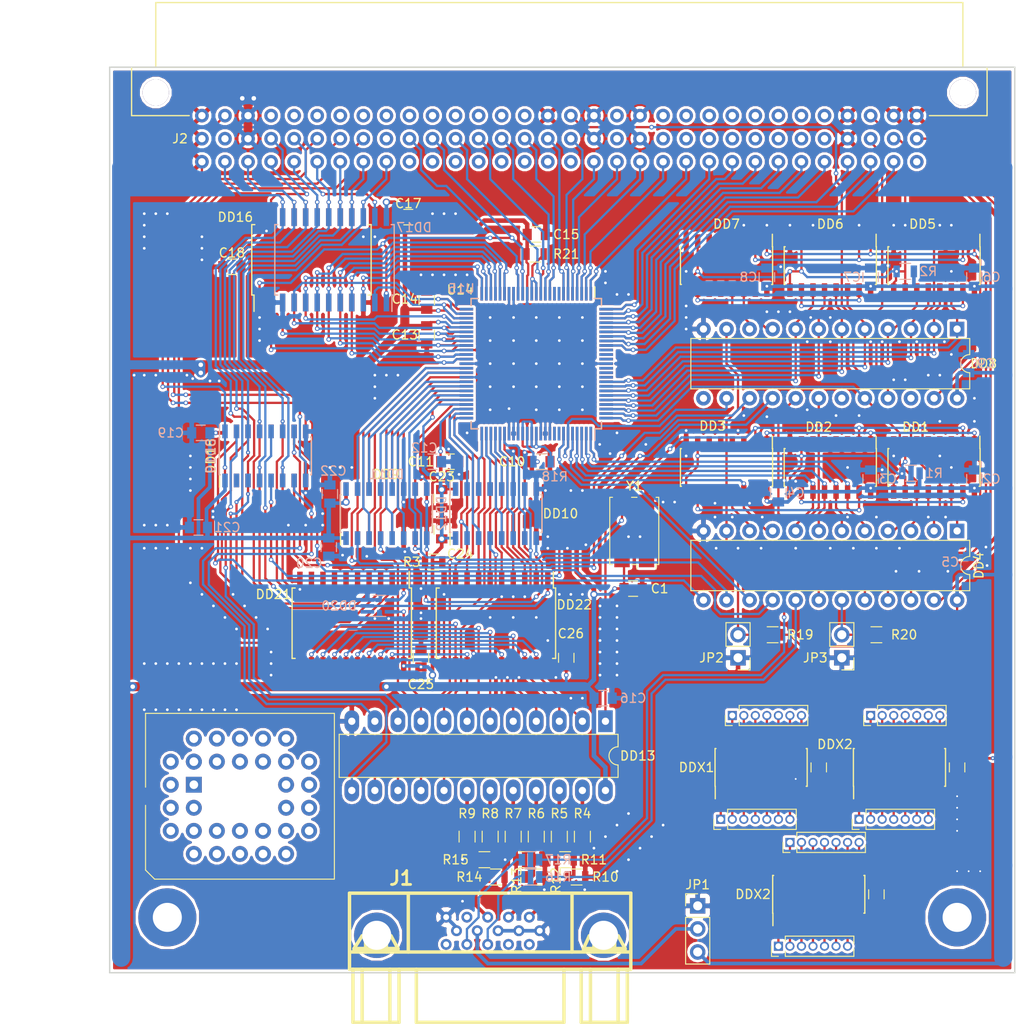
<source format=kicad_pcb>
(kicad_pcb (version 4) (host pcbnew 4.0.7)
  (layers (0 F.Cu signal) (31 B.Cu signal) (34 B.Paste user) (35 F.Paste user) (36 B.SilkS user) (37 F.SilkS user) (38 B.Mask user) (39 F.Mask user) (44 Edge.Cuts user))
  (net 0 "")
  (net 1 GND)
  (net 2 VCC)
  (net 3 /CLK)
  (net 4 "Net-(DD1-Pad4)")
  (net 5 /~XRES)
  (net 6 /X3)
  (net 7 /X2)
  (net 8 /X1)
  (net 9 /X0)
  (net 10 /XH0)
  (net 11 "Net-(DD5-Pad3)")
  (net 12 "Net-(DD5-Pad4)")
  (net 13 "Net-(DD5-Pad5)")
  (net 14 "Net-(DD5-Pad6)")
  (net 15 /X7)
  (net 16 /X6)
  (net 17 /X5)
  (net 18 /X4)
  (net 19 /XH1)
  (net 20 "Net-(DD6-Pad3)")
  (net 21 "Net-(DD6-Pad4)")
  (net 22 "Net-(DD6-Pad5)")
  (net 23 "Net-(DD6-Pad6)")
  (net 24 /X9)
  (net 25 /X8)
  (net 26 /SR16)
  (net 27 "Net-(DD7-Pad15)")
  (net 28 /~BE)
  (net 29 /XLE)
  (net 30 /HS)
  (net 31 /BH)
  (net 32 /WEN)
  (net 33 /~YRES)
  (net 34 /Y3)
  (net 35 /Y2)
  (net 36 /Y1)
  (net 37 /Y0)
  (net 38 /YH0)
  (net 39 /Y7)
  (net 40 /Y6)
  (net 41 /Y5)
  (net 42 /Y4)
  (net 43 /YH1)
  (net 44 /Y9)
  (net 45 /Y8)
  (net 46 /VS)
  (net 47 /~BL)
  (net 48 /BV)
  (net 49 /A0)
  (net 50 /A1)
  (net 51 /A3)
  (net 52 /A2)
  (net 53 /A4)
  (net 54 /A5)
  (net 55 /A7)
  (net 56 /A6)
  (net 57 /A8)
  (net 58 /A9)
  (net 59 /A11)
  (net 60 /A10)
  (net 61 /A12)
  (net 62 /A13)
  (net 63 /MA15)
  (net 64 /VB1)
  (net 65 /MA14)
  (net 66 /VB0)
  (net 67 /~UB)
  (net 68 /~LB)
  (net 69 /VM3)
  (net 70 /~VM3)
  (net 71 /D7)
  (net 72 /D6)
  (net 73 /D5)
  (net 74 /D4)
  (net 75 /D3)
  (net 76 /D2)
  (net 77 /D1)
  (net 78 /D0)
  (net 79 /PFC)
  (net 80 /PS0)
  (net 81 /PS1)
  (net 82 /PS2)
  (net 83 /PS3)
  (net 84 /PS4)
  (net 85 /PS5)
  (net 86 /PS6)
  (net 87 /PS7)
  (net 88 /MD8)
  (net 89 /MD9)
  (net 90 /MD10)
  (net 91 /MD11)
  (net 92 /MD12)
  (net 93 /MD13)
  (net 94 /MD14)
  (net 95 /MD15)
  (net 96 /MD3)
  (net 97 /MD2)
  (net 98 /MD1)
  (net 99 /MD0)
  (net 100 /MD4)
  (net 101 /MD5)
  (net 102 /MD6)
  (net 103 /MD7)
  (net 104 /P0)
  (net 105 /VM2)
  (net 106 /P1)
  (net 107 /P2)
  (net 108 /P3)
  (net 109 /VM0)
  (net 110 /VM1)
  (net 111 /VM4)
  (net 112 /IR)
  (net 113 /R)
  (net 114 /IG)
  (net 115 /G)
  (net 116 /IB)
  (net 117 /B)
  (net 118 /VB)
  (net 119 /VG)
  (net 120 /VR)
  (net 121 "Net-(J1-Pad4)")
  (net 122 "Net-(J1-Pad11)")
  (net 123 "Net-(J1-Pad12)")
  (net 124 "Net-(J1-Pad13)")
  (net 125 "Net-(J1-Pad14)")
  (net 126 "Net-(J1-Pad15)")
  (net 127 /~RES)
  (net 128 /A14)
  (net 129 /A15)
  (net 130 /~WR)
  (net 131 /~IRQS)
  (net 132 /~RD)
  (net 133 /~IRQ7)
  (net 134 /~IRQ5)
  (net 135 /~IRQ3)
  (net 136 /~IRQ1)
  (net 137 /~IRQ2)
  (net 138 /~IRQ4)
  (net 139 /~IRQ6)
  (net 140 "Net-(J2-Pad26b)")
  (net 141 "Net-(J2-Pad25b)")
  (net 142 "Net-(J2-Pad24b)")
  (net 143 "Net-(J2-Pad23b)")
  (net 144 "Net-(J2-Pad22b)")
  (net 145 "Net-(J2-Pad21b)")
  (net 146 "Net-(J2-Pad19b)")
  (net 147 /~BLIO)
  (net 148 /~WAIT)
  (net 149 /~IORQ)
  (net 150 /~MREQ)
  (net 151 "Net-(J2-Pad9b)")
  (net 152 "Net-(J2-Pad2b)")
  (net 153 "Net-(J2-Pad11a)")
  (net 154 "Net-(J2-Pad12a)")
  (net 155 "Net-(J2-Pad13a)")
  (net 156 /INT50)
  (net 157 /CSL)
  (net 158 "Net-(R14-Pad2)")
  (net 159 "Net-(Y1-Pad1)")
  (net 160 "Net-(DD1-Pad3)")
  (net 161 "Net-(DD1-Pad5)")
  (net 162 "Net-(DD1-Pad6)")
  (net 163 "Net-(DD1-Pad10)")
  (net 164 "Net-(DD2-Pad3)")
  (net 165 "Net-(DD2-Pad4)")
  (net 166 "Net-(DD2-Pad5)")
  (net 167 "Net-(DD2-Pad6)")
  (net 168 "Net-(DD3-Pad3)")
  (net 169 "Net-(DD3-Pad4)")
  (net 170 "Net-(DD3-Pad5)")
  (net 171 "Net-(DD3-Pad6)")
  (net 172 "Net-(DD3-Pad15)")
  (net 173 /~TRB)
  (net 174 /ZCLK)
  (net 175 "Net-(DD5-Pad10)")
  (net 176 "Net-(DD7-Pad3)")
  (net 177 "Net-(DD7-Pad4)")
  (net 178 "Net-(DD7-Pad5)")
  (net 179 "Net-(DD7-Pad6)")
  (net 180 "Net-(DD9-Pad1)")
  (net 181 /VD0)
  (net 182 /VD1)
  (net 183 /VD2)
  (net 184 /VD3)
  (net 185 /VD4)
  (net 186 /VD5)
  (net 187 /VD6)
  (net 188 /VD7)
  (net 189 "Net-(DD10-Pad1)")
  (net 190 /VD8)
  (net 191 /VD9)
  (net 192 /VD10)
  (net 193 /VD11)
  (net 194 /VD12)
  (net 195 /VD13)
  (net 196 /VD14)
  (net 197 /VD15)
  (net 198 "Net-(DD11-Pad1)")
  (net 199 /VD16)
  (net 200 /VD17)
  (net 201 /VD18)
  (net 202 /VD19)
  (net 203 PUP1)
  (net 204 /VD20)
  (net 205 /VD21)
  (net 206 /VD22)
  (net 207 /VD23)
  (net 208 "Net-(DD12-Pad1)")
  (net 209 /VD24)
  (net 210 /VD25)
  (net 211 /VD26)
  (net 212 /VD27)
  (net 213 /VD28)
  (net 214 /VD29)
  (net 215 /VD30)
  (net 216 /VD31)
  (net 217 /~MWR)
  (net 218 /~MVO0)
  (net 219 /~MVO1)
  (net 220 VGAP)
  (net 221 "Net-(R10-Pad2)")
  (net 222 "Net-(R12-Pad2)")
  (net 223 PUP2)
  (net 224 /~MRD)
  (net 225 /~VCE0)
  (net 226 "Net-(U14-Pad85)")
  (net 227 "Net-(U14-Pad86)")
  (net 228 "Net-(U14-Pad89)")
  (net 229 "Net-(U14-Pad90)")
  (net 230 /~VCE1)
  (net 231 PUP3)
  (net 232 "Net-(U15-Pad85)")
  (net 233 "Net-(U15-Pad86)")
  (net 234 "Net-(U15-Pad89)")
  (net 235 "Net-(U15-Pad90)")
  (net 236 /PFA)
  (net 237 /PF8)
  (net 238 "Net-(J2-Pad5c)")
  (net 239 /~M1)
  (net 240 "Net-(J2-Pad7c)")
  (net 241 "Net-(J2-Pad9c)")
  (net 242 /~RFSH)
  (net 243 "Net-(J2-Pad14a)")
  (net 244 "Net-(J2-Pad15a)")
  (net 245 /VA14)
  (net 246 /VA15)
  (net 247 /PGD)
  (net 248 /F1)
  (net 249 /F0)
  (net 250 "Net-(DD3-Pad11)")
  (net 251 "Net-(DD3-Pad12)")
  (net 252 "Net-(DD7-Pad11)")
  (net 253 "Net-(DD7-Pad12)")
  (net 254 "Net-(J2-Pad28b)")
  (net 255 "Net-(J2-Pad27b)")
  (net 256 "Net-(DD8-Pad19)")
  (net 257 "Net-(DD8-Pad13)")
  (net 258 /~INTA)
  (net 259 /~BLRAM)
  (net 260 /HOLD)
  (net 261 /HLDA)
  (net 262 R1)
  (net 263 R2)
  (net 264 R3)
  (net 265 R4)
  (net 266 R5)
  (net 267 R6)
  (net 268 R7)
  (net 269 R9)
  (net 270 R10)
  (net 271 R11)
  (net 272 R12)
  (net 273 R13)
  (net 274 R14)
  (net 275 R15)
  (net 276 "Net-(DD19-Pad14)")
  (net 277 "Net-(DD19-Pad15)")
  (module Housings_SOIC:SOIC-20W_7.5x12.8mm_Pitch1.27mm (layer F.Cu) (at 112.395 100.965 270)
    (fp_text reference DD22 (at -2.032 -8.636 360) (layer F.SilkS))
    (fp_text value IR23)
    (pad 1 smd rect (at -4.7 -5.715 270) (size 1.95 0.6) (layers F.Cu F.Paste F.Mask) (net 69 /VM3))
    (pad 2 smd rect (at -4.7 -4.445 270) (size 1.95 0.6) (layers F.Cu F.Paste F.Mask) (net 194 /VD12))
    (pad 3 smd rect (at -4.7 -3.175 270) (size 1.95 0.6) (layers F.Cu F.Paste F.Mask) (net 195 /VD13))
    (pad 4 smd rect (at -4.7 -1.905 270) (size 1.95 0.6) (layers F.Cu F.Paste F.Mask) (net 193 /VD11))
    (pad 5 smd rect (at -4.7 -0.635 270) (size 1.95 0.6) (layers F.Cu F.Paste F.Mask) (net 196 /VD14))
    (pad 6 smd rect (at -4.7 0.635 270) (size 1.95 0.6) (layers F.Cu F.Paste F.Mask) (net 192 /VD10))
    (pad 7 smd rect (at -4.7 1.905 270) (size 1.95 0.6) (layers F.Cu F.Paste F.Mask) (net 191 /VD9))
    (pad 8 smd rect (at -4.7 3.175 270) (size 1.95 0.6) (layers F.Cu F.Paste F.Mask) (net 197 /VD15))
    (pad 9 smd rect (at -4.7 4.445 270) (size 1.95 0.6) (layers F.Cu F.Paste F.Mask) (net 190 /VD8))
    (pad 10 smd rect (at -4.7 5.715 270) (size 1.95 0.6) (layers F.Cu F.Paste F.Mask) (net 1 GND))
    (pad 11 smd rect (at 4.7 5.715 270) (size 1.95 0.6) (layers F.Cu F.Paste F.Mask) (net 28 /~BE))
    (pad 12 smd rect (at 4.7 4.445 270) (size 1.95 0.6) (layers F.Cu F.Paste F.Mask) (net 80 /PS0))
    (pad 13 smd rect (at 4.7 3.175 270) (size 1.95 0.6) (layers F.Cu F.Paste F.Mask) (net 87 /PS7))
    (pad 14 smd rect (at 4.7 1.905 270) (size 1.95 0.6) (layers F.Cu F.Paste F.Mask) (net 81 /PS1))
    (pad 15 smd rect (at 4.7 0.635 270) (size 1.95 0.6) (layers F.Cu F.Paste F.Mask) (net 82 /PS2))
    (pad 16 smd rect (at 4.7 -0.635 270) (size 1.95 0.6) (layers F.Cu F.Paste F.Mask) (net 86 /PS6))
    (pad 17 smd rect (at 4.7 -1.905 270) (size 1.95 0.6) (layers F.Cu F.Paste F.Mask) (net 83 /PS3))
    (pad 18 smd rect (at 4.7 -3.175 270) (size 1.95 0.6) (layers F.Cu F.Paste F.Mask) (net 85 /PS5))
    (pad 19 smd rect (at 4.7 -4.445 270) (size 1.95 0.6) (layers F.Cu F.Paste F.Mask) (net 84 /PS4))
    (pad 20 smd rect (at 4.7 -5.715 270) (size 1.95 0.6) (layers F.Cu F.Paste F.Mask) (net 2 VCC))
  )
  (module Housings_SOIC:SOIC-20W_7.5x12.8mm_Pitch1.27mm (layer F.Cu) (at 96.52 100.965 270)
    (fp_text reference DD21 (at -3.175 8.636 360) (layer F.SilkS))
    (fp_text value IR23)
    (pad 1 smd rect (at -4.7 -5.715 270) (size 1.95 0.6) (layers F.Cu F.Paste F.Mask) (net 70 /~VM3))
    (pad 2 smd rect (at -4.7 -4.445 270) (size 1.95 0.6) (layers F.Cu F.Paste F.Mask) (net 71 /D7))
    (pad 3 smd rect (at -4.7 -3.175 270) (size 1.95 0.6) (layers F.Cu F.Paste F.Mask) (net 72 /D6))
    (pad 4 smd rect (at -4.7 -1.905 270) (size 1.95 0.6) (layers F.Cu F.Paste F.Mask) (net 73 /D5))
    (pad 5 smd rect (at -4.7 -0.635 270) (size 1.95 0.6) (layers F.Cu F.Paste F.Mask) (net 74 /D4))
    (pad 6 smd rect (at -4.7 0.635 270) (size 1.95 0.6) (layers F.Cu F.Paste F.Mask) (net 75 /D3))
    (pad 7 smd rect (at -4.7 1.905 270) (size 1.95 0.6) (layers F.Cu F.Paste F.Mask) (net 76 /D2))
    (pad 8 smd rect (at -4.7 3.175 270) (size 1.95 0.6) (layers F.Cu F.Paste F.Mask) (net 77 /D1))
    (pad 9 smd rect (at -4.7 4.445 270) (size 1.95 0.6) (layers F.Cu F.Paste F.Mask) (net 78 /D0))
    (pad 10 smd rect (at -4.7 5.715 270) (size 1.95 0.6) (layers F.Cu F.Paste F.Mask) (net 1 GND))
    (pad 11 smd rect (at 4.7 5.715 270) (size 1.95 0.6) (layers F.Cu F.Paste F.Mask) (net 79 /PFC))
    (pad 12 smd rect (at 4.7 4.445 270) (size 1.95 0.6) (layers F.Cu F.Paste F.Mask) (net 80 /PS0))
    (pad 13 smd rect (at 4.7 3.175 270) (size 1.95 0.6) (layers F.Cu F.Paste F.Mask) (net 81 /PS1))
    (pad 14 smd rect (at 4.7 1.905 270) (size 1.95 0.6) (layers F.Cu F.Paste F.Mask) (net 82 /PS2))
    (pad 15 smd rect (at 4.7 0.635 270) (size 1.95 0.6) (layers F.Cu F.Paste F.Mask) (net 83 /PS3))
    (pad 16 smd rect (at 4.7 -0.635 270) (size 1.95 0.6) (layers F.Cu F.Paste F.Mask) (net 84 /PS4))
    (pad 17 smd rect (at 4.7 -1.905 270) (size 1.95 0.6) (layers F.Cu F.Paste F.Mask) (net 85 /PS5))
    (pad 18 smd rect (at 4.7 -3.175 270) (size 1.95 0.6) (layers F.Cu F.Paste F.Mask) (net 86 /PS6))
    (pad 19 smd rect (at 4.7 -4.445 270) (size 1.95 0.6) (layers F.Cu F.Paste F.Mask) (net 87 /PS7))
    (pad 20 smd rect (at 4.7 -5.715 270) (size 1.95 0.6) (layers F.Cu F.Paste F.Mask) (net 2 VCC))
  )
  (module Housings_SOIC:SOIC-16_3.9x9.9mm_Pitch1.27mm (layer F.Cu) (at 147.955 130.81 90)
    (fp_text reference DDX2 (at 0 -7.239 180) (layer F.SilkS))
    (fp_text value KP11)
    (pad 1 smd rect (at -2.7 -4.445 90) (size 1.5 0.6) (layers F.Cu F.Paste F.Mask) (net 262 R1))
    (pad 2 smd rect (at -2.7 -3.175 90) (size 1.5 0.6) (layers F.Cu F.Paste F.Mask) (net 263 R2))
    (pad 3 smd rect (at -2.7 -1.905 90) (size 1.5 0.6) (layers F.Cu F.Paste F.Mask) (net 264 R3))
    (pad 4 smd rect (at -2.7 -0.635 90) (size 1.5 0.6) (layers F.Cu F.Paste F.Mask) (net 265 R4))
    (pad 5 smd rect (at -2.7 0.635 90) (size 1.5 0.6) (layers F.Cu F.Paste F.Mask) (net 266 R5))
    (pad 6 smd rect (at -2.7 1.905 90) (size 1.5 0.6) (layers F.Cu F.Paste F.Mask) (net 267 R6))
    (pad 7 smd rect (at -2.7 3.175 90) (size 1.5 0.6) (layers F.Cu F.Paste F.Mask) (net 268 R7))
    (pad 8 smd rect (at -2.7 4.445 90) (size 1.5 0.6) (layers F.Cu F.Paste F.Mask) (net 1 GND))
    (pad 9 smd rect (at 2.7 4.445 90) (size 1.5 0.6) (layers F.Cu F.Paste F.Mask) (net 269 R9))
    (pad 10 smd rect (at 2.7 3.175 90) (size 1.5 0.6) (layers F.Cu F.Paste F.Mask) (net 270 R10))
    (pad 11 smd rect (at 2.7 1.905 90) (size 1.5 0.6) (layers F.Cu F.Paste F.Mask) (net 271 R11))
    (pad 12 smd rect (at 2.7 0.635 90) (size 1.5 0.6) (layers F.Cu F.Paste F.Mask) (net 272 R12))
    (pad 13 smd rect (at 2.7 -0.635 90) (size 1.5 0.6) (layers F.Cu F.Paste F.Mask) (net 273 R13))
    (pad 14 smd rect (at 2.7 -1.905 90) (size 1.5 0.6) (layers F.Cu F.Paste F.Mask) (net 274 R14))
    (pad 15 smd rect (at 2.7 -3.175 90) (size 1.5 0.6) (layers F.Cu F.Paste F.Mask) (net 275 R15))
    (pad 16 smd rect (at 2.7 -4.445 90) (size 1.5 0.6) (layers F.Cu F.Paste F.Mask) (net 2 VCC))
  )
  (module Capacitors_SMD:C_0805 (layer F.Cu) (at 154.305 130.81 270)
    (fp_text reference C27 hide)
    (fp_text value 100n)
    (pad 1 smd rect (at -1 0 270) (size 1 1.25) (layers F.Cu F.Paste F.Mask) (net 2 VCC))
    (pad 2 smd rect (at 1 0 270) (size 1 1.25) (layers F.Cu F.Paste F.Mask) (net 1 GND))
  )
  (module Pin_Headers:Pin_Header_Straight_1x07_Pitch1.27mm (layer F.Cu) (at 143.51 136.525 90)
    (fp_text reference J3 hide)
    (fp_text value RES1)
    (pad 1 thru_hole rect (at 0 0 90) (size 1 1) (drill 0.65) (layers *.Cu *.Mask) (net 262 R1))
    (pad 2 thru_hole oval (at 0 1.27 90) (size 1 1) (drill 0.65) (layers *.Cu *.Mask) (net 263 R2))
    (pad 3 thru_hole oval (at 0 2.54 90) (size 1 1) (drill 0.65) (layers *.Cu *.Mask) (net 264 R3))
    (pad 4 thru_hole oval (at 0 3.81 90) (size 1 1) (drill 0.65) (layers *.Cu *.Mask) (net 265 R4))
    (pad 5 thru_hole oval (at 0 5.08 90) (size 1 1) (drill 0.65) (layers *.Cu *.Mask) (net 266 R5))
    (pad 6 thru_hole oval (at 0 6.35 90) (size 1 1) (drill 0.65) (layers *.Cu *.Mask) (net 267 R6))
    (pad 7 thru_hole oval (at 0 7.62 90) (size 1 1) (drill 0.65) (layers *.Cu *.Mask) (net 268 R7))
  )
  (module Pin_Headers:Pin_Header_Straight_1x07_Pitch1.27mm (layer F.Cu) (at 144.78 125.095 90)
    (fp_text reference J4 hide)
    (fp_text value RES1)
    (pad 1 thru_hole rect (at 0 0 90) (size 1 1) (drill 0.65) (layers *.Cu *.Mask) (net 275 R15))
    (pad 2 thru_hole oval (at 0 1.27 90) (size 1 1) (drill 0.65) (layers *.Cu *.Mask) (net 274 R14))
    (pad 3 thru_hole oval (at 0 2.54 90) (size 1 1) (drill 0.65) (layers *.Cu *.Mask) (net 273 R13))
    (pad 4 thru_hole oval (at 0 3.81 90) (size 1 1) (drill 0.65) (layers *.Cu *.Mask) (net 272 R12))
    (pad 5 thru_hole oval (at 0 5.08 90) (size 1 1) (drill 0.65) (layers *.Cu *.Mask) (net 271 R11))
    (pad 6 thru_hole oval (at 0 6.35 90) (size 1 1) (drill 0.65) (layers *.Cu *.Mask) (net 270 R10))
    (pad 7 thru_hole oval (at 0 7.62 90) (size 1 1) (drill 0.65) (layers *.Cu *.Mask) (net 269 R9))
  )
  (module Pin_Headers:Pin_Header_Straight_1x07_Pitch1.27mm (layer F.Cu) (at 153.67 111.125 90)
    (fp_text reference J4 hide)
    (fp_text value RES1)
    (pad 1 thru_hole rect (at 0 0 90) (size 1 1) (drill 0.65) (layers *.Cu *.Mask) (net 275 R15))
    (pad 2 thru_hole oval (at 0 1.27 90) (size 1 1) (drill 0.65) (layers *.Cu *.Mask) (net 274 R14))
    (pad 3 thru_hole oval (at 0 2.54 90) (size 1 1) (drill 0.65) (layers *.Cu *.Mask) (net 273 R13))
    (pad 4 thru_hole oval (at 0 3.81 90) (size 1 1) (drill 0.65) (layers *.Cu *.Mask) (net 272 R12))
    (pad 5 thru_hole oval (at 0 5.08 90) (size 1 1) (drill 0.65) (layers *.Cu *.Mask) (net 271 R11))
    (pad 6 thru_hole oval (at 0 6.35 90) (size 1 1) (drill 0.65) (layers *.Cu *.Mask) (net 270 R10))
    (pad 7 thru_hole oval (at 0 7.62 90) (size 1 1) (drill 0.65) (layers *.Cu *.Mask) (net 269 R9))
  )
  (module Capacitors_SMD:C_0805 (layer F.Cu) (at 163.195 116.84 270)
    (fp_text reference C27 hide)
    (fp_text value 100n)
    (pad 1 smd rect (at -1 0 270) (size 1 1.25) (layers F.Cu F.Paste F.Mask) (net 2 VCC))
    (pad 2 smd rect (at 1 0 270) (size 1 1.25) (layers F.Cu F.Paste F.Mask) (net 1 GND))
  )
  (module Pin_Headers:Pin_Header_Straight_1x07_Pitch1.27mm (layer F.Cu) (at 152.4 122.555 90)
    (fp_text reference J3 hide)
    (fp_text value RES1)
    (pad 1 thru_hole rect (at 0 0 90) (size 1 1) (drill 0.65) (layers *.Cu *.Mask) (net 262 R1))
    (pad 2 thru_hole oval (at 0 1.27 90) (size 1 1) (drill 0.65) (layers *.Cu *.Mask) (net 263 R2))
    (pad 3 thru_hole oval (at 0 2.54 90) (size 1 1) (drill 0.65) (layers *.Cu *.Mask) (net 264 R3))
    (pad 4 thru_hole oval (at 0 3.81 90) (size 1 1) (drill 0.65) (layers *.Cu *.Mask) (net 265 R4))
    (pad 5 thru_hole oval (at 0 5.08 90) (size 1 1) (drill 0.65) (layers *.Cu *.Mask) (net 266 R5))
    (pad 6 thru_hole oval (at 0 6.35 90) (size 1 1) (drill 0.65) (layers *.Cu *.Mask) (net 267 R6))
    (pad 7 thru_hole oval (at 0 7.62 90) (size 1 1) (drill 0.65) (layers *.Cu *.Mask) (net 268 R7))
  )
  (module Housings_SOIC:SOIC-16_3.9x9.9mm_Pitch1.27mm (layer F.Cu) (at 156.845 116.84 90)
    (fp_text reference DDX2 (at 2.54 -7.112 180) (layer F.SilkS))
    (fp_text value KP11)
    (pad 1 smd rect (at -2.7 -4.445 90) (size 1.5 0.6) (layers F.Cu F.Paste F.Mask) (net 262 R1))
    (pad 2 smd rect (at -2.7 -3.175 90) (size 1.5 0.6) (layers F.Cu F.Paste F.Mask) (net 263 R2))
    (pad 3 smd rect (at -2.7 -1.905 90) (size 1.5 0.6) (layers F.Cu F.Paste F.Mask) (net 264 R3))
    (pad 4 smd rect (at -2.7 -0.635 90) (size 1.5 0.6) (layers F.Cu F.Paste F.Mask) (net 265 R4))
    (pad 5 smd rect (at -2.7 0.635 90) (size 1.5 0.6) (layers F.Cu F.Paste F.Mask) (net 266 R5))
    (pad 6 smd rect (at -2.7 1.905 90) (size 1.5 0.6) (layers F.Cu F.Paste F.Mask) (net 267 R6))
    (pad 7 smd rect (at -2.7 3.175 90) (size 1.5 0.6) (layers F.Cu F.Paste F.Mask) (net 268 R7))
    (pad 8 smd rect (at -2.7 4.445 90) (size 1.5 0.6) (layers F.Cu F.Paste F.Mask) (net 1 GND))
    (pad 9 smd rect (at 2.7 4.445 90) (size 1.5 0.6) (layers F.Cu F.Paste F.Mask) (net 269 R9))
    (pad 10 smd rect (at 2.7 3.175 90) (size 1.5 0.6) (layers F.Cu F.Paste F.Mask) (net 270 R10))
    (pad 11 smd rect (at 2.7 1.905 90) (size 1.5 0.6) (layers F.Cu F.Paste F.Mask) (net 271 R11))
    (pad 12 smd rect (at 2.7 0.635 90) (size 1.5 0.6) (layers F.Cu F.Paste F.Mask) (net 272 R12))
    (pad 13 smd rect (at 2.7 -0.635 90) (size 1.5 0.6) (layers F.Cu F.Paste F.Mask) (net 273 R13))
    (pad 14 smd rect (at 2.7 -1.905 90) (size 1.5 0.6) (layers F.Cu F.Paste F.Mask) (net 274 R14))
    (pad 15 smd rect (at 2.7 -3.175 90) (size 1.5 0.6) (layers F.Cu F.Paste F.Mask) (net 275 R15))
    (pad 16 smd rect (at 2.7 -4.445 90) (size 1.5 0.6) (layers F.Cu F.Paste F.Mask) (net 2 VCC))
  )
  (module Socket_Strips:Socket_Strip_Straight_1x02_Pitch2.54mm (layer F.Cu) (at 150.495 104.775 180)
    (fp_text reference JP3 (at 2.921 0 180) (layer F.SilkS))
    (fp_text value 10/5)
    (pad 1 thru_hole rect (at 0 0 180) (size 1.7 1.7) (drill 1) (layers *.Cu *.Mask) (net 1 GND))
    (pad 2 thru_hole oval (at 0 2.54 180) (size 1.7 1.7) (drill 1) (layers *.Cu *.Mask) (net 157 /CSL))
  )
  (module Housings_DIP:DIP-24_W7.62mm (layer F.Cu) (at 163.195 68.58 270)
    (fp_text reference DD8 (at 3.81 -2.921 360) (layer F.SilkS))
    (fp_text value ATF22V10)
    (pad 1 thru_hole rect (at 0 0 270) (size 1.6 1.6) (drill 0.8) (layers *.Cu *.Mask) (net 37 /Y0))
    (pad 13 thru_hole oval (at 7.62 27.94 270) (size 1.6 1.6) (drill 0.8) (layers *.Cu *.Mask) (net 257 "Net-(DD8-Pad13)"))
    (pad 2 thru_hole oval (at 0 2.54 270) (size 1.6 1.6) (drill 0.8) (layers *.Cu *.Mask) (net 36 /Y1))
    (pad 14 thru_hole oval (at 7.62 25.4 270) (size 1.6 1.6) (drill 0.8) (layers *.Cu *.Mask) (net 245 /VA14))
    (pad 3 thru_hole oval (at 0 5.08 270) (size 1.6 1.6) (drill 0.8) (layers *.Cu *.Mask) (net 35 /Y2))
    (pad 15 thru_hole oval (at 7.62 22.86 270) (size 1.6 1.6) (drill 0.8) (layers *.Cu *.Mask) (net 66 /VB0))
    (pad 4 thru_hole oval (at 0 7.62 270) (size 1.6 1.6) (drill 0.8) (layers *.Cu *.Mask) (net 34 /Y3))
    (pad 16 thru_hole oval (at 7.62 20.32 270) (size 1.6 1.6) (drill 0.8) (layers *.Cu *.Mask) (net 47 /~BL))
    (pad 5 thru_hole oval (at 0 10.16 270) (size 1.6 1.6) (drill 0.8) (layers *.Cu *.Mask) (net 42 /Y4))
    (pad 17 thru_hole oval (at 7.62 17.78 270) (size 1.6 1.6) (drill 0.8) (layers *.Cu *.Mask) (net 46 /VS))
    (pad 6 thru_hole oval (at 0 12.7 270) (size 1.6 1.6) (drill 0.8) (layers *.Cu *.Mask) (net 41 /Y5))
    (pad 18 thru_hole oval (at 7.62 15.24 270) (size 1.6 1.6) (drill 0.8) (layers *.Cu *.Mask) (net 31 /BH))
    (pad 7 thru_hole oval (at 0 15.24 270) (size 1.6 1.6) (drill 0.8) (layers *.Cu *.Mask) (net 40 /Y6))
    (pad 19 thru_hole oval (at 7.62 12.7 270) (size 1.6 1.6) (drill 0.8) (layers *.Cu *.Mask) (net 256 "Net-(DD8-Pad19)"))
    (pad 8 thru_hole oval (at 0 17.78 270) (size 1.6 1.6) (drill 0.8) (layers *.Cu *.Mask) (net 39 /Y7))
    (pad 20 thru_hole oval (at 7.62 10.16 270) (size 1.6 1.6) (drill 0.8) (layers *.Cu *.Mask) (net 6 /X3))
    (pad 9 thru_hole oval (at 0 20.32 270) (size 1.6 1.6) (drill 0.8) (layers *.Cu *.Mask) (net 45 /Y8))
    (pad 21 thru_hole oval (at 7.62 7.62 270) (size 1.6 1.6) (drill 0.8) (layers *.Cu *.Mask) (net 156 /INT50))
    (pad 10 thru_hole oval (at 0 22.86 270) (size 1.6 1.6) (drill 0.8) (layers *.Cu *.Mask) (net 44 /Y9))
    (pad 22 thru_hole oval (at 7.62 5.08 270) (size 1.6 1.6) (drill 0.8) (layers *.Cu *.Mask) (net 48 /BV))
    (pad 11 thru_hole oval (at 0 25.4 270) (size 1.6 1.6) (drill 0.8) (layers *.Cu *.Mask) (net 32 /WEN))
    (pad 23 thru_hole oval (at 7.62 2.54 270) (size 1.6 1.6) (drill 0.8) (layers *.Cu *.Mask) (net 33 /~YRES))
    (pad 12 thru_hole oval (at 0 27.94 270) (size 1.6 1.6) (drill 0.8) (layers *.Cu *.Mask) (net 1 GND))
    (pad 24 thru_hole oval (at 7.62 0 270) (size 1.6 1.6) (drill 0.8) (layers *.Cu *.Mask) (net 2 VCC))
  )
  (module Housings_SOIC:SOIC-16_3.9x9.9mm_Pitch1.27mm (layer F.Cu) (at 149.225 83.82 270)
    (fp_text reference DD2 (at -4.445 1.27 360) (layer F.SilkS))
    (fp_text value IE18)
    (pad 1 smd rect (at -2.7 -4.445 270) (size 1.5 0.6) (layers F.Cu F.Paste F.Mask) (net 5 /~XRES))
    (pad 2 smd rect (at -2.7 -3.175 270) (size 1.5 0.6) (layers F.Cu F.Paste F.Mask) (net 3 /CLK))
    (pad 3 smd rect (at -2.7 -1.905 270) (size 1.5 0.6) (layers F.Cu F.Paste F.Mask) (net 164 "Net-(DD2-Pad3)"))
    (pad 4 smd rect (at -2.7 -0.635 270) (size 1.5 0.6) (layers F.Cu F.Paste F.Mask) (net 165 "Net-(DD2-Pad4)"))
    (pad 5 smd rect (at -2.7 0.635 270) (size 1.5 0.6) (layers F.Cu F.Paste F.Mask) (net 166 "Net-(DD2-Pad5)"))
    (pad 6 smd rect (at -2.7 1.905 270) (size 1.5 0.6) (layers F.Cu F.Paste F.Mask) (net 167 "Net-(DD2-Pad6)"))
    (pad 7 smd rect (at -2.7 3.175 270) (size 1.5 0.6) (layers F.Cu F.Paste F.Mask) (net 163 "Net-(DD1-Pad10)"))
    (pad 8 smd rect (at -2.7 4.445 270) (size 1.5 0.6) (layers F.Cu F.Paste F.Mask) (net 1 GND))
    (pad 9 smd rect (at 2.7 4.445 270) (size 1.5 0.6) (layers F.Cu F.Paste F.Mask) (net 163 "Net-(DD1-Pad10)"))
    (pad 10 smd rect (at 2.7 3.175 270) (size 1.5 0.6) (layers F.Cu F.Paste F.Mask) (net 10 /XH0))
    (pad 11 smd rect (at 2.7 1.905 270) (size 1.5 0.6) (layers F.Cu F.Paste F.Mask) (net 15 /X7))
    (pad 12 smd rect (at 2.7 0.635 270) (size 1.5 0.6) (layers F.Cu F.Paste F.Mask) (net 16 /X6))
    (pad 13 smd rect (at 2.7 -0.635 270) (size 1.5 0.6) (layers F.Cu F.Paste F.Mask) (net 17 /X5))
    (pad 14 smd rect (at 2.7 -1.905 270) (size 1.5 0.6) (layers F.Cu F.Paste F.Mask) (net 18 /X4))
    (pad 15 smd rect (at 2.7 -3.175 270) (size 1.5 0.6) (layers F.Cu F.Paste F.Mask) (net 19 /XH1))
    (pad 16 smd rect (at 2.7 -4.445 270) (size 1.5 0.6) (layers F.Cu F.Paste F.Mask) (net 2 VCC))
  )
  (module Capacitors_SMD:C_0805 (layer F.Cu) (at 127.508 97.155)
    (fp_text reference C1 (at 2.921 0) (layer F.SilkS))
    (fp_text value 100n)
    (pad 1 smd rect (at -1 0) (size 1 1.25) (layers F.Cu F.Paste F.Mask) (net 2 VCC))
    (pad 2 smd rect (at 1 0) (size 1 1.25) (layers F.Cu F.Paste F.Mask) (net 1 GND))
  )
  (module Capacitors_SMD:C_0805 (layer B.Cu) (at 165.1 85.09 90)
    (fp_text reference C2 (at 0 1.905 180) (layer B.SilkS) (effects (justify mirror)))
    (fp_text value 100n)
    (pad 1 smd rect (at -1 0 90) (size 1 1.25) (layers B.Cu B.Paste B.Mask) (net 2 VCC))
    (pad 2 smd rect (at 1 0 90) (size 1 1.25) (layers B.Cu B.Paste B.Mask) (net 1 GND))
  )
  (module Capacitors_SMD:C_0805 (layer B.Cu) (at 153.67 85.09 90)
    (fp_text reference C3 (at 0 1.905 180) (layer B.SilkS) (effects (justify mirror)))
    (fp_text value 100n)
    (pad 1 smd rect (at -1 0 90) (size 1 1.25) (layers B.Cu B.Paste B.Mask) (net 2 VCC))
    (pad 2 smd rect (at 1 0 90) (size 1 1.25) (layers B.Cu B.Paste B.Mask) (net 1 GND))
  )
  (module Capacitors_SMD:C_0805 (layer B.Cu) (at 143.51 86.614 90)
    (fp_text reference C4 (at 0 1.905 180) (layer B.SilkS) (effects (justify mirror)))
    (fp_text value 100n)
    (pad 1 smd rect (at -1 0 90) (size 1 1.25) (layers B.Cu B.Paste B.Mask) (net 2 VCC))
    (pad 2 smd rect (at 1 0 90) (size 1 1.25) (layers B.Cu B.Paste B.Mask) (net 1 GND))
  )
  (module Capacitors_SMD:C_0805 (layer B.Cu) (at 164.465 94.615 90)
    (fp_text reference C5 (at 0.381 -2.032 180) (layer B.SilkS) (effects (justify mirror)))
    (fp_text value 100n)
    (pad 1 smd rect (at -1 0 90) (size 1 1.25) (layers B.Cu B.Paste B.Mask) (net 2 VCC))
    (pad 2 smd rect (at 1 0 90) (size 1 1.25) (layers B.Cu B.Paste B.Mask) (net 1 GND))
  )
  (module Capacitors_SMD:C_0805 (layer B.Cu) (at 165.1 62.865 90)
    (fp_text reference C6 (at 0 1.905 180) (layer B.SilkS) (effects (justify mirror)))
    (fp_text value 100n)
    (pad 1 smd rect (at -1 0 90) (size 1 1.25) (layers B.Cu B.Paste B.Mask) (net 2 VCC))
    (pad 2 smd rect (at 1 0 90) (size 1 1.25) (layers B.Cu B.Paste B.Mask) (net 1 GND))
  )
  (module Capacitors_SMD:C_0805 (layer B.Cu) (at 153.67 62.865 90)
    (fp_text reference C7 (at 0 -2.032 180) (layer B.SilkS) (effects (justify mirror)))
    (fp_text value 100n)
    (pad 1 smd rect (at -1 0 90) (size 1 1.25) (layers B.Cu B.Paste B.Mask) (net 2 VCC))
    (pad 2 smd rect (at 1 0 90) (size 1 1.25) (layers B.Cu B.Paste B.Mask) (net 1 GND))
  )
  (module Capacitors_SMD:C_0805 (layer B.Cu) (at 142.24 62.865 90)
    (fp_text reference C8 (at 0 -2.032 180) (layer B.SilkS) (effects (justify mirror)))
    (fp_text value 100n)
    (pad 1 smd rect (at -1 0 90) (size 1 1.25) (layers B.Cu B.Paste B.Mask) (net 2 VCC))
    (pad 2 smd rect (at 1 0 90) (size 1 1.25) (layers B.Cu B.Paste B.Mask) (net 1 GND))
  )
  (module Capacitors_SMD:C_0805 (layer B.Cu) (at 164.465 72.39 90)
    (fp_text reference C9 (at 0 1.905 180) (layer B.SilkS) (effects (justify mirror)))
    (fp_text value 100n)
    (pad 1 smd rect (at -1 0 90) (size 1 1.25) (layers B.Cu B.Paste B.Mask) (net 2 VCC))
    (pad 2 smd rect (at 1 0 90) (size 1 1.25) (layers B.Cu B.Paste B.Mask) (net 1 GND))
  )
  (module Capacitors_SMD:C_0805 (layer F.Cu) (at 117.348 83.185)
    (fp_text reference C10 (at -3.175 0) (layer F.SilkS))
    (fp_text value 100n)
    (pad 1 smd rect (at -1 0) (size 1 1.25) (layers F.Cu F.Paste F.Mask) (net 2 VCC))
    (pad 2 smd rect (at 1 0) (size 1 1.25) (layers F.Cu F.Paste F.Mask) (net 1 GND))
  )
  (module Capacitors_SMD:C_0805 (layer F.Cu) (at 107.315 83.185)
    (fp_text reference C11 (at -3.175 0) (layer F.SilkS))
    (fp_text value 100n)
    (pad 1 smd rect (at -1 0) (size 1 1.25) (layers F.Cu F.Paste F.Mask) (net 2 VCC))
    (pad 2 smd rect (at 1 0) (size 1 1.25) (layers F.Cu F.Paste F.Mask) (net 1 GND))
  )
  (module Capacitors_SMD:C_0805 (layer B.Cu) (at 105.41 83.185)
    (fp_text reference C12 (at -0.889 -1.524) (layer B.SilkS) (effects (justify mirror)))
    (fp_text value 100n)
    (pad 1 smd rect (at -1 0) (size 1 1.25) (layers B.Cu B.Paste B.Mask) (net 2 VCC))
    (pad 2 smd rect (at 1 0) (size 1 1.25) (layers B.Cu B.Paste B.Mask) (net 1 GND))
  )
  (module Capacitors_SMD:C_0805 (layer F.Cu) (at 104.775 69.215 270)
    (fp_text reference C13 (at 0 2.413 360) (layer F.SilkS))
    (fp_text value 100n)
    (pad 1 smd rect (at -1 0 270) (size 1 1.25) (layers F.Cu F.Paste F.Mask) (net 2 VCC))
    (pad 2 smd rect (at 1 0 270) (size 1 1.25) (layers F.Cu F.Paste F.Mask) (net 1 GND))
  )
  (module Capacitors_SMD:C_0805 (layer F.Cu) (at 104.775 65.405 90)
    (fp_text reference C14 (at 0.127 -2.413 180) (layer F.SilkS))
    (fp_text value 100n)
    (pad 1 smd rect (at -1 0 90) (size 1 1.25) (layers F.Cu F.Paste F.Mask) (net 2 VCC))
    (pad 2 smd rect (at 1 0 90) (size 1 1.25) (layers F.Cu F.Paste F.Mask) (net 1 GND))
  )
  (module Capacitors_SMD:C_0805 (layer F.Cu) (at 116.84 58.166)
    (fp_text reference C15 (at 3.302 0) (layer F.SilkS))
    (fp_text value 100n)
    (pad 1 smd rect (at -1 0) (size 1 1.25) (layers F.Cu F.Paste F.Mask) (net 2 VCC))
    (pad 2 smd rect (at 1 0) (size 1 1.25) (layers F.Cu F.Paste F.Mask) (net 1 GND))
  )
  (module Capacitors_SMD:C_0805 (layer F.Cu) (at 102.743 56.261)
    (fp_text reference C17 (at 0 -1.5) (layer F.SilkS))
    (fp_text value 100n)
    (pad 1 smd rect (at -1 0) (size 1 1.25) (layers F.Cu F.Paste F.Mask) (net 2 VCC))
    (pad 2 smd rect (at 1 0) (size 1 1.25) (layers F.Cu F.Paste F.Mask) (net 1 GND))
  )
  (module Capacitors_SMD:C_0805 (layer F.Cu) (at 83.312 61.722 180)
    (fp_text reference C18 (at 0 1.524 180) (layer F.SilkS))
    (fp_text value 100n)
    (pad 1 smd rect (at -1 0 180) (size 1 1.25) (layers F.Cu F.Paste F.Mask) (net 2 VCC))
    (pad 2 smd rect (at 1 0 180) (size 1 1.25) (layers F.Cu F.Paste F.Mask) (net 1 GND))
  )
  (module Capacitors_SMD:C_0805 (layer B.Cu) (at 79.883 80.01 180)
    (fp_text reference C19 (at 3.302 0 180) (layer B.SilkS) (effects (justify mirror)))
    (fp_text value 100n)
    (pad 1 smd rect (at -1 0 180) (size 1 1.25) (layers B.Cu B.Paste B.Mask) (net 2 VCC))
    (pad 2 smd rect (at 1 0 180) (size 1 1.25) (layers B.Cu B.Paste B.Mask) (net 1 GND))
  )
  (module Capacitors_SMD:C_0805 (layer B.Cu) (at 93.98 92.583 270)
    (fp_text reference C20 (at 1.778 2.159 360) (layer B.SilkS) (effects (justify mirror)))
    (fp_text value 100n)
    (pad 1 smd rect (at -1 0 270) (size 1 1.25) (layers B.Cu B.Paste B.Mask) (net 2 VCC))
    (pad 2 smd rect (at 1 0 270) (size 1 1.25) (layers B.Cu B.Paste B.Mask) (net 1 GND))
  )
  (module Capacitors_SMD:C_0805 (layer B.Cu) (at 79.629 90.424 180)
    (fp_text reference C21 (at -3.175 0 180) (layer B.SilkS) (effects (justify mirror)))
    (fp_text value 100n)
    (pad 1 smd rect (at -1 0 180) (size 1 1.25) (layers B.Cu B.Paste B.Mask) (net 2 VCC))
    (pad 2 smd rect (at 1 0 180) (size 1 1.25) (layers B.Cu B.Paste B.Mask) (net 1 GND))
  )
  (module Capacitors_SMD:C_0805 (layer B.Cu) (at 94.107 86.741 90)
    (fp_text reference C22 (at 2.54 0.381 180) (layer B.SilkS) (effects (justify mirror)))
    (fp_text value 100n)
    (pad 1 smd rect (at -1 0 90) (size 1 1.25) (layers B.Cu B.Paste B.Mask) (net 2 VCC))
    (pad 2 smd rect (at 1 0 90) (size 1 1.25) (layers B.Cu B.Paste B.Mask) (net 1 GND))
  )
  (module Capacitors_SMD:C_0805 (layer F.Cu) (at 106.426 87.249 270)
    (fp_text reference C23 (at -2.413 0 360) (layer F.SilkS))
    (fp_text value 100n)
    (pad 1 smd rect (at -1 0 270) (size 1 1.25) (layers F.Cu F.Paste F.Mask) (net 2 VCC))
    (pad 2 smd rect (at 1 0 270) (size 1 1.25) (layers F.Cu F.Paste F.Mask) (net 1 GND))
  )
  (module Capacitors_SMD:C_0805 (layer F.Cu) (at 106.426 90.678 90)
    (fp_text reference C24 (at -2.667 2.032 180) (layer F.SilkS))
    (fp_text value 100n)
    (pad 1 smd rect (at -1 0 90) (size 1 1.25) (layers F.Cu F.Paste F.Mask) (net 2 VCC))
    (pad 2 smd rect (at 1 0 90) (size 1 1.25) (layers F.Cu F.Paste F.Mask) (net 1 GND))
  )
  (module Capacitors_SMD:C_0805 (layer F.Cu) (at 104.14 104.775 90)
    (fp_text reference C25 (at -2.921 0 180) (layer F.SilkS))
    (fp_text value 100n)
    (pad 1 smd rect (at -1 0 90) (size 1 1.25) (layers F.Cu F.Paste F.Mask) (net 2 VCC))
    (pad 2 smd rect (at 1 0 90) (size 1 1.25) (layers F.Cu F.Paste F.Mask) (net 1 GND))
  )
  (module Resistors_SMD:R_0805 (layer B.Cu) (at 158.115 84.455)
    (fp_text reference R1 (at 2.54 0) (layer B.SilkS) (effects (justify mirror)))
    (fp_text value 1k)
    (pad 1 smd rect (at -0.95 0) (size 0.7 1.3) (layers B.Cu B.Paste B.Mask) (net 163 "Net-(DD1-Pad10)"))
    (pad 2 smd rect (at 0.95 0) (size 0.7 1.3) (layers B.Cu B.Paste B.Mask) (net 2 VCC))
  )
  (module Capacitors_SMD:C_0805 (layer B.Cu) (at 124.206 109.22)
    (fp_text reference C16 (at 3.302 0) (layer B.SilkS) (effects (justify mirror)))
    (fp_text value 100n)
    (pad 1 smd rect (at -1 0) (size 1 1.25) (layers B.Cu B.Paste B.Mask) (net 2 VCC))
    (pad 2 smd rect (at 1 0) (size 1 1.25) (layers B.Cu B.Paste B.Mask) (net 1 GND))
  )
  (module Capacitors_SMD:C_0805 (layer F.Cu) (at 120.142 104.775 90)
    (fp_text reference C26 (at 2.667 0.508 180) (layer F.SilkS))
    (fp_text value 100n)
    (pad 1 smd rect (at -1 0 90) (size 1 1.25) (layers F.Cu F.Paste F.Mask) (net 2 VCC))
    (pad 2 smd rect (at 1 0 90) (size 1 1.25) (layers F.Cu F.Paste F.Mask) (net 1 GND))
  )
  (module Housings_SOIC:SOIC-16_3.9x9.9mm_Pitch1.27mm (layer F.Cu) (at 160.655 83.82 270)
    (fp_text reference DD1 (at -4.445 2.032 360) (layer F.SilkS))
    (fp_text value IE18)
    (pad 1 smd rect (at -2.7 -4.445 270) (size 1.5 0.6) (layers F.Cu F.Paste F.Mask) (net 5 /~XRES))
    (pad 2 smd rect (at -2.7 -3.175 270) (size 1.5 0.6) (layers F.Cu F.Paste F.Mask) (net 3 /CLK))
    (pad 3 smd rect (at -2.7 -1.905 270) (size 1.5 0.6) (layers F.Cu F.Paste F.Mask) (net 160 "Net-(DD1-Pad3)"))
    (pad 4 smd rect (at -2.7 -0.635 270) (size 1.5 0.6) (layers F.Cu F.Paste F.Mask) (net 4 "Net-(DD1-Pad4)"))
    (pad 5 smd rect (at -2.7 0.635 270) (size 1.5 0.6) (layers F.Cu F.Paste F.Mask) (net 161 "Net-(DD1-Pad5)"))
    (pad 6 smd rect (at -2.7 1.905 270) (size 1.5 0.6) (layers F.Cu F.Paste F.Mask) (net 162 "Net-(DD1-Pad6)"))
    (pad 7 smd rect (at -2.7 3.175 270) (size 1.5 0.6) (layers F.Cu F.Paste F.Mask) (net 163 "Net-(DD1-Pad10)"))
    (pad 8 smd rect (at -2.7 4.445 270) (size 1.5 0.6) (layers F.Cu F.Paste F.Mask) (net 1 GND))
    (pad 9 smd rect (at 2.7 4.445 270) (size 1.5 0.6) (layers F.Cu F.Paste F.Mask) (net 163 "Net-(DD1-Pad10)"))
    (pad 10 smd rect (at 2.7 3.175 270) (size 1.5 0.6) (layers F.Cu F.Paste F.Mask) (net 163 "Net-(DD1-Pad10)"))
    (pad 11 smd rect (at 2.7 1.905 270) (size 1.5 0.6) (layers F.Cu F.Paste F.Mask) (net 6 /X3))
    (pad 12 smd rect (at 2.7 0.635 270) (size 1.5 0.6) (layers F.Cu F.Paste F.Mask) (net 7 /X2))
    (pad 13 smd rect (at 2.7 -0.635 270) (size 1.5 0.6) (layers F.Cu F.Paste F.Mask) (net 8 /X1))
    (pad 14 smd rect (at 2.7 -1.905 270) (size 1.5 0.6) (layers F.Cu F.Paste F.Mask) (net 9 /X0))
    (pad 15 smd rect (at 2.7 -3.175 270) (size 1.5 0.6) (layers F.Cu F.Paste F.Mask) (net 10 /XH0))
    (pad 16 smd rect (at 2.7 -4.445 270) (size 1.5 0.6) (layers F.Cu F.Paste F.Mask) (net 2 VCC))
  )
  (module Housings_SOIC:SOIC-16_3.9x9.9mm_Pitch1.27mm (layer F.Cu) (at 137.795 83.82 270)
    (fp_text reference DD3 (at -4.572 1.524 360) (layer F.SilkS))
    (fp_text value IE18)
    (pad 1 smd rect (at -2.7 -4.445 270) (size 1.5 0.6) (layers F.Cu F.Paste F.Mask) (net 5 /~XRES))
    (pad 2 smd rect (at -2.7 -3.175 270) (size 1.5 0.6) (layers F.Cu F.Paste F.Mask) (net 3 /CLK))
    (pad 3 smd rect (at -2.7 -1.905 270) (size 1.5 0.6) (layers F.Cu F.Paste F.Mask) (net 168 "Net-(DD3-Pad3)"))
    (pad 4 smd rect (at -2.7 -0.635 270) (size 1.5 0.6) (layers F.Cu F.Paste F.Mask) (net 169 "Net-(DD3-Pad4)"))
    (pad 5 smd rect (at -2.7 0.635 270) (size 1.5 0.6) (layers F.Cu F.Paste F.Mask) (net 170 "Net-(DD3-Pad5)"))
    (pad 6 smd rect (at -2.7 1.905 270) (size 1.5 0.6) (layers F.Cu F.Paste F.Mask) (net 171 "Net-(DD3-Pad6)"))
    (pad 7 smd rect (at -2.7 3.175 270) (size 1.5 0.6) (layers F.Cu F.Paste F.Mask) (net 163 "Net-(DD1-Pad10)"))
    (pad 8 smd rect (at -2.7 4.445 270) (size 1.5 0.6) (layers F.Cu F.Paste F.Mask) (net 1 GND))
    (pad 9 smd rect (at 2.7 4.445 270) (size 1.5 0.6) (layers F.Cu F.Paste F.Mask) (net 163 "Net-(DD1-Pad10)"))
    (pad 10 smd rect (at 2.7 3.175 270) (size 1.5 0.6) (layers F.Cu F.Paste F.Mask) (net 19 /XH1))
    (pad 11 smd rect (at 2.7 1.905 270) (size 1.5 0.6) (layers F.Cu F.Paste F.Mask) (net 250 "Net-(DD3-Pad11)"))
    (pad 12 smd rect (at 2.7 0.635 270) (size 1.5 0.6) (layers F.Cu F.Paste F.Mask) (net 251 "Net-(DD3-Pad12)"))
    (pad 13 smd rect (at 2.7 -0.635 270) (size 1.5 0.6) (layers F.Cu F.Paste F.Mask) (net 24 /X9))
    (pad 14 smd rect (at 2.7 -1.905 270) (size 1.5 0.6) (layers F.Cu F.Paste F.Mask) (net 25 /X8))
    (pad 15 smd rect (at 2.7 -3.175 270) (size 1.5 0.6) (layers F.Cu F.Paste F.Mask) (net 172 "Net-(DD3-Pad15)"))
    (pad 16 smd rect (at 2.7 -4.445 270) (size 1.5 0.6) (layers F.Cu F.Paste F.Mask) (net 2 VCC))
  )
  (module Housings_DIP:DIP-24_W7.62mm (layer F.Cu) (at 163.195 90.805 270)
    (fp_text reference DD4 (at 3.81 -2.39 270) (layer F.SilkS))
    (fp_text value ATF22V10)
    (pad 1 thru_hole rect (at 0 0 270) (size 1.6 1.6) (drill 0.8) (layers *.Cu *.Mask) (net 9 /X0))
    (pad 13 thru_hole oval (at 7.62 27.94 270) (size 1.6 1.6) (drill 0.8) (layers *.Cu *.Mask) (net 26 /SR16))
    (pad 2 thru_hole oval (at 0 2.54 270) (size 1.6 1.6) (drill 0.8) (layers *.Cu *.Mask) (net 8 /X1))
    (pad 14 thru_hole oval (at 7.62 25.4 270) (size 1.6 1.6) (drill 0.8) (layers *.Cu *.Mask) (net 28 /~BE))
    (pad 3 thru_hole oval (at 0 5.08 270) (size 1.6 1.6) (drill 0.8) (layers *.Cu *.Mask) (net 7 /X2))
    (pad 15 thru_hole oval (at 7.62 22.86 270) (size 1.6 1.6) (drill 0.8) (layers *.Cu *.Mask) (net 246 /VA15))
    (pad 4 thru_hole oval (at 0 7.62 270) (size 1.6 1.6) (drill 0.8) (layers *.Cu *.Mask) (net 6 /X3))
    (pad 16 thru_hole oval (at 7.62 20.32 270) (size 1.6 1.6) (drill 0.8) (layers *.Cu *.Mask) (net 64 /VB1))
    (pad 5 thru_hole oval (at 0 10.16 270) (size 1.6 1.6) (drill 0.8) (layers *.Cu *.Mask) (net 18 /X4))
    (pad 17 thru_hole oval (at 7.62 17.78 270) (size 1.6 1.6) (drill 0.8) (layers *.Cu *.Mask) (net 30 /HS))
    (pad 6 thru_hole oval (at 0 12.7 270) (size 1.6 1.6) (drill 0.8) (layers *.Cu *.Mask) (net 17 /X5))
    (pad 18 thru_hole oval (at 7.62 15.24 270) (size 1.6 1.6) (drill 0.8) (layers *.Cu *.Mask) (net 31 /BH))
    (pad 7 thru_hole oval (at 0 15.24 270) (size 1.6 1.6) (drill 0.8) (layers *.Cu *.Mask) (net 16 /X6))
    (pad 19 thru_hole oval (at 7.62 12.7 270) (size 1.6 1.6) (drill 0.8) (layers *.Cu *.Mask) (net 157 /CSL))
    (pad 8 thru_hole oval (at 0 17.78 270) (size 1.6 1.6) (drill 0.8) (layers *.Cu *.Mask) (net 15 /X7))
    (pad 20 thru_hole oval (at 7.62 10.16 270) (size 1.6 1.6) (drill 0.8) (layers *.Cu *.Mask) (net 5 /~XRES))
    (pad 9 thru_hole oval (at 0 20.32 270) (size 1.6 1.6) (drill 0.8) (layers *.Cu *.Mask) (net 25 /X8))
    (pad 21 thru_hole oval (at 7.62 7.62 270) (size 1.6 1.6) (drill 0.8) (layers *.Cu *.Mask) (net 29 /XLE))
    (pad 10 thru_hole oval (at 0 22.86 270) (size 1.6 1.6) (drill 0.8) (layers *.Cu *.Mask) (net 24 /X9))
    (pad 22 thru_hole oval (at 7.62 5.08 270) (size 1.6 1.6) (drill 0.8) (layers *.Cu *.Mask) (net 173 /~TRB))
    (pad 11 thru_hole oval (at 0 25.4 270) (size 1.6 1.6) (drill 0.8) (layers *.Cu *.Mask) (net 32 /WEN))
    (pad 23 thru_hole oval (at 7.62 2.54 270) (size 1.6 1.6) (drill 0.8) (layers *.Cu *.Mask) (net 174 /ZCLK))
    (pad 12 thru_hole oval (at 0 27.94 270) (size 1.6 1.6) (drill 0.8) (layers *.Cu *.Mask) (net 1 GND))
    (pad 24 thru_hole oval (at 7.62 0 270) (size 1.6 1.6) (drill 0.8) (layers *.Cu *.Mask) (net 2 VCC))
  )
  (module Housings_SOIC:SOIC-16_3.9x9.9mm_Pitch1.27mm (layer F.Cu) (at 160.655 61.595 270)
    (fp_text reference DD5 (at -4.572 1.27 360) (layer F.SilkS))
    (fp_text value IE18)
    (pad 1 smd rect (at -2.7 -4.445 270) (size 1.5 0.6) (layers F.Cu F.Paste F.Mask) (net 33 /~YRES))
    (pad 2 smd rect (at -2.7 -3.175 270) (size 1.5 0.6) (layers F.Cu F.Paste F.Mask) (net 29 /XLE))
    (pad 3 smd rect (at -2.7 -1.905 270) (size 1.5 0.6) (layers F.Cu F.Paste F.Mask) (net 11 "Net-(DD5-Pad3)"))
    (pad 4 smd rect (at -2.7 -0.635 270) (size 1.5 0.6) (layers F.Cu F.Paste F.Mask) (net 12 "Net-(DD5-Pad4)"))
    (pad 5 smd rect (at -2.7 0.635 270) (size 1.5 0.6) (layers F.Cu F.Paste F.Mask) (net 13 "Net-(DD5-Pad5)"))
    (pad 6 smd rect (at -2.7 1.905 270) (size 1.5 0.6) (layers F.Cu F.Paste F.Mask) (net 14 "Net-(DD5-Pad6)"))
    (pad 7 smd rect (at -2.7 3.175 270) (size 1.5 0.6) (layers F.Cu F.Paste F.Mask) (net 175 "Net-(DD5-Pad10)"))
    (pad 8 smd rect (at -2.7 4.445 270) (size 1.5 0.6) (layers F.Cu F.Paste F.Mask) (net 1 GND))
    (pad 9 smd rect (at 2.7 4.445 270) (size 1.5 0.6) (layers F.Cu F.Paste F.Mask) (net 175 "Net-(DD5-Pad10)"))
    (pad 10 smd rect (at 2.7 3.175 270) (size 1.5 0.6) (layers F.Cu F.Paste F.Mask) (net 175 "Net-(DD5-Pad10)"))
    (pad 11 smd rect (at 2.7 1.905 270) (size 1.5 0.6) (layers F.Cu F.Paste F.Mask) (net 34 /Y3))
    (pad 12 smd rect (at 2.7 0.635 270) (size 1.5 0.6) (layers F.Cu F.Paste F.Mask) (net 35 /Y2))
    (pad 13 smd rect (at 2.7 -0.635 270) (size 1.5 0.6) (layers F.Cu F.Paste F.Mask) (net 36 /Y1))
    (pad 14 smd rect (at 2.7 -1.905 270) (size 1.5 0.6) (layers F.Cu F.Paste F.Mask) (net 37 /Y0))
    (pad 15 smd rect (at 2.7 -3.175 270) (size 1.5 0.6) (layers F.Cu F.Paste F.Mask) (net 38 /YH0))
    (pad 16 smd rect (at 2.7 -4.445 270) (size 1.5 0.6) (layers F.Cu F.Paste F.Mask) (net 2 VCC))
  )
  (module Housings_SOIC:SOIC-16_3.9x9.9mm_Pitch1.27mm (layer F.Cu) (at 149.225 61.595 270)
    (fp_text reference DD6 (at -4.572 0 360) (layer F.SilkS))
    (fp_text value IE18)
    (pad 1 smd rect (at -2.7 -4.445 270) (size 1.5 0.6) (layers F.Cu F.Paste F.Mask) (net 33 /~YRES))
    (pad 2 smd rect (at -2.7 -3.175 270) (size 1.5 0.6) (layers F.Cu F.Paste F.Mask) (net 29 /XLE))
    (pad 3 smd rect (at -2.7 -1.905 270) (size 1.5 0.6) (layers F.Cu F.Paste F.Mask) (net 20 "Net-(DD6-Pad3)"))
    (pad 4 smd rect (at -2.7 -0.635 270) (size 1.5 0.6) (layers F.Cu F.Paste F.Mask) (net 21 "Net-(DD6-Pad4)"))
    (pad 5 smd rect (at -2.7 0.635 270) (size 1.5 0.6) (layers F.Cu F.Paste F.Mask) (net 22 "Net-(DD6-Pad5)"))
    (pad 6 smd rect (at -2.7 1.905 270) (size 1.5 0.6) (layers F.Cu F.Paste F.Mask) (net 23 "Net-(DD6-Pad6)"))
    (pad 7 smd rect (at -2.7 3.175 270) (size 1.5 0.6) (layers F.Cu F.Paste F.Mask) (net 175 "Net-(DD5-Pad10)"))
    (pad 8 smd rect (at -2.7 4.445 270) (size 1.5 0.6) (layers F.Cu F.Paste F.Mask) (net 1 GND))
    (pad 9 smd rect (at 2.7 4.445 270) (size 1.5 0.6) (layers F.Cu F.Paste F.Mask) (net 175 "Net-(DD5-Pad10)"))
    (pad 10 smd rect (at 2.7 3.175 270) (size 1.5 0.6) (layers F.Cu F.Paste F.Mask) (net 38 /YH0))
    (pad 11 smd rect (at 2.7 1.905 270) (size 1.5 0.6) (layers F.Cu F.Paste F.Mask) (net 39 /Y7))
    (pad 12 smd rect (at 2.7 0.635 270) (size 1.5 0.6) (layers F.Cu F.Paste F.Mask) (net 40 /Y6))
    (pad 13 smd rect (at 2.7 -0.635 270) (size 1.5 0.6) (layers F.Cu F.Paste F.Mask) (net 41 /Y5))
    (pad 14 smd rect (at 2.7 -1.905 270) (size 1.5 0.6) (layers F.Cu F.Paste F.Mask) (net 42 /Y4))
    (pad 15 smd rect (at 2.7 -3.175 270) (size 1.5 0.6) (layers F.Cu F.Paste F.Mask) (net 43 /YH1))
    (pad 16 smd rect (at 2.7 -4.445 270) (size 1.5 0.6) (layers F.Cu F.Paste F.Mask) (net 2 VCC))
  )
  (module Housings_SOIC:SOIC-16_3.9x9.9mm_Pitch1.27mm (layer F.Cu) (at 137.795 61.595 270)
    (fp_text reference DD7 (at -4.572 0 360) (layer F.SilkS))
    (fp_text value IE18)
    (pad 1 smd rect (at -2.7 -4.445 270) (size 1.5 0.6) (layers F.Cu F.Paste F.Mask) (net 33 /~YRES))
    (pad 2 smd rect (at -2.7 -3.175 270) (size 1.5 0.6) (layers F.Cu F.Paste F.Mask) (net 29 /XLE))
    (pad 3 smd rect (at -2.7 -1.905 270) (size 1.5 0.6) (layers F.Cu F.Paste F.Mask) (net 176 "Net-(DD7-Pad3)"))
    (pad 4 smd rect (at -2.7 -0.635 270) (size 1.5 0.6) (layers F.Cu F.Paste F.Mask) (net 177 "Net-(DD7-Pad4)"))
    (pad 5 smd rect (at -2.7 0.635 270) (size 1.5 0.6) (layers F.Cu F.Paste F.Mask) (net 178 "Net-(DD7-Pad5)"))
    (pad 6 smd rect (at -2.7 1.905 270) (size 1.5 0.6) (layers F.Cu F.Paste F.Mask) (net 179 "Net-(DD7-Pad6)"))
    (pad 7 smd rect (at -2.7 3.175 270) (size 1.5 0.6) (layers F.Cu F.Paste F.Mask) (net 175 "Net-(DD5-Pad10)"))
    (pad 8 smd rect (at -2.7 4.445 270) (size 1.5 0.6) (layers F.Cu F.Paste F.Mask) (net 1 GND))
    (pad 9 smd rect (at 2.7 4.445 270) (size 1.5 0.6) (layers F.Cu F.Paste F.Mask) (net 175 "Net-(DD5-Pad10)"))
    (pad 10 smd rect (at 2.7 3.175 270) (size 1.5 0.6) (layers F.Cu F.Paste F.Mask) (net 43 /YH1))
    (pad 11 smd rect (at 2.7 1.905 270) (size 1.5 0.6) (layers F.Cu F.Paste F.Mask) (net 252 "Net-(DD7-Pad11)"))
    (pad 12 smd rect (at 2.7 0.635 270) (size 1.5 0.6) (layers F.Cu F.Paste F.Mask) (net 253 "Net-(DD7-Pad12)"))
    (pad 13 smd rect (at 2.7 -0.635 270) (size 1.5 0.6) (layers F.Cu F.Paste F.Mask) (net 44 /Y9))
    (pad 14 smd rect (at 2.7 -1.905 270) (size 1.5 0.6) (layers F.Cu F.Paste F.Mask) (net 45 /Y8))
    (pad 15 smd rect (at 2.7 -3.175 270) (size 1.5 0.6) (layers F.Cu F.Paste F.Mask) (net 27 "Net-(DD7-Pad15)"))
    (pad 16 smd rect (at 2.7 -4.445 270) (size 1.5 0.6) (layers F.Cu F.Paste F.Mask) (net 2 VCC))
  )
  (module Housings_SOIC:SOIC-16_3.9x9.9mm_Pitch1.27mm (layer F.Cu) (at 100.33 88.9 90)
    (fp_text reference DD9 (at 4.318 0 180) (layer F.SilkS))
    (fp_text value IR10)
    (pad 1 smd rect (at -2.7 -4.445 90) (size 1.5 0.6) (layers F.Cu F.Paste F.Mask) (net 180 "Net-(DD9-Pad1)"))
    (pad 2 smd rect (at -2.7 -3.175 90) (size 1.5 0.6) (layers F.Cu F.Paste F.Mask) (net 181 /VD0))
    (pad 3 smd rect (at -2.7 -1.905 90) (size 1.5 0.6) (layers F.Cu F.Paste F.Mask) (net 182 /VD1))
    (pad 4 smd rect (at -2.7 -0.635 90) (size 1.5 0.6) (layers F.Cu F.Paste F.Mask) (net 183 /VD2))
    (pad 5 smd rect (at -2.7 0.635 90) (size 1.5 0.6) (layers F.Cu F.Paste F.Mask) (net 184 /VD3))
    (pad 6 smd rect (at -2.7 1.905 90) (size 1.5 0.6) (layers F.Cu F.Paste F.Mask) (net 1 GND))
    (pad 7 smd rect (at -2.7 3.175 90) (size 1.5 0.6) (layers F.Cu F.Paste F.Mask) (net 3 /CLK))
    (pad 8 smd rect (at -2.7 4.445 90) (size 1.5 0.6) (layers F.Cu F.Paste F.Mask) (net 1 GND))
    (pad 9 smd rect (at 2.7 4.445 90) (size 1.5 0.6) (layers F.Cu F.Paste F.Mask) (net 203 PUP1))
    (pad 10 smd rect (at 2.7 3.175 90) (size 1.5 0.6) (layers F.Cu F.Paste F.Mask) (net 185 /VD4))
    (pad 11 smd rect (at 2.7 1.905 90) (size 1.5 0.6) (layers F.Cu F.Paste F.Mask) (net 186 /VD5))
    (pad 12 smd rect (at 2.7 0.635 90) (size 1.5 0.6) (layers F.Cu F.Paste F.Mask) (net 187 /VD6))
    (pad 13 smd rect (at 2.7 -0.635 90) (size 1.5 0.6) (layers F.Cu F.Paste F.Mask) (net 104 /P0))
    (pad 14 smd rect (at 2.7 -1.905 90) (size 1.5 0.6) (layers F.Cu F.Paste F.Mask) (net 188 /VD7))
    (pad 15 smd rect (at 2.7 -3.175 90) (size 1.5 0.6) (layers F.Cu F.Paste F.Mask) (net 28 /~BE))
    (pad 16 smd rect (at 2.7 -4.445 90) (size 1.5 0.6) (layers F.Cu F.Paste F.Mask) (net 2 VCC))
  )
  (module Housings_SOIC:SOIC-16_3.9x9.9mm_Pitch1.27mm (layer F.Cu) (at 112.395 88.9 90)
    (fp_text reference DD10 (at 0 7.112 180) (layer F.SilkS))
    (fp_text value IR10)
    (pad 1 smd rect (at -2.7 -4.445 90) (size 1.5 0.6) (layers F.Cu F.Paste F.Mask) (net 189 "Net-(DD10-Pad1)"))
    (pad 2 smd rect (at -2.7 -3.175 90) (size 1.5 0.6) (layers F.Cu F.Paste F.Mask) (net 190 /VD8))
    (pad 3 smd rect (at -2.7 -1.905 90) (size 1.5 0.6) (layers F.Cu F.Paste F.Mask) (net 191 /VD9))
    (pad 4 smd rect (at -2.7 -0.635 90) (size 1.5 0.6) (layers F.Cu F.Paste F.Mask) (net 192 /VD10))
    (pad 5 smd rect (at -2.7 0.635 90) (size 1.5 0.6) (layers F.Cu F.Paste F.Mask) (net 193 /VD11))
    (pad 6 smd rect (at -2.7 1.905 90) (size 1.5 0.6) (layers F.Cu F.Paste F.Mask) (net 1 GND))
    (pad 7 smd rect (at -2.7 3.175 90) (size 1.5 0.6) (layers F.Cu F.Paste F.Mask) (net 3 /CLK))
    (pad 8 smd rect (at -2.7 4.445 90) (size 1.5 0.6) (layers F.Cu F.Paste F.Mask) (net 1 GND))
    (pad 9 smd rect (at 2.7 4.445 90) (size 1.5 0.6) (layers F.Cu F.Paste F.Mask) (net 105 /VM2))
    (pad 10 smd rect (at 2.7 3.175 90) (size 1.5 0.6) (layers F.Cu F.Paste F.Mask) (net 194 /VD12))
    (pad 11 smd rect (at 2.7 1.905 90) (size 1.5 0.6) (layers F.Cu F.Paste F.Mask) (net 195 /VD13))
    (pad 12 smd rect (at 2.7 0.635 90) (size 1.5 0.6) (layers F.Cu F.Paste F.Mask) (net 196 /VD14))
    (pad 13 smd rect (at 2.7 -0.635 90) (size 1.5 0.6) (layers F.Cu F.Paste F.Mask) (net 106 /P1))
    (pad 14 smd rect (at 2.7 -1.905 90) (size 1.5 0.6) (layers F.Cu F.Paste F.Mask) (net 197 /VD15))
    (pad 15 smd rect (at 2.7 -3.175 90) (size 1.5 0.6) (layers F.Cu F.Paste F.Mask) (net 28 /~BE))
    (pad 16 smd rect (at 2.7 -4.445 90) (size 1.5 0.6) (layers F.Cu F.Paste F.Mask) (net 2 VCC))
  )
  (module Housings_SOIC:SOIC-16_3.9x9.9mm_Pitch1.27mm (layer B.Cu) (at 100.33 88.9 270)
    (fp_text reference DD11 (at -4.318 0 360) (layer B.SilkS) (effects (justify mirror)))
    (fp_text value IR10)
    (pad 1 smd rect (at -2.7 4.445 270) (size 1.5 0.6) (layers B.Cu B.Paste B.Mask) (net 198 "Net-(DD11-Pad1)"))
    (pad 2 smd rect (at -2.7 3.175 270) (size 1.5 0.6) (layers B.Cu B.Paste B.Mask) (net 199 /VD16))
    (pad 3 smd rect (at -2.7 1.905 270) (size 1.5 0.6) (layers B.Cu B.Paste B.Mask) (net 200 /VD17))
    (pad 4 smd rect (at -2.7 0.635 270) (size 1.5 0.6) (layers B.Cu B.Paste B.Mask) (net 201 /VD18))
    (pad 5 smd rect (at -2.7 -0.635 270) (size 1.5 0.6) (layers B.Cu B.Paste B.Mask) (net 202 /VD19))
    (pad 6 smd rect (at -2.7 -1.905 270) (size 1.5 0.6) (layers B.Cu B.Paste B.Mask) (net 1 GND))
    (pad 7 smd rect (at -2.7 -3.175 270) (size 1.5 0.6) (layers B.Cu B.Paste B.Mask) (net 3 /CLK))
    (pad 8 smd rect (at -2.7 -4.445 270) (size 1.5 0.6) (layers B.Cu B.Paste B.Mask) (net 1 GND))
    (pad 9 smd rect (at 2.7 -4.445 270) (size 1.5 0.6) (layers B.Cu B.Paste B.Mask) (net 203 PUP1))
    (pad 10 smd rect (at 2.7 -3.175 270) (size 1.5 0.6) (layers B.Cu B.Paste B.Mask) (net 204 /VD20))
    (pad 11 smd rect (at 2.7 -1.905 270) (size 1.5 0.6) (layers B.Cu B.Paste B.Mask) (net 205 /VD21))
    (pad 12 smd rect (at 2.7 -0.635 270) (size 1.5 0.6) (layers B.Cu B.Paste B.Mask) (net 206 /VD22))
    (pad 13 smd rect (at 2.7 0.635 270) (size 1.5 0.6) (layers B.Cu B.Paste B.Mask) (net 107 /P2))
    (pad 14 smd rect (at 2.7 1.905 270) (size 1.5 0.6) (layers B.Cu B.Paste B.Mask) (net 207 /VD23))
    (pad 15 smd rect (at 2.7 3.175 270) (size 1.5 0.6) (layers B.Cu B.Paste B.Mask) (net 28 /~BE))
    (pad 16 smd rect (at 2.7 4.445 270) (size 1.5 0.6) (layers B.Cu B.Paste B.Mask) (net 2 VCC))
  )
  (module Housings_SOIC:SOIC-16_3.9x9.9mm_Pitch1.27mm (layer B.Cu) (at 112.395 88.9 270)
    (fp_text reference DD12 (at 0 6 270) (layer B.SilkS) (effects (justify mirror)))
    (fp_text value IR10)
    (pad 1 smd rect (at -2.7 4.445 270) (size 1.5 0.6) (layers B.Cu B.Paste B.Mask) (net 208 "Net-(DD12-Pad1)"))
    (pad 2 smd rect (at -2.7 3.175 270) (size 1.5 0.6) (layers B.Cu B.Paste B.Mask) (net 209 /VD24))
    (pad 3 smd rect (at -2.7 1.905 270) (size 1.5 0.6) (layers B.Cu B.Paste B.Mask) (net 210 /VD25))
    (pad 4 smd rect (at -2.7 0.635 270) (size 1.5 0.6) (layers B.Cu B.Paste B.Mask) (net 211 /VD26))
    (pad 5 smd rect (at -2.7 -0.635 270) (size 1.5 0.6) (layers B.Cu B.Paste B.Mask) (net 212 /VD27))
    (pad 6 smd rect (at -2.7 -1.905 270) (size 1.5 0.6) (layers B.Cu B.Paste B.Mask) (net 1 GND))
    (pad 7 smd rect (at -2.7 -3.175 270) (size 1.5 0.6) (layers B.Cu B.Paste B.Mask) (net 3 /CLK))
    (pad 8 smd rect (at -2.7 -4.445 270) (size 1.5 0.6) (layers B.Cu B.Paste B.Mask) (net 1 GND))
    (pad 9 smd rect (at 2.7 -4.445 270) (size 1.5 0.6) (layers B.Cu B.Paste B.Mask) (net 203 PUP1))
    (pad 10 smd rect (at 2.7 -3.175 270) (size 1.5 0.6) (layers B.Cu B.Paste B.Mask) (net 213 /VD28))
    (pad 11 smd rect (at 2.7 -1.905 270) (size 1.5 0.6) (layers B.Cu B.Paste B.Mask) (net 214 /VD29))
    (pad 12 smd rect (at 2.7 -0.635 270) (size 1.5 0.6) (layers B.Cu B.Paste B.Mask) (net 215 /VD30))
    (pad 13 smd rect (at 2.7 0.635 270) (size 1.5 0.6) (layers B.Cu B.Paste B.Mask) (net 108 /P3))
    (pad 14 smd rect (at 2.7 1.905 270) (size 1.5 0.6) (layers B.Cu B.Paste B.Mask) (net 216 /VD31))
    (pad 15 smd rect (at 2.7 3.175 270) (size 1.5 0.6) (layers B.Cu B.Paste B.Mask) (net 28 /~BE))
    (pad 16 smd rect (at 2.7 4.445 270) (size 1.5 0.6) (layers B.Cu B.Paste B.Mask) (net 2 VCC))
  )
  (module Housings_DIP:DIP-24_W7.62mm_LongPads (layer F.Cu) (at 124.46 111.76 270)
    (fp_text reference DD13 (at 3.81 -3.556 360) (layer F.SilkS))
    (fp_text value ATF22V10)
    (pad 1 thru_hole rect (at 0 0 270) (size 2.4 1.6) (drill 0.8) (layers *.Cu *.Mask) (net 47 /~BL))
    (pad 13 thru_hole oval (at 7.62 27.94 270) (size 2.4 1.6) (drill 0.8) (layers *.Cu *.Mask) (net 109 /VM0))
    (pad 2 thru_hole oval (at 0 2.54 270) (size 2.4 1.6) (drill 0.8) (layers *.Cu *.Mask) (net 84 /PS4))
    (pad 14 thru_hole oval (at 7.62 25.4 270) (size 2.4 1.6) (drill 0.8) (layers *.Cu *.Mask) (net 104 /P0))
    (pad 3 thru_hole oval (at 0 5.08 270) (size 2.4 1.6) (drill 0.8) (layers *.Cu *.Mask) (net 85 /PS5))
    (pad 15 thru_hole oval (at 7.62 22.86 270) (size 2.4 1.6) (drill 0.8) (layers *.Cu *.Mask) (net 106 /P1))
    (pad 4 thru_hole oval (at 0 7.62 270) (size 2.4 1.6) (drill 0.8) (layers *.Cu *.Mask) (net 83 /PS3))
    (pad 16 thru_hole oval (at 7.62 20.32 270) (size 2.4 1.6) (drill 0.8) (layers *.Cu *.Mask) (net 108 /P3))
    (pad 5 thru_hole oval (at 0 10.16 270) (size 2.4 1.6) (drill 0.8) (layers *.Cu *.Mask) (net 86 /PS6))
    (pad 17 thru_hole oval (at 7.62 17.78 270) (size 2.4 1.6) (drill 0.8) (layers *.Cu *.Mask) (net 81 /PS1))
    (pad 6 thru_hole oval (at 0 12.7 270) (size 2.4 1.6) (drill 0.8) (layers *.Cu *.Mask) (net 82 /PS2))
    (pad 18 thru_hole oval (at 7.62 15.24 270) (size 2.4 1.6) (drill 0.8) (layers *.Cu *.Mask) (net 116 /IB))
    (pad 7 thru_hole oval (at 0 15.24 270) (size 2.4 1.6) (drill 0.8) (layers *.Cu *.Mask) (net 87 /PS7))
    (pad 19 thru_hole oval (at 7.62 12.7 270) (size 2.4 1.6) (drill 0.8) (layers *.Cu *.Mask) (net 117 /B))
    (pad 8 thru_hole oval (at 0 17.78 270) (size 2.4 1.6) (drill 0.8) (layers *.Cu *.Mask) (net 80 /PS0))
    (pad 20 thru_hole oval (at 7.62 10.16 270) (size 2.4 1.6) (drill 0.8) (layers *.Cu *.Mask) (net 114 /IG))
    (pad 9 thru_hole oval (at 0 20.32 270) (size 2.4 1.6) (drill 0.8) (layers *.Cu *.Mask) (net 107 /P2))
    (pad 21 thru_hole oval (at 7.62 7.62 270) (size 2.4 1.6) (drill 0.8) (layers *.Cu *.Mask) (net 115 /G))
    (pad 10 thru_hole oval (at 0 22.86 270) (size 2.4 1.6) (drill 0.8) (layers *.Cu *.Mask) (net 111 /VM4))
    (pad 22 thru_hole oval (at 7.62 5.08 270) (size 2.4 1.6) (drill 0.8) (layers *.Cu *.Mask) (net 112 /IR))
    (pad 11 thru_hole oval (at 0 25.4 270) (size 2.4 1.6) (drill 0.8) (layers *.Cu *.Mask) (net 110 /VM1))
    (pad 23 thru_hole oval (at 7.62 2.54 270) (size 2.4 1.6) (drill 0.8) (layers *.Cu *.Mask) (net 113 /R))
    (pad 12 thru_hole oval (at 0 27.94 270) (size 2.4 1.6) (drill 0.8) (layers *.Cu *.Mask) (net 1 GND))
    (pad 24 thru_hole oval (at 7.62 0 270) (size 2.4 1.6) (drill 0.8) (layers *.Cu *.Mask) (net 2 VCC))
  )
  (module Housings_SOIC:SOIC-20W_7.5x12.8mm_Pitch1.27mm (layer F.Cu) (at 92.075 60.96 90)
    (fp_text reference DD16 (at 4.699 -8.382 180) (layer F.SilkS))
    (fp_text value AP6)
    (pad 1 smd rect (at -4.7 -5.715 90) (size 1.95 0.6) (layers F.Cu F.Paste F.Mask) (net 217 /~MWR))
    (pad 2 smd rect (at -4.7 -4.445 90) (size 1.95 0.6) (layers F.Cu F.Paste F.Mask) (net 103 /MD7))
    (pad 3 smd rect (at -4.7 -3.175 90) (size 1.95 0.6) (layers F.Cu F.Paste F.Mask) (net 102 /MD6))
    (pad 4 smd rect (at -4.7 -1.905 90) (size 1.95 0.6) (layers F.Cu F.Paste F.Mask) (net 101 /MD5))
    (pad 5 smd rect (at -4.7 -0.635 90) (size 1.95 0.6) (layers F.Cu F.Paste F.Mask) (net 100 /MD4))
    (pad 6 smd rect (at -4.7 0.635 90) (size 1.95 0.6) (layers F.Cu F.Paste F.Mask) (net 96 /MD3))
    (pad 7 smd rect (at -4.7 1.905 90) (size 1.95 0.6) (layers F.Cu F.Paste F.Mask) (net 97 /MD2))
    (pad 8 smd rect (at -4.7 3.175 90) (size 1.95 0.6) (layers F.Cu F.Paste F.Mask) (net 98 /MD1))
    (pad 9 smd rect (at -4.7 4.445 90) (size 1.95 0.6) (layers F.Cu F.Paste F.Mask) (net 99 /MD0))
    (pad 10 smd rect (at -4.7 5.715 90) (size 1.95 0.6) (layers F.Cu F.Paste F.Mask) (net 1 GND))
    (pad 11 smd rect (at 4.7 5.715 90) (size 1.95 0.6) (layers F.Cu F.Paste F.Mask) (net 78 /D0))
    (pad 12 smd rect (at 4.7 4.445 90) (size 1.95 0.6) (layers F.Cu F.Paste F.Mask) (net 77 /D1))
    (pad 13 smd rect (at 4.7 3.175 90) (size 1.95 0.6) (layers F.Cu F.Paste F.Mask) (net 76 /D2))
    (pad 14 smd rect (at 4.7 1.905 90) (size 1.95 0.6) (layers F.Cu F.Paste F.Mask) (net 75 /D3))
    (pad 15 smd rect (at 4.7 0.635 90) (size 1.95 0.6) (layers F.Cu F.Paste F.Mask) (net 74 /D4))
    (pad 16 smd rect (at 4.7 -0.635 90) (size 1.95 0.6) (layers F.Cu F.Paste F.Mask) (net 73 /D5))
    (pad 17 smd rect (at 4.7 -1.905 90) (size 1.95 0.6) (layers F.Cu F.Paste F.Mask) (net 72 /D6))
    (pad 18 smd rect (at 4.7 -3.175 90) (size 1.95 0.6) (layers F.Cu F.Paste F.Mask) (net 71 /D7))
    (pad 19 smd rect (at 4.7 -4.445 90) (size 1.95 0.6) (layers F.Cu F.Paste F.Mask) (net 218 /~MVO0))
    (pad 20 smd rect (at 4.7 -5.715 90) (size 1.95 0.6) (layers F.Cu F.Paste F.Mask) (net 2 VCC))
  )
  (module Housings_SOIC:SOIC-20W_7.5x12.8mm_Pitch1.27mm (layer B.Cu) (at 94.615 60.96 90)
    (fp_text reference DD17 (at 3.556 8.763 180) (layer B.SilkS) (effects (justify mirror)))
    (fp_text value AP6)
    (pad 1 smd rect (at -4.7 5.715 90) (size 1.95 0.6) (layers B.Cu B.Paste B.Mask) (net 217 /~MWR))
    (pad 2 smd rect (at -4.7 4.445 90) (size 1.95 0.6) (layers B.Cu B.Paste B.Mask) (net 88 /MD8))
    (pad 3 smd rect (at -4.7 3.175 90) (size 1.95 0.6) (layers B.Cu B.Paste B.Mask) (net 89 /MD9))
    (pad 4 smd rect (at -4.7 1.905 90) (size 1.95 0.6) (layers B.Cu B.Paste B.Mask) (net 90 /MD10))
    (pad 5 smd rect (at -4.7 0.635 90) (size 1.95 0.6) (layers B.Cu B.Paste B.Mask) (net 91 /MD11))
    (pad 6 smd rect (at -4.7 -0.635 90) (size 1.95 0.6) (layers B.Cu B.Paste B.Mask) (net 92 /MD12))
    (pad 7 smd rect (at -4.7 -1.905 90) (size 1.95 0.6) (layers B.Cu B.Paste B.Mask) (net 93 /MD13))
    (pad 8 smd rect (at -4.7 -3.175 90) (size 1.95 0.6) (layers B.Cu B.Paste B.Mask) (net 94 /MD14))
    (pad 9 smd rect (at -4.7 -4.445 90) (size 1.95 0.6) (layers B.Cu B.Paste B.Mask) (net 95 /MD15))
    (pad 10 smd rect (at -4.7 -5.715 90) (size 1.95 0.6) (layers B.Cu B.Paste B.Mask) (net 1 GND))
    (pad 11 smd rect (at 4.7 -5.715 90) (size 1.95 0.6) (layers B.Cu B.Paste B.Mask) (net 71 /D7))
    (pad 12 smd rect (at 4.7 -4.445 90) (size 1.95 0.6) (layers B.Cu B.Paste B.Mask) (net 72 /D6))
    (pad 13 smd rect (at 4.7 -3.175 90) (size 1.95 0.6) (layers B.Cu B.Paste B.Mask) (net 73 /D5))
    (pad 14 smd rect (at 4.7 -1.905 90) (size 1.95 0.6) (layers B.Cu B.Paste B.Mask) (net 74 /D4))
    (pad 15 smd rect (at 4.7 -0.635 90) (size 1.95 0.6) (layers B.Cu B.Paste B.Mask) (net 75 /D3))
    (pad 16 smd rect (at 4.7 0.635 90) (size 1.95 0.6) (layers B.Cu B.Paste B.Mask) (net 76 /D2))
    (pad 17 smd rect (at 4.7 1.905 90) (size 1.95 0.6) (layers B.Cu B.Paste B.Mask) (net 77 /D1))
    (pad 18 smd rect (at 4.7 3.175 90) (size 1.95 0.6) (layers B.Cu B.Paste B.Mask) (net 78 /D0))
    (pad 19 smd rect (at 4.7 4.445 90) (size 1.95 0.6) (layers B.Cu B.Paste B.Mask) (net 219 /~MVO1))
    (pad 20 smd rect (at 4.7 5.715 90) (size 1.95 0.6) (layers B.Cu B.Paste B.Mask) (net 2 VCC))
  )
  (module w_conn_pc:DB_15F-VGA (layer F.Cu) (at 111.76 137.795)
    (fp_text reference J1 (at -9.779 -8.763) (layer F.SilkS) (effects (font (thickness 0.3048))))
    (fp_text value VGA hide)
    (pad "" thru_hole circle (at 12.49426 -2.47142) (size 5.00126 5.00126) (drill 3.2004) (layers *.Cu *.Mask))
    (pad 3 thru_hole circle (at -0.2667 -4.4704) (size 1.19888 1.19888) (drill 0.65024) (layers *.Cu *.Mask) (net 118 /VB))
    (pad 2 thru_hole circle (at 2.0193 -4.4704) (size 1.19888 1.19888) (drill 0.65024) (layers *.Cu *.Mask) (net 119 /VG))
    (pad 1 thru_hole circle (at 4.31038 -4.4704) (size 1.19888 1.19888) (drill 0.65024) (layers *.Cu *.Mask) (net 120 /VR))
    (pad 4 thru_hole circle (at -2.56032 -4.4704) (size 1.19888 1.19888) (drill 0.65024) (layers *.Cu *.Mask) (net 121 "Net-(J1-Pad4)"))
    (pad 5 thru_hole circle (at -4.84886 -4.4704) (size 1.19888 1.19888) (drill 0.65024) (layers *.Cu *.Mask) (net 1 GND))
    (pad 9 thru_hole circle (at -1.41478 -2.9718) (size 1.19888 1.19888) (drill 0.65024) (layers *.Cu *.Mask) (net 220 VGAP))
    (pad 8 thru_hole circle (at 0.87376 -2.9718) (size 1.19888 1.19888) (drill 0.65024) (layers *.Cu *.Mask) (net 1 GND))
    (pad 7 thru_hole circle (at 3.16484 -2.9718) (size 1.19888 1.19888) (drill 0.65024) (layers *.Cu *.Mask) (net 1 GND))
    (pad 6 thru_hole circle (at 5.45592 -2.9718) (size 1.19888 1.19888) (drill 0.65024) (layers *.Cu *.Mask) (net 1 GND))
    (pad "" thru_hole circle (at -12.49426 -2.47142) (size 5.00126 5.00126) (drill 3.2004) (layers *.Cu *.Mask))
    (pad 10 thru_hole circle (at -3.70586 -2.9718) (size 1.19888 1.19888) (drill 0.65024) (layers *.Cu *.Mask) (net 1 GND))
    (pad 11 thru_hole circle (at 4.31038 -1.47066) (size 1.19888 1.19888) (drill 0.65024) (layers *.Cu *.Mask) (net 122 "Net-(J1-Pad11)"))
    (pad 12 thru_hole circle (at 2.0193 -1.47066) (size 1.19888 1.19888) (drill 0.65024) (layers *.Cu *.Mask) (net 123 "Net-(J1-Pad12)"))
    (pad 13 thru_hole circle (at -0.26924 -1.4732) (size 1.19888 1.19888) (drill 0.65024) (layers *.Cu *.Mask) (net 124 "Net-(J1-Pad13)"))
    (pad 14 thru_hole circle (at -2.56032 -1.47066) (size 1.19888 1.19888) (drill 0.65024) (layers *.Cu *.Mask) (net 125 "Net-(J1-Pad14)"))
    (pad 15 thru_hole circle (at -4.84886 -1.47066) (size 1.19888 1.19888) (drill 0.65024) (layers *.Cu *.Mask) (net 126 "Net-(J1-Pad15)"))
  )
  (module Socket_Strips:Socket_Strip_Straight_1x03_Pitch2.54mm (layer F.Cu) (at 134.62 132.08)
    (fp_text reference JP1 (at 0 -2.33) (layer F.SilkS))
    (fp_text value VGAP)
    (pad 1 thru_hole rect (at 0 0) (size 1.7 1.7) (drill 1) (layers *.Cu *.Mask) (net 1 GND))
    (pad 2 thru_hole oval (at 0 2.54) (size 1.7 1.7) (drill 1) (layers *.Cu *.Mask) (net 220 VGAP))
    (pad 3 thru_hole oval (at 0 5.08) (size 1.7 1.7) (drill 1) (layers *.Cu *.Mask) (net 2 VCC))
  )
  (module Socket_Strips:Socket_Strip_Straight_1x02_Pitch2.54mm (layer F.Cu) (at 139.065 104.775 180)
    (fp_text reference JP2 (at 2.921 0 180) (layer F.SilkS))
    (fp_text value 4:3)
    (pad 1 thru_hole rect (at 0 0 180) (size 1.7 1.7) (drill 1) (layers *.Cu *.Mask) (net 1 GND))
    (pad 2 thru_hole oval (at 0 2.54 180) (size 1.7 1.7) (drill 1) (layers *.Cu *.Mask) (net 32 /WEN))
  )
  (module Resistors_SMD:R_0805 (layer B.Cu) (at 157.48 62.23)
    (fp_text reference R2 (at 2.54 0) (layer B.SilkS) (effects (justify mirror)))
    (fp_text value 1k)
    (pad 1 smd rect (at -0.95 0) (size 0.7 1.3) (layers B.Cu B.Paste B.Mask) (net 175 "Net-(DD5-Pad10)"))
    (pad 2 smd rect (at 0.95 0) (size 0.7 1.3) (layers B.Cu B.Paste B.Mask) (net 2 VCC))
  )
  (module Resistors_SMD:R_0805 (layer F.Cu) (at 105.537 94.234)
    (fp_text reference R3 (at -2.413 0) (layer F.SilkS))
    (fp_text value 1k)
    (pad 1 smd rect (at -0.95 0) (size 0.7 1.3) (layers F.Cu F.Paste F.Mask) (net 203 PUP1))
    (pad 2 smd rect (at 0.95 0) (size 0.7 1.3) (layers F.Cu F.Paste F.Mask) (net 2 VCC))
  )
  (module Resistors_SMD:R_0805 (layer F.Cu) (at 121.92 124.46 90)
    (fp_text reference R4 (at 2.54 0 180) (layer F.SilkS))
    (fp_text value 1K)
    (pad 1 smd rect (at -0.95 0 90) (size 0.7 1.3) (layers F.Cu F.Paste F.Mask) (net 221 "Net-(R10-Pad2)"))
    (pad 2 smd rect (at 0.95 0 90) (size 0.7 1.3) (layers F.Cu F.Paste F.Mask) (net 113 /R))
  )
  (module Resistors_SMD:R_0805 (layer F.Cu) (at 119.38 124.46 90)
    (fp_text reference R5 (at 2.54 0 180) (layer F.SilkS))
    (fp_text value 510)
    (pad 1 smd rect (at -0.95 0 90) (size 0.7 1.3) (layers F.Cu F.Paste F.Mask) (net 120 /VR))
    (pad 2 smd rect (at 0.95 0 90) (size 0.7 1.3) (layers F.Cu F.Paste F.Mask) (net 112 /IR))
  )
  (module Resistors_SMD:R_0805 (layer F.Cu) (at 116.84 124.46 90)
    (fp_text reference R6 (at 2.54 0 180) (layer F.SilkS))
    (fp_text value 1K)
    (pad 1 smd rect (at -0.95 0 90) (size 0.7 1.3) (layers F.Cu F.Paste F.Mask) (net 222 "Net-(R12-Pad2)"))
    (pad 2 smd rect (at 0.95 0 90) (size 0.7 1.3) (layers F.Cu F.Paste F.Mask) (net 115 /G))
  )
  (module Resistors_SMD:R_0805 (layer F.Cu) (at 114.3 124.46 90)
    (fp_text reference R7 (at 2.54 0 180) (layer F.SilkS))
    (fp_text value 510)
    (pad 1 smd rect (at -0.95 0 90) (size 0.7 1.3) (layers F.Cu F.Paste F.Mask) (net 119 /VG))
    (pad 2 smd rect (at 0.95 0 90) (size 0.7 1.3) (layers F.Cu F.Paste F.Mask) (net 114 /IG))
  )
  (module Resistors_SMD:R_0805 (layer F.Cu) (at 111.76 124.46 90)
    (fp_text reference R8 (at 2.54 0 180) (layer F.SilkS))
    (fp_text value 1K)
    (pad 1 smd rect (at -0.95 0 90) (size 0.7 1.3) (layers F.Cu F.Paste F.Mask) (net 158 "Net-(R14-Pad2)"))
    (pad 2 smd rect (at 0.95 0 90) (size 0.7 1.3) (layers F.Cu F.Paste F.Mask) (net 117 /B))
  )
  (module Resistors_SMD:R_0805 (layer F.Cu) (at 109.22 124.46 90)
    (fp_text reference R9 (at 2.54 0 180) (layer F.SilkS))
    (fp_text value 510)
    (pad 1 smd rect (at -0.95 0 90) (size 0.7 1.3) (layers F.Cu F.Paste F.Mask) (net 118 /VB))
    (pad 2 smd rect (at 0.95 0 90) (size 0.7 1.3) (layers F.Cu F.Paste F.Mask) (net 116 /IB))
  )
  (module Resistors_SMD:R_0805 (layer F.Cu) (at 121.285 128.905 180)
    (fp_text reference R10 (at -3.175 0 180) (layer F.SilkS))
    (fp_text value 470)
    (pad 1 smd rect (at -0.95 0 180) (size 0.7 1.3) (layers F.Cu F.Paste F.Mask) (net 1 GND))
    (pad 2 smd rect (at 0.95 0 180) (size 0.7 1.3) (layers F.Cu F.Paste F.Mask) (net 221 "Net-(R10-Pad2)"))
  )
  (module Resistors_SMD:R_0805 (layer F.Cu) (at 120.015 127 180)
    (fp_text reference R11 (at -3.175 0 180) (layer F.SilkS))
    (fp_text value 470)
    (pad 1 smd rect (at -0.95 0 180) (size 0.7 1.3) (layers F.Cu F.Paste F.Mask) (net 221 "Net-(R10-Pad2)"))
    (pad 2 smd rect (at 0.95 0 180) (size 0.7 1.3) (layers F.Cu F.Paste F.Mask) (net 120 /VR))
  )
  (module Resistors_SMD:R_0805 (layer F.Cu) (at 116.84 128.905 180)
    (fp_text reference R12 (at -2.159 -0.381 270) (layer F.SilkS))
    (fp_text value 470)
    (pad 1 smd rect (at -0.95 0 180) (size 0.7 1.3) (layers F.Cu F.Paste F.Mask) (net 1 GND))
    (pad 2 smd rect (at 0.95 0 180) (size 0.7 1.3) (layers F.Cu F.Paste F.Mask) (net 222 "Net-(R12-Pad2)"))
  )
  (module Resistors_SMD:R_0805 (layer F.Cu) (at 115.57 127 180)
    (fp_text reference R13 (at 0.889 -2.286 270) (layer F.SilkS))
    (fp_text value 470)
    (pad 1 smd rect (at -0.95 0 180) (size 0.7 1.3) (layers F.Cu F.Paste F.Mask) (net 222 "Net-(R12-Pad2)"))
    (pad 2 smd rect (at 0.95 0 180) (size 0.7 1.3) (layers F.Cu F.Paste F.Mask) (net 119 /VG))
  )
  (module Resistors_SMD:R_0805 (layer F.Cu) (at 112.395 128.905 180)
    (fp_text reference R14 (at 2.921 0 180) (layer F.SilkS))
    (fp_text value 470)
    (pad 1 smd rect (at -0.95 0 180) (size 0.7 1.3) (layers F.Cu F.Paste F.Mask) (net 1 GND))
    (pad 2 smd rect (at 0.95 0 180) (size 0.7 1.3) (layers F.Cu F.Paste F.Mask) (net 158 "Net-(R14-Pad2)"))
  )
  (module Resistors_SMD:R_0805 (layer F.Cu) (at 111.125 127 180)
    (fp_text reference R15 (at 3.175 0 180) (layer F.SilkS))
    (fp_text value 470)
    (pad 1 smd rect (at -0.95 0 180) (size 0.7 1.3) (layers F.Cu F.Paste F.Mask) (net 158 "Net-(R14-Pad2)"))
    (pad 2 smd rect (at 0.95 0 180) (size 0.7 1.3) (layers F.Cu F.Paste F.Mask) (net 118 /VB))
  )
  (module Resistors_SMD:R_0805 (layer B.Cu) (at 116.205 128.905)
    (fp_text reference R16 (at 3.048 0) (layer B.SilkS) (effects (justify mirror)))
    (fp_text value 47)
    (pad 1 smd rect (at -0.95 0) (size 0.7 1.3) (layers B.Cu B.Paste B.Mask) (net 124 "Net-(J1-Pad13)"))
    (pad 2 smd rect (at 0.95 0) (size 0.7 1.3) (layers B.Cu B.Paste B.Mask) (net 30 /HS))
  )
  (module Resistors_SMD:R_0805 (layer B.Cu) (at 116.205 127)
    (fp_text reference R17 (at 3.048 0) (layer B.SilkS) (effects (justify mirror)))
    (fp_text value 47)
    (pad 1 smd rect (at -0.95 0) (size 0.7 1.3) (layers B.Cu B.Paste B.Mask) (net 125 "Net-(J1-Pad14)"))
    (pad 2 smd rect (at 0.95 0) (size 0.7 1.3) (layers B.Cu B.Paste B.Mask) (net 46 /VS))
  )
  (module Resistors_SMD:R_0805 (layer B.Cu) (at 117.475 83.185 180)
    (fp_text reference R18 (at -1.397 -1.651 180) (layer B.SilkS) (effects (justify mirror)))
    (fp_text value 1k)
    (pad 1 smd rect (at -0.95 0 180) (size 0.7 1.3) (layers B.Cu B.Paste B.Mask) (net 223 PUP2))
    (pad 2 smd rect (at 0.95 0 180) (size 0.7 1.3) (layers B.Cu B.Paste B.Mask) (net 2 VCC))
  )
  (module Resistors_SMD:R_0805 (layer F.Cu) (at 142.875 102.235 180)
    (fp_text reference R19 (at -3.048 0 180) (layer F.SilkS))
    (fp_text value 1k)
    (pad 1 smd rect (at -0.95 0 180) (size 0.7 1.3) (layers F.Cu F.Paste F.Mask) (net 2 VCC))
    (pad 2 smd rect (at 0.95 0 180) (size 0.7 1.3) (layers F.Cu F.Paste F.Mask) (net 32 /WEN))
  )
  (module Resistors_SMD:R_0805 (layer F.Cu) (at 154.305 102.235 180)
    (fp_text reference R20 (at -3.048 0 180) (layer F.SilkS))
    (fp_text value 1k)
    (pad 1 smd rect (at -0.95 0 180) (size 0.7 1.3) (layers F.Cu F.Paste F.Mask) (net 2 VCC))
    (pad 2 smd rect (at 0.95 0 180) (size 0.7 1.3) (layers F.Cu F.Paste F.Mask) (net 157 /CSL))
  )
  (module Housings_QFP:TQFP-100_14x14mm_Pitch0.5mm (layer F.Cu) (at 116.84 72.39 270)
    (fp_text reference U14 (at -8.128 8.382 360) (layer F.SilkS))
    (fp_text value IDT7028PF)
    (pad 1 smd rect (at -7.7 -6 270) (size 1.5 0.3) (layers F.Cu F.Paste F.Mask) (net 58 /A9))
    (pad 2 smd rect (at -7.7 -5.5 270) (size 1.5 0.3) (layers F.Cu F.Paste F.Mask) (net 60 /A10))
    (pad 3 smd rect (at -7.7 -5 270) (size 1.5 0.3) (layers F.Cu F.Paste F.Mask) (net 59 /A11))
    (pad 4 smd rect (at -7.7 -4.5 270) (size 1.5 0.3) (layers F.Cu F.Paste F.Mask) (net 61 /A12))
    (pad 5 smd rect (at -7.7 -4 270) (size 1.5 0.3) (layers F.Cu F.Paste F.Mask) (net 62 /A13))
    (pad 6 smd rect (at -7.7 -3.5 270) (size 1.5 0.3) (layers F.Cu F.Paste F.Mask) (net 65 /MA14))
    (pad 7 smd rect (at -7.7 -3 270) (size 1.5 0.3) (layers F.Cu F.Paste F.Mask) (net 63 /MA15))
    (pad 8 smd rect (at -7.7 -2.5 270) (size 1.5 0.3) (layers F.Cu F.Paste F.Mask))
    (pad 9 smd rect (at -7.7 -2 270) (size 1.5 0.3) (layers F.Cu F.Paste F.Mask))
    (pad 10 smd rect (at -7.7 -1.5 270) (size 1.5 0.3) (layers F.Cu F.Paste F.Mask) (net 68 /~LB))
    (pad 11 smd rect (at -7.7 -1 270) (size 1.5 0.3) (layers F.Cu F.Paste F.Mask) (net 67 /~UB))
    (pad 12 smd rect (at -7.7 -0.5 270) (size 1.5 0.3) (layers F.Cu F.Paste F.Mask) (net 225 /~VCE0))
    (pad 13 smd rect (at -7.7 0 270) (size 1.5 0.3) (layers F.Cu F.Paste F.Mask) (net 231 PUP3))
    (pad 14 smd rect (at -7.7 0.5 270) (size 1.5 0.3) (layers F.Cu F.Paste F.Mask) (net 231 PUP3))
    (pad 15 smd rect (at -7.7 1 270) (size 1.5 0.3) (layers F.Cu F.Paste F.Mask) (net 2 VCC))
    (pad 16 smd rect (at -7.7 1.5 270) (size 1.5 0.3) (layers F.Cu F.Paste F.Mask) (net 217 /~MWR))
    (pad 17 smd rect (at -7.7 2 270) (size 1.5 0.3) (layers F.Cu F.Paste F.Mask) (net 224 /~MRD))
    (pad 18 smd rect (at -7.7 2.5 270) (size 1.5 0.3) (layers F.Cu F.Paste F.Mask) (net 1 GND))
    (pad 19 smd rect (at -7.7 3 270) (size 1.5 0.3) (layers F.Cu F.Paste F.Mask) (net 1 GND))
    (pad 20 smd rect (at -7.7 3.5 270) (size 1.5 0.3) (layers F.Cu F.Paste F.Mask) (net 92 /MD12))
    (pad 21 smd rect (at -7.7 4 270) (size 1.5 0.3) (layers F.Cu F.Paste F.Mask) (net 93 /MD13))
    (pad 22 smd rect (at -7.7 4.5 270) (size 1.5 0.3) (layers F.Cu F.Paste F.Mask) (net 91 /MD11))
    (pad 23 smd rect (at -7.7 5 270) (size 1.5 0.3) (layers F.Cu F.Paste F.Mask) (net 94 /MD14))
    (pad 24 smd rect (at -7.7 5.5 270) (size 1.5 0.3) (layers F.Cu F.Paste F.Mask) (net 90 /MD10))
    (pad 25 smd rect (at -7.7 6 270) (size 1.5 0.3) (layers F.Cu F.Paste F.Mask) (net 89 /MD9))
    (pad 26 smd rect (at -6 7.7) (size 1.5 0.3) (layers F.Cu F.Paste F.Mask) (net 95 /MD15))
    (pad 27 smd rect (at -5.5 7.7) (size 1.5 0.3) (layers F.Cu F.Paste F.Mask) (net 88 /MD8))
    (pad 28 smd rect (at -5 7.7) (size 1.5 0.3) (layers F.Cu F.Paste F.Mask) (net 2 VCC))
    (pad 29 smd rect (at -4.5 7.7) (size 1.5 0.3) (layers F.Cu F.Paste F.Mask) (net 100 /MD4))
    (pad 30 smd rect (at -4 7.7) (size 1.5 0.3) (layers F.Cu F.Paste F.Mask) (net 101 /MD5))
    (pad 31 smd rect (at -3.5 7.7) (size 1.5 0.3) (layers F.Cu F.Paste F.Mask) (net 96 /MD3))
    (pad 32 smd rect (at -3 7.7) (size 1.5 0.3) (layers F.Cu F.Paste F.Mask) (net 102 /MD6))
    (pad 33 smd rect (at -2.5 7.7) (size 1.5 0.3) (layers F.Cu F.Paste F.Mask) (net 97 /MD2))
    (pad 34 smd rect (at -2 7.7) (size 1.5 0.3) (layers F.Cu F.Paste F.Mask) (net 98 /MD1))
    (pad 35 smd rect (at -1.5 7.7) (size 1.5 0.3) (layers F.Cu F.Paste F.Mask) (net 1 GND))
    (pad 36 smd rect (at -1 7.7) (size 1.5 0.3) (layers F.Cu F.Paste F.Mask) (net 103 /MD7))
    (pad 37 smd rect (at -0.5 7.7) (size 1.5 0.3) (layers F.Cu F.Paste F.Mask) (net 99 /MD0))
    (pad 38 smd rect (at 0 7.7) (size 1.5 0.3) (layers F.Cu F.Paste F.Mask) (net 1 GND))
    (pad 39 smd rect (at 0.5 7.7) (size 1.5 0.3) (layers F.Cu F.Paste F.Mask) (net 181 /VD0))
    (pad 40 smd rect (at 1 7.7) (size 1.5 0.3) (layers F.Cu F.Paste F.Mask) (net 188 /VD7))
    (pad 41 smd rect (at 1.5 7.7) (size 1.5 0.3) (layers F.Cu F.Paste F.Mask) (net 182 /VD1))
    (pad 42 smd rect (at 2 7.7) (size 1.5 0.3) (layers F.Cu F.Paste F.Mask) (net 183 /VD2))
    (pad 43 smd rect (at 2.5 7.7) (size 1.5 0.3) (layers F.Cu F.Paste F.Mask) (net 187 /VD6))
    (pad 44 smd rect (at 3 7.7) (size 1.5 0.3) (layers F.Cu F.Paste F.Mask) (net 184 /VD3))
    (pad 45 smd rect (at 3.5 7.7) (size 1.5 0.3) (layers F.Cu F.Paste F.Mask) (net 186 /VD5))
    (pad 46 smd rect (at 4 7.7) (size 1.5 0.3) (layers F.Cu F.Paste F.Mask) (net 2 VCC))
    (pad 47 smd rect (at 4.5 7.7) (size 1.5 0.3) (layers F.Cu F.Paste F.Mask) (net 185 /VD4))
    (pad 48 smd rect (at 5 7.7) (size 1.5 0.3) (layers F.Cu F.Paste F.Mask) (net 190 /VD8))
    (pad 49 smd rect (at 5.5 7.7) (size 1.5 0.3) (layers F.Cu F.Paste F.Mask) (net 197 /VD15))
    (pad 50 smd rect (at 6 7.7) (size 1.5 0.3) (layers F.Cu F.Paste F.Mask))
    (pad 51 smd rect (at 7.7 6 270) (size 1.5 0.3) (layers F.Cu F.Paste F.Mask) (net 191 /VD9))
    (pad 52 smd rect (at 7.7 5.5 270) (size 1.5 0.3) (layers F.Cu F.Paste F.Mask) (net 192 /VD10))
    (pad 53 smd rect (at 7.7 5 270) (size 1.5 0.3) (layers F.Cu F.Paste F.Mask) (net 196 /VD14))
    (pad 54 smd rect (at 7.7 4.5 270) (size 1.5 0.3) (layers F.Cu F.Paste F.Mask) (net 193 /VD11))
    (pad 55 smd rect (at 7.7 4 270) (size 1.5 0.3) (layers F.Cu F.Paste F.Mask) (net 195 /VD13))
    (pad 56 smd rect (at 7.7 3.5 270) (size 1.5 0.3) (layers F.Cu F.Paste F.Mask) (net 194 /VD12))
    (pad 57 smd rect (at 7.7 3 270) (size 1.5 0.3) (layers F.Cu F.Paste F.Mask) (net 1 GND))
    (pad 58 smd rect (at 7.7 2.5 270) (size 1.5 0.3) (layers F.Cu F.Paste F.Mask) (net 1 GND))
    (pad 59 smd rect (at 7.7 2 270) (size 1.5 0.3) (layers F.Cu F.Paste F.Mask) (net 1 GND))
    (pad 60 smd rect (at 7.7 1.5 270) (size 1.5 0.3) (layers F.Cu F.Paste F.Mask) (net 223 PUP2))
    (pad 61 smd rect (at 7.7 1 270) (size 1.5 0.3) (layers F.Cu F.Paste F.Mask) (net 1 GND))
    (pad 62 smd rect (at 7.7 0.5 270) (size 1.5 0.3) (layers F.Cu F.Paste F.Mask) (net 223 PUP2))
    (pad 63 smd rect (at 7.7 0 270) (size 1.5 0.3) (layers F.Cu F.Paste F.Mask) (net 223 PUP2))
    (pad 64 smd rect (at 7.7 -0.5 270) (size 1.5 0.3) (layers F.Cu F.Paste F.Mask) (net 1 GND))
    (pad 65 smd rect (at 7.7 -1 270) (size 1.5 0.3) (layers F.Cu F.Paste F.Mask) (net 1 GND))
    (pad 66 smd rect (at 7.7 -1.5 270) (size 1.5 0.3) (layers F.Cu F.Paste F.Mask) (net 1 GND))
    (pad 67 smd rect (at 7.7 -2 270) (size 1.5 0.3) (layers F.Cu F.Paste F.Mask))
    (pad 68 smd rect (at 7.7 -2.5 270) (size 1.5 0.3) (layers F.Cu F.Paste F.Mask))
    (pad 69 smd rect (at 7.7 -3 270) (size 1.5 0.3) (layers F.Cu F.Paste F.Mask) (net 246 /VA15))
    (pad 70 smd rect (at 7.7 -3.5 270) (size 1.5 0.3) (layers F.Cu F.Paste F.Mask) (net 245 /VA14))
    (pad 71 smd rect (at 7.7 -4 270) (size 1.5 0.3) (layers F.Cu F.Paste F.Mask) (net 25 /X8))
    (pad 72 smd rect (at 7.7 -4.5 270) (size 1.5 0.3) (layers F.Cu F.Paste F.Mask) (net 15 /X7))
    (pad 73 smd rect (at 7.7 -5 270) (size 1.5 0.3) (layers F.Cu F.Paste F.Mask) (net 16 /X6))
    (pad 74 smd rect (at 7.7 -5.5 270) (size 1.5 0.3) (layers F.Cu F.Paste F.Mask) (net 17 /X5))
    (pad 75 smd rect (at 7.7 -6 270) (size 1.5 0.3) (layers F.Cu F.Paste F.Mask) (net 18 /X4))
    (pad 76 smd rect (at 6 -7.7) (size 1.5 0.3) (layers F.Cu F.Paste F.Mask) (net 6 /X3))
    (pad 77 smd rect (at 5.5 -7.7) (size 1.5 0.3) (layers F.Cu F.Paste F.Mask) (net 39 /Y7))
    (pad 78 smd rect (at 5 -7.7) (size 1.5 0.3) (layers F.Cu F.Paste F.Mask) (net 40 /Y6))
    (pad 79 smd rect (at 4.5 -7.7) (size 1.5 0.3) (layers F.Cu F.Paste F.Mask) (net 41 /Y5))
    (pad 80 smd rect (at 4 -7.7) (size 1.5 0.3) (layers F.Cu F.Paste F.Mask) (net 42 /Y4))
    (pad 81 smd rect (at 3.5 -7.7) (size 1.5 0.3) (layers F.Cu F.Paste F.Mask) (net 34 /Y3))
    (pad 82 smd rect (at 3 -7.7) (size 1.5 0.3) (layers F.Cu F.Paste F.Mask) (net 35 /Y2))
    (pad 83 smd rect (at 2.5 -7.7) (size 1.5 0.3) (layers F.Cu F.Paste F.Mask) (net 36 /Y1))
    (pad 84 smd rect (at 2 -7.7) (size 1.5 0.3) (layers F.Cu F.Paste F.Mask) (net 37 /Y0))
    (pad 85 smd rect (at 1.5 -7.7) (size 1.5 0.3) (layers F.Cu F.Paste F.Mask) (net 226 "Net-(U14-Pad85)"))
    (pad 86 smd rect (at 1 -7.7) (size 1.5 0.3) (layers F.Cu F.Paste F.Mask) (net 227 "Net-(U14-Pad86)"))
    (pad 87 smd rect (at 0.5 -7.7) (size 1.5 0.3) (layers F.Cu F.Paste F.Mask))
    (pad 88 smd rect (at 0 -7.7) (size 1.5 0.3) (layers F.Cu F.Paste F.Mask) (net 1 GND))
    (pad 89 smd rect (at -0.5 -7.7) (size 1.5 0.3) (layers F.Cu F.Paste F.Mask) (net 228 "Net-(U14-Pad89)"))
    (pad 90 smd rect (at -1 -7.7) (size 1.5 0.3) (layers F.Cu F.Paste F.Mask) (net 229 "Net-(U14-Pad90)"))
    (pad 91 smd rect (at -1.5 -7.7) (size 1.5 0.3) (layers F.Cu F.Paste F.Mask))
    (pad 92 smd rect (at -2 -7.7) (size 1.5 0.3) (layers F.Cu F.Paste F.Mask) (net 49 /A0))
    (pad 93 smd rect (at -2.5 -7.7) (size 1.5 0.3) (layers F.Cu F.Paste F.Mask) (net 50 /A1))
    (pad 94 smd rect (at -3 -7.7) (size 1.5 0.3) (layers F.Cu F.Paste F.Mask) (net 52 /A2))
    (pad 95 smd rect (at -3.5 -7.7) (size 1.5 0.3) (layers F.Cu F.Paste F.Mask) (net 51 /A3))
    (pad 96 smd rect (at -4 -7.7) (size 1.5 0.3) (layers F.Cu F.Paste F.Mask) (net 53 /A4))
    (pad 97 smd rect (at -4.5 -7.7) (size 1.5 0.3) (layers F.Cu F.Paste F.Mask) (net 54 /A5))
    (pad 98 smd rect (at -5 -7.7) (size 1.5 0.3) (layers F.Cu F.Paste F.Mask) (net 56 /A6))
    (pad 99 smd rect (at -5.5 -7.7) (size 1.5 0.3) (layers F.Cu F.Paste F.Mask) (net 55 /A7))
    (pad 100 smd rect (at -6 -7.7) (size 1.5 0.3) (layers F.Cu F.Paste F.Mask) (net 57 /A8))
  )
  (module Housings_QFP:TQFP-100_14x14mm_Pitch0.5mm (layer B.Cu) (at 116.84 72.39 90)
    (fp_text reference U15 (at 8.255 -8.255 180) (layer B.SilkS) (effects (justify mirror)))
    (fp_text value IDT7028PF)
    (pad 1 smd rect (at -7.7 6 90) (size 1.5 0.3) (layers B.Cu B.Paste B.Mask) (net 18 /X4))
    (pad 2 smd rect (at -7.7 5.5 90) (size 1.5 0.3) (layers B.Cu B.Paste B.Mask) (net 17 /X5))
    (pad 3 smd rect (at -7.7 5 90) (size 1.5 0.3) (layers B.Cu B.Paste B.Mask) (net 16 /X6))
    (pad 4 smd rect (at -7.7 4.5 90) (size 1.5 0.3) (layers B.Cu B.Paste B.Mask) (net 15 /X7))
    (pad 5 smd rect (at -7.7 4 90) (size 1.5 0.3) (layers B.Cu B.Paste B.Mask) (net 25 /X8))
    (pad 6 smd rect (at -7.7 3.5 90) (size 1.5 0.3) (layers B.Cu B.Paste B.Mask) (net 245 /VA14))
    (pad 7 smd rect (at -7.7 3 90) (size 1.5 0.3) (layers B.Cu B.Paste B.Mask) (net 246 /VA15))
    (pad 8 smd rect (at -7.7 2.5 90) (size 1.5 0.3) (layers B.Cu B.Paste B.Mask))
    (pad 9 smd rect (at -7.7 2 90) (size 1.5 0.3) (layers B.Cu B.Paste B.Mask))
    (pad 10 smd rect (at -7.7 1.5 90) (size 1.5 0.3) (layers B.Cu B.Paste B.Mask) (net 1 GND))
    (pad 11 smd rect (at -7.7 1 90) (size 1.5 0.3) (layers B.Cu B.Paste B.Mask) (net 1 GND))
    (pad 12 smd rect (at -7.7 0.5 90) (size 1.5 0.3) (layers B.Cu B.Paste B.Mask) (net 1 GND))
    (pad 13 smd rect (at -7.7 0 90) (size 1.5 0.3) (layers B.Cu B.Paste B.Mask) (net 223 PUP2))
    (pad 14 smd rect (at -7.7 -0.5 90) (size 1.5 0.3) (layers B.Cu B.Paste B.Mask) (net 223 PUP2))
    (pad 15 smd rect (at -7.7 -1 90) (size 1.5 0.3) (layers B.Cu B.Paste B.Mask) (net 2 VCC))
    (pad 16 smd rect (at -7.7 -1.5 90) (size 1.5 0.3) (layers B.Cu B.Paste B.Mask) (net 223 PUP2))
    (pad 17 smd rect (at -7.7 -2 90) (size 1.5 0.3) (layers B.Cu B.Paste B.Mask) (net 1 GND))
    (pad 18 smd rect (at -7.7 -2.5 90) (size 1.5 0.3) (layers B.Cu B.Paste B.Mask) (net 1 GND))
    (pad 19 smd rect (at -7.7 -3 90) (size 1.5 0.3) (layers B.Cu B.Paste B.Mask) (net 1 GND))
    (pad 20 smd rect (at -7.7 -3.5 90) (size 1.5 0.3) (layers B.Cu B.Paste B.Mask) (net 213 /VD28))
    (pad 21 smd rect (at -7.7 -4 90) (size 1.5 0.3) (layers B.Cu B.Paste B.Mask) (net 214 /VD29))
    (pad 22 smd rect (at -7.7 -4.5 90) (size 1.5 0.3) (layers B.Cu B.Paste B.Mask) (net 212 /VD27))
    (pad 23 smd rect (at -7.7 -5 90) (size 1.5 0.3) (layers B.Cu B.Paste B.Mask) (net 215 /VD30))
    (pad 24 smd rect (at -7.7 -5.5 90) (size 1.5 0.3) (layers B.Cu B.Paste B.Mask) (net 211 /VD26))
    (pad 25 smd rect (at -7.7 -6 90) (size 1.5 0.3) (layers B.Cu B.Paste B.Mask) (net 210 /VD25))
    (pad 26 smd rect (at -6 -7.7) (size 1.5 0.3) (layers B.Cu B.Paste B.Mask) (net 216 /VD31))
    (pad 27 smd rect (at -5.5 -7.7) (size 1.5 0.3) (layers B.Cu B.Paste B.Mask) (net 209 /VD24))
    (pad 28 smd rect (at -5 -7.7) (size 1.5 0.3) (layers B.Cu B.Paste B.Mask) (net 2 VCC))
    (pad 29 smd rect (at -4.5 -7.7) (size 1.5 0.3) (layers B.Cu B.Paste B.Mask) (net 204 /VD20))
    (pad 30 smd rect (at -4 -7.7) (size 1.5 0.3) (layers B.Cu B.Paste B.Mask) (net 205 /VD21))
    (pad 31 smd rect (at -3.5 -7.7) (size 1.5 0.3) (layers B.Cu B.Paste B.Mask) (net 202 /VD19))
    (pad 32 smd rect (at -3 -7.7) (size 1.5 0.3) (layers B.Cu B.Paste B.Mask) (net 206 /VD22))
    (pad 33 smd rect (at -2.5 -7.7) (size 1.5 0.3) (layers B.Cu B.Paste B.Mask) (net 201 /VD18))
    (pad 34 smd rect (at -2 -7.7) (size 1.5 0.3) (layers B.Cu B.Paste B.Mask) (net 200 /VD17))
    (pad 35 smd rect (at -1.5 -7.7) (size 1.5 0.3) (layers B.Cu B.Paste B.Mask) (net 1 GND))
    (pad 36 smd rect (at -1 -7.7) (size 1.5 0.3) (layers B.Cu B.Paste B.Mask) (net 207 /VD23))
    (pad 37 smd rect (at -0.5 -7.7) (size 1.5 0.3) (layers B.Cu B.Paste B.Mask) (net 199 /VD16))
    (pad 38 smd rect (at 0 -7.7) (size 1.5 0.3) (layers B.Cu B.Paste B.Mask) (net 1 GND))
    (pad 39 smd rect (at 0.5 -7.7) (size 1.5 0.3) (layers B.Cu B.Paste B.Mask) (net 99 /MD0))
    (pad 40 smd rect (at 1 -7.7) (size 1.5 0.3) (layers B.Cu B.Paste B.Mask) (net 103 /MD7))
    (pad 41 smd rect (at 1.5 -7.7) (size 1.5 0.3) (layers B.Cu B.Paste B.Mask) (net 98 /MD1))
    (pad 42 smd rect (at 2 -7.7) (size 1.5 0.3) (layers B.Cu B.Paste B.Mask) (net 97 /MD2))
    (pad 43 smd rect (at 2.5 -7.7) (size 1.5 0.3) (layers B.Cu B.Paste B.Mask) (net 102 /MD6))
    (pad 44 smd rect (at 3 -7.7) (size 1.5 0.3) (layers B.Cu B.Paste B.Mask) (net 96 /MD3))
    (pad 45 smd rect (at 3.5 -7.7) (size 1.5 0.3) (layers B.Cu B.Paste B.Mask) (net 101 /MD5))
    (pad 46 smd rect (at 4 -7.7) (size 1.5 0.3) (layers B.Cu B.Paste B.Mask) (net 2 VCC))
    (pad 47 smd rect (at 4.5 -7.7) (size 1.5 0.3) (layers B.Cu B.Paste B.Mask) (net 100 /MD4))
    (pad 48 smd rect (at 5 -7.7) (size 1.5 0.3) (layers B.Cu B.Paste B.Mask) (net 88 /MD8))
    (pad 49 smd rect (at 5.5 -7.7) (size 1.5 0.3) (layers B.Cu B.Paste B.Mask) (net 95 /MD15))
    (pad 50 smd rect (at 6 -7.7) (size 1.5 0.3) (layers B.Cu B.Paste B.Mask))
    (pad 51 smd rect (at 7.7 -6 90) (size 1.5 0.3) (layers B.Cu B.Paste B.Mask) (net 89 /MD9))
    (pad 52 smd rect (at 7.7 -5.5 90) (size 1.5 0.3) (layers B.Cu B.Paste B.Mask) (net 90 /MD10))
    (pad 53 smd rect (at 7.7 -5 90) (size 1.5 0.3) (layers B.Cu B.Paste B.Mask) (net 94 /MD14))
    (pad 54 smd rect (at 7.7 -4.5 90) (size 1.5 0.3) (layers B.Cu B.Paste B.Mask) (net 91 /MD11))
    (pad 55 smd rect (at 7.7 -4 90) (size 1.5 0.3) (layers B.Cu B.Paste B.Mask) (net 93 /MD13))
    (pad 56 smd rect (at 7.7 -3.5 90) (size 1.5 0.3) (layers B.Cu B.Paste B.Mask) (net 92 /MD12))
    (pad 57 smd rect (at 7.7 -3 90) (size 1.5 0.3) (layers B.Cu B.Paste B.Mask) (net 1 GND))
    (pad 58 smd rect (at 7.7 -2.5 90) (size 1.5 0.3) (layers B.Cu B.Paste B.Mask) (net 1 GND))
    (pad 59 smd rect (at 7.7 -2 90) (size 1.5 0.3) (layers B.Cu B.Paste B.Mask) (net 224 /~MRD))
    (pad 60 smd rect (at 7.7 -1.5 90) (size 1.5 0.3) (layers B.Cu B.Paste B.Mask) (net 217 /~MWR))
    (pad 61 smd rect (at 7.7 -1 90) (size 1.5 0.3) (layers B.Cu B.Paste B.Mask) (net 1 GND))
    (pad 62 smd rect (at 7.7 -0.5 90) (size 1.5 0.3) (layers B.Cu B.Paste B.Mask) (net 231 PUP3))
    (pad 63 smd rect (at 7.7 0 90) (size 1.5 0.3) (layers B.Cu B.Paste B.Mask) (net 231 PUP3))
    (pad 64 smd rect (at 7.7 0.5 90) (size 1.5 0.3) (layers B.Cu B.Paste B.Mask) (net 230 /~VCE1))
    (pad 65 smd rect (at 7.7 1 90) (size 1.5 0.3) (layers B.Cu B.Paste B.Mask) (net 67 /~UB))
    (pad 66 smd rect (at 7.7 1.5 90) (size 1.5 0.3) (layers B.Cu B.Paste B.Mask) (net 68 /~LB))
    (pad 67 smd rect (at 7.7 2 90) (size 1.5 0.3) (layers B.Cu B.Paste B.Mask))
    (pad 68 smd rect (at 7.7 2.5 90) (size 1.5 0.3) (layers B.Cu B.Paste B.Mask))
    (pad 69 smd rect (at 7.7 3 90) (size 1.5 0.3) (layers B.Cu B.Paste B.Mask) (net 63 /MA15))
    (pad 70 smd rect (at 7.7 3.5 90) (size 1.5 0.3) (layers B.Cu B.Paste B.Mask) (net 65 /MA14))
    (pad 71 smd rect (at 7.7 4 90) (size 1.5 0.3) (layers B.Cu B.Paste B.Mask) (net 62 /A13))
    (pad 72 smd rect (at 7.7 4.5 90) (size 1.5 0.3) (layers B.Cu B.Paste B.Mask) (net 61 /A12))
    (pad 73 smd rect (at 7.7 5 90) (size 1.5 0.3) (layers B.Cu B.Paste B.Mask) (net 59 /A11))
    (pad 74 smd rect (at 7.7 5.5 90) (size 1.5 0.3) (layers B.Cu B.Paste B.Mask) (net 60 /A10))
    (pad 75 smd rect (at 7.7 6 90) (size 1.5 0.3) (layers B.Cu B.Paste B.Mask) (net 58 /A9))
    (pad 76 smd rect (at 6 7.7) (size 1.5 0.3) (layers B.Cu B.Paste B.Mask) (net 57 /A8))
    (pad 77 smd rect (at 5.5 7.7) (size 1.5 0.3) (layers B.Cu B.Paste B.Mask) (net 55 /A7))
    (pad 78 smd rect (at 5 7.7) (size 1.5 0.3) (layers B.Cu B.Paste B.Mask) (net 56 /A6))
    (pad 79 smd rect (at 4.5 7.7) (size 1.5 0.3) (layers B.Cu B.Paste B.Mask) (net 54 /A5))
    (pad 80 smd rect (at 4 7.7) (size 1.5 0.3) (layers B.Cu B.Paste B.Mask) (net 53 /A4))
    (pad 81 smd rect (at 3.5 7.7) (size 1.5 0.3) (layers B.Cu B.Paste B.Mask) (net 51 /A3))
    (pad 82 smd rect (at 3 7.7) (size 1.5 0.3) (layers B.Cu B.Paste B.Mask) (net 52 /A2))
    (pad 83 smd rect (at 2.5 7.7) (size 1.5 0.3) (layers B.Cu B.Paste B.Mask) (net 50 /A1))
    (pad 84 smd rect (at 2 7.7) (size 1.5 0.3) (layers B.Cu B.Paste B.Mask) (net 49 /A0))
    (pad 85 smd rect (at 1.5 7.7) (size 1.5 0.3) (layers B.Cu B.Paste B.Mask) (net 232 "Net-(U15-Pad85)"))
    (pad 86 smd rect (at 1 7.7) (size 1.5 0.3) (layers B.Cu B.Paste B.Mask) (net 233 "Net-(U15-Pad86)"))
    (pad 87 smd rect (at 0.5 7.7) (size 1.5 0.3) (layers B.Cu B.Paste B.Mask))
    (pad 88 smd rect (at 0 7.7) (size 1.5 0.3) (layers B.Cu B.Paste B.Mask) (net 1 GND))
    (pad 89 smd rect (at -0.5 7.7) (size 1.5 0.3) (layers B.Cu B.Paste B.Mask) (net 234 "Net-(U15-Pad89)"))
    (pad 90 smd rect (at -1 7.7) (size 1.5 0.3) (layers B.Cu B.Paste B.Mask) (net 235 "Net-(U15-Pad90)"))
    (pad 91 smd rect (at -1.5 7.7) (size 1.5 0.3) (layers B.Cu B.Paste B.Mask))
    (pad 92 smd rect (at -2 7.7) (size 1.5 0.3) (layers B.Cu B.Paste B.Mask) (net 37 /Y0))
    (pad 93 smd rect (at -2.5 7.7) (size 1.5 0.3) (layers B.Cu B.Paste B.Mask) (net 36 /Y1))
    (pad 94 smd rect (at -3 7.7) (size 1.5 0.3) (layers B.Cu B.Paste B.Mask) (net 35 /Y2))
    (pad 95 smd rect (at -3.5 7.7) (size 1.5 0.3) (layers B.Cu B.Paste B.Mask) (net 34 /Y3))
    (pad 96 smd rect (at -4 7.7) (size 1.5 0.3) (layers B.Cu B.Paste B.Mask) (net 42 /Y4))
    (pad 97 smd rect (at -4.5 7.7) (size 1.5 0.3) (layers B.Cu B.Paste B.Mask) (net 41 /Y5))
    (pad 98 smd rect (at -5 7.7) (size 1.5 0.3) (layers B.Cu B.Paste B.Mask) (net 40 /Y6))
    (pad 99 smd rect (at -5.5 7.7) (size 1.5 0.3) (layers B.Cu B.Paste B.Mask) (net 39 /Y7))
    (pad 100 smd rect (at -6 7.7) (size 1.5 0.3) (layers B.Cu B.Paste B.Mask) (net 6 /X3))
  )
  (module Crystals:Crystal_SMD_7050-4pin_7.0x5.0mm (layer F.Cu) (at 127.635 90.805 90)
    (fp_text reference Y1 (at 4.953 0 180) (layer F.SilkS))
    (fp_text value 25MHz)
    (pad 1 smd rect (at -2.95 1.35 90) (size 2.1 1.7) (layers F.Cu F.Paste F.Mask) (net 159 "Net-(Y1-Pad1)"))
    (pad 2 smd rect (at 2.95 1.35 90) (size 2.1 1.7) (layers F.Cu F.Paste F.Mask) (net 1 GND))
    (pad 3 smd rect (at 2.95 -1.35 90) (size 2.1 1.7) (layers F.Cu F.Paste F.Mask) (net 3 /CLK))
    (pad 4 smd rect (at -2.95 -1.35 90) (size 2.1 1.7) (layers F.Cu F.Paste F.Mask) (net 2 VCC))
  )
  (module TO_SOT_Packages_SMD:SOT-353_SC-70-5_Handsoldering (layer B.Cu) (at 99.568 99.06)
    (fp_text reference DD20 (at -4.445 0) (layer B.SilkS) (effects (justify mirror)))
    (fp_text value 74AHC1G04)
    (pad 1 smd rect (at -1.33 0.65) (size 1.5 0.4) (layers B.Cu B.Paste B.Mask))
    (pad 2 smd rect (at -1.33 0) (size 1.5 0.4) (layers B.Cu B.Paste B.Mask) (net 69 /VM3))
    (pad 3 smd rect (at -1.33 -0.65) (size 1.5 0.4) (layers B.Cu B.Paste B.Mask) (net 1 GND))
    (pad 4 smd rect (at 1.33 -0.65) (size 1.5 0.4) (layers B.Cu B.Paste B.Mask) (net 70 /~VM3))
    (pad 5 smd rect (at 1.33 0.65) (size 1.5 0.4) (layers B.Cu B.Paste B.Mask) (net 2 VCC))
  )
  (module Connectors_IEC_DIN:Socket_DIN41612-CaseC1-full-Male-96Pin-3rows (layer F.Cu) (at 119.38 47.625 180)
    (fp_text reference J2 (at 41.783 0 180) (layer F.SilkS))
    (fp_text value C96ABC)
    (pad 1c thru_hole circle (at 39.37 2.54) (size 1.50114 1.50114) (drill 0.8001) (layers *.Cu *.Mask) (net 1 GND))
    (pad 2c thru_hole circle (at 36.83 2.54) (size 1.50114 1.50114) (drill 0.8001) (layers *.Cu *.Mask) (net 127 /~RES))
    (pad 4c thru_hole circle (at 31.75 2.54) (size 1.50114 1.50114) (drill 0.8001) (layers *.Cu *.Mask) (net 258 /~INTA))
    (pad 3c thru_hole circle (at 34.29 2.54) (size 1.50114 1.50114) (drill 0.8001) (layers *.Cu *.Mask) (net 2 VCC))
    (pad 5c thru_hole circle (at 29.21 2.54) (size 1.50114 1.50114) (drill 0.8001) (layers *.Cu *.Mask) (net 238 "Net-(J2-Pad5c)"))
    (pad 6c thru_hole circle (at 26.67 2.54) (size 1.50114 1.50114) (drill 0.8001) (layers *.Cu *.Mask) (net 239 /~M1))
    (pad 7c thru_hole circle (at 24.13 2.54) (size 1.50114 1.50114) (drill 0.8001) (layers *.Cu *.Mask) (net 240 "Net-(J2-Pad7c)"))
    (pad 8c thru_hole circle (at 21.59 2.54) (size 1.50114 1.50114) (drill 0.8001) (layers *.Cu *.Mask) (net 259 /~BLRAM))
    (pad 9c thru_hole circle (at 19.05 2.54) (size 1.50114 1.50114) (drill 0.8001) (layers *.Cu *.Mask) (net 241 "Net-(J2-Pad9c)"))
    (pad 10c thru_hole circle (at 16.51 2.54) (size 1.50114 1.50114) (drill 0.8001) (layers *.Cu *.Mask) (net 147 /~BLIO))
    (pad 11c thru_hole circle (at 13.97 2.54) (size 1.50114 1.50114) (drill 0.8001) (layers *.Cu *.Mask) (net 149 /~IORQ))
    (pad 12c thru_hole circle (at 11.43 2.54) (size 1.50114 1.50114) (drill 0.8001) (layers *.Cu *.Mask) (net 150 /~MREQ))
    (pad 13c thru_hole circle (at 8.89 2.54) (size 1.50114 1.50114) (drill 0.8001) (layers *.Cu *.Mask) (net 130 /~WR))
    (pad 14c thru_hole circle (at 6.35 2.54) (size 1.50114 1.50114) (drill 0.8001) (layers *.Cu *.Mask) (net 132 /~RD))
    (pad 15c thru_hole circle (at 3.81 2.54) (size 1.50114 1.50114) (drill 0.8001) (layers *.Cu *.Mask) (net 260 /HOLD))
    (pad 16c thru_hole circle (at 1.27 2.54) (size 1.50114 1.50114) (drill 0.8001) (layers *.Cu *.Mask) (net 1 GND))
    (pad 17c thru_hole circle (at -1.27 2.54) (size 1.50114 1.50114) (drill 0.8001) (layers *.Cu *.Mask) (net 8 /X1))
    (pad 18c thru_hole circle (at -3.81 2.54) (size 1.50114 1.50114) (drill 0.8001) (layers *.Cu *.Mask) (net 2 VCC))
    (pad 19c thru_hole circle (at -6.35 2.54) (size 1.50114 1.50114) (drill 0.8001) (layers *.Cu *.Mask) (net 242 /~RFSH))
    (pad 20c thru_hole circle (at -8.89 2.54) (size 1.50114 1.50114) (drill 0.8001) (layers *.Cu *.Mask) (net 2 VCC))
    (pad 21c thru_hole circle (at -11.43 2.54) (size 1.50114 1.50114) (drill 0.8001) (layers *.Cu *.Mask) (net 136 /~IRQ1))
    (pad 22c thru_hole circle (at -13.97 2.54) (size 1.50114 1.50114) (drill 0.8001) (layers *.Cu *.Mask) (net 137 /~IRQ2))
    (pad 23c thru_hole circle (at -16.51 2.54) (size 1.50114 1.50114) (drill 0.8001) (layers *.Cu *.Mask) (net 135 /~IRQ3))
    (pad 24c thru_hole circle (at -19.05 2.54) (size 1.50114 1.50114) (drill 0.8001) (layers *.Cu *.Mask) (net 138 /~IRQ4))
    (pad 25c thru_hole circle (at -21.59 2.54) (size 1.50114 1.50114) (drill 0.8001) (layers *.Cu *.Mask) (net 134 /~IRQ5))
    (pad 26c thru_hole circle (at -24.13 2.54) (size 1.50114 1.50114) (drill 0.8001) (layers *.Cu *.Mask) (net 139 /~IRQ6))
    (pad 27c thru_hole circle (at -26.67 2.54) (size 1.50114 1.50114) (drill 0.8001) (layers *.Cu *.Mask) (net 133 /~IRQ7))
    (pad 28c thru_hole circle (at -29.21 2.54) (size 1.50114 1.50114) (drill 0.8001) (layers *.Cu *.Mask) (net 131 /~IRQS))
    (pad 29c thru_hole circle (at -31.75 2.54) (size 1.50114 1.50114) (drill 0.8001) (layers *.Cu *.Mask) (net 1 GND))
    (pad 30c thru_hole circle (at -34.29 2.54) (size 1.50114 1.50114) (drill 0.8001) (layers *.Cu *.Mask) (net 9 /X0))
    (pad 31c thru_hole circle (at -36.83 2.54) (size 1.50114 1.50114) (drill 0.8001) (layers *.Cu *.Mask) (net 1 GND))
    (pad 32c thru_hole circle (at -39.37 2.54) (size 1.50114 1.50114) (drill 0.8001) (layers *.Cu *.Mask) (net 1 GND))
    (pad 32b thru_hole circle (at -39.37 0) (size 1.50114 1.50114) (drill 0.8001) (layers *.Cu *.Mask) (net 174 /ZCLK))
    (pad 31b thru_hole circle (at -36.83 0) (size 1.50114 1.50114) (drill 0.8001) (layers *.Cu *.Mask) (net 173 /~TRB))
    (pad 30b thru_hole circle (at -34.29 0) (size 1.50114 1.50114) (drill 0.8001) (layers *.Cu *.Mask) (net 156 /INT50))
    (pad 29b thru_hole circle (at -31.75 0) (size 1.50114 1.50114) (drill 0.8001) (layers *.Cu *.Mask) (net 1 GND))
    (pad 28b thru_hole circle (at -29.21 0) (size 1.50114 1.50114) (drill 0.8001) (layers *.Cu *.Mask) (net 254 "Net-(J2-Pad28b)"))
    (pad 27b thru_hole circle (at -26.67 0) (size 1.50114 1.50114) (drill 0.8001) (layers *.Cu *.Mask) (net 255 "Net-(J2-Pad27b)"))
    (pad 26b thru_hole circle (at -24.13 0) (size 1.50114 1.50114) (drill 0.8001) (layers *.Cu *.Mask) (net 140 "Net-(J2-Pad26b)"))
    (pad 25b thru_hole circle (at -21.59 0) (size 1.50114 1.50114) (drill 0.8001) (layers *.Cu *.Mask) (net 141 "Net-(J2-Pad25b)"))
    (pad 24b thru_hole circle (at -19.05 0) (size 1.50114 1.50114) (drill 0.8001) (layers *.Cu *.Mask) (net 142 "Net-(J2-Pad24b)"))
    (pad 23b thru_hole circle (at -16.51 0) (size 1.50114 1.50114) (drill 0.8001) (layers *.Cu *.Mask) (net 143 "Net-(J2-Pad23b)"))
    (pad 22b thru_hole circle (at -13.97 0) (size 1.50114 1.50114) (drill 0.8001) (layers *.Cu *.Mask) (net 144 "Net-(J2-Pad22b)"))
    (pad 21b thru_hole circle (at -11.43 0) (size 1.50114 1.50114) (drill 0.8001) (layers *.Cu *.Mask) (net 145 "Net-(J2-Pad21b)"))
    (pad 20b thru_hole circle (at -8.89 0) (size 1.50114 1.50114) (drill 0.8001) (layers *.Cu *.Mask) (net 2 VCC))
    (pad 19b thru_hole circle (at -6.35 0) (size 1.50114 1.50114) (drill 0.8001) (layers *.Cu *.Mask) (net 146 "Net-(J2-Pad19b)"))
    (pad 18b thru_hole circle (at -3.81 0) (size 1.50114 1.50114) (drill 0.8001) (layers *.Cu *.Mask) (net 2 VCC))
    (pad 17b thru_hole circle (at -1.27 0) (size 1.50114 1.50114) (drill 0.8001) (layers *.Cu *.Mask) (net 65 /MA14))
    (pad 16b thru_hole circle (at 1.27 0) (size 1.50114 1.50114) (drill 0.8001) (layers *.Cu *.Mask) (net 63 /MA15))
    (pad 15b thru_hole circle (at 3.81 0) (size 1.50114 1.50114) (drill 0.8001) (layers *.Cu *.Mask) (net 68 /~LB))
    (pad 14b thru_hole circle (at 6.35 0) (size 1.50114 1.50114) (drill 0.8001) (layers *.Cu *.Mask) (net 67 /~UB))
    (pad 13b thru_hole circle (at 8.89 0) (size 1.50114 1.50114) (drill 0.8001) (layers *.Cu *.Mask) (net 225 /~VCE0))
    (pad 12b thru_hole circle (at 11.43 0) (size 1.50114 1.50114) (drill 0.8001) (layers *.Cu *.Mask) (net 230 /~VCE1))
    (pad 11b thru_hole circle (at 13.97 0) (size 1.50114 1.50114) (drill 0.8001) (layers *.Cu *.Mask) (net 217 /~MWR))
    (pad 10b thru_hole circle (at 16.51 0) (size 1.50114 1.50114) (drill 0.8001) (layers *.Cu *.Mask) (net 224 /~MRD))
    (pad 9b thru_hole circle (at 19.05 0) (size 1.50114 1.50114) (drill 0.8001) (layers *.Cu *.Mask) (net 151 "Net-(J2-Pad9b)"))
    (pad 8b thru_hole circle (at 21.59 0) (size 1.50114 1.50114) (drill 0.8001) (layers *.Cu *.Mask) (net 79 /PFC))
    (pad 7b thru_hole circle (at 24.13 0) (size 1.50114 1.50114) (drill 0.8001) (layers *.Cu *.Mask) (net 236 /PFA))
    (pad 6b thru_hole circle (at 26.67 0) (size 1.50114 1.50114) (drill 0.8001) (layers *.Cu *.Mask) (net 237 /PF8))
    (pad 5b thru_hole circle (at 29.21 0) (size 1.50114 1.50114) (drill 0.8001) (layers *.Cu *.Mask) (net 219 /~MVO1))
    (pad 3b thru_hole circle (at 34.29 0) (size 1.50114 1.50114) (drill 0.8001) (layers *.Cu *.Mask) (net 2 VCC))
    (pad 4b thru_hole circle (at 31.75 0) (size 1.50114 1.50114) (drill 0.8001) (layers *.Cu *.Mask) (net 218 /~MVO0))
    (pad 2b thru_hole circle (at 36.83 0) (size 1.50114 1.50114) (drill 0.8001) (layers *.Cu *.Mask) (net 152 "Net-(J2-Pad2b)"))
    (pad 1b thru_hole circle (at 39.37 0) (size 1.50114 1.50114) (drill 0.8001) (layers *.Cu *.Mask) (net 1 GND))
    (pad 1a thru_hole circle (at 39.37 -2.54) (size 1.50114 1.50114) (drill 0.8001) (layers *.Cu *.Mask) (net 1 GND))
    (pad 2a thru_hole circle (at 36.83 -2.54) (size 1.50114 1.50114) (drill 0.8001) (layers *.Cu *.Mask) (net 71 /D7))
    (pad 4a thru_hole circle (at 31.75 -2.54) (size 1.50114 1.50114) (drill 0.8001) (layers *.Cu *.Mask) (net 73 /D5))
    (pad 3a thru_hole circle (at 34.29 -2.54) (size 1.50114 1.50114) (drill 0.8001) (layers *.Cu *.Mask) (net 72 /D6))
    (pad 5a thru_hole circle (at 29.21 -2.54) (size 1.50114 1.50114) (drill 0.8001) (layers *.Cu *.Mask) (net 74 /D4))
    (pad 6a thru_hole circle (at 26.67 -2.54) (size 1.50114 1.50114) (drill 0.8001) (layers *.Cu *.Mask) (net 75 /D3))
    (pad 7a thru_hole circle (at 24.13 -2.54) (size 1.50114 1.50114) (drill 0.8001) (layers *.Cu *.Mask) (net 76 /D2))
    (pad 8a thru_hole circle (at 21.59 -2.54) (size 1.50114 1.50114) (drill 0.8001) (layers *.Cu *.Mask) (net 77 /D1))
    (pad 9a thru_hole circle (at 19.05 -2.54) (size 1.50114 1.50114) (drill 0.8001) (layers *.Cu *.Mask) (net 78 /D0))
    (pad 10a thru_hole circle (at 16.51 -2.54) (size 1.50114 1.50114) (drill 0.8001) (layers *.Cu *.Mask) (net 148 /~WAIT))
    (pad 11a thru_hole circle (at 13.97 -2.54) (size 1.50114 1.50114) (drill 0.8001) (layers *.Cu *.Mask) (net 153 "Net-(J2-Pad11a)"))
    (pad 12a thru_hole circle (at 11.43 -2.54) (size 1.50114 1.50114) (drill 0.8001) (layers *.Cu *.Mask) (net 154 "Net-(J2-Pad12a)"))
    (pad 13a thru_hole circle (at 8.89 -2.54) (size 1.50114 1.50114) (drill 0.8001) (layers *.Cu *.Mask) (net 155 "Net-(J2-Pad13a)"))
    (pad 14a thru_hole circle (at 6.35 -2.54) (size 1.50114 1.50114) (drill 0.8001) (layers *.Cu *.Mask) (net 243 "Net-(J2-Pad14a)"))
    (pad 15a thru_hole circle (at 3.81 -2.54) (size 1.50114 1.50114) (drill 0.8001) (layers *.Cu *.Mask) (net 244 "Net-(J2-Pad15a)"))
    (pad 16a thru_hole circle (at 1.27 -2.54) (size 1.50114 1.50114) (drill 0.8001) (layers *.Cu *.Mask) (net 129 /A15))
    (pad 17a thru_hole circle (at -1.27 -2.54) (size 1.50114 1.50114) (drill 0.8001) (layers *.Cu *.Mask) (net 128 /A14))
    (pad 18a thru_hole circle (at -3.81 -2.54) (size 1.50114 1.50114) (drill 0.8001) (layers *.Cu *.Mask) (net 62 /A13))
    (pad 19a thru_hole circle (at -6.35 -2.54) (size 1.50114 1.50114) (drill 0.8001) (layers *.Cu *.Mask) (net 61 /A12))
    (pad 20a thru_hole circle (at -8.89 -2.54) (size 1.50114 1.50114) (drill 0.8001) (layers *.Cu *.Mask) (net 59 /A11))
    (pad 21a thru_hole circle (at -11.43 -2.54) (size 1.50114 1.50114) (drill 0.8001) (layers *.Cu *.Mask) (net 60 /A10))
    (pad 22a thru_hole circle (at -13.97 -2.54) (size 1.50114 1.50114) (drill 0.8001) (layers *.Cu *.Mask) (net 58 /A9))
    (pad 23a thru_hole circle (at -16.51 -2.54) (size 1.50114 1.50114) (drill 0.8001) (layers *.Cu *.Mask) (net 57 /A8))
    (pad 24a thru_hole circle (at -19.05 -2.54) (size 1.50114 1.50114) (drill 0.8001) (layers *.Cu *.Mask) (net 55 /A7))
    (pad 25a thru_hole circle (at -21.59 -2.54) (size 1.50114 1.50114) (drill 0.8001) (layers *.Cu *.Mask) (net 56 /A6))
    (pad 26a thru_hole circle (at -24.13 -2.54) (size 1.50114 1.50114) (drill 0.8001) (layers *.Cu *.Mask) (net 54 /A5))
    (pad 27a thru_hole circle (at -26.67 -2.54) (size 1.50114 1.50114) (drill 0.8001) (layers *.Cu *.Mask) (net 53 /A4))
    (pad 28a thru_hole circle (at -29.21 -2.54) (size 1.50114 1.50114) (drill 0.8001) (layers *.Cu *.Mask) (net 51 /A3))
    (pad 29a thru_hole circle (at -31.75 -2.54) (size 1.50114 1.50114) (drill 0.8001) (layers *.Cu *.Mask) (net 52 /A2))
    (pad 30a thru_hole circle (at -34.29 -2.54) (size 1.50114 1.50114) (drill 0.8001) (layers *.Cu *.Mask) (net 50 /A1))
    (pad 31a thru_hole circle (at -36.83 -2.54) (size 1.50114 1.50114) (drill 0.8001) (layers *.Cu *.Mask) (net 49 /A0))
    (pad 32a thru_hole circle (at -39.37 -2.54) (size 1.50114 1.50114) (drill 0.8001) (layers *.Cu *.Mask) (net 261 /HLDA))
    (pad 1 thru_hole circle (at -44.45 5.08 180) (size 2.90068 2.90068) (drill 2.90068) (layers *.Cu *.Mask))
    (pad 1 thru_hole circle (at 44.45 5.08 180) (size 2.90068 2.90068) (drill 2.90068) (layers *.Cu *.Mask))
  )
  (module Resistors_SMD:R_0805 (layer F.Cu) (at 116.713 60.325 180)
    (fp_text reference R21 (at -3.429 0 180) (layer F.SilkS))
    (fp_text value 1k)
    (pad 1 smd rect (at -0.95 0 180) (size 0.7 1.3) (layers F.Cu F.Paste F.Mask) (net 231 PUP3))
    (pad 2 smd rect (at 0.95 0 180) (size 0.7 1.3) (layers F.Cu F.Paste F.Mask) (net 2 VCC))
  )
  (module Mounting_Holes:MountingHole_3.2mm_M3_Pad (layer F.Cu) (at 76.2 133.35)
    (fp_text reference REF** hide)
    (fp_text value MountingHole_3.2mm_M3_Pad)
    (pad 1 thru_hole circle (at 0 0) (size 6.4 6.4) (drill 3.2) (layers *.Cu *.Mask))
  )
  (module Mounting_Holes:MountingHole_3.2mm_M3_Pad (layer F.Cu) (at 163.195 133.35)
    (fp_text reference REF** hide)
    (fp_text value MountingHole_3.2mm_M3_Pad)
    (pad 1 thru_hole circle (at 0 0) (size 6.4 6.4) (drill 3.2) (layers *.Cu *.Mask))
  )
  (module Housings_LCC:PLCC-32_THT-Socket (layer F.Cu) (at 79.121 118.745 90)
    (fp_text reference REF** hide)
    (fp_text value PLCC-32_THT-Socket)
    (pad 1 thru_hole rect (at 0 0 90) (size 1.75 1.75) (drill 0.95) (layers *.Cu *.Mask))
    (pad 3 thru_hole circle (at -2.54 0 90) (size 1.75 1.75) (drill 0.95) (layers *.Cu *.Mask))
    (pad 31 thru_hole circle (at 2.54 0 90) (size 1.75 1.75) (drill 0.95) (layers *.Cu *.Mask))
    (pad 29 thru_hole circle (at 5.08 0 90) (size 1.75 1.75) (drill 0.95) (layers *.Cu *.Mask))
    (pad 2 thru_hole circle (at -2.54 -2.54 90) (size 1.75 1.75) (drill 0.95) (layers *.Cu *.Mask))
    (pad 4 thru_hole circle (at -5.08 -2.54 90) (size 1.75 1.75) (drill 0.95) (layers *.Cu *.Mask))
    (pad 32 thru_hole circle (at 0 -2.54 90) (size 1.75 1.75) (drill 0.95) (layers *.Cu *.Mask))
    (pad 30 thru_hole circle (at 2.54 -2.54 90) (size 1.75 1.75) (drill 0.95) (layers *.Cu *.Mask))
    (pad 6 thru_hole circle (at -5.08 0 90) (size 1.75 1.75) (drill 0.95) (layers *.Cu *.Mask))
    (pad 8 thru_hole circle (at -5.08 2.54 90) (size 1.75 1.75) (drill 0.95) (layers *.Cu *.Mask))
    (pad 10 thru_hole circle (at -5.08 5.08 90) (size 1.75 1.75) (drill 0.95) (layers *.Cu *.Mask))
    (pad 12 thru_hole circle (at -5.08 7.62 90) (size 1.75 1.75) (drill 0.95) (layers *.Cu *.Mask))
    (pad 5 thru_hole circle (at -7.62 0 90) (size 1.75 1.75) (drill 0.95) (layers *.Cu *.Mask))
    (pad 7 thru_hole circle (at -7.62 2.54 90) (size 1.75 1.75) (drill 0.95) (layers *.Cu *.Mask))
    (pad 9 thru_hole circle (at -7.62 5.08 90) (size 1.75 1.75) (drill 0.95) (layers *.Cu *.Mask))
    (pad 11 thru_hole circle (at -7.62 7.62 90) (size 1.75 1.75) (drill 0.95) (layers *.Cu *.Mask))
    (pad 13 thru_hole circle (at -7.62 10.16 90) (size 1.75 1.75) (drill 0.95) (layers *.Cu *.Mask))
    (pad 15 thru_hole circle (at -5.08 10.16 90) (size 1.75 1.75) (drill 0.95) (layers *.Cu *.Mask))
    (pad 17 thru_hole circle (at -2.54 10.16 90) (size 1.75 1.75) (drill 0.95) (layers *.Cu *.Mask))
    (pad 19 thru_hole circle (at 0 10.16 90) (size 1.75 1.75) (drill 0.95) (layers *.Cu *.Mask))
    (pad 21 thru_hole circle (at 2.54 10.16 90) (size 1.75 1.75) (drill 0.95) (layers *.Cu *.Mask))
    (pad 14 thru_hole circle (at -5.08 12.7 90) (size 1.75 1.75) (drill 0.95) (layers *.Cu *.Mask))
    (pad 16 thru_hole circle (at -2.54 12.7 90) (size 1.75 1.75) (drill 0.95) (layers *.Cu *.Mask))
    (pad 18 thru_hole circle (at 0 12.7 90) (size 1.75 1.75) (drill 0.95) (layers *.Cu *.Mask))
    (pad 20 thru_hole circle (at 2.54 12.7 90) (size 1.75 1.75) (drill 0.95) (layers *.Cu *.Mask))
    (pad 22 thru_hole circle (at 2.54 7.62 90) (size 1.75 1.75) (drill 0.95) (layers *.Cu *.Mask))
    (pad 24 thru_hole circle (at 2.54 5.08 90) (size 1.75 1.75) (drill 0.95) (layers *.Cu *.Mask))
    (pad 26 thru_hole circle (at 2.54 2.54 90) (size 1.75 1.75) (drill 0.95) (layers *.Cu *.Mask))
    (pad 28 thru_hole circle (at 2.54 0 90) (size 1.75 1.75) (drill 0.95) (layers *.Cu *.Mask))
    (pad 21 thru_hole circle (at 5.08 10.16 90) (size 1.75 1.75) (drill 0.95) (layers *.Cu *.Mask))
    (pad 23 thru_hole circle (at 5.08 7.62 90) (size 1.75 1.75) (drill 0.95) (layers *.Cu *.Mask))
    (pad 25 thru_hole circle (at 5.08 5.08 90) (size 1.75 1.75) (drill 0.95) (layers *.Cu *.Mask))
    (pad 27 thru_hole circle (at 5.08 2.54 90) (size 1.75 1.75) (drill 0.95) (layers *.Cu *.Mask))
    (pad 29 thru_hole circle (at 5.08 0 90) (size 1.75 1.75) (drill 0.95) (layers *.Cu *.Mask))
  )
  (module Capacitors_SMD:C_0805 (layer F.Cu) (at 147.955 116.84 270)
    (fp_text reference C27 hide)
    (fp_text value 100n)
    (pad 1 smd rect (at -1 0 270) (size 1 1.25) (layers F.Cu F.Paste F.Mask) (net 2 VCC))
    (pad 2 smd rect (at 1 0 270) (size 1 1.25) (layers F.Cu F.Paste F.Mask) (net 1 GND))
  )
  (module Housings_SOIC:SOIC-16_3.9x9.9mm_Pitch1.27mm (layer F.Cu) (at 141.605 116.84 90)
    (fp_text reference DDX1 (at 0 -7.112 180) (layer F.SilkS))
    (fp_text value KP11)
    (pad 1 smd rect (at -2.7 -4.445 90) (size 1.5 0.6) (layers F.Cu F.Paste F.Mask) (net 262 R1))
    (pad 2 smd rect (at -2.7 -3.175 90) (size 1.5 0.6) (layers F.Cu F.Paste F.Mask) (net 263 R2))
    (pad 3 smd rect (at -2.7 -1.905 90) (size 1.5 0.6) (layers F.Cu F.Paste F.Mask) (net 264 R3))
    (pad 4 smd rect (at -2.7 -0.635 90) (size 1.5 0.6) (layers F.Cu F.Paste F.Mask) (net 265 R4))
    (pad 5 smd rect (at -2.7 0.635 90) (size 1.5 0.6) (layers F.Cu F.Paste F.Mask) (net 266 R5))
    (pad 6 smd rect (at -2.7 1.905 90) (size 1.5 0.6) (layers F.Cu F.Paste F.Mask) (net 267 R6))
    (pad 7 smd rect (at -2.7 3.175 90) (size 1.5 0.6) (layers F.Cu F.Paste F.Mask) (net 268 R7))
    (pad 8 smd rect (at -2.7 4.445 90) (size 1.5 0.6) (layers F.Cu F.Paste F.Mask) (net 1 GND))
    (pad 9 smd rect (at 2.7 4.445 90) (size 1.5 0.6) (layers F.Cu F.Paste F.Mask) (net 269 R9))
    (pad 10 smd rect (at 2.7 3.175 90) (size 1.5 0.6) (layers F.Cu F.Paste F.Mask) (net 270 R10))
    (pad 11 smd rect (at 2.7 1.905 90) (size 1.5 0.6) (layers F.Cu F.Paste F.Mask) (net 271 R11))
    (pad 12 smd rect (at 2.7 0.635 90) (size 1.5 0.6) (layers F.Cu F.Paste F.Mask) (net 272 R12))
    (pad 13 smd rect (at 2.7 -0.635 90) (size 1.5 0.6) (layers F.Cu F.Paste F.Mask) (net 273 R13))
    (pad 14 smd rect (at 2.7 -1.905 90) (size 1.5 0.6) (layers F.Cu F.Paste F.Mask) (net 274 R14))
    (pad 15 smd rect (at 2.7 -3.175 90) (size 1.5 0.6) (layers F.Cu F.Paste F.Mask) (net 275 R15))
    (pad 16 smd rect (at 2.7 -4.445 90) (size 1.5 0.6) (layers F.Cu F.Paste F.Mask) (net 2 VCC))
  )
  (module Pin_Headers:Pin_Header_Straight_1x07_Pitch1.27mm (layer F.Cu) (at 137.16 122.555 90)
    (fp_text reference J3 hide)
    (fp_text value RES1)
    (pad 1 thru_hole rect (at 0 0 90) (size 1 1) (drill 0.65) (layers *.Cu *.Mask) (net 262 R1))
    (pad 2 thru_hole oval (at 0 1.27 90) (size 1 1) (drill 0.65) (layers *.Cu *.Mask) (net 263 R2))
    (pad 3 thru_hole oval (at 0 2.54 90) (size 1 1) (drill 0.65) (layers *.Cu *.Mask) (net 264 R3))
    (pad 4 thru_hole oval (at 0 3.81 90) (size 1 1) (drill 0.65) (layers *.Cu *.Mask) (net 265 R4))
    (pad 5 thru_hole oval (at 0 5.08 90) (size 1 1) (drill 0.65) (layers *.Cu *.Mask) (net 266 R5))
    (pad 6 thru_hole oval (at 0 6.35 90) (size 1 1) (drill 0.65) (layers *.Cu *.Mask) (net 267 R6))
    (pad 7 thru_hole oval (at 0 7.62 90) (size 1 1) (drill 0.65) (layers *.Cu *.Mask) (net 268 R7))
  )
  (module Pin_Headers:Pin_Header_Straight_1x07_Pitch1.27mm (layer F.Cu) (at 138.43 111.125 90)
    (fp_text reference J4 hide)
    (fp_text value RES1)
    (pad 1 thru_hole rect (at 0 0 90) (size 1 1) (drill 0.65) (layers *.Cu *.Mask) (net 275 R15))
    (pad 2 thru_hole oval (at 0 1.27 90) (size 1 1) (drill 0.65) (layers *.Cu *.Mask) (net 274 R14))
    (pad 3 thru_hole oval (at 0 2.54 90) (size 1 1) (drill 0.65) (layers *.Cu *.Mask) (net 273 R13))
    (pad 4 thru_hole oval (at 0 3.81 90) (size 1 1) (drill 0.65) (layers *.Cu *.Mask) (net 272 R12))
    (pad 5 thru_hole oval (at 0 5.08 90) (size 1 1) (drill 0.65) (layers *.Cu *.Mask) (net 271 R11))
    (pad 6 thru_hole oval (at 0 6.35 90) (size 1 1) (drill 0.65) (layers *.Cu *.Mask) (net 270 R10))
    (pad 7 thru_hole oval (at 0 7.62 90) (size 1 1) (drill 0.65) (layers *.Cu *.Mask) (net 269 R9))
  )
  (module Housings_SOIC:SOIC-16_3.9x9.9mm_Pitch1.27mm (layer F.Cu) (at 86.995 82.55 90)
    (fp_text reference DD18 (at 0 -6 90) (layer F.SilkS))
    (fp_text value TM9)
    (pad 1 smd rect (at -2.7 -4.445 90) (size 1.5 0.6) (layers F.Cu F.Paste F.Mask) (net 127 /~RES))
    (pad 2 smd rect (at -2.7 -3.175 90) (size 1.5 0.6) (layers F.Cu F.Paste F.Mask) (net 247 /PGD))
    (pad 3 smd rect (at -2.7 -1.905 90) (size 1.5 0.6) (layers F.Cu F.Paste F.Mask) (net 72 /D6))
    (pad 4 smd rect (at -2.7 -0.635 90) (size 1.5 0.6) (layers F.Cu F.Paste F.Mask) (net 76 /D2))
    (pad 5 smd rect (at -2.7 0.635 90) (size 1.5 0.6) (layers F.Cu F.Paste F.Mask) (net 249 /F0))
    (pad 6 smd rect (at -2.7 1.905 90) (size 1.5 0.6) (layers F.Cu F.Paste F.Mask) (net 78 /D0))
    (pad 7 smd rect (at -2.7 3.175 90) (size 1.5 0.6) (layers F.Cu F.Paste F.Mask) (net 66 /VB0))
    (pad 8 smd rect (at -2.7 4.445 90) (size 1.5 0.6) (layers F.Cu F.Paste F.Mask) (net 1 GND))
    (pad 9 smd rect (at 2.7 4.445 90) (size 1.5 0.6) (layers F.Cu F.Paste F.Mask) (net 236 /PFA))
    (pad 10 smd rect (at 2.7 3.175 90) (size 1.5 0.6) (layers F.Cu F.Paste F.Mask) (net 64 /VB1))
    (pad 11 smd rect (at 2.7 1.905 90) (size 1.5 0.6) (layers F.Cu F.Paste F.Mask) (net 77 /D1))
    (pad 12 smd rect (at 2.7 0.635 90) (size 1.5 0.6) (layers F.Cu F.Paste F.Mask) (net 248 /F1))
    (pad 13 smd rect (at 2.7 -0.635 90) (size 1.5 0.6) (layers F.Cu F.Paste F.Mask) (net 75 /D3))
    (pad 14 smd rect (at 2.7 -1.905 90) (size 1.5 0.6) (layers F.Cu F.Paste F.Mask) (net 71 /D7))
    (pad 15 smd rect (at 2.7 -3.175 90) (size 1.5 0.6) (layers F.Cu F.Paste F.Mask) (net 26 /SR16))
    (pad 16 smd rect (at 2.7 -4.445 90) (size 1.5 0.6) (layers F.Cu F.Paste F.Mask) (net 2 VCC))
  )
  (module Housings_SOIC:SOIC-16_3.9x9.9mm_Pitch1.27mm (layer B.Cu) (at 86.995 82.55 270)
    (fp_text reference DD19 (at 0 6 270) (layer B.SilkS) (effects (justify mirror)))
    (fp_text value TM9)
    (pad 1 smd rect (at -2.7 4.445 270) (size 1.5 0.6) (layers B.Cu B.Paste B.Mask) (net 127 /~RES))
    (pad 2 smd rect (at -2.7 3.175 270) (size 1.5 0.6) (layers B.Cu B.Paste B.Mask) (net 111 /VM4))
    (pad 3 smd rect (at -2.7 1.905 270) (size 1.5 0.6) (layers B.Cu B.Paste B.Mask) (net 74 /D4))
    (pad 4 smd rect (at -2.7 0.635 270) (size 1.5 0.6) (layers B.Cu B.Paste B.Mask) (net 75 /D3))
    (pad 5 smd rect (at -2.7 -0.635 270) (size 1.5 0.6) (layers B.Cu B.Paste B.Mask) (net 69 /VM3))
    (pad 6 smd rect (at -2.7 -1.905 270) (size 1.5 0.6) (layers B.Cu B.Paste B.Mask) (net 77 /D1))
    (pad 7 smd rect (at -2.7 -3.175 270) (size 1.5 0.6) (layers B.Cu B.Paste B.Mask) (net 110 /VM1))
    (pad 8 smd rect (at -2.7 -4.445 270) (size 1.5 0.6) (layers B.Cu B.Paste B.Mask) (net 1 GND))
    (pad 9 smd rect (at 2.7 -4.445 270) (size 1.5 0.6) (layers B.Cu B.Paste B.Mask) (net 237 /PF8))
    (pad 10 smd rect (at 2.7 -3.175 270) (size 1.5 0.6) (layers B.Cu B.Paste B.Mask) (net 109 /VM0))
    (pad 11 smd rect (at 2.7 -1.905 270) (size 1.5 0.6) (layers B.Cu B.Paste B.Mask) (net 78 /D0))
    (pad 12 smd rect (at 2.7 -0.635 270) (size 1.5 0.6) (layers B.Cu B.Paste B.Mask) (net 105 /VM2))
    (pad 13 smd rect (at 2.7 0.635 270) (size 1.5 0.6) (layers B.Cu B.Paste B.Mask) (net 76 /D2))
    (pad 14 smd rect (at 2.7 1.905 270) (size 1.5 0.6) (layers B.Cu B.Paste B.Mask) (net 276 "Net-(DD19-Pad14)"))
    (pad 15 smd rect (at 2.7 3.175 270) (size 1.5 0.6) (layers B.Cu B.Paste B.Mask) (net 277 "Net-(DD19-Pad15)"))
    (pad 16 smd rect (at 2.7 4.445 270) (size 1.5 0.6) (layers B.Cu B.Paste B.Mask) (net 2 VCC))
  )
  (gr_line (start 69.85 39.751) (end 169.545 39.751) (layer Edge.Cuts) (width 0.15))
  (gr_line (start 69.85 39.751) (end 69.85 139.446) (layer Edge.Cuts) (width 0.15))
  (gr_line (start 169.545 139.446) (end 169.545 39.751) (layer Edge.Cuts) (width 0.15))
  (gr_line (start 69.85 139.446) (end 169.545 139.446) (layer Edge.Cuts) (width 0.15))
  (segment (start 118.475 84.185) (end 118.473 84.185) (width 0.25) (layer F.Cu) (net 1))
  (segment (start 118.473 84.185) (end 118.348 84.06) (width 0.25) (layer F.Cu) (net 1))
  (segment (start 118.348 84.06) (end 118.348 83.185) (width 0.25) (layer F.Cu) (net 1))
  (segment (start 81.23498 89.281) (end 81.23498 88.646) (width 0.25) (layer F.Cu) (net 1))
  (via (at 81.23498 88.646) (size 0.5) (drill 0.3) (layers F.Cu B.Cu) (net 1))
  (segment (start 89.535 90.17) (end 82.12398 90.17) (width 0.25) (layer B.Cu) (net 1))
  (segment (start 82.12398 90.17) (end 81.23498 89.281) (width 0.25) (layer B.Cu) (net 1))
  (via (at 81.23498 89.281) (size 0.5) (drill 0.3) (layers F.Cu B.Cu) (net 1))
  (segment (start 87.249 101.6) (end 87.63 101.981) (width 0.25) (layer F.Cu) (net 1))
  (segment (start 87.63 101.981) (end 97.536 101.981) (width 0.25) (layer F.Cu) (net 1))
  (segment (start 97.536 101.981) (end 98.810001 100.706999) (width 0.25) (layer F.Cu) (net 1))
  (segment (start 98.810001 100.706999) (end 99.06 100.457) (width 0.25) (layer F.Cu) (net 1))
  (segment (start 78.74 96.52) (end 78.74 92.71) (width 0.25) (layer B.Cu) (net 1))
  (segment (start 80.01 97.79) (end 78.74 96.52) (width 0.25) (layer F.Cu) (net 1))
  (via (at 78.74 96.52) (size 0.5) (drill 0.3) (layers F.Cu B.Cu) (net 1))
  (segment (start 81.28 99.06) (end 80.01 97.79) (width 0.25) (layer B.Cu) (net 1))
  (via (at 80.01 97.79) (size 0.5) (drill 0.3) (layers F.Cu B.Cu) (net 1))
  (segment (start 82.55 100.33) (end 81.28 99.06) (width 0.25) (layer F.Cu) (net 1))
  (via (at 81.28 99.06) (size 0.5) (drill 0.3) (layers F.Cu B.Cu) (net 1))
  (segment (start 83.82 101.6) (end 82.55 100.33) (width 0.25) (layer B.Cu) (net 1))
  (via (at 82.55 100.33) (size 0.5) (drill 0.3) (layers F.Cu B.Cu) (net 1))
  (segment (start 87.249 101.6) (end 83.82 101.6) (width 0.25) (layer F.Cu) (net 1))
  (via (at 83.82 101.6) (size 0.5) (drill 0.3) (layers F.Cu B.Cu) (net 1))
  (segment (start 87.63 101.981) (end 87.249 101.6) (width 0.25) (layer B.Cu) (net 1))
  (segment (start 83.439 97.79) (end 87.249 101.6) (width 0.25) (layer F.Cu) (net 1))
  (segment (start 87.249 101.6) (end 85.979 100.33) (width 0.25) (layer B.Cu) (net 1))
  (via (at 87.249 101.6) (size 0.5) (drill 0.3) (layers F.Cu B.Cu) (net 1))
  (segment (start 84.709 99.06) (end 83.439 97.79) (width 0.25) (layer B.Cu) (net 1))
  (via (at 83.439 97.79) (size 0.5) (drill 0.3) (layers F.Cu B.Cu) (net 1))
  (segment (start 85.979 100.33) (end 84.709 99.06) (width 0.25) (layer F.Cu) (net 1))
  (via (at 84.709 99.06) (size 0.5) (drill 0.3) (layers F.Cu B.Cu) (net 1))
  (segment (start 87.63 104.14) (end 87.63 101.981) (width 0.25) (layer B.Cu) (net 1))
  (via (at 85.979 100.33) (size 0.5) (drill 0.3) (layers F.Cu B.Cu) (net 1))
  (segment (start 78.883 80.01) (end 78.883 82.407) (width 0.25) (layer B.Cu) (net 1))
  (segment (start 78.883 82.407) (end 78.74 82.55) (width 0.25) (layer B.Cu) (net 1))
  (segment (start 91.44 90.17) (end 89.535 90.17) (width 0.25) (layer B.Cu) (net 1))
  (via (at 89.535 90.17) (size 0.5) (drill 0.3) (layers F.Cu B.Cu) (net 1))
  (segment (start 93.305 90.17) (end 91.44 90.17) (width 0.25) (layer B.Cu) (net 1))
  (via (at 91.44 90.17) (size 0.5) (drill 0.3) (layers F.Cu B.Cu) (net 1))
  (segment (start 93.305 88.9) (end 93.305 90.17) (width 0.25) (layer F.Cu) (net 1))
  (via (at 93.305 90.17) (size 0.5) (drill 0.3) (layers F.Cu B.Cu) (net 1))
  (segment (start 91.948 86.614) (end 91.948 87.184001) (width 0.25) (layer B.Cu) (net 1))
  (segment (start 91.948 87.184001) (end 93.305 88.541001) (width 0.25) (layer B.Cu) (net 1))
  (segment (start 93.305 88.541001) (end 93.305 88.9) (width 0.25) (layer B.Cu) (net 1))
  (via (at 93.305 88.9) (size 0.5) (drill 0.3) (layers F.Cu B.Cu) (net 1))
  (segment (start 91.44 86.614) (end 91.948 86.614) (width 0.25) (layer B.Cu) (net 1))
  (segment (start 137.43 131.81) (end 137.16 132.08) (width 0.25) (layer F.Cu) (net 1))
  (segment (start 137.16 132.08) (end 134.62 132.08) (width 0.25) (layer F.Cu) (net 1))
  (segment (start 154.305 131.81) (end 137.43 131.81) (width 0.25) (layer F.Cu) (net 1))
  (segment (start 94.107 83.82) (end 94.107 92.075) (width 0.25) (layer F.Cu) (net 1))
  (segment (start 94.107 92.075) (end 95.504 93.472) (width 0.25) (layer F.Cu) (net 1))
  (segment (start 91.44 86.614) (end 92.075 86.614) (width 0.25) (layer B.Cu) (net 1))
  (segment (start 92.075 86.614) (end 92.948 85.741) (width 0.25) (layer B.Cu) (net 1))
  (segment (start 92.948 85.741) (end 94.107 85.741) (width 0.25) (layer B.Cu) (net 1))
  (segment (start 91.44 86.614) (end 91.44 85.25) (width 0.25) (layer F.Cu) (net 1))
  (via (at 91.44 86.614) (size 0.5) (drill 0.3) (layers F.Cu B.Cu) (net 1))
  (segment (start 78.74 86.36) (end 78.74 86.741) (width 0.25) (layer F.Cu) (net 1))
  (segment (start 78.74 83.82) (end 78.74 82.55) (width 0.25) (layer F.Cu) (net 1))
  (via (at 78.74 82.55) (size 0.5) (drill 0.3) (layers F.Cu B.Cu) (net 1))
  (segment (start 78.74 85.09) (end 78.74 83.82) (width 0.25) (layer B.Cu) (net 1))
  (via (at 78.74 83.82) (size 0.5) (drill 0.3) (layers F.Cu B.Cu) (net 1))
  (segment (start 78.74 86.36) (end 78.74 85.09) (width 0.25) (layer F.Cu) (net 1))
  (via (at 78.74 85.09) (size 0.5) (drill 0.3) (layers F.Cu B.Cu) (net 1))
  (segment (start 76.2 90.17) (end 76.2 88.9) (width 0.25) (layer B.Cu) (net 1))
  (segment (start 76.2 88.9) (end 78.74 86.36) (width 0.25) (layer B.Cu) (net 1))
  (via (at 78.74 86.36) (size 0.5) (drill 0.3) (layers F.Cu B.Cu) (net 1))
  (segment (start 80.899 74.295) (end 81.915 74.295) (width 0.25) (layer B.Cu) (net 1))
  (via (at 81.915 74.295) (size 0.5) (drill 0.3) (layers F.Cu B.Cu) (net 1))
  (segment (start 78.994 74.041) (end 79.248 74.295) (width 0.25) (layer F.Cu) (net 1))
  (via (at 80.899 74.295) (size 0.5) (drill 0.3) (layers F.Cu B.Cu) (net 1))
  (segment (start 79.248 74.295) (end 80.899 74.295) (width 0.25) (layer F.Cu) (net 1))
  (segment (start 78.994 74.041) (end 78.994 73.533) (width 0.25) (layer F.Cu) (net 1))
  (segment (start 78.994 73.533) (end 79.05799 73.46901) (width 0.25) (layer F.Cu) (net 1))
  (segment (start 78.359 73.66) (end 78.613 73.66) (width 0.25) (layer F.Cu) (net 1))
  (segment (start 78.613 73.66) (end 78.994 74.041) (width 0.25) (layer F.Cu) (net 1))
  (via (at 78.994 74.041) (size 0.5) (drill 0.3) (layers F.Cu B.Cu) (net 1))
  (segment (start 74.93 73.66) (end 78.359 73.66) (width 0.25) (layer B.Cu) (net 1))
  (via (at 78.359 73.66) (size 0.5) (drill 0.3) (layers F.Cu B.Cu) (net 1))
  (segment (start 73.66 73.66) (end 72.545 73.66) (width 0.25) (layer B.Cu) (net 1))
  (via (at 72.545 73.66) (size 0.5) (drill 0.3) (layers F.Cu B.Cu) (net 1))
  (segment (start 74.93 73.66) (end 73.66 73.66) (width 0.25) (layer F.Cu) (net 1))
  (via (at 73.66 73.66) (size 0.5) (drill 0.3) (layers F.Cu B.Cu) (net 1))
  (segment (start 73.66 90.17) (end 73.66 74.93) (width 0.25) (layer B.Cu) (net 1))
  (segment (start 73.66 74.93) (end 74.93 73.66) (width 0.25) (layer B.Cu) (net 1))
  (via (at 74.93 73.66) (size 0.5) (drill 0.3) (layers F.Cu B.Cu) (net 1))
  (segment (start 94.107 79.883) (end 94.107 83.82) (width 0.25) (layer B.Cu) (net 1))
  (segment (start 94.107 78.739) (end 94.107 79.883) (width 0.25) (layer B.Cu) (net 1))
  (segment (start 94.107 79.883) (end 94.074 79.85) (width 0.25) (layer B.Cu) (net 1))
  (segment (start 94.074 79.85) (end 91.44 79.85) (width 0.25) (layer B.Cu) (net 1))
  (segment (start 116.84 100.33) (end 118.11 101.6) (width 0.25) (layer F.Cu) (net 1))
  (segment (start 118.11 101.6) (end 118.11 102.87) (width 0.25) (layer F.Cu) (net 1))
  (segment (start 164.465 128.27) (end 165.735 128.27) (width 0.3) (layer B.Cu) (net 1))
  (via (at 165.735 128.27) (size 0.45) (drill 0.2) (layers F.Cu B.Cu) (net 1))
  (segment (start 163.195 128.27) (end 164.465 128.27) (width 0.3) (layer F.Cu) (net 1))
  (via (at 164.465 128.27) (size 0.45) (drill 0.2) (layers F.Cu B.Cu) (net 1))
  (segment (start 163.195 123.825) (end 163.195 128.27) (width 0.3) (layer B.Cu) (net 1))
  (via (at 163.195 128.27) (size 0.45) (drill 0.2) (layers F.Cu B.Cu) (net 1))
  (segment (start 163.195 122.555) (end 163.195 123.825) (width 0.3) (layer B.Cu) (net 1))
  (via (at 163.195 123.825) (size 0.45) (drill 0.2) (layers F.Cu B.Cu) (net 1))
  (segment (start 163.195 121.285) (end 163.195 122.555) (width 0.3) (layer F.Cu) (net 1))
  (via (at 163.195 122.555) (size 0.45) (drill 0.2) (layers F.Cu B.Cu) (net 1))
  (segment (start 163.195 120.015) (end 163.195 121.285) (width 0.3) (layer B.Cu) (net 1))
  (via (at 163.195 121.285) (size 0.45) (drill 0.2) (layers F.Cu B.Cu) (net 1))
  (segment (start 163.195 117.84) (end 163.195 120.015) (width 0.3) (layer F.Cu) (net 1))
  (via (at 163.195 120.015) (size 0.45) (drill 0.2) (layers F.Cu B.Cu) (net 1))
  (segment (start 152.543 131.81) (end 153.035 131.81) (width 0.25) (layer F.Cu) (net 1))
  (segment (start 153.035 131.81) (end 154.305 131.81) (width 0.25) (layer F.Cu) (net 1))
  (segment (start 152.4 131.953) (end 152.543 131.81) (width 0.25) (layer F.Cu) (net 1))
  (segment (start 152.4 133.51) (end 152.4 131.953) (width 0.25) (layer F.Cu) (net 1))
  (segment (start 145.415 118.11) (end 145.923 118.11) (width 0.3) (layer F.Cu) (net 1))
  (segment (start 145.923 118.11) (end 146.05 117.983) (width 0.3) (layer F.Cu) (net 1))
  (segment (start 134.62 118.11) (end 134.62 111.76) (width 0.4) (layer B.Cu) (net 1))
  (via (at 145.415 118.11) (size 0.45) (drill 0.2) (layers F.Cu B.Cu) (net 1))
  (segment (start 134.62 132.08) (end 134.62 118.11) (width 0.4) (layer B.Cu) (net 1))
  (segment (start 134.62 118.11) (end 145.415 118.11) (width 0.3) (layer B.Cu) (net 1))
  (segment (start 161.433 117.84) (end 161.925 117.84) (width 0.25) (layer F.Cu) (net 1))
  (segment (start 161.925 117.84) (end 163.195 117.84) (width 0.25) (layer F.Cu) (net 1))
  (segment (start 147.955 117.84) (end 161.925 117.84) (width 0.3) (layer F.Cu) (net 1))
  (segment (start 161.29 117.983) (end 161.433 117.84) (width 0.25) (layer F.Cu) (net 1))
  (segment (start 161.29 119.54) (end 161.29 117.983) (width 0.25) (layer F.Cu) (net 1))
  (segment (start 146.05 117.983) (end 146.193 117.84) (width 0.25) (layer F.Cu) (net 1))
  (segment (start 146.193 117.84) (end 147.955 117.84) (width 0.25) (layer F.Cu) (net 1))
  (segment (start 146.05 119.54) (end 146.05 117.983) (width 0.25) (layer F.Cu) (net 1))
  (segment (start 134.62 111.76) (end 137.795 108.585) (width 0.4) (layer B.Cu) (net 1))
  (segment (start 137.795 108.585) (end 148.971 108.585) (width 0.4) (layer B.Cu) (net 1))
  (segment (start 148.971 108.585) (end 150.495 107.061) (width 0.4) (layer B.Cu) (net 1))
  (segment (start 150.495 107.061) (end 150.495 104.775) (width 0.4) (layer B.Cu) (net 1))
  (segment (start 129.54 124.46) (end 130.81 123.19) (width 0.25) (layer F.Cu) (net 1))
  (via (at 130.81 123.19) (size 0.5) (drill 0.3) (layers F.Cu B.Cu) (net 1))
  (segment (start 128.27 125.73) (end 129.54 124.46) (width 0.25) (layer B.Cu) (net 1))
  (via (at 129.54 124.46) (size 0.5) (drill 0.3) (layers F.Cu B.Cu) (net 1))
  (segment (start 127 127) (end 128.27 125.73) (width 0.25) (layer F.Cu) (net 1))
  (via (at 128.27 125.73) (size 0.5) (drill 0.3) (layers F.Cu B.Cu) (net 1))
  (segment (start 125.73 128.27) (end 127 127) (width 0.25) (layer B.Cu) (net 1))
  (via (at 127 127) (size 0.5) (drill 0.3) (layers F.Cu B.Cu) (net 1))
  (segment (start 123.19 125.73) (end 125.73 128.27) (width 0.25) (layer F.Cu) (net 1))
  (via (at 125.73 128.27) (size 0.5) (drill 0.3) (layers F.Cu B.Cu) (net 1))
  (segment (start 124.46 124.46) (end 123.19 125.73) (width 0.25) (layer F.Cu) (net 1))
  (via (at 123.19 125.73) (size 0.5) (drill 0.3) (layers F.Cu B.Cu) (net 1))
  (segment (start 125.73 123.19) (end 124.46 124.46) (width 0.25) (layer B.Cu) (net 1))
  (via (at 124.46 124.46) (size 0.5) (drill 0.3) (layers F.Cu B.Cu) (net 1))
  (segment (start 127 121.92) (end 125.73 123.19) (width 0.25) (layer F.Cu) (net 1))
  (via (at 125.73 123.19) (size 0.5) (drill 0.3) (layers F.Cu B.Cu) (net 1))
  (segment (start 126.238 106.68) (end 127 107.442) (width 0.25) (layer B.Cu) (net 1))
  (segment (start 127 107.442) (end 127 121.92) (width 0.25) (layer B.Cu) (net 1))
  (via (at 127 121.92) (size 0.5) (drill 0.3) (layers F.Cu B.Cu) (net 1))
  (segment (start 125.73 106.68) (end 126.238 106.68) (width 0.25) (layer B.Cu) (net 1))
  (segment (start 126.233999 106.929999) (end 127 107.696) (width 0.25) (layer B.Cu) (net 1))
  (segment (start 125.73 106.68) (end 125.979999 106.929999) (width 0.25) (layer B.Cu) (net 1))
  (segment (start 125.979999 106.929999) (end 126.233999 106.929999) (width 0.25) (layer B.Cu) (net 1))
  (segment (start 106.68 97.79) (end 112.776 97.79) (width 0.25) (layer B.Cu) (net 1))
  (segment (start 112.776 97.79) (end 113.03 98.044) (width 0.25) (layer B.Cu) (net 1))
  (segment (start 106.68 97.79) (end 106.68 96.265) (width 0.25) (layer F.Cu) (net 1))
  (segment (start 104.14 97.155) (end 106.045 97.155) (width 0.25) (layer B.Cu) (net 1))
  (segment (start 106.045 97.155) (end 106.68 97.79) (width 0.25) (layer B.Cu) (net 1))
  (via (at 106.68 97.79) (size 0.5) (drill 0.3) (layers F.Cu B.Cu) (net 1))
  (segment (start 108.331 84.582) (end 108.331 82.931) (width 0.25) (layer B.Cu) (net 1))
  (segment (start 108.331 82.931) (end 107.188 81.788) (width 0.25) (layer B.Cu) (net 1))
  (via (at 107.188 81.788) (size 0.5) (drill 0.3) (layers F.Cu B.Cu) (net 1))
  (segment (start 107.823 83.185) (end 107.823 84.074) (width 0.25) (layer B.Cu) (net 1))
  (segment (start 107.823 84.074) (end 108.331 84.582) (width 0.25) (layer B.Cu) (net 1))
  (segment (start 106.41 83.185) (end 107.823 83.185) (width 0.25) (layer B.Cu) (net 1))
  (segment (start 108.331 84.582) (end 108.331 83.201) (width 0.25) (layer F.Cu) (net 1))
  (segment (start 108.331 83.201) (end 108.315 83.185) (width 0.25) (layer F.Cu) (net 1))
  (segment (start 125.206 109.22) (end 125.206 107.204) (width 0.25) (layer B.Cu) (net 1))
  (segment (start 125.206 107.204) (end 125.73 106.68) (width 0.25) (layer B.Cu) (net 1))
  (segment (start 125.73 99.06) (end 123.865 99.06) (width 0.25) (layer B.Cu) (net 1))
  (via (at 123.865 99.06) (size 0.5) (drill 0.3) (layers F.Cu B.Cu) (net 1))
  (segment (start 125.73 100.33) (end 125.73 99.06) (width 0.25) (layer B.Cu) (net 1))
  (via (at 125.73 99.06) (size 0.5) (drill 0.3) (layers F.Cu B.Cu) (net 1))
  (segment (start 125.73 101.6) (end 125.73 100.33) (width 0.25) (layer F.Cu) (net 1))
  (via (at 125.73 100.33) (size 0.5) (drill 0.3) (layers F.Cu B.Cu) (net 1))
  (segment (start 125.73 102.87) (end 125.73 101.6) (width 0.25) (layer B.Cu) (net 1))
  (via (at 125.73 101.6) (size 0.5) (drill 0.3) (layers F.Cu B.Cu) (net 1))
  (segment (start 125.73 104.14) (end 125.73 102.87) (width 0.25) (layer F.Cu) (net 1))
  (via (at 125.73 102.87) (size 0.5) (drill 0.3) (layers F.Cu B.Cu) (net 1))
  (segment (start 125.73 105.41) (end 125.73 104.14) (width 0.25) (layer B.Cu) (net 1))
  (via (at 125.73 104.14) (size 0.5) (drill 0.3) (layers F.Cu B.Cu) (net 1))
  (segment (start 125.73 106.68) (end 125.73 105.41) (width 0.25) (layer F.Cu) (net 1))
  (via (at 125.73 105.41) (size 0.5) (drill 0.3) (layers F.Cu B.Cu) (net 1))
  (segment (start 123.865 106.68) (end 125.73 106.68) (width 0.25) (layer B.Cu) (net 1))
  (via (at 125.73 106.68) (size 0.5) (drill 0.3) (layers F.Cu B.Cu) (net 1))
  (segment (start 123.865 105.41) (end 123.865 106.68) (width 0.25) (layer B.Cu) (net 1))
  (via (at 123.865 106.68) (size 0.5) (drill 0.3) (layers F.Cu B.Cu) (net 1))
  (segment (start 123.865 104.14) (end 123.865 105.41) (width 0.25) (layer F.Cu) (net 1))
  (via (at 123.865 105.41) (size 0.5) (drill 0.3) (layers F.Cu B.Cu) (net 1))
  (segment (start 123.865 102.87) (end 123.865 104.14) (width 0.25) (layer B.Cu) (net 1))
  (via (at 123.865 104.14) (size 0.5) (drill 0.3) (layers F.Cu B.Cu) (net 1))
  (segment (start 123.865 101.6) (end 123.865 102.87) (width 0.25) (layer F.Cu) (net 1))
  (via (at 123.865 102.87) (size 0.5) (drill 0.3) (layers F.Cu B.Cu) (net 1))
  (segment (start 123.865 100.33) (end 123.865 101.6) (width 0.25) (layer B.Cu) (net 1))
  (via (at 123.865 101.6) (size 0.5) (drill 0.3) (layers F.Cu B.Cu) (net 1))
  (segment (start 121.92 97.79) (end 121.92 98.385) (width 0.25) (layer F.Cu) (net 1))
  (segment (start 121.92 98.385) (end 123.865 100.33) (width 0.25) (layer F.Cu) (net 1))
  (via (at 123.865 100.33) (size 0.5) (drill 0.3) (layers F.Cu B.Cu) (net 1))
  (segment (start 120.65 97.79) (end 121.92 97.79) (width 0.25) (layer F.Cu) (net 1))
  (via (at 121.92 97.79) (size 0.5) (drill 0.3) (layers F.Cu B.Cu) (net 1))
  (segment (start 119.38 97.79) (end 120.65 97.79) (width 0.25) (layer B.Cu) (net 1))
  (via (at 120.65 97.79) (size 0.5) (drill 0.3) (layers F.Cu B.Cu) (net 1))
  (segment (start 120.269 92.71) (end 120.269 96.901) (width 0.25) (layer F.Cu) (net 1))
  (segment (start 120.269 96.901) (end 119.38 97.79) (width 0.25) (layer F.Cu) (net 1))
  (via (at 119.38 97.79) (size 0.5) (drill 0.3) (layers F.Cu B.Cu) (net 1))
  (segment (start 120.269 92.71) (end 121.92 92.71) (width 0.25) (layer B.Cu) (net 1))
  (segment (start 121.92 92.71) (end 122.301 92.329) (width 0.25) (layer B.Cu) (net 1))
  (via (at 122.301 92.329) (size 0.5) (drill 0.3) (layers F.Cu B.Cu) (net 1))
  (segment (start 117.73403 93.97497) (end 117.602 93.97497) (width 0.25) (layer B.Cu) (net 1))
  (segment (start 122.731044 93.77001) (end 117.93899 93.77001) (width 0.25) (layer B.Cu) (net 1))
  (segment (start 117.93899 93.77001) (end 117.73403 93.97497) (width 0.25) (layer B.Cu) (net 1))
  (segment (start 127 91.44) (end 124.66999 93.77001) (width 0.25) (layer B.Cu) (net 1))
  (segment (start 124.66999 93.77001) (end 122.731044 93.77001) (width 0.25) (layer B.Cu) (net 1))
  (segment (start 128.27 91.44) (end 127 91.44) (width 0.25) (layer B.Cu) (net 1))
  (via (at 127 91.44) (size 0.5) (drill 0.3) (layers F.Cu B.Cu) (net 1))
  (segment (start 128.985 87.855) (end 128.985 90.725) (width 0.25) (layer F.Cu) (net 1))
  (via (at 128.27 91.44) (size 0.5) (drill 0.3) (layers F.Cu B.Cu) (net 1))
  (segment (start 128.985 90.725) (end 128.27 91.44) (width 0.25) (layer F.Cu) (net 1))
  (segment (start 114.3 91.6) (end 114.3 92.616946) (width 0.25) (layer F.Cu) (net 1))
  (segment (start 114.3 92.616946) (end 116.205 94.521946) (width 0.25) (layer F.Cu) (net 1))
  (segment (start 116.205 94.521946) (end 116.205 97.663) (width 0.25) (layer F.Cu) (net 1))
  (segment (start 116.205 97.663) (end 115.824 98.044) (width 0.25) (layer F.Cu) (net 1))
  (segment (start 115.824 98.044) (end 115.57 98.044) (width 0.25) (layer F.Cu) (net 1))
  (segment (start 114.3 91.6) (end 114.3 88.832108) (width 0.25) (layer F.Cu) (net 1))
  (segment (start 114.3 88.832108) (end 114.935 88.197108) (width 0.25) (layer F.Cu) (net 1))
  (segment (start 116.586 84.582) (end 116.84 84.836) (width 0.25) (layer B.Cu) (net 1))
  (segment (start 116.84 84.836) (end 116.84 86.2) (width 0.25) (layer B.Cu) (net 1))
  (segment (start 115.824 84.582) (end 116.586 84.582) (width 0.25) (layer B.Cu) (net 1))
  (segment (start 115.697 84.455) (end 115.824 84.582) (width 0.25) (layer B.Cu) (net 1))
  (segment (start 115.697 82.649553) (end 115.697 84.455) (width 0.25) (layer B.Cu) (net 1))
  (segment (start 115.57 82.169) (end 115.57 82.522553) (width 0.25) (layer B.Cu) (net 1))
  (segment (start 115.57 82.522553) (end 115.697 82.649553) (width 0.25) (layer B.Cu) (net 1))
  (segment (start 114.307909 82.034091) (end 115.435091 82.034091) (width 0.25) (layer F.Cu) (net 1))
  (segment (start 115.435091 82.034091) (end 115.57 82.169) (width 0.25) (layer F.Cu) (net 1))
  (via (at 115.57 82.169) (size 0.5) (drill 0.3) (layers F.Cu B.Cu) (net 1))
  (segment (start 114.3 86.2) (end 114.3 82.042) (width 0.25) (layer B.Cu) (net 1))
  (segment (start 114.3 82.042) (end 114.307909 82.034091) (width 0.25) (layer B.Cu) (net 1))
  (via (at 114.307909 82.034091) (size 0.5) (drill 0.3) (layers F.Cu B.Cu) (net 1))
  (segment (start 87.63 105.41) (end 87.63 104.14) (width 0.25) (layer F.Cu) (net 1))
  (via (at 87.63 104.14) (size 0.5) (drill 0.3) (layers F.Cu B.Cu) (net 1))
  (segment (start 87.63 106.68) (end 87.63 105.41) (width 0.25) (layer B.Cu) (net 1))
  (via (at 87.63 105.41) (size 0.5) (drill 0.3) (layers F.Cu B.Cu) (net 1))
  (segment (start 83.82 105.41) (end 86.36 105.41) (width 0.25) (layer F.Cu) (net 1))
  (segment (start 86.36 105.41) (end 87.63 106.68) (width 0.25) (layer F.Cu) (net 1))
  (via (at 87.63 106.68) (size 0.5) (drill 0.3) (layers F.Cu B.Cu) (net 1))
  (segment (start 82.55 105.41) (end 83.82 105.41) (width 0.25) (layer B.Cu) (net 1))
  (via (at 83.82 105.41) (size 0.5) (drill 0.3) (layers F.Cu B.Cu) (net 1))
  (segment (start 81.28 105.41) (end 82.55 105.41) (width 0.25) (layer F.Cu) (net 1))
  (via (at 82.55 105.41) (size 0.5) (drill 0.3) (layers F.Cu B.Cu) (net 1))
  (segment (start 80.01 105.41) (end 81.28 105.41) (width 0.25) (layer B.Cu) (net 1))
  (via (at 81.28 105.41) (size 0.5) (drill 0.3) (layers F.Cu B.Cu) (net 1))
  (segment (start 78.74 105.41) (end 80.01 105.41) (width 0.25) (layer F.Cu) (net 1))
  (via (at 80.01 105.41) (size 0.5) (drill 0.3) (layers F.Cu B.Cu) (net 1))
  (segment (start 77.47 105.41) (end 78.74 105.41) (width 0.25) (layer B.Cu) (net 1))
  (via (at 78.74 105.41) (size 0.5) (drill 0.3) (layers F.Cu B.Cu) (net 1))
  (segment (start 76.2 105.41) (end 77.47 105.41) (width 0.25) (layer F.Cu) (net 1))
  (via (at 77.47 105.41) (size 0.5) (drill 0.3) (layers F.Cu B.Cu) (net 1))
  (segment (start 74.93 105.41) (end 76.2 105.41) (width 0.25) (layer B.Cu) (net 1))
  (via (at 76.2 105.41) (size 0.5) (drill 0.3) (layers F.Cu B.Cu) (net 1))
  (segment (start 73.66 105.41) (end 74.93 105.41) (width 0.25) (layer F.Cu) (net 1))
  (via (at 74.93 105.41) (size 0.5) (drill 0.3) (layers F.Cu B.Cu) (net 1))
  (segment (start 73.66 110.49) (end 73.66 105.41) (width 0.25) (layer B.Cu) (net 1))
  (via (at 73.66 105.41) (size 0.5) (drill 0.3) (layers F.Cu B.Cu) (net 1))
  (segment (start 74.93 110.49) (end 73.66 110.49) (width 0.25) (layer F.Cu) (net 1))
  (via (at 73.66 110.49) (size 0.5) (drill 0.3) (layers F.Cu B.Cu) (net 1))
  (segment (start 76.2 110.49) (end 74.93 110.49) (width 0.25) (layer B.Cu) (net 1))
  (via (at 74.93 110.49) (size 0.5) (drill 0.3) (layers F.Cu B.Cu) (net 1))
  (segment (start 77.47 110.49) (end 76.2 110.49) (width 0.25) (layer F.Cu) (net 1))
  (via (at 76.2 110.49) (size 0.5) (drill 0.3) (layers F.Cu B.Cu) (net 1))
  (segment (start 78.74 110.49) (end 77.47 110.49) (width 0.25) (layer B.Cu) (net 1))
  (via (at 77.47 110.49) (size 0.5) (drill 0.3) (layers F.Cu B.Cu) (net 1))
  (segment (start 80.01 110.49) (end 78.74 110.49) (width 0.25) (layer F.Cu) (net 1))
  (via (at 78.74 110.49) (size 0.5) (drill 0.3) (layers F.Cu B.Cu) (net 1))
  (segment (start 81.28 110.49) (end 80.01 110.49) (width 0.25) (layer B.Cu) (net 1))
  (via (at 80.01 110.49) (size 0.5) (drill 0.3) (layers F.Cu B.Cu) (net 1))
  (segment (start 82.55 110.49) (end 81.28 110.49) (width 0.25) (layer F.Cu) (net 1))
  (via (at 81.28 110.49) (size 0.5) (drill 0.3) (layers F.Cu B.Cu) (net 1))
  (segment (start 83.82 110.49) (end 82.55 110.49) (width 0.25) (layer B.Cu) (net 1))
  (via (at 82.55 110.49) (size 0.5) (drill 0.3) (layers F.Cu B.Cu) (net 1))
  (segment (start 96.52 111.76) (end 85.09 111.76) (width 0.25) (layer F.Cu) (net 1))
  (segment (start 85.09 111.76) (end 83.82 110.49) (width 0.25) (layer F.Cu) (net 1))
  (via (at 83.82 110.49) (size 0.5) (drill 0.3) (layers F.Cu B.Cu) (net 1))
  (segment (start 113.411 127) (end 113.411 128.839) (width 0.4) (layer F.Cu) (net 1))
  (segment (start 113.411 128.839) (end 113.345 128.905) (width 0.4) (layer F.Cu) (net 1))
  (segment (start 108.712 127) (end 113.411 127) (width 0.4) (layer B.Cu) (net 1))
  (via (at 113.411 127) (size 0.5) (drill 0.3) (layers F.Cu B.Cu) (net 1))
  (segment (start 108.712 131.572) (end 108.712 127) (width 0.4) (layer F.Cu) (net 1))
  (via (at 108.712 127) (size 0.5) (drill 0.3) (layers F.Cu B.Cu) (net 1))
  (segment (start 106.91114 133.3246) (end 106.9594 133.3246) (width 0.4) (layer B.Cu) (net 1))
  (segment (start 106.9594 133.3246) (end 108.712 131.572) (width 0.4) (layer B.Cu) (net 1))
  (via (at 108.712 131.572) (size 0.5) (drill 0.3) (layers F.Cu B.Cu) (net 1))
  (segment (start 108.05414 134.8232) (end 108.05414 134.4676) (width 0.4) (layer B.Cu) (net 1))
  (segment (start 108.05414 134.4676) (end 106.91114 133.3246) (width 0.4) (layer B.Cu) (net 1))
  (segment (start 112.63376 134.8232) (end 114.92484 134.8232) (width 0.4) (layer B.Cu) (net 1))
  (segment (start 117.21592 134.8232) (end 114.92484 134.8232) (width 0.4) (layer B.Cu) (net 1))
  (segment (start 117.21592 134.8232) (end 121.73712 130.302) (width 0.25) (layer B.Cu) (net 1))
  (segment (start 121.73712 130.302) (end 122.174 130.302) (width 0.25) (layer B.Cu) (net 1))
  (segment (start 127.381 130.302) (end 129.159 132.08) (width 0.25) (layer B.Cu) (net 1))
  (segment (start 129.159 132.08) (end 134.62 132.08) (width 0.25) (layer B.Cu) (net 1))
  (segment (start 122.174 130.302) (end 127.381 130.302) (width 0.25) (layer B.Cu) (net 1))
  (segment (start 117.729 130.302) (end 122.174 130.302) (width 0.25) (layer B.Cu) (net 1))
  (segment (start 113.792 130.683) (end 114.173 130.302) (width 0.25) (layer B.Cu) (net 1))
  (segment (start 114.173 130.302) (end 117.729 130.302) (width 0.25) (layer B.Cu) (net 1))
  (segment (start 113.345 128.905) (end 113.345 130.236) (width 0.25) (layer F.Cu) (net 1))
  (segment (start 113.345 130.236) (end 113.792 130.683) (width 0.25) (layer F.Cu) (net 1))
  (via (at 113.792 130.683) (size 0.5) (drill 0.3) (layers F.Cu B.Cu) (net 1))
  (segment (start 117.79 128.905) (end 117.79 130.241) (width 0.25) (layer F.Cu) (net 1))
  (segment (start 117.79 130.241) (end 117.729 130.302) (width 0.25) (layer F.Cu) (net 1))
  (via (at 117.729 130.302) (size 0.5) (drill 0.3) (layers F.Cu B.Cu) (net 1))
  (segment (start 122.235 128.905) (end 122.235 130.241) (width 0.25) (layer F.Cu) (net 1))
  (via (at 122.174 130.302) (size 0.5) (drill 0.3) (layers F.Cu B.Cu) (net 1))
  (segment (start 122.235 130.241) (end 122.174 130.302) (width 0.25) (layer F.Cu) (net 1))
  (segment (start 150.495 104.775) (end 139.065 104.775) (width 0.4) (layer F.Cu) (net 1))
  (segment (start 121.92 86.36) (end 121.92 85.344) (width 0.25) (layer F.Cu) (net 1))
  (segment (start 121.92 85.344) (end 124.968 82.296) (width 0.25) (layer F.Cu) (net 1))
  (segment (start 118.475 84.185) (end 120.65 86.36) (width 0.25) (layer F.Cu) (net 1))
  (segment (start 120.65 86.36) (end 121.92 86.36) (width 0.25) (layer F.Cu) (net 1))
  (via (at 121.92 86.36) (size 0.5) (drill 0.3) (layers F.Cu B.Cu) (net 1))
  (segment (start 117.856 86.36) (end 120.65 86.36) (width 0.25) (layer B.Cu) (net 1))
  (via (at 120.65 86.36) (size 0.5) (drill 0.3) (layers F.Cu B.Cu) (net 1))
  (segment (start 116.84 86.2) (end 117.696 86.2) (width 0.25) (layer B.Cu) (net 1))
  (segment (start 117.696 86.2) (end 117.856 86.36) (width 0.25) (layer B.Cu) (net 1))
  (segment (start 120.269 89.154) (end 117.856 86.741) (width 0.25) (layer F.Cu) (net 1))
  (segment (start 117.856 86.741) (end 117.856 86.36) (width 0.25) (layer F.Cu) (net 1))
  (via (at 117.856 86.36) (size 0.5) (drill 0.3) (layers F.Cu B.Cu) (net 1))
  (segment (start 120.269 92.71) (end 120.269 89.154) (width 0.25) (layer F.Cu) (net 1))
  (segment (start 118.11 92.71) (end 120.269 92.71) (width 0.25) (layer B.Cu) (net 1))
  (via (at 120.269 92.71) (size 0.5) (drill 0.3) (layers F.Cu B.Cu) (net 1))
  (segment (start 118.11 92.71) (end 118.11 91.44) (width 0.25) (layer B.Cu) (net 1))
  (via (at 118.11 91.44) (size 0.5) (drill 0.3) (layers F.Cu B.Cu) (net 1))
  (segment (start 118.016 91.6) (end 118.11 91.694) (width 0.25) (layer F.Cu) (net 1))
  (segment (start 118.11 91.694) (end 118.11 92.71) (width 0.25) (layer F.Cu) (net 1))
  (via (at 118.11 92.71) (size 0.5) (drill 0.3) (layers F.Cu B.Cu) (net 1))
  (segment (start 116.84 91.6) (end 118.016 91.6) (width 0.25) (layer F.Cu) (net 1))
  (segment (start 104.267 84.836) (end 105.112998 84.836) (width 0.25) (layer F.Cu) (net 1))
  (segment (start 105.112998 84.836) (end 105.620998 85.344) (width 0.25) (layer F.Cu) (net 1))
  (segment (start 104.775 86.2) (end 104.775 85.344) (width 0.25) (layer B.Cu) (net 1))
  (segment (start 104.775 85.344) (end 104.267 84.836) (width 0.25) (layer B.Cu) (net 1))
  (via (at 104.267 84.836) (size 0.5) (drill 0.3) (layers F.Cu B.Cu) (net 1))
  (segment (start 106.426 89.678) (end 102.87 89.678) (width 0.25) (layer F.Cu) (net 1))
  (segment (start 102.87 89.678) (end 102.727 89.678) (width 0.25) (layer F.Cu) (net 1))
  (segment (start 102.235 88.265) (end 102.87 88.9) (width 0.25) (layer F.Cu) (net 1))
  (segment (start 102.87 88.9) (end 102.87 89.678) (width 0.25) (layer F.Cu) (net 1))
  (segment (start 102.235 87.63) (end 102.235 88.265) (width 0.25) (layer F.Cu) (net 1))
  (segment (start 102.235 86.2) (end 102.235 87.63) (width 0.25) (layer B.Cu) (net 1))
  (via (at 102.235 87.63) (size 0.5) (drill 0.3) (layers F.Cu B.Cu) (net 1))
  (segment (start 120.65 109.22) (end 121.92 109.22) (width 0.25) (layer B.Cu) (net 1))
  (via (at 121.92 109.22) (size 0.5) (drill 0.3) (layers F.Cu B.Cu) (net 1))
  (segment (start 118.999 106.934) (end 118.999 107.569) (width 0.25) (layer F.Cu) (net 1))
  (segment (start 118.999 107.569) (end 120.65 109.22) (width 0.25) (layer F.Cu) (net 1))
  (via (at 120.65 109.22) (size 0.5) (drill 0.3) (layers F.Cu B.Cu) (net 1))
  (segment (start 120.142 103.775) (end 119.015 103.775) (width 0.25) (layer F.Cu) (net 1))
  (segment (start 119.015 103.775) (end 118.11 102.87) (width 0.25) (layer F.Cu) (net 1))
  (segment (start 118.999 106.934) (end 118.999 103.759) (width 0.25) (layer B.Cu) (net 1))
  (segment (start 118.999 103.759) (end 118.11 102.87) (width 0.25) (layer B.Cu) (net 1))
  (via (at 118.11 102.87) (size 0.5) (drill 0.3) (layers F.Cu B.Cu) (net 1))
  (segment (start 114.935 106.934) (end 118.999 106.934) (width 0.25) (layer B.Cu) (net 1))
  (via (at 118.999 106.934) (size 0.5) (drill 0.3) (layers F.Cu B.Cu) (net 1))
  (segment (start 113.665 106.934) (end 114.935 106.934) (width 0.25) (layer B.Cu) (net 1))
  (via (at 114.935 106.934) (size 0.5) (drill 0.3) (layers F.Cu B.Cu) (net 1))
  (segment (start 112.395 106.934) (end 113.665 106.934) (width 0.25) (layer B.Cu) (net 1))
  (via (at 113.665 106.934) (size 0.5) (drill 0.3) (layers F.Cu B.Cu) (net 1))
  (segment (start 109.94 104.309) (end 112.395 106.764) (width 0.25) (layer B.Cu) (net 1))
  (segment (start 112.395 106.764) (end 112.395 106.934) (width 0.25) (layer B.Cu) (net 1))
  (via (at 112.395 106.934) (size 0.5) (drill 0.3) (layers F.Cu B.Cu) (net 1))
  (via (at 109.94 104.309) (size 0.5) (drill 0.3) (layers F.Cu B.Cu) (net 1))
  (segment (start 111.76 100.33) (end 111.379 99.949) (width 0.25) (layer B.Cu) (net 1))
  (segment (start 111.379 99.949) (end 104.267 99.949) (width 0.25) (layer B.Cu) (net 1))
  (segment (start 104.267 99.949) (end 104.14 99.822) (width 0.25) (layer B.Cu) (net 1))
  (segment (start 90.805 97.24) (end 97.536 97.24) (width 0.25) (layer B.Cu) (net 1))
  (segment (start 97.870999 96.905001) (end 97.536 97.24) (width 0.25) (layer B.Cu) (net 1))
  (segment (start 97.536 97.24) (end 98.129 97.24) (width 0.25) (layer B.Cu) (net 1))
  (segment (start 104.14 97.155) (end 103.890001 96.905001) (width 0.25) (layer B.Cu) (net 1))
  (segment (start 103.890001 96.905001) (end 97.870999 96.905001) (width 0.25) (layer B.Cu) (net 1))
  (segment (start 98.129 97.24) (end 98.238 97.349) (width 0.25) (layer B.Cu) (net 1))
  (segment (start 98.238 97.349) (end 98.238 98.41) (width 0.25) (layer B.Cu) (net 1))
  (segment (start 104.14 99.822) (end 104.14 100.457) (width 0.25) (layer F.Cu) (net 1))
  (segment (start 104.14 100.457) (end 104.14 103.775) (width 0.25) (layer F.Cu) (net 1))
  (segment (start 104.14 99.822) (end 104.14 100.457) (width 0.25) (layer B.Cu) (net 1))
  (via (at 104.14 100.457) (size 0.5) (drill 0.3) (layers F.Cu B.Cu) (net 1))
  (segment (start 104.14 98.044) (end 104.14 99.822) (width 0.25) (layer F.Cu) (net 1))
  (via (at 104.14 99.822) (size 0.5) (drill 0.3) (layers F.Cu B.Cu) (net 1))
  (segment (start 103.632 95.504) (end 103.632 94.361) (width 0.25) (layer F.Cu) (net 1))
  (segment (start 103.632 94.361) (end 102.362 93.091) (width 0.25) (layer F.Cu) (net 1))
  (segment (start 104.14 96.012) (end 103.632 95.504) (width 0.25) (layer F.Cu) (net 1))
  (segment (start 104.14 97.155) (end 104.14 96.012) (width 0.25) (layer F.Cu) (net 1))
  (segment (start 104.14 98.044) (end 104.14 97.155) (width 0.25) (layer F.Cu) (net 1))
  (via (at 104.14 97.155) (size 0.5) (drill 0.3) (layers F.Cu B.Cu) (net 1))
  (segment (start 102.727 89.678) (end 102.235 90.17) (width 0.25) (layer F.Cu) (net 1))
  (segment (start 102.235 90.17) (end 102.235 91.6) (width 0.25) (layer F.Cu) (net 1))
  (segment (start 104.775 91.6) (end 104.775 90.043) (width 0.25) (layer F.Cu) (net 1))
  (segment (start 104.775 90.043) (end 105.14 89.678) (width 0.25) (layer F.Cu) (net 1))
  (segment (start 105.14 89.678) (end 106.426 89.678) (width 0.25) (layer F.Cu) (net 1))
  (segment (start 108.331 84.582) (end 108.331 84.836) (width 0.3) (layer F.Cu) (net 1))
  (segment (start 108.331 84.836) (end 108.585 85.09) (width 0.3) (layer F.Cu) (net 1))
  (segment (start 108.585 85.09) (end 108.585 87.376) (width 0.3) (layer F.Cu) (net 1))
  (segment (start 108.585 87.376) (end 107.712 88.249) (width 0.3) (layer F.Cu) (net 1))
  (segment (start 107.712 88.249) (end 106.426 88.249) (width 0.3) (layer F.Cu) (net 1))
  (segment (start 106.426 88.249) (end 106.426 89.678) (width 0.3) (layer F.Cu) (net 1))
  (segment (start 107.315 84.582) (end 107.315 84.709) (width 0.3) (layer F.Cu) (net 1))
  (segment (start 107.315 84.709) (end 106.68 85.344) (width 0.3) (layer F.Cu) (net 1))
  (segment (start 106.68 85.344) (end 105.620998 85.344) (width 0.3) (layer F.Cu) (net 1))
  (segment (start 105.620998 85.344) (end 105.41 85.554998) (width 0.3) (layer F.Cu) (net 1))
  (segment (start 105.41 85.554998) (end 105.41 88.158) (width 0.3) (layer F.Cu) (net 1))
  (segment (start 105.41 88.158) (end 105.501 88.249) (width 0.3) (layer F.Cu) (net 1))
  (segment (start 105.501 88.249) (end 106.426 88.249) (width 0.3) (layer F.Cu) (net 1))
  (segment (start 108.331 84.582) (end 107.315 84.582) (width 0.25) (layer B.Cu) (net 1))
  (via (at 107.315 84.582) (size 0.5) (drill 0.3) (layers F.Cu B.Cu) (net 1))
  (segment (start 108.315 84.566) (end 108.331 84.582) (width 0.25) (layer F.Cu) (net 1))
  (via (at 108.331 84.582) (size 0.5) (drill 0.3) (layers F.Cu B.Cu) (net 1))
  (segment (start 114.307909 91.607909) (end 114.3 91.6) (width 0.25) (layer F.Cu) (net 1))
  (segment (start 114.3 98.044) (end 113.03 98.044) (width 0.25) (layer F.Cu) (net 1))
  (via (at 113.03 98.044) (size 0.5) (drill 0.3) (layers F.Cu B.Cu) (net 1))
  (segment (start 115.57 98.044) (end 114.3 98.044) (width 0.25) (layer B.Cu) (net 1))
  (via (at 114.3 98.044) (size 0.5) (drill 0.3) (layers F.Cu B.Cu) (net 1))
  (via (at 115.57 98.044) (size 0.5) (drill 0.3) (layers F.Cu B.Cu) (net 1))
  (segment (start 114.3 100.33) (end 116.84 100.33) (width 0.25) (layer B.Cu) (net 1))
  (via (at 116.84 100.33) (size 0.5) (drill 0.3) (layers F.Cu B.Cu) (net 1))
  (segment (start 111.76 100.33) (end 114.3 100.33) (width 0.25) (layer F.Cu) (net 1))
  (via (at 114.3 100.33) (size 0.5) (drill 0.3) (layers F.Cu B.Cu) (net 1))
  (via (at 111.76 100.33) (size 0.5) (drill 0.3) (layers F.Cu B.Cu) (net 1))
  (segment (start 99.06 100.457) (end 100.584 100.457) (width 0.25) (layer B.Cu) (net 1))
  (via (at 100.584 100.457) (size 0.5) (drill 0.3) (layers F.Cu B.Cu) (net 1))
  (segment (start 98.298 102.108) (end 99.06 101.346) (width 0.25) (layer F.Cu) (net 1))
  (segment (start 99.06 101.346) (end 99.06 100.457) (width 0.25) (layer F.Cu) (net 1))
  (via (at 99.06 100.457) (size 0.5) (drill 0.3) (layers F.Cu B.Cu) (net 1))
  (segment (start 78.74 92.71) (end 80.01 92.71) (width 0.25) (layer F.Cu) (net 1))
  (via (at 80.01 92.71) (size 0.5) (drill 0.3) (layers F.Cu B.Cu) (net 1))
  (segment (start 76.2 92.71) (end 78.74 92.71) (width 0.25) (layer B.Cu) (net 1))
  (via (at 78.74 92.71) (size 0.5) (drill 0.3) (layers F.Cu B.Cu) (net 1))
  (segment (start 74.93 92.71) (end 76.2 92.71) (width 0.25) (layer F.Cu) (net 1))
  (via (at 76.2 92.71) (size 0.5) (drill 0.3) (layers F.Cu B.Cu) (net 1))
  (segment (start 73.66 92.71) (end 74.93 92.71) (width 0.25) (layer B.Cu) (net 1))
  (via (at 74.93 92.71) (size 0.5) (drill 0.3) (layers F.Cu B.Cu) (net 1))
  (segment (start 73.66 90.17) (end 73.66 92.71) (width 0.25) (layer F.Cu) (net 1))
  (via (at 73.66 92.71) (size 0.5) (drill 0.3) (layers F.Cu B.Cu) (net 1))
  (segment (start 74.93 90.17) (end 73.66 90.17) (width 0.25) (layer B.Cu) (net 1))
  (via (at 73.66 90.17) (size 0.5) (drill 0.3) (layers F.Cu B.Cu) (net 1))
  (segment (start 76.2 90.17) (end 74.93 90.17) (width 0.25) (layer F.Cu) (net 1))
  (via (at 74.93 90.17) (size 0.5) (drill 0.3) (layers F.Cu B.Cu) (net 1))
  (segment (start 78.629 90.424) (end 76.454 90.424) (width 0.25) (layer B.Cu) (net 1))
  (segment (start 76.454 90.424) (end 76.2 90.17) (width 0.25) (layer B.Cu) (net 1))
  (via (at 76.2 90.17) (size 0.5) (drill 0.3) (layers F.Cu B.Cu) (net 1))
  (segment (start 93.753447 83.82) (end 94.107 83.82) (width 0.25) (layer B.Cu) (net 1))
  (segment (start 94.488 92.456) (end 94.488 84.201) (width 0.25) (layer F.Cu) (net 1))
  (segment (start 94.488 84.201) (end 94.107 83.82) (width 0.25) (layer F.Cu) (net 1))
  (segment (start 95.504 93.472) (end 94.488 92.456) (width 0.25) (layer F.Cu) (net 1))
  (segment (start 98.171 93.599) (end 97.663 94.107) (width 0.25) (layer F.Cu) (net 1))
  (segment (start 97.663 94.107) (end 97.663 94.361) (width 0.25) (layer F.Cu) (net 1))
  (segment (start 97.663 94.361) (end 97.282 94.742) (width 0.25) (layer F.Cu) (net 1))
  (segment (start 97.282 94.742) (end 95.25 94.742) (width 0.25) (layer F.Cu) (net 1))
  (segment (start 95.25 94.742) (end 95.504 94.488) (width 0.25) (layer F.Cu) (net 1))
  (segment (start 95.504 94.488) (end 95.504 93.472) (width 0.25) (layer F.Cu) (net 1))
  (segment (start 95.504 93.472) (end 94.091 93.472) (width 0.25) (layer B.Cu) (net 1))
  (segment (start 94.091 93.472) (end 93.98 93.583) (width 0.25) (layer B.Cu) (net 1))
  (via (at 95.504 93.472) (size 0.5) (drill 0.3) (layers F.Cu B.Cu) (net 1))
  (segment (start 101.346 93.091) (end 100.838 93.599) (width 0.25) (layer B.Cu) (net 1))
  (segment (start 100.838 93.599) (end 98.171 93.599) (width 0.25) (layer B.Cu) (net 1))
  (via (at 98.171 93.599) (size 0.5) (drill 0.3) (layers F.Cu B.Cu) (net 1))
  (segment (start 102.362 93.091) (end 101.346 93.091) (width 0.25) (layer B.Cu) (net 1))
  (segment (start 102.235 91.6) (end 102.235 92.964) (width 0.25) (layer F.Cu) (net 1))
  (segment (start 102.235 92.964) (end 102.362 93.091) (width 0.25) (layer F.Cu) (net 1))
  (via (at 102.362 93.091) (size 0.5) (drill 0.3) (layers F.Cu B.Cu) (net 1))
  (segment (start 98.238 97.596) (end 98.933 96.901) (width 0.25) (layer B.Cu) (net 1))
  (segment (start 98.238 98.41) (end 98.238 97.596) (width 0.25) (layer B.Cu) (net 1))
  (segment (start 90.805 96.265) (end 90.805 97.24) (width 0.25) (layer F.Cu) (net 1))
  (via (at 90.805 97.24) (size 0.5) (drill 0.3) (layers F.Cu B.Cu) (net 1))
  (segment (start 128.985 87.855) (end 128.985 89.869) (width 0.25) (layer F.Cu) (net 1))
  (segment (start 129.667 97.155) (end 128.508 97.155) (width 0.25) (layer F.Cu) (net 1))
  (segment (start 128.985 89.869) (end 130.302 91.186) (width 0.25) (layer F.Cu) (net 1))
  (segment (start 130.302 96.52) (end 129.667 97.155) (width 0.25) (layer F.Cu) (net 1))
  (segment (start 130.302 91.186) (end 130.302 96.52) (width 0.25) (layer F.Cu) (net 1))
  (segment (start 150.495 104.775) (end 151.892 104.775) (width 0.25) (layer B.Cu) (net 1))
  (segment (start 151.892 104.775) (end 154.305 102.362) (width 0.25) (layer B.Cu) (net 1))
  (segment (start 154.305 102.362) (end 154.305 97.409) (width 0.25) (layer B.Cu) (net 1))
  (segment (start 154.305 97.409) (end 156.464 95.25) (width 0.25) (layer B.Cu) (net 1))
  (segment (start 117.84 58.166) (end 117.84 56.753) (width 0.3) (layer F.Cu) (net 1))
  (segment (start 117.84 56.753) (end 116.967 55.88) (width 0.3) (layer F.Cu) (net 1))
  (segment (start 116.967 55.88) (end 108.303553 55.88) (width 0.3) (layer F.Cu) (net 1))
  (segment (start 108.303553 55.88) (end 107.95 55.88) (width 0.3) (layer F.Cu) (net 1))
  (segment (start 97.79 65.66) (end 98.678 65.66) (width 0.3) (layer F.Cu) (net 1))
  (segment (start 98.678 65.66) (end 99.06 65.278) (width 0.3) (layer F.Cu) (net 1))
  (segment (start 99.06 65.278) (end 99.06 58.773553) (width 0.3) (layer F.Cu) (net 1))
  (segment (start 99.06 58.773553) (end 99.06 58.42) (width 0.3) (layer F.Cu) (net 1))
  (segment (start 87.63 72.771) (end 86.36 71.501) (width 0.3) (layer B.Cu) (net 1))
  (segment (start 86.36 71.501) (end 86.36 69.85) (width 0.3) (layer B.Cu) (net 1))
  (segment (start 89.408 72.771) (end 87.63 72.771) (width 0.3) (layer B.Cu) (net 1))
  (segment (start 94.107 77.47) (end 89.408 72.771) (width 0.3) (layer B.Cu) (net 1))
  (segment (start 94.107 83.82) (end 94.107 77.47) (width 0.3) (layer B.Cu) (net 1))
  (segment (start 79.05799 73.46901) (end 79.05799 61.91201) (width 0.3) (layer F.Cu) (net 1))
  (segment (start 79.05799 61.91201) (end 79.760001 61.209999) (width 0.3) (layer F.Cu) (net 1))
  (segment (start 79.760001 61.209999) (end 80.01 60.96) (width 0.3) (layer F.Cu) (net 1))
  (segment (start 99.06 58.42) (end 97.79 58.42) (width 0.3) (layer F.Cu) (net 1))
  (via (at 97.79 58.42) (size 0.5) (drill 0.3) (layers F.Cu B.Cu) (net 1))
  (segment (start 100.45559 58.039) (end 99.441 58.039) (width 0.3) (layer B.Cu) (net 1))
  (segment (start 99.441 58.039) (end 99.06 58.42) (width 0.3) (layer B.Cu) (net 1))
  (via (at 99.06 58.42) (size 0.5) (drill 0.3) (layers F.Cu B.Cu) (net 1))
  (segment (start 102.997 55.88) (end 102.61459 55.88) (width 0.3) (layer B.Cu) (net 1))
  (segment (start 102.61459 55.88) (end 100.45559 58.039) (width 0.3) (layer B.Cu) (net 1))
  (segment (start 105.41 55.88) (end 102.997 55.88) (width 0.3) (layer B.Cu) (net 1))
  (segment (start 106.68 55.88) (end 107.95 55.88) (width 0.3) (layer B.Cu) (net 1))
  (via (at 107.95 55.88) (size 0.5) (drill 0.3) (layers F.Cu B.Cu) (net 1))
  (segment (start 105.41 55.88) (end 106.68 55.88) (width 0.3) (layer F.Cu) (net 1))
  (via (at 106.68 55.88) (size 0.5) (drill 0.3) (layers F.Cu B.Cu) (net 1))
  (segment (start 105.029 56.261) (end 105.41 55.88) (width 0.25) (layer F.Cu) (net 1))
  (segment (start 105.41 55.88) (end 106.68 54.61) (width 0.25) (layer F.Cu) (net 1))
  (via (at 105.41 55.88) (size 0.5) (drill 0.3) (layers F.Cu B.Cu) (net 1))
  (segment (start 87.122 57.785) (end 86.872001 57.535001) (width 0.3) (layer B.Cu) (net 1))
  (segment (start 86.872001 57.535001) (end 80.894999 57.535001) (width 0.3) (layer B.Cu) (net 1))
  (segment (start 80.259999 58.170001) (end 80.01 58.42) (width 0.3) (layer B.Cu) (net 1))
  (segment (start 80.894999 57.535001) (end 80.259999 58.170001) (width 0.3) (layer B.Cu) (net 1))
  (segment (start 85.344 62.992) (end 87.122 61.214) (width 0.3) (layer F.Cu) (net 1))
  (segment (start 87.122 61.214) (end 87.122 57.785) (width 0.3) (layer F.Cu) (net 1))
  (via (at 87.122 57.785) (size 0.5) (drill 0.3) (layers F.Cu B.Cu) (net 1))
  (segment (start 85.344 66.929) (end 85.344 62.992) (width 0.3) (layer F.Cu) (net 1))
  (segment (start 85.725 67.31) (end 85.344 66.929) (width 0.3) (layer F.Cu) (net 1))
  (segment (start 86.36 67.31) (end 85.725 67.31) (width 0.3) (layer F.Cu) (net 1))
  (segment (start 93.964 93.599) (end 93.98 93.583) (width 0.25) (layer B.Cu) (net 1))
  (segment (start 95.25 83.82) (end 96.52 83.82) (width 0.25) (layer F.Cu) (net 1))
  (via (at 96.52 83.82) (size 0.5) (drill 0.3) (layers F.Cu B.Cu) (net 1))
  (segment (start 94.107 83.82) (end 95.25 83.82) (width 0.25) (layer B.Cu) (net 1))
  (via (at 95.25 83.82) (size 0.5) (drill 0.3) (layers F.Cu B.Cu) (net 1))
  (via (at 94.107 83.82) (size 0.5) (drill 0.3) (layers F.Cu B.Cu) (net 1))
  (segment (start 94.107 83.82) (end 94.107 85.741) (width 0.25) (layer B.Cu) (net 1))
  (segment (start 94.361 78.485) (end 96.775 78.485) (width 0.25) (layer B.Cu) (net 1))
  (segment (start 94.361 78.485) (end 94.107 78.739) (width 0.25) (layer B.Cu) (net 1))
  (segment (start 96.775 78.485) (end 99.06 76.2) (width 0.25) (layer B.Cu) (net 1))
  (segment (start 104.775 70.215) (end 104.775 71.247) (width 0.25) (layer F.Cu) (net 1))
  (segment (start 104.775 71.247) (end 102.362 73.66) (width 0.25) (layer F.Cu) (net 1))
  (segment (start 102.362 73.66) (end 101.6 73.66) (width 0.25) (layer F.Cu) (net 1))
  (segment (start 99.06 74.93) (end 99.06 76.2) (width 0.25) (layer F.Cu) (net 1))
  (via (at 99.06 76.2) (size 0.5) (drill 0.3) (layers F.Cu B.Cu) (net 1))
  (segment (start 99.06 73.66) (end 99.06 74.93) (width 0.25) (layer B.Cu) (net 1))
  (via (at 99.06 74.93) (size 0.5) (drill 0.3) (layers F.Cu B.Cu) (net 1))
  (segment (start 100.33 73.66) (end 99.06 73.66) (width 0.25) (layer F.Cu) (net 1))
  (via (at 99.06 73.66) (size 0.5) (drill 0.3) (layers F.Cu B.Cu) (net 1))
  (segment (start 101.6 73.66) (end 100.33 73.66) (width 0.25) (layer B.Cu) (net 1))
  (via (at 100.33 73.66) (size 0.5) (drill 0.3) (layers F.Cu B.Cu) (net 1))
  (via (at 101.6 73.66) (size 0.5) (drill 0.3) (layers F.Cu B.Cu) (net 1))
  (segment (start 88.9 65.66) (end 88.9 67.056) (width 0.25) (layer B.Cu) (net 1))
  (segment (start 88.9 67.056) (end 88.646 67.31) (width 0.25) (layer B.Cu) (net 1))
  (segment (start 88.646 67.31) (end 86.36 67.31) (width 0.25) (layer B.Cu) (net 1))
  (segment (start 86.36 68.58) (end 86.36 69.85) (width 0.25) (layer B.Cu) (net 1))
  (via (at 86.36 69.85) (size 0.5) (drill 0.3) (layers F.Cu B.Cu) (net 1))
  (segment (start 86.36 67.31) (end 86.36 68.58) (width 0.25) (layer F.Cu) (net 1))
  (via (at 86.36 68.58) (size 0.5) (drill 0.3) (layers F.Cu B.Cu) (net 1))
  (via (at 86.36 67.31) (size 0.5) (drill 0.3) (layers F.Cu B.Cu) (net 1))
  (segment (start 104.775 64.405) (end 108.855 64.405) (width 0.25) (layer F.Cu) (net 1))
  (segment (start 108.855 64.405) (end 111.76 67.31) (width 0.25) (layer F.Cu) (net 1))
  (segment (start 107.95 62.611) (end 109.22 62.611) (width 0.25) (layer F.Cu) (net 1))
  (via (at 109.22 62.611) (size 0.5) (drill 0.3) (layers F.Cu B.Cu) (net 1))
  (segment (start 106.68 62.611) (end 107.95 62.611) (width 0.25) (layer B.Cu) (net 1))
  (via (at 107.95 62.611) (size 0.5) (drill 0.3) (layers F.Cu B.Cu) (net 1))
  (segment (start 105.41 62.611) (end 106.68 62.611) (width 0.25) (layer F.Cu) (net 1))
  (via (at 106.68 62.611) (size 0.5) (drill 0.3) (layers F.Cu B.Cu) (net 1))
  (segment (start 104.14 62.611) (end 105.41 62.611) (width 0.25) (layer B.Cu) (net 1))
  (via (at 105.41 62.611) (size 0.5) (drill 0.3) (layers F.Cu B.Cu) (net 1))
  (segment (start 104.775 64.405) (end 104.775 63.246) (width 0.25) (layer F.Cu) (net 1))
  (segment (start 104.775 63.246) (end 104.14 62.611) (width 0.25) (layer F.Cu) (net 1))
  (via (at 104.14 62.611) (size 0.5) (drill 0.3) (layers F.Cu B.Cu) (net 1))
  (segment (start 103.743 56.261) (end 105.029 56.261) (width 0.25) (layer F.Cu) (net 1))
  (segment (start 106.68 54.61) (end 106.68 41.402) (width 0.25) (layer F.Cu) (net 1))
  (segment (start 114.427 41.402) (end 106.68 41.402) (width 0.25) (layer F.Cu) (net 1))
  (segment (start 106.68 41.402) (end 83.693 41.402) (width 0.25) (layer F.Cu) (net 1))
  (segment (start 80.01 60.96) (end 80.01 61.313553) (width 0.25) (layer F.Cu) (net 1))
  (segment (start 80.01 61.313553) (end 80.418447 61.722) (width 0.25) (layer F.Cu) (net 1))
  (segment (start 80.418447 61.722) (end 81.562 61.722) (width 0.25) (layer F.Cu) (net 1))
  (segment (start 81.562 61.722) (end 82.312 61.722) (width 0.25) (layer F.Cu) (net 1))
  (segment (start 80.01 58.42) (end 80.01 60.96) (width 0.25) (layer B.Cu) (net 1))
  (via (at 80.01 60.96) (size 0.5) (drill 0.3) (layers F.Cu B.Cu) (net 1))
  (segment (start 80.01 59.69) (end 80.01 58.42) (width 0.25) (layer F.Cu) (net 1))
  (via (at 80.01 58.42) (size 0.5) (drill 0.3) (layers F.Cu B.Cu) (net 1))
  (segment (start 73.66 59.69) (end 80.01 59.69) (width 0.25) (layer B.Cu) (net 1))
  (via (at 80.01 59.69) (size 0.5) (drill 0.3) (layers F.Cu B.Cu) (net 1))
  (segment (start 73.66 58.42) (end 73.66 59.69) (width 0.25) (layer B.Cu) (net 1))
  (via (at 73.66 59.69) (size 0.5) (drill 0.3) (layers F.Cu B.Cu) (net 1))
  (segment (start 73.66 57.15) (end 73.66 58.42) (width 0.25) (layer F.Cu) (net 1))
  (via (at 73.66 58.42) (size 0.5) (drill 0.3) (layers F.Cu B.Cu) (net 1))
  (segment (start 73.66 55.88) (end 73.66 57.15) (width 0.25) (layer B.Cu) (net 1))
  (via (at 73.66 57.15) (size 0.5) (drill 0.3) (layers F.Cu B.Cu) (net 1))
  (segment (start 73.66 55.88) (end 73.025 55.88) (width 0.25) (layer B.Cu) (net 1))
  (segment (start 76.2 55.88) (end 75.565 55.88) (width 0.25) (layer B.Cu) (net 1))
  (segment (start 75.565 55.88) (end 74.93 55.88) (width 0.25) (layer B.Cu) (net 1))
  (segment (start 74.93 55.88) (end 74.295 55.88) (width 0.25) (layer F.Cu) (net 1))
  (segment (start 74.295 55.88) (end 73.66 55.88) (width 0.25) (layer F.Cu) (net 1))
  (segment (start 73.66 55.88) (end 74.295 55.88) (width 0.25) (layer B.Cu) (net 1))
  (via (at 73.66 55.88) (size 0.5) (drill 0.3) (layers F.Cu B.Cu) (net 1))
  (via (at 74.93 55.88) (size 0.5) (drill 0.3) (layers F.Cu B.Cu) (net 1))
  (segment (start 80.01 50.165) (end 80.01 52.07) (width 0.25) (layer F.Cu) (net 1))
  (segment (start 80.01 52.07) (end 76.2 55.88) (width 0.25) (layer F.Cu) (net 1))
  (via (at 76.2 55.88) (size 0.5) (drill 0.3) (layers F.Cu B.Cu) (net 1))
  (segment (start 79.121 46.736) (end 79.121 45.974) (width 0.25) (layer F.Cu) (net 1))
  (segment (start 79.121 45.974) (end 80.01 45.085) (width 0.25) (layer F.Cu) (net 1))
  (segment (start 80.01 47.625) (end 79.121 46.736) (width 0.25) (layer F.Cu) (net 1))
  (segment (start 79.121 49.276) (end 79.121 48.514) (width 0.25) (layer F.Cu) (net 1))
  (segment (start 79.121 48.514) (end 80.01 47.625) (width 0.25) (layer F.Cu) (net 1))
  (segment (start 80.01 50.165) (end 79.121 49.276) (width 0.25) (layer F.Cu) (net 1))
  (segment (start 143.51 66.675) (end 143.51 61.976) (width 0.25) (layer F.Cu) (net 1))
  (segment (start 143.51 61.976) (end 143.764 61.722) (width 0.25) (layer F.Cu) (net 1))
  (segment (start 149.225 69.977) (end 149.225 77.47) (width 0.25) (layer F.Cu) (net 1))
  (segment (start 149.225 77.47) (end 149.86 78.105) (width 0.25) (layer F.Cu) (net 1))
  (segment (start 149.86 78.105) (end 147.32 78.105) (width 0.25) (layer B.Cu) (net 1))
  (segment (start 147.32 78.105) (end 146.685 77.47) (width 0.25) (layer B.Cu) (net 1))
  (segment (start 152.4 78.105) (end 149.86 78.105) (width 0.25) (layer F.Cu) (net 1))
  (via (at 149.86 78.105) (size 0.5) (drill 0.3) (layers F.Cu B.Cu) (net 1))
  (segment (start 161.29 78.74) (end 153.035 78.74) (width 0.25) (layer B.Cu) (net 1))
  (segment (start 153.035 78.74) (end 152.4 78.105) (width 0.25) (layer B.Cu) (net 1))
  (via (at 152.4 78.105) (size 0.5) (drill 0.3) (layers F.Cu B.Cu) (net 1))
  (segment (start 159.385 76.962) (end 159.385 77.47) (width 0.25) (layer B.Cu) (net 1))
  (segment (start 159.385 74.295) (end 159.385 76.962) (width 0.25) (layer B.Cu) (net 1))
  (segment (start 159.385 76.962) (end 159.512 76.962) (width 0.25) (layer B.Cu) (net 1))
  (segment (start 159.512 76.962) (end 161.29 78.74) (width 0.25) (layer B.Cu) (net 1))
  (segment (start 137.16 42.926) (end 148.971 42.926) (width 0.25) (layer F.Cu) (net 1))
  (segment (start 120.269 42.926) (end 137.16 42.926) (width 0.25) (layer F.Cu) (net 1))
  (segment (start 137.16 42.926) (end 137.16 54.61) (width 0.25) (layer F.Cu) (net 1))
  (segment (start 137.16 54.61) (end 139.7 57.15) (width 0.25) (layer F.Cu) (net 1))
  (segment (start 151.13 45.085) (end 152.273 46.228) (width 0.25) (layer F.Cu) (net 1))
  (segment (start 152.273 46.228) (end 152.273 46.482) (width 0.25) (layer F.Cu) (net 1))
  (segment (start 152.273 46.482) (end 151.13 47.625) (width 0.25) (layer F.Cu) (net 1))
  (segment (start 156.21 45.085) (end 157.099 44.196) (width 0.25) (layer F.Cu) (net 1))
  (segment (start 157.099 44.196) (end 157.861 44.196) (width 0.25) (layer F.Cu) (net 1))
  (segment (start 157.861 44.196) (end 158.75 45.085) (width 0.25) (layer F.Cu) (net 1))
  (segment (start 151.13 45.085) (end 152.527 43.688) (width 0.25) (layer F.Cu) (net 1))
  (segment (start 152.527 43.688) (end 154.813 43.688) (width 0.25) (layer F.Cu) (net 1))
  (segment (start 154.813 43.688) (end 155.459431 44.334431) (width 0.25) (layer F.Cu) (net 1))
  (segment (start 155.459431 44.334431) (end 156.21 45.085) (width 0.25) (layer F.Cu) (net 1))
  (segment (start 148.971 42.926) (end 151.13 45.085) (width 0.25) (layer F.Cu) (net 1))
  (segment (start 118.11 45.085) (end 120.269 42.926) (width 0.25) (layer F.Cu) (net 1))
  (segment (start 83.693 41.402) (end 80.01 45.085) (width 0.25) (layer F.Cu) (net 1))
  (segment (start 118.11 45.085) (end 114.427 41.402) (width 0.25) (layer F.Cu) (net 1))
  (segment (start 159.004 95.25) (end 156.464 95.25) (width 0.25) (layer B.Cu) (net 1))
  (via (at 156.464 95.25) (size 0.5) (drill 0.3) (layers F.Cu B.Cu) (net 1))
  (segment (start 162.179 95.25) (end 159.004 95.25) (width 0.25) (layer B.Cu) (net 1))
  (via (at 159.004 95.25) (size 0.5) (drill 0.3) (layers F.Cu B.Cu) (net 1))
  (segment (start 164.465 93.615) (end 163.306 93.615) (width 0.25) (layer B.Cu) (net 1))
  (segment (start 163.306 93.615) (end 162.179 94.742) (width 0.25) (layer B.Cu) (net 1))
  (segment (start 162.179 94.742) (end 162.179 95.25) (width 0.25) (layer B.Cu) (net 1))
  (via (at 162.179 95.25) (size 0.5) (drill 0.3) (layers F.Cu B.Cu) (net 1))
  (segment (start 166.497 94.615) (end 166.497 92.71) (width 0.25) (layer B.Cu) (net 1))
  (segment (start 166.497 92.71) (end 166.37 92.583) (width 0.25) (layer B.Cu) (net 1))
  (via (at 166.37 92.583) (size 0.5) (drill 0.3) (layers F.Cu B.Cu) (net 1))
  (segment (start 164.465 93.615) (end 165.497 93.615) (width 0.25) (layer B.Cu) (net 1))
  (segment (start 165.497 93.615) (end 166.497 94.615) (width 0.25) (layer B.Cu) (net 1))
  (via (at 166.497 94.615) (size 0.5) (drill 0.3) (layers F.Cu B.Cu) (net 1))
  (segment (start 164.973 91.694) (end 164.465 92.202) (width 0.4) (layer B.Cu) (net 1))
  (segment (start 164.465 92.202) (end 164.465 93.615) (width 0.4) (layer B.Cu) (net 1))
  (segment (start 164.973 89.662) (end 164.973 91.694) (width 0.4) (layer B.Cu) (net 1))
  (segment (start 164.342001 89.031001) (end 164.973 89.662) (width 0.4) (layer B.Cu) (net 1))
  (segment (start 161.925 89.281) (end 162.174999 89.031001) (width 0.4) (layer B.Cu) (net 1))
  (segment (start 162.174999 89.031001) (end 164.342001 89.031001) (width 0.4) (layer B.Cu) (net 1))
  (segment (start 154.305 92.71) (end 156.845 92.71) (width 0.25) (layer F.Cu) (net 1))
  (via (at 156.845 92.71) (size 0.5) (drill 0.3) (layers F.Cu B.Cu) (net 1))
  (segment (start 151.765 92.71) (end 154.305 92.71) (width 0.25) (layer B.Cu) (net 1))
  (via (at 154.305 92.71) (size 0.5) (drill 0.3) (layers F.Cu B.Cu) (net 1))
  (segment (start 149.225 92.71) (end 151.765 92.71) (width 0.25) (layer F.Cu) (net 1))
  (via (at 151.765 92.71) (size 0.5) (drill 0.3) (layers F.Cu B.Cu) (net 1))
  (segment (start 145.415 92.71) (end 149.225 92.71) (width 0.25) (layer B.Cu) (net 1))
  (via (at 149.225 92.71) (size 0.5) (drill 0.3) (layers F.Cu B.Cu) (net 1))
  (segment (start 141.605 92.71) (end 145.415 92.71) (width 0.25) (layer B.Cu) (net 1))
  (via (at 145.415 92.71) (size 0.5) (drill 0.3) (layers F.Cu B.Cu) (net 1))
  (segment (start 139.065 92.71) (end 141.605 92.71) (width 0.25) (layer F.Cu) (net 1))
  (via (at 141.605 92.71) (size 0.5) (drill 0.3) (layers F.Cu B.Cu) (net 1))
  (segment (start 136.652 92.71) (end 139.065 92.71) (width 0.25) (layer B.Cu) (net 1))
  (via (at 139.065 92.71) (size 0.5) (drill 0.3) (layers F.Cu B.Cu) (net 1))
  (segment (start 135.255 92.202) (end 135.763 92.71) (width 0.25) (layer B.Cu) (net 1))
  (segment (start 135.763 92.71) (end 136.652 92.71) (width 0.25) (layer B.Cu) (net 1))
  (via (at 136.652 92.71) (size 0.5) (drill 0.3) (layers F.Cu B.Cu) (net 1))
  (segment (start 135.255 90.805) (end 135.255 92.202) (width 0.25) (layer B.Cu) (net 1))
  (segment (start 136.525 89.281) (end 138.43 89.281) (width 0.25) (layer B.Cu) (net 1))
  (segment (start 138.43 89.281) (end 141.732 89.281) (width 0.25) (layer B.Cu) (net 1))
  (via (at 138.43 89.281) (size 0.5) (drill 0.3) (layers F.Cu B.Cu) (net 1))
  (segment (start 132.08 87.63) (end 132.08 87.983553) (width 0.25) (layer F.Cu) (net 1))
  (segment (start 132.08 87.983553) (end 133.377447 89.281) (width 0.25) (layer F.Cu) (net 1))
  (segment (start 133.377447 89.281) (end 136.171447 89.281) (width 0.25) (layer F.Cu) (net 1))
  (segment (start 136.171447 89.281) (end 136.525 89.281) (width 0.25) (layer F.Cu) (net 1))
  (segment (start 130.81 87.63) (end 132.08 87.63) (width 0.25) (layer B.Cu) (net 1))
  (via (at 132.08 87.63) (size 0.5) (drill 0.3) (layers F.Cu B.Cu) (net 1))
  (segment (start 128.985 87.855) (end 130.585 87.855) (width 0.25) (layer F.Cu) (net 1))
  (segment (start 130.585 87.855) (end 130.81 87.63) (width 0.25) (layer F.Cu) (net 1))
  (via (at 130.81 87.63) (size 0.5) (drill 0.3) (layers F.Cu B.Cu) (net 1))
  (segment (start 133.35 79.756) (end 132.715 79.756) (width 0.25) (layer B.Cu) (net 1))
  (segment (start 132.715 79.756) (end 130.429 82.042) (width 0.25) (layer B.Cu) (net 1))
  (segment (start 130.429 82.042) (end 130.429 82.296) (width 0.25) (layer B.Cu) (net 1))
  (segment (start 130.429 82.296) (end 130.683 82.55) (width 0.25) (layer B.Cu) (net 1))
  (segment (start 130.683 82.55) (end 133.35 82.55) (width 0.25) (layer B.Cu) (net 1))
  (segment (start 139.7 78.105) (end 139.192 78.613) (width 0.25) (layer B.Cu) (net 1))
  (segment (start 132.461 78.613) (end 130.429 80.645) (width 0.25) (layer B.Cu) (net 1))
  (segment (start 139.192 78.613) (end 132.461 78.613) (width 0.25) (layer B.Cu) (net 1))
  (segment (start 130.429 80.645) (end 129.54 80.645) (width 0.25) (layer B.Cu) (net 1))
  (segment (start 129.54 80.645) (end 128.905 81.28) (width 0.25) (layer B.Cu) (net 1))
  (via (at 128.905 81.28) (size 0.5) (drill 0.3) (layers F.Cu B.Cu) (net 1))
  (segment (start 142.24 78.232) (end 139.827 78.232) (width 0.25) (layer F.Cu) (net 1))
  (segment (start 139.827 78.232) (end 139.7 78.105) (width 0.25) (layer F.Cu) (net 1))
  (via (at 139.7 78.105) (size 0.5) (drill 0.3) (layers F.Cu B.Cu) (net 1))
  (segment (start 133.35 81.12) (end 133.35 82.55) (width 0.25) (layer F.Cu) (net 1))
  (via (at 133.35 82.55) (size 0.5) (drill 0.3) (layers F.Cu B.Cu) (net 1))
  (segment (start 142.24 78.232) (end 145.923 78.232) (width 0.25) (layer B.Cu) (net 1))
  (segment (start 145.923 78.232) (end 146.685 77.47) (width 0.25) (layer B.Cu) (net 1))
  (segment (start 139.314999 79.379001) (end 140.462 78.232) (width 0.25) (layer F.Cu) (net 1))
  (segment (start 140.462 78.232) (end 142.24 78.232) (width 0.25) (layer F.Cu) (net 1))
  (via (at 142.24 78.232) (size 0.5) (drill 0.3) (layers F.Cu B.Cu) (net 1))
  (segment (start 139.065 79.756) (end 139.314999 79.506001) (width 0.25) (layer F.Cu) (net 1))
  (segment (start 139.314999 79.506001) (end 139.314999 79.379001) (width 0.25) (layer F.Cu) (net 1))
  (segment (start 133.35 79.756) (end 139.065 79.756) (width 0.25) (layer B.Cu) (net 1))
  (via (at 139.065 79.756) (size 0.5) (drill 0.3) (layers F.Cu B.Cu) (net 1))
  (segment (start 133.35 81.12) (end 133.35 79.756) (width 0.25) (layer F.Cu) (net 1))
  (via (at 133.35 79.756) (size 0.5) (drill 0.3) (layers F.Cu B.Cu) (net 1))
  (segment (start 144.78 81.12) (end 144.78 83.82) (width 0.4) (layer F.Cu) (net 1))
  (segment (start 144.78 83.82) (end 144.145 84.455) (width 0.4) (layer F.Cu) (net 1))
  (segment (start 144.145 84.455) (end 144.145 85.259) (width 0.4) (layer F.Cu) (net 1))
  (segment (start 144.145 85.259) (end 143.865 85.259) (width 0.4) (layer B.Cu) (net 1))
  (segment (start 143.865 85.259) (end 143.51 85.614) (width 0.4) (layer B.Cu) (net 1))
  (via (at 144.145 85.259) (size 0.5) (drill 0.3) (layers F.Cu B.Cu) (net 1))
  (segment (start 141.732 89.281) (end 144.145 89.281) (width 0.25) (layer B.Cu) (net 1))
  (segment (start 125.73 80.01) (end 125.73 81.534) (width 0.25) (layer F.Cu) (net 1))
  (segment (start 125.73 81.534) (end 124.968 82.296) (width 0.25) (layer F.Cu) (net 1))
  (via (at 124.968 82.296) (size 0.5) (drill 0.3) (layers F.Cu B.Cu) (net 1))
  (segment (start 123.825 81.28) (end 124.46 81.28) (width 0.25) (layer B.Cu) (net 1))
  (segment (start 124.46 81.28) (end 125.73 80.01) (width 0.25) (layer B.Cu) (net 1))
  (via (at 125.73 80.01) (size 0.5) (drill 0.3) (layers F.Cu B.Cu) (net 1))
  (segment (start 121.92 77.47) (end 123.825 79.375) (width 0.25) (layer F.Cu) (net 1))
  (segment (start 123.825 79.375) (end 123.825 81.28) (width 0.25) (layer F.Cu) (net 1))
  (via (at 123.825 81.28) (size 0.5) (drill 0.3) (layers F.Cu B.Cu) (net 1))
  (segment (start 111.76 77.47) (end 109.22 80.01) (width 0.25) (layer F.Cu) (net 1))
  (via (at 109.22 80.01) (size 0.5) (drill 0.3) (layers F.Cu B.Cu) (net 1))
  (segment (start 127 64.77) (end 124.46 62.23) (width 0.25) (layer B.Cu) (net 1))
  (via (at 124.46 62.23) (size 0.5) (drill 0.3) (layers F.Cu B.Cu) (net 1))
  (segment (start 125.73 64.77) (end 127 64.77) (width 0.25) (layer F.Cu) (net 1))
  (via (at 127 64.77) (size 0.5) (drill 0.3) (layers F.Cu B.Cu) (net 1))
  (segment (start 124.46 63.5) (end 125.73 64.77) (width 0.25) (layer B.Cu) (net 1))
  (via (at 125.73 64.77) (size 0.5) (drill 0.3) (layers F.Cu B.Cu) (net 1))
  (segment (start 124.587 64.643) (end 121.92 67.31) (width 0.25) (layer F.Cu) (net 1))
  (segment (start 127 62.23) (end 124.587 64.643) (width 0.25) (layer F.Cu) (net 1))
  (segment (start 124.587 64.643) (end 124.587 63.627) (width 0.25) (layer F.Cu) (net 1))
  (segment (start 124.587 63.627) (end 124.46 63.5) (width 0.25) (layer F.Cu) (net 1))
  (via (at 124.46 63.5) (size 0.5) (drill 0.3) (layers F.Cu B.Cu) (net 1))
  (segment (start 121.92 67.31) (end 119.38 67.31) (width 0.25) (layer B.Cu) (net 1))
  (segment (start 119.38 67.31) (end 116.84 67.31) (width 0.25) (layer B.Cu) (net 1))
  (via (at 119.38 67.31) (size 0.5) (drill 0.3) (layers F.Cu B.Cu) (net 1))
  (segment (start 116.84 67.31) (end 111.76 67.31) (width 0.25) (layer B.Cu) (net 1))
  (segment (start 114.34 67.31) (end 116.84 67.31) (width 0.25) (layer F.Cu) (net 1))
  (via (at 116.84 67.31) (size 0.5) (drill 0.3) (layers F.Cu B.Cu) (net 1))
  (segment (start 111.76 67.31) (end 114.34 67.31) (width 0.25) (layer F.Cu) (net 1))
  (via (at 114.34 67.31) (size 0.5) (drill 0.3) (layers F.Cu B.Cu) (net 1))
  (segment (start 116.84 77.47) (end 119.38 77.47) (width 0.25) (layer B.Cu) (net 1))
  (segment (start 119.38 77.47) (end 121.92 77.47) (width 0.25) (layer B.Cu) (net 1))
  (segment (start 119.38 74.93) (end 119.38 77.47) (width 0.25) (layer F.Cu) (net 1))
  (via (at 119.38 77.47) (size 0.5) (drill 0.3) (layers F.Cu B.Cu) (net 1))
  (segment (start 111.76 77.47) (end 116.84 77.47) (width 0.25) (layer B.Cu) (net 1))
  (via (at 116.84 77.47) (size 0.5) (drill 0.3) (layers F.Cu B.Cu) (net 1))
  (segment (start 116.84 74.93) (end 116.84 77.47) (width 0.25) (layer F.Cu) (net 1))
  (segment (start 114.34 76.843) (end 114.34 74.93) (width 0.25) (layer F.Cu) (net 1))
  (segment (start 114.34 74.93) (end 114.34 74.803) (width 0.25) (layer F.Cu) (net 1))
  (segment (start 116.84 74.93) (end 114.34 74.93) (width 0.25) (layer F.Cu) (net 1))
  (via (at 114.34 74.93) (size 0.5) (drill 0.3) (layers F.Cu B.Cu) (net 1))
  (segment (start 119.38 74.93) (end 116.84 74.93) (width 0.25) (layer B.Cu) (net 1))
  (via (at 116.84 74.93) (size 0.5) (drill 0.3) (layers F.Cu B.Cu) (net 1))
  (segment (start 119.38 72.39) (end 119.38 74.93) (width 0.25) (layer F.Cu) (net 1))
  (via (at 119.38 74.93) (size 0.5) (drill 0.3) (layers F.Cu B.Cu) (net 1))
  (segment (start 116.84 72.39) (end 119.38 72.39) (width 0.25) (layer F.Cu) (net 1))
  (segment (start 119.38 72.39) (end 121.92 72.39) (width 0.25) (layer F.Cu) (net 1))
  (via (at 119.38 72.39) (size 0.5) (drill 0.3) (layers F.Cu B.Cu) (net 1))
  (segment (start 116.753 72.39) (end 116.84 72.39) (width 0.25) (layer F.Cu) (net 1))
  (via (at 116.84 72.39) (size 0.5) (drill 0.3) (layers F.Cu B.Cu) (net 1))
  (segment (start 114.34 72.39) (end 116.84 72.39) (width 0.25) (layer F.Cu) (net 1))
  (segment (start 111.76 72.39) (end 114.34 72.39) (width 0.25) (layer F.Cu) (net 1))
  (via (at 114.34 72.39) (size 0.5) (drill 0.3) (layers F.Cu B.Cu) (net 1))
  (segment (start 111.76 72.39) (end 111.76 74.93) (width 0.25) (layer F.Cu) (net 1))
  (segment (start 111.76 74.93) (end 111.76 77.47) (width 0.25) (layer F.Cu) (net 1))
  (via (at 111.76 74.93) (size 0.5) (drill 0.3) (layers F.Cu B.Cu) (net 1))
  (segment (start 111.76 69.85) (end 111.76 72.39) (width 0.25) (layer F.Cu) (net 1))
  (via (at 111.76 72.39) (size 0.5) (drill 0.3) (layers F.Cu B.Cu) (net 1))
  (segment (start 111.76 67.31) (end 111.76 69.85) (width 0.25) (layer F.Cu) (net 1))
  (segment (start 114.34 69.85) (end 111.76 69.85) (width 0.25) (layer F.Cu) (net 1))
  (via (at 111.76 69.85) (size 0.5) (drill 0.3) (layers F.Cu B.Cu) (net 1))
  (segment (start 114.34 70.612) (end 114.34 69.85) (width 0.25) (layer F.Cu) (net 1))
  (segment (start 114.34 69.85) (end 114.34 67.31) (width 0.25) (layer F.Cu) (net 1))
  (segment (start 116.84 69.85) (end 114.34 69.85) (width 0.25) (layer F.Cu) (net 1))
  (via (at 114.34 69.85) (size 0.5) (drill 0.3) (layers F.Cu B.Cu) (net 1))
  (segment (start 115.062 69.85) (end 116.84 69.85) (width 0.25) (layer B.Cu) (net 1))
  (segment (start 116.84 69.85) (end 119.38 69.85) (width 0.25) (layer B.Cu) (net 1))
  (segment (start 119.38 69.85) (end 116.84 69.85) (width 0.25) (layer F.Cu) (net 1))
  (via (at 116.84 69.85) (size 0.5) (drill 0.3) (layers F.Cu B.Cu) (net 1))
  (segment (start 119.38 69.85) (end 120.65 69.85) (width 0.25) (layer B.Cu) (net 1))
  (segment (start 121.92 69.85) (end 119.38 69.85) (width 0.25) (layer F.Cu) (net 1))
  (via (at 119.38 69.85) (size 0.5) (drill 0.3) (layers F.Cu B.Cu) (net 1))
  (segment (start 121.92 72.39) (end 121.92 69.85) (width 0.25) (layer B.Cu) (net 1))
  (via (at 121.92 69.85) (size 0.5) (drill 0.3) (layers F.Cu B.Cu) (net 1))
  (segment (start 121.92 72.39) (end 124.54 72.39) (width 0.25) (layer F.Cu) (net 1))
  (segment (start 121.92 74.93) (end 121.92 72.39) (width 0.25) (layer B.Cu) (net 1))
  (via (at 121.92 72.39) (size 0.5) (drill 0.3) (layers F.Cu B.Cu) (net 1))
  (segment (start 121.92 77.47) (end 121.92 74.93) (width 0.25) (layer F.Cu) (net 1))
  (via (at 121.92 74.93) (size 0.5) (drill 0.3) (layers F.Cu B.Cu) (net 1))
  (via (at 121.92 77.47) (size 0.5) (drill 0.3) (layers F.Cu B.Cu) (net 1))
  (via (at 111.76 77.47) (size 0.5) (drill 0.3) (layers F.Cu B.Cu) (net 1))
  (via (at 111.76 67.31) (size 0.5) (drill 0.3) (layers F.Cu B.Cu) (net 1))
  (segment (start 133.35 62.23) (end 127 62.23) (width 0.25) (layer F.Cu) (net 1))
  (via (at 121.92 67.31) (size 0.5) (drill 0.3) (layers F.Cu B.Cu) (net 1))
  (segment (start 114.935 69.723) (end 115.062 69.85) (width 0.25) (layer B.Cu) (net 1))
  (segment (start 120.65 69.85) (end 123.19 72.39) (width 0.25) (layer B.Cu) (net 1))
  (segment (start 123.19 72.39) (end 123.54 72.39) (width 0.25) (layer B.Cu) (net 1))
  (segment (start 123.54 72.39) (end 124.54 72.39) (width 0.25) (layer B.Cu) (net 1))
  (segment (start 114.34 74.803) (end 114.34 72.39) (width 0.25) (layer F.Cu) (net 1))
  (segment (start 114.34 74.803) (end 116.753 72.39) (width 0.25) (layer F.Cu) (net 1))
  (segment (start 114.34 72.39) (end 114.34 70.612) (width 0.25) (layer F.Cu) (net 1))
  (segment (start 114.34 72.39) (end 110.109 72.39) (width 0.25) (layer F.Cu) (net 1))
  (segment (start 110.109 72.39) (end 109.14 72.39) (width 0.25) (layer F.Cu) (net 1))
  (segment (start 114.34 70.612) (end 114.062 70.89) (width 0.25) (layer F.Cu) (net 1))
  (segment (start 114.062 70.89) (end 109.14 70.89) (width 0.25) (layer F.Cu) (net 1))
  (segment (start 114.34 67.31) (end 114.34 64.69) (width 0.25) (layer F.Cu) (net 1))
  (segment (start 114.34 67.31) (end 113.84 66.81) (width 0.25) (layer F.Cu) (net 1))
  (segment (start 113.84 66.81) (end 113.84 64.69) (width 0.25) (layer F.Cu) (net 1))
  (segment (start 113.84 77.343) (end 114.34 76.843) (width 0.25) (layer F.Cu) (net 1))
  (segment (start 114.427 77.343) (end 115.062 77.343) (width 0.25) (layer F.Cu) (net 1))
  (segment (start 113.84 77.343) (end 114.427 77.343) (width 0.25) (layer F.Cu) (net 1))
  (segment (start 114.427 77.343) (end 114.34 77.43) (width 0.25) (layer F.Cu) (net 1))
  (segment (start 114.34 77.43) (end 114.34 80.09) (width 0.25) (layer F.Cu) (net 1))
  (segment (start 115.062 77.343) (end 115.824 77.343) (width 0.25) (layer F.Cu) (net 1))
  (segment (start 115.062 77.343) (end 114.84 77.565) (width 0.25) (layer F.Cu) (net 1))
  (segment (start 114.84 77.565) (end 114.84 80.09) (width 0.25) (layer F.Cu) (net 1))
  (segment (start 115.824 77.343) (end 117.348 77.343) (width 0.25) (layer F.Cu) (net 1))
  (segment (start 115.824 77.343) (end 115.824 79.121) (width 0.25) (layer F.Cu) (net 1))
  (segment (start 115.824 79.121) (end 115.84 79.137) (width 0.25) (layer F.Cu) (net 1))
  (segment (start 115.84 79.137) (end 115.84 80.09) (width 0.25) (layer F.Cu) (net 1))
  (segment (start 117.348 77.343) (end 117.729 77.343) (width 0.25) (layer F.Cu) (net 1))
  (segment (start 117.348 77.343) (end 117.34 77.351) (width 0.25) (layer F.Cu) (net 1))
  (segment (start 117.34 77.351) (end 117.34 80.09) (width 0.25) (layer F.Cu) (net 1))
  (segment (start 117.729 77.343) (end 117.84 77.454) (width 0.25) (layer F.Cu) (net 1))
  (segment (start 117.84 77.454) (end 117.84 80.09) (width 0.25) (layer F.Cu) (net 1))
  (segment (start 117.729 77.343) (end 118.34 77.954) (width 0.25) (layer F.Cu) (net 1))
  (segment (start 118.34 77.954) (end 118.34 80.09) (width 0.25) (layer F.Cu) (net 1))
  (segment (start 113.84 77.343) (end 113.84 80.09) (width 0.25) (layer F.Cu) (net 1))
  (via (at 113.84 77.343) (size 0.5) (drill 0.3) (layers F.Cu B.Cu) (net 1))
  (segment (start 118.094 78.343) (end 118.34 78.589) (width 0.25) (layer B.Cu) (net 1))
  (segment (start 118.34 78.589) (end 118.34 80.09) (width 0.25) (layer B.Cu) (net 1))
  (segment (start 117.586 78.343) (end 118.094 78.343) (width 0.25) (layer B.Cu) (net 1))
  (segment (start 117.586 78.343) (end 117.84 78.597) (width 0.25) (layer B.Cu) (net 1))
  (segment (start 117.84 78.597) (end 117.84 80.09) (width 0.25) (layer B.Cu) (net 1))
  (segment (start 116.824 78.343) (end 117.586 78.343) (width 0.25) (layer B.Cu) (net 1))
  (segment (start 114.84 78.343) (end 116.824 78.343) (width 0.25) (layer B.Cu) (net 1))
  (segment (start 116.824 78.343) (end 117.34 78.859) (width 0.25) (layer B.Cu) (net 1))
  (segment (start 117.34 78.859) (end 117.34 80.09) (width 0.25) (layer B.Cu) (net 1))
  (segment (start 114.34 77.843) (end 114.84 78.343) (width 0.25) (layer B.Cu) (net 1))
  (segment (start 114.84 78.343) (end 114.84 80.09) (width 0.25) (layer B.Cu) (net 1))
  (segment (start 113.84 77.343) (end 113.84 80.09) (width 0.25) (layer B.Cu) (net 1))
  (segment (start 113.84 71.93) (end 113.84 77.343) (width 0.25) (layer B.Cu) (net 1))
  (segment (start 114.34 77.843) (end 114.34 80.09) (width 0.25) (layer B.Cu) (net 1))
  (segment (start 113.84 77.343) (end 114.34 77.843) (width 0.25) (layer B.Cu) (net 1))
  (segment (start 113.284 71.374) (end 112.268 72.39) (width 0.25) (layer B.Cu) (net 1))
  (segment (start 114.808 69.85) (end 113.284 71.374) (width 0.25) (layer B.Cu) (net 1))
  (segment (start 113.284 71.374) (end 113.84 71.93) (width 0.25) (layer B.Cu) (net 1))
  (segment (start 114.935 69.723) (end 114.808 69.85) (width 0.25) (layer B.Cu) (net 1))
  (segment (start 115.84 68.818) (end 114.935 69.723) (width 0.25) (layer B.Cu) (net 1))
  (segment (start 112.268 72.39) (end 112.268 73.025) (width 0.25) (layer B.Cu) (net 1))
  (segment (start 112.268 73.025) (end 111.403 73.89) (width 0.25) (layer B.Cu) (net 1))
  (segment (start 111.403 73.89) (end 110.14 73.89) (width 0.25) (layer B.Cu) (net 1))
  (segment (start 110.14 73.89) (end 109.14 73.89) (width 0.25) (layer B.Cu) (net 1))
  (segment (start 113.84 67.056) (end 113.84 64.69) (width 0.25) (layer B.Cu) (net 1))
  (segment (start 113.84 68.882) (end 113.84 67.056) (width 0.25) (layer B.Cu) (net 1))
  (segment (start 113.84 67.056) (end 114.34 66.556) (width 0.25) (layer B.Cu) (net 1))
  (segment (start 114.34 66.556) (end 114.34 64.69) (width 0.25) (layer B.Cu) (net 1))
  (segment (start 114.808 69.85) (end 113.84 68.882) (width 0.25) (layer B.Cu) (net 1))
  (segment (start 115.84 64.69) (end 115.84 68.818) (width 0.25) (layer B.Cu) (net 1))
  (segment (start 112.268 72.39) (end 109.14 72.39) (width 0.25) (layer B.Cu) (net 1))
  (segment (start 160.02 89.281) (end 161.925 89.281) (width 0.25) (layer B.Cu) (net 1))
  (via (at 161.925 89.281) (size 0.5) (drill 0.3) (layers F.Cu B.Cu) (net 1))
  (segment (start 154.305 89.281) (end 160.02 89.281) (width 0.25) (layer B.Cu) (net 1))
  (via (at 160.02 89.281) (size 0.5) (drill 0.3) (layers F.Cu B.Cu) (net 1))
  (segment (start 151.13 89.281) (end 154.305 89.281) (width 0.25) (layer B.Cu) (net 1))
  (via (at 154.305 89.281) (size 0.5) (drill 0.3) (layers F.Cu B.Cu) (net 1))
  (segment (start 149.225 89.281) (end 151.13 89.281) (width 0.25) (layer B.Cu) (net 1))
  (via (at 151.13 89.281) (size 0.5) (drill 0.3) (layers F.Cu B.Cu) (net 1))
  (segment (start 147.32 89.281) (end 149.225 89.281) (width 0.25) (layer B.Cu) (net 1))
  (segment (start 144.145 89.281) (end 147.32 89.281) (width 0.25) (layer B.Cu) (net 1))
  (via (at 141.732 89.281) (size 0.5) (drill 0.3) (layers F.Cu B.Cu) (net 1))
  (segment (start 135.255 89.154) (end 135.255 89.027) (width 0.25) (layer F.Cu) (net 1))
  (segment (start 135.255 90.805) (end 135.255 89.154) (width 0.25) (layer F.Cu) (net 1))
  (segment (start 135.255 89.154) (end 136.398 89.154) (width 0.25) (layer F.Cu) (net 1))
  (segment (start 136.398 89.154) (end 136.525 89.281) (width 0.25) (layer F.Cu) (net 1))
  (via (at 136.525 89.281) (size 0.5) (drill 0.3) (layers F.Cu B.Cu) (net 1))
  (segment (start 135.255 89.027) (end 136.525 87.757) (width 0.25) (layer F.Cu) (net 1))
  (segment (start 136.525 87.757) (end 140.335 87.757) (width 0.25) (layer B.Cu) (net 1))
  (via (at 140.335 87.757) (size 0.5) (drill 0.3) (layers F.Cu B.Cu) (net 1))
  (segment (start 141.889 86.36) (end 137.922 86.36) (width 0.25) (layer B.Cu) (net 1))
  (segment (start 137.922 86.36) (end 136.525 87.757) (width 0.25) (layer B.Cu) (net 1))
  (via (at 136.525 87.757) (size 0.5) (drill 0.3) (layers F.Cu B.Cu) (net 1))
  (segment (start 143.51 85.614) (end 142.635 85.614) (width 0.25) (layer B.Cu) (net 1))
  (segment (start 142.635 85.614) (end 141.889 86.36) (width 0.25) (layer B.Cu) (net 1))
  (segment (start 143.51 85.614) (end 145.145 85.614) (width 0.25) (layer B.Cu) (net 1))
  (segment (start 145.145 85.614) (end 145.415 85.344) (width 0.25) (layer B.Cu) (net 1))
  (via (at 145.415 85.344) (size 0.5) (drill 0.3) (layers F.Cu B.Cu) (net 1))
  (segment (start 146.685 77.47) (end 144.78 79.375) (width 0.25) (layer F.Cu) (net 1))
  (segment (start 144.78 79.375) (end 144.78 81.12) (width 0.25) (layer F.Cu) (net 1))
  (via (at 146.685 77.47) (size 0.5) (drill 0.3) (layers F.Cu B.Cu) (net 1))
  (segment (start 153.67 84.09) (end 151.4 84.09) (width 0.25) (layer B.Cu) (net 1))
  (segment (start 151.4 84.09) (end 151.13 83.82) (width 0.25) (layer B.Cu) (net 1))
  (via (at 151.13 83.82) (size 0.5) (drill 0.3) (layers F.Cu B.Cu) (net 1))
  (segment (start 154.94 84.074) (end 153.686 84.074) (width 0.25) (layer B.Cu) (net 1))
  (segment (start 153.686 84.074) (end 153.67 84.09) (width 0.25) (layer B.Cu) (net 1))
  (segment (start 156.21 82.55) (end 156.21 82.804) (width 0.25) (layer F.Cu) (net 1))
  (segment (start 156.21 82.804) (end 154.94 84.074) (width 0.25) (layer F.Cu) (net 1))
  (via (at 154.94 84.074) (size 0.5) (drill 0.3) (layers F.Cu B.Cu) (net 1))
  (segment (start 156.21 82.55) (end 156.21 81.12) (width 0.25) (layer F.Cu) (net 1))
  (segment (start 160.909 82.169) (end 156.591 82.169) (width 0.25) (layer B.Cu) (net 1))
  (segment (start 156.591 82.169) (end 156.21 82.55) (width 0.25) (layer B.Cu) (net 1))
  (via (at 156.21 82.55) (size 0.5) (drill 0.3) (layers F.Cu B.Cu) (net 1))
  (segment (start 161.29 82.55) (end 160.909 82.169) (width 0.25) (layer B.Cu) (net 1))
  (segment (start 162.56 83.82) (end 161.29 82.55) (width 0.25) (layer F.Cu) (net 1))
  (via (at 161.29 82.55) (size 0.5) (drill 0.3) (layers F.Cu B.Cu) (net 1))
  (segment (start 165.1 84.09) (end 162.83 84.09) (width 0.25) (layer B.Cu) (net 1))
  (segment (start 162.83 84.09) (end 162.56 83.82) (width 0.25) (layer B.Cu) (net 1))
  (via (at 162.56 83.82) (size 0.5) (drill 0.3) (layers F.Cu B.Cu) (net 1))
  (segment (start 165.1 84.09) (end 165.1 81.915) (width 0.25) (layer B.Cu) (net 1))
  (segment (start 165.1 81.915) (end 166.116 80.899) (width 0.25) (layer B.Cu) (net 1))
  (segment (start 166.116 80.899) (end 166.116 79.756) (width 0.25) (layer B.Cu) (net 1))
  (segment (start 166.116 79.756) (end 165.1 78.74) (width 0.25) (layer B.Cu) (net 1))
  (segment (start 165.1 78.74) (end 165.1 76.2) (width 0.25) (layer B.Cu) (net 1))
  (via (at 165.1 76.2) (size 0.5) (drill 0.3) (layers F.Cu B.Cu) (net 1))
  (segment (start 161.29 78.74) (end 165.1 78.74) (width 0.25) (layer F.Cu) (net 1))
  (via (at 165.1 78.74) (size 0.5) (drill 0.3) (layers F.Cu B.Cu) (net 1))
  (via (at 161.29 78.74) (size 0.5) (drill 0.3) (layers F.Cu B.Cu) (net 1))
  (segment (start 160.02 73.66) (end 159.385 74.295) (width 0.25) (layer B.Cu) (net 1))
  (segment (start 157.48 74.168) (end 159.512 74.168) (width 0.25) (layer B.Cu) (net 1))
  (segment (start 159.512 74.168) (end 160.02 73.66) (width 0.25) (layer B.Cu) (net 1))
  (segment (start 156.21 74.168) (end 157.48 74.168) (width 0.25) (layer F.Cu) (net 1))
  (via (at 157.48 74.168) (size 0.5) (drill 0.3) (layers F.Cu B.Cu) (net 1))
  (via (at 156.21 74.168) (size 0.5) (drill 0.3) (layers F.Cu B.Cu) (net 1))
  (segment (start 161.29 73.66) (end 160.02 73.66) (width 0.25) (layer B.Cu) (net 1))
  (via (at 160.02 73.66) (size 0.5) (drill 0.3) (layers F.Cu B.Cu) (net 1))
  (segment (start 162.56 71.374) (end 162.56 72.39) (width 0.25) (layer F.Cu) (net 1))
  (segment (start 162.56 72.39) (end 161.29 73.66) (width 0.25) (layer F.Cu) (net 1))
  (via (at 161.29 73.66) (size 0.5) (drill 0.3) (layers F.Cu B.Cu) (net 1))
  (segment (start 162.56 71.374) (end 162.56 70.739) (width 0.25) (layer F.Cu) (net 1))
  (segment (start 162.56 70.739) (end 161.798 69.977) (width 0.25) (layer F.Cu) (net 1))
  (segment (start 164.465 71.39) (end 162.576 71.39) (width 0.25) (layer B.Cu) (net 1))
  (via (at 162.56 71.374) (size 0.5) (drill 0.3) (layers F.Cu B.Cu) (net 1))
  (segment (start 162.576 71.39) (end 162.56 71.374) (width 0.25) (layer B.Cu) (net 1))
  (segment (start 158.75 69.977) (end 161.798 69.977) (width 0.25) (layer B.Cu) (net 1))
  (via (at 161.798 69.977) (size 0.5) (drill 0.3) (layers F.Cu B.Cu) (net 1))
  (segment (start 156.845 69.977) (end 158.75 69.977) (width 0.25) (layer B.Cu) (net 1))
  (via (at 158.75 69.977) (size 0.5) (drill 0.3) (layers F.Cu B.Cu) (net 1))
  (segment (start 154.94 69.977) (end 156.845 69.977) (width 0.25) (layer B.Cu) (net 1))
  (via (at 156.845 69.977) (size 0.5) (drill 0.3) (layers F.Cu B.Cu) (net 1))
  (segment (start 153.67 69.977) (end 154.94 69.977) (width 0.25) (layer B.Cu) (net 1))
  (via (at 154.94 69.977) (size 0.5) (drill 0.3) (layers F.Cu B.Cu) (net 1))
  (via (at 153.67 69.977) (size 0.5) (drill 0.3) (layers F.Cu B.Cu) (net 1))
  (segment (start 146.685 69.977) (end 149.225 69.977) (width 0.25) (layer B.Cu) (net 1))
  (via (at 149.225 69.977) (size 0.5) (drill 0.3) (layers F.Cu B.Cu) (net 1))
  (segment (start 135.382 69.977) (end 146.685 69.977) (width 0.25) (layer B.Cu) (net 1))
  (via (at 146.685 69.977) (size 0.5) (drill 0.3) (layers F.Cu B.Cu) (net 1))
  (segment (start 135.255 69.85) (end 135.382 69.977) (width 0.25) (layer B.Cu) (net 1))
  (segment (start 135.255 68.58) (end 135.255 69.85) (width 0.25) (layer B.Cu) (net 1))
  (segment (start 147.066 67.31) (end 149.225 67.31) (width 0.25) (layer B.Cu) (net 1))
  (via (at 149.225 67.31) (size 0.5) (drill 0.3) (layers F.Cu B.Cu) (net 1))
  (segment (start 145.542 66.675) (end 146.177 67.31) (width 0.25) (layer B.Cu) (net 1))
  (segment (start 146.177 67.31) (end 147.066 67.31) (width 0.25) (layer B.Cu) (net 1))
  (via (at 147.066 67.31) (size 0.5) (drill 0.3) (layers F.Cu B.Cu) (net 1))
  (segment (start 144.78 66.675) (end 145.542 66.675) (width 0.25) (layer B.Cu) (net 1))
  (segment (start 143.51 66.675) (end 144.78 66.675) (width 0.25) (layer B.Cu) (net 1))
  (via (at 144.78 66.675) (size 0.5) (drill 0.3) (layers F.Cu B.Cu) (net 1))
  (segment (start 142.24 66.675) (end 143.51 66.675) (width 0.25) (layer F.Cu) (net 1))
  (via (at 143.51 66.675) (size 0.5) (drill 0.3) (layers F.Cu B.Cu) (net 1))
  (segment (start 133.726999 67.060001) (end 134.112 66.675) (width 0.25) (layer B.Cu) (net 1))
  (via (at 142.24 66.675) (size 0.5) (drill 0.3) (layers F.Cu B.Cu) (net 1))
  (segment (start 134.112 66.675) (end 142.24 66.675) (width 0.25) (layer B.Cu) (net 1))
  (segment (start 133.35 67.31) (end 133.599999 67.060001) (width 0.25) (layer B.Cu) (net 1))
  (segment (start 133.599999 67.060001) (end 133.726999 67.060001) (width 0.25) (layer B.Cu) (net 1))
  (segment (start 133.35 68.58) (end 135.255 68.58) (width 0.25) (layer F.Cu) (net 1))
  (segment (start 133.35 67.31) (end 133.35 68.58) (width 0.25) (layer B.Cu) (net 1))
  (via (at 133.35 68.58) (size 0.5) (drill 0.3) (layers F.Cu B.Cu) (net 1))
  (segment (start 133.35 66.04) (end 133.35 67.31) (width 0.25) (layer F.Cu) (net 1))
  (via (at 133.35 67.31) (size 0.5) (drill 0.3) (layers F.Cu B.Cu) (net 1))
  (segment (start 133.35 62.23) (end 133.35 66.04) (width 0.25) (layer B.Cu) (net 1))
  (via (at 133.35 66.04) (size 0.5) (drill 0.3) (layers F.Cu B.Cu) (net 1))
  (segment (start 133.35 58.895) (end 133.35 62.23) (width 0.25) (layer F.Cu) (net 1))
  (via (at 133.35 62.23) (size 0.5) (drill 0.3) (layers F.Cu B.Cu) (net 1))
  (segment (start 133.731 57.15) (end 133.35 57.531) (width 0.25) (layer F.Cu) (net 1))
  (segment (start 133.35 57.531) (end 133.35 58.895) (width 0.25) (layer F.Cu) (net 1))
  (segment (start 139.7 57.15) (end 133.731 57.15) (width 0.25) (layer F.Cu) (net 1))
  (segment (start 142.24 57.15) (end 139.7 57.15) (width 0.25) (layer F.Cu) (net 1))
  (via (at 139.7 57.15) (size 0.5) (drill 0.3) (layers F.Cu B.Cu) (net 1))
  (segment (start 144.78 57.15) (end 142.24 57.15) (width 0.25) (layer B.Cu) (net 1))
  (via (at 142.24 57.15) (size 0.5) (drill 0.3) (layers F.Cu B.Cu) (net 1))
  (segment (start 147.32 57.15) (end 144.78 57.15) (width 0.25) (layer F.Cu) (net 1))
  (via (at 144.78 57.15) (size 0.5) (drill 0.3) (layers F.Cu B.Cu) (net 1))
  (via (at 147.32 57.15) (size 0.5) (drill 0.3) (layers F.Cu B.Cu) (net 1))
  (segment (start 156.21 57.15) (end 152.4 57.15) (width 0.25) (layer B.Cu) (net 1))
  (via (at 152.4 57.15) (size 0.5) (drill 0.3) (layers F.Cu B.Cu) (net 1))
  (segment (start 166.624 61.468) (end 166.227 61.865) (width 0.25) (layer B.Cu) (net 1))
  (segment (start 166.227 61.865) (end 165.1 61.865) (width 0.25) (layer B.Cu) (net 1))
  (segment (start 166.624 58.674) (end 166.624 61.468) (width 0.25) (layer B.Cu) (net 1))
  (segment (start 165.349999 57.399999) (end 166.624 58.674) (width 0.25) (layer B.Cu) (net 1))
  (segment (start 162.56 57.15) (end 162.809999 57.399999) (width 0.25) (layer B.Cu) (net 1))
  (segment (start 162.809999 57.399999) (end 165.349999 57.399999) (width 0.25) (layer B.Cu) (net 1))
  (segment (start 161.29 57.15) (end 162.56 57.15) (width 0.25) (layer F.Cu) (net 1))
  (via (at 162.56 57.15) (size 0.5) (drill 0.3) (layers F.Cu B.Cu) (net 1))
  (segment (start 157.48 57.15) (end 161.29 57.15) (width 0.25) (layer B.Cu) (net 1))
  (via (at 161.29 57.15) (size 0.5) (drill 0.3) (layers F.Cu B.Cu) (net 1))
  (segment (start 156.21 57.15) (end 157.48 57.15) (width 0.25) (layer B.Cu) (net 1))
  (via (at 157.48 57.15) (size 0.5) (drill 0.3) (layers F.Cu B.Cu) (net 1))
  (segment (start 156.21 58.895) (end 156.21 57.15) (width 0.25) (layer F.Cu) (net 1))
  (via (at 156.21 57.15) (size 0.5) (drill 0.3) (layers F.Cu B.Cu) (net 1))
  (segment (start 165.1 61.865) (end 162.925 61.865) (width 0.25) (layer B.Cu) (net 1))
  (segment (start 162.925 61.865) (end 162.56 62.23) (width 0.25) (layer B.Cu) (net 1))
  (via (at 162.56 62.23) (size 0.5) (drill 0.3) (layers F.Cu B.Cu) (net 1))
  (segment (start 153.67 61.865) (end 155.305 61.865) (width 0.25) (layer B.Cu) (net 1))
  (segment (start 155.305 61.865) (end 155.575 61.595) (width 0.25) (layer B.Cu) (net 1))
  (segment (start 156.21 58.895) (end 156.21 60.96) (width 0.25) (layer F.Cu) (net 1))
  (segment (start 156.21 60.96) (end 155.575 61.595) (width 0.25) (layer F.Cu) (net 1))
  (via (at 155.575 61.595) (size 0.5) (drill 0.3) (layers F.Cu B.Cu) (net 1))
  (segment (start 143.621 61.865) (end 143.764 61.722) (width 0.25) (layer B.Cu) (net 1))
  (segment (start 143.764 61.722) (end 143.891 61.595) (width 0.25) (layer B.Cu) (net 1))
  (via (at 143.764 61.722) (size 0.5) (drill 0.3) (layers F.Cu B.Cu) (net 1))
  (segment (start 144.78 58.895) (end 144.78 60.706) (width 0.25) (layer F.Cu) (net 1))
  (segment (start 144.78 60.706) (end 143.764 61.722) (width 0.25) (layer F.Cu) (net 1))
  (segment (start 150.876 61.595) (end 151.146 61.865) (width 0.25) (layer B.Cu) (net 1))
  (segment (start 151.146 61.865) (end 153.67 61.865) (width 0.25) (layer B.Cu) (net 1))
  (segment (start 143.891 61.595) (end 150.876 61.595) (width 0.25) (layer B.Cu) (net 1))
  (segment (start 142.24 61.865) (end 143.621 61.865) (width 0.25) (layer B.Cu) (net 1))
  (segment (start 116.967 83.185) (end 116.525 83.185) (width 0.25) (layer B.Cu) (net 2))
  (segment (start 116.348 83.185) (end 116.967 83.185) (width 0.25) (layer F.Cu) (net 2))
  (via (at 116.967 83.185) (size 0.5) (drill 0.3) (layers F.Cu B.Cu) (net 2))
  (segment (start 116.348 83.185) (end 116.348 84.31) (width 0.5) (layer F.Cu) (net 2))
  (segment (start 116.62 84.582) (end 116.747 84.582) (width 0.5) (layer F.Cu) (net 2))
  (segment (start 116.348 84.31) (end 116.62 84.582) (width 0.5) (layer F.Cu) (net 2))
  (segment (start 115.84 81.55) (end 116.525 82.235) (width 0.25) (layer B.Cu) (net 2))
  (segment (start 116.525 82.235) (end 116.525 83.185) (width 0.25) (layer B.Cu) (net 2))
  (segment (start 116.747 84.582) (end 116.72 84.582) (width 0.4) (layer F.Cu) (net 2))
  (segment (start 80.629 90.424) (end 80.518 90.313) (width 0.4) (layer B.Cu) (net 2))
  (segment (start 80.518 90.313) (end 80.518 88.392) (width 0.4) (layer B.Cu) (net 2))
  (segment (start 82.55 86.36) (end 82.55 85.25) (width 0.4) (layer B.Cu) (net 2))
  (segment (start 80.518 88.392) (end 82.55 86.36) (width 0.4) (layer B.Cu) (net 2))
  (segment (start 79.502 91.583) (end 79.502 91.567) (width 0.4) (layer B.Cu) (net 2))
  (segment (start 79.502 91.567) (end 79.629 91.44) (width 0.4) (layer B.Cu) (net 2))
  (segment (start 79.629 91.44) (end 79.629 87.249) (width 0.4) (layer B.Cu) (net 2))
  (segment (start 80.883 85.995) (end 80.883 81.035) (width 0.4) (layer B.Cu) (net 2))
  (segment (start 79.629 87.249) (end 80.883 85.995) (width 0.4) (layer B.Cu) (net 2))
  (segment (start 80.883 81.035) (end 80.883 80.01) (width 0.4) (layer B.Cu) (net 2))
  (segment (start 81.534 80.01) (end 82.39 80.01) (width 0.4) (layer F.Cu) (net 2))
  (segment (start 82.39 80.01) (end 82.55 79.85) (width 0.4) (layer F.Cu) (net 2))
  (segment (start 80.883 80.01) (end 81.534 80.01) (width 0.4) (layer B.Cu) (net 2))
  (via (at 81.534 80.01) (size 0.5) (drill 0.3) (layers F.Cu B.Cu) (net 2))
  (segment (start 79.502 91.583) (end 71.263 91.583) (width 0.5) (layer B.Cu) (net 2))
  (segment (start 80.645 91.583) (end 79.502 91.583) (width 0.5) (layer B.Cu) (net 2))
  (segment (start 163.195 115.84) (end 165.1 115.84) (width 0.3) (layer F.Cu) (net 2))
  (segment (start 165.1 115.84) (end 167.116 115.84) (width 0.3) (layer F.Cu) (net 2))
  (segment (start 159.115 129.81) (end 165.1 123.825) (width 0.3) (layer F.Cu) (net 2))
  (segment (start 165.1 123.825) (end 165.1 115.84) (width 0.3) (layer F.Cu) (net 2))
  (segment (start 154.305 129.81) (end 159.115 129.81) (width 0.3) (layer F.Cu) (net 2))
  (segment (start 134.62 137.16) (end 135.89 138.43) (width 0.4) (layer B.Cu) (net 2))
  (segment (start 135.89 138.43) (end 167.64 138.43) (width 0.4) (layer B.Cu) (net 2))
  (segment (start 167.64 138.43) (end 168.275 137.795) (width 0.4) (layer B.Cu) (net 2))
  (segment (start 154.305 129.81) (end 143.51 129.81) (width 0.3) (layer F.Cu) (net 2))
  (segment (start 143.51 129.81) (end 143.51 128.11) (width 0.3) (layer F.Cu) (net 2))
  (segment (start 152.4 115.84) (end 147.955 115.84) (width 0.3) (layer F.Cu) (net 2))
  (segment (start 163.195 115.84) (end 152.4 115.84) (width 0.3) (layer F.Cu) (net 2))
  (segment (start 152.4 115.84) (end 152.4 114.14) (width 0.3) (layer F.Cu) (net 2))
  (segment (start 168.275 95.631) (end 168.275 115.697) (width 2) (layer B.Cu) (net 2))
  (segment (start 168.275 115.697) (end 168.275 127.635) (width 2) (layer B.Cu) (net 2))
  (segment (start 167.132 115.824) (end 168.148 115.824) (width 0.3) (layer B.Cu) (net 2))
  (segment (start 168.148 115.824) (end 168.275 115.697) (width 0.3) (layer B.Cu) (net 2))
  (segment (start 167.116 115.84) (end 167.132 115.824) (width 0.3) (layer F.Cu) (net 2))
  (via (at 167.132 115.824) (size 0.45) (drill 0.2) (layers F.Cu B.Cu) (net 2))
  (segment (start 137.16 114.14) (end 137.16 115.19) (width 0.3) (layer F.Cu) (net 2))
  (segment (start 137.16 115.19) (end 137.81 115.84) (width 0.3) (layer F.Cu) (net 2))
  (segment (start 137.81 115.84) (end 147.03 115.84) (width 0.3) (layer F.Cu) (net 2))
  (segment (start 147.03 115.84) (end 147.955 115.84) (width 0.3) (layer F.Cu) (net 2))
  (segment (start 168.275 127.635) (end 168.275 137.795) (width 2) (layer B.Cu) (net 2))
  (segment (start 71.12 134.62) (end 71.12 137.795) (width 2) (layer B.Cu) (net 2))
  (segment (start 122.428 107.95) (end 123.19 108.712) (width 0.5) (layer B.Cu) (net 2))
  (segment (start 123.19 108.712) (end 123.19 109.982) (width 0.5) (layer B.Cu) (net 2))
  (segment (start 123.19 109.982) (end 123.19 115.57) (width 0.5) (layer B.Cu) (net 2))
  (segment (start 123.206 109.22) (end 123.206 109.966) (width 0.25) (layer B.Cu) (net 2))
  (segment (start 123.206 109.966) (end 123.19 109.982) (width 0.25) (layer B.Cu) (net 2))
  (segment (start 105.41 93.594) (end 105.41 94.234) (width 0.4) (layer F.Cu) (net 2))
  (segment (start 105.41 94.234) (end 105.41 106.68) (width 0.4) (layer F.Cu) (net 2))
  (segment (start 106.487 94.234) (end 105.41 94.234) (width 0.25) (layer F.Cu) (net 2))
  (segment (start 125.476 97.155) (end 126.508 97.155) (width 0.3) (layer F.Cu) (net 2))
  (segment (start 123.19 97.79) (end 124.841 97.79) (width 0.3) (layer B.Cu) (net 2))
  (segment (start 124.841 97.79) (end 125.476 97.155) (width 0.3) (layer B.Cu) (net 2))
  (via (at 125.476 97.155) (size 0.5) (drill 0.3) (layers F.Cu B.Cu) (net 2))
  (segment (start 123.19 97.79) (end 123.19 97.224315) (width 0.5) (layer F.Cu) (net 2))
  (segment (start 123.19 97.224315) (end 121.285 95.319315) (width 0.5) (layer F.Cu) (net 2))
  (segment (start 121.285 95.319315) (end 121.285 88.519) (width 0.5) (layer F.Cu) (net 2))
  (segment (start 121.285 88.519) (end 117.348 84.582) (width 0.5) (layer F.Cu) (net 2))
  (segment (start 117.348 84.582) (end 116.747 84.582) (width 0.5) (layer F.Cu) (net 2))
  (via (at 123.19 97.79) (size 0.8) (drill 0.5) (layers F.Cu B.Cu) (net 2))
  (segment (start 123.19 107.188) (end 123.19 97.79) (width 0.5) (layer B.Cu) (net 2))
  (segment (start 122.428 107.95) (end 123.19 107.188) (width 0.5) (layer B.Cu) (net 2))
  (segment (start 122.174 107.95) (end 122.428 107.95) (width 0.5) (layer B.Cu) (net 2))
  (segment (start 120.142 107.95) (end 122.174 107.95) (width 1) (layer B.Cu) (net 2))
  (segment (start 123.19 115.57) (end 124.46 116.84) (width 0.5) (layer B.Cu) (net 2))
  (segment (start 124.46 116.84) (end 124.46 119.38) (width 0.5) (layer B.Cu) (net 2))
  (segment (start 105.41 107.95) (end 120.142 107.95) (width 1) (layer B.Cu) (net 2))
  (segment (start 120.142 106.68) (end 120.142 107.95) (width 0.3) (layer B.Cu) (net 2))
  (segment (start 120.142 105.775) (end 120.142 106.68) (width 0.3) (layer F.Cu) (net 2))
  (via (at 120.142 106.68) (size 0.5) (drill 0.3) (layers F.Cu B.Cu) (net 2))
  (segment (start 118.11 105.665) (end 120.032 105.665) (width 0.3) (layer F.Cu) (net 2))
  (segment (start 120.032 105.665) (end 120.142 105.775) (width 0.3) (layer F.Cu) (net 2))
  (segment (start 102.235 99.695) (end 102.235 100.048553) (width 0.25) (layer F.Cu) (net 2))
  (segment (start 102.235 100.048553) (end 102.235 105.665) (width 0.25) (layer F.Cu) (net 2))
  (segment (start 100.898 99.71) (end 102.22 99.71) (width 0.25) (layer B.Cu) (net 2))
  (segment (start 102.22 99.71) (end 102.235 99.695) (width 0.25) (layer B.Cu) (net 2))
  (via (at 102.235 99.695) (size 0.5) (drill 0.3) (layers F.Cu B.Cu) (net 2))
  (segment (start 100.33 107.95) (end 105.41 107.95) (width 1) (layer B.Cu) (net 2))
  (segment (start 105.41 106.68) (end 105.41 107.95) (width 0.5) (layer B.Cu) (net 2))
  (segment (start 104.14 105.775) (end 104.886 105.775) (width 0.4) (layer B.Cu) (net 2))
  (segment (start 104.886 105.775) (end 105.41 106.299) (width 0.4) (layer B.Cu) (net 2))
  (segment (start 105.41 106.299) (end 105.41 106.68) (width 0.4) (layer B.Cu) (net 2))
  (segment (start 102.235 105.665) (end 104.03 105.665) (width 0.4) (layer B.Cu) (net 2))
  (segment (start 104.03 105.665) (end 104.14 105.775) (width 0.4) (layer B.Cu) (net 2))
  (via (at 104.14 105.775) (size 0.5) (drill 0.3) (layers F.Cu B.Cu) (net 2))
  (via (at 102.235 105.665) (size 0.5) (drill 0.3) (layers F.Cu B.Cu) (net 2))
  (segment (start 72.39 107.95) (end 100.33 107.95) (width 1) (layer F.Cu) (net 2))
  (via (at 100.33 107.95) (size 0.8) (drill 0.5) (layers F.Cu B.Cu) (net 2))
  (segment (start 71.12 107.95) (end 71.12 134.62) (width 2) (layer B.Cu) (net 2))
  (segment (start 71.12 91.44) (end 71.12 107.95) (width 2) (layer B.Cu) (net 2))
  (segment (start 71.12 107.95) (end 72.39 107.95) (width 1) (layer B.Cu) (net 2))
  (via (at 72.39 107.95) (size 0.8) (drill 0.5) (layers F.Cu B.Cu) (net 2))
  (segment (start 107.95 86.2) (end 106.475 86.2) (width 0.3) (layer F.Cu) (net 2))
  (segment (start 106.475 86.2) (end 106.426 86.249) (width 0.3) (layer F.Cu) (net 2))
  (segment (start 107.95 91.6) (end 106.504 91.6) (width 0.3) (layer B.Cu) (net 2))
  (segment (start 106.504 91.6) (end 106.426 91.678) (width 0.3) (layer B.Cu) (net 2))
  (via (at 105.41 106.68) (size 0.8) (drill 0.5) (layers F.Cu B.Cu) (net 2))
  (segment (start 106.426 91.678) (end 106.426 92.578) (width 0.4) (layer F.Cu) (net 2))
  (segment (start 106.426 92.578) (end 105.41 93.594) (width 0.4) (layer F.Cu) (net 2))
  (segment (start 106.426 86.249) (end 106.426 91.678) (width 0.4) (layer B.Cu) (net 2))
  (via (at 106.426 91.678) (size 0.8) (drill 0.5) (layers F.Cu B.Cu) (net 2))
  (segment (start 106.299 84.582) (end 106.299 86.122) (width 0.4) (layer B.Cu) (net 2))
  (segment (start 106.299 86.122) (end 106.426 86.249) (width 0.4) (layer B.Cu) (net 2))
  (via (at 106.426 86.249) (size 0.8) (drill 0.5) (layers F.Cu B.Cu) (net 2))
  (segment (start 126.508 97.155) (end 126.508 93.978) (width 0.25) (layer F.Cu) (net 2))
  (segment (start 126.508 93.978) (end 126.285 93.755) (width 0.25) (layer F.Cu) (net 2))
  (segment (start 92.456 91.583) (end 92.075 91.583) (width 0.5) (layer B.Cu) (net 2))
  (segment (start 93.98 91.583) (end 92.456 91.583) (width 0.5) (layer B.Cu) (net 2))
  (segment (start 92.456 91.583) (end 92.44 91.567) (width 0.3) (layer B.Cu) (net 2))
  (segment (start 143.825 102.235) (end 144.78 102.235) (width 0.25) (layer F.Cu) (net 2))
  (segment (start 144.78 102.235) (end 146.05 103.505) (width 0.25) (layer F.Cu) (net 2))
  (segment (start 146.05 103.505) (end 154.94 103.505) (width 0.25) (layer F.Cu) (net 2))
  (segment (start 154.94 103.505) (end 155.255 103.19) (width 0.25) (layer F.Cu) (net 2))
  (segment (start 155.255 103.19) (end 155.255 102.235) (width 0.25) (layer F.Cu) (net 2))
  (segment (start 93.98 91.583) (end 95.868 91.583) (width 0.4) (layer B.Cu) (net 2))
  (segment (start 95.868 91.583) (end 95.885 91.6) (width 0.4) (layer B.Cu) (net 2))
  (segment (start 98.076 72.517) (end 84.328 72.517) (width 1) (layer F.Cu) (net 2))
  (segment (start 84.312 62.747) (end 84.328 62.763) (width 0.4) (layer F.Cu) (net 2))
  (segment (start 84.328 72.517) (end 81.026 72.517) (width 1) (layer F.Cu) (net 2))
  (segment (start 84.312 61.722) (end 84.312 62.747) (width 0.4) (layer F.Cu) (net 2))
  (segment (start 84.328 62.763) (end 84.328 72.517) (width 0.4) (layer F.Cu) (net 2))
  (segment (start 79.883 72.517) (end 79.883 73.406) (width 1) (layer B.Cu) (net 2))
  (segment (start 78.613 72.517) (end 71.628 72.517) (width 1) (layer B.Cu) (net 2))
  (segment (start 79.883 72.517) (end 78.613 72.517) (width 1) (layer B.Cu) (net 2))
  (segment (start 78.613 72.517) (end 78.994 72.517) (width 1) (layer B.Cu) (net 2))
  (segment (start 78.994 72.517) (end 79.883 73.406) (width 1) (layer B.Cu) (net 2))
  (segment (start 71.628 72.517) (end 71.374 72.771) (width 1) (layer B.Cu) (net 2))
  (segment (start 81.026 72.517) (end 79.883 72.517) (width 1) (layer F.Cu) (net 2))
  (segment (start 79.883 73.406) (end 80.772 72.517) (width 1) (layer F.Cu) (net 2))
  (segment (start 80.772 72.517) (end 81.026 72.517) (width 1) (layer F.Cu) (net 2))
  (segment (start 79.883 72.517) (end 79.883 73.406) (width 1) (layer F.Cu) (net 2))
  (via (at 79.883 73.406) (size 0.8) (drill 0.5) (layers F.Cu B.Cu) (net 2))
  (segment (start 102.378 68.215) (end 98.076 72.517) (width 1) (layer F.Cu) (net 2))
  (via (at 79.883 72.517) (size 0.8) (drill 0.5) (layers F.Cu B.Cu) (net 2))
  (segment (start 95.885 87.63) (end 95.885 86.2) (width 0.4) (layer F.Cu) (net 2))
  (segment (start 94.107 87.741) (end 95.774 87.741) (width 0.4) (layer B.Cu) (net 2))
  (segment (start 95.774 87.741) (end 95.885 87.63) (width 0.4) (layer B.Cu) (net 2))
  (via (at 95.885 87.63) (size 0.8) (drill 0.5) (layers F.Cu B.Cu) (net 2))
  (segment (start 93.98 91.583) (end 93.98 87.868) (width 0.5) (layer B.Cu) (net 2))
  (segment (start 93.98 87.868) (end 94.107 87.741) (width 0.5) (layer B.Cu) (net 2))
  (segment (start 92.075 91.583) (end 80.645 91.583) (width 0.5) (layer B.Cu) (net 2))
  (segment (start 92.059 91.567) (end 92.075 91.583) (width 0.5) (layer B.Cu) (net 2))
  (segment (start 80.629 90.424) (end 80.629 91.567) (width 0.5) (layer B.Cu) (net 2))
  (segment (start 80.629 91.567) (end 80.645 91.583) (width 0.5) (layer B.Cu) (net 2))
  (segment (start 71.263 91.583) (end 71.12 91.44) (width 0.5) (layer B.Cu) (net 2))
  (segment (start 95.836 91.551) (end 95.885 91.6) (width 0.4) (layer B.Cu) (net 2))
  (segment (start 80.645 90.408) (end 80.629 90.424) (width 0.4) (layer B.Cu) (net 2))
  (segment (start 71.12 73.66) (end 71.12 91.44) (width 2) (layer B.Cu) (net 2))
  (segment (start 71.231 91.551) (end 71.12 91.44) (width 0.5) (layer B.Cu) (net 2))
  (segment (start 115.951 62.611) (end 115.951 61.413) (width 0.25) (layer F.Cu) (net 2))
  (segment (start 115.951 61.413) (end 115.763 61.225) (width 0.25) (layer F.Cu) (net 2))
  (segment (start 115.763 61.225) (end 115.763 60.325) (width 0.25) (layer F.Cu) (net 2))
  (segment (start 115.84 58.166) (end 115.84 60.248) (width 0.4) (layer F.Cu) (net 2))
  (segment (start 115.84 60.248) (end 115.763 60.325) (width 0.4) (layer F.Cu) (net 2))
  (segment (start 101.743 56.261) (end 101.743 55.134) (width 0.4) (layer F.Cu) (net 2))
  (segment (start 101.219 54.61) (end 100.33 54.61) (width 0.4) (layer F.Cu) (net 2))
  (segment (start 101.743 55.134) (end 101.219 54.61) (width 0.4) (layer F.Cu) (net 2))
  (segment (start 100.33 56.26) (end 100.33 54.61) (width 0.4) (layer B.Cu) (net 2))
  (via (at 100.33 54.61) (size 0.8) (drill 0.5) (layers F.Cu B.Cu) (net 2))
  (segment (start 86.36 58.166) (end 84.312 60.214) (width 0.4) (layer F.Cu) (net 2))
  (segment (start 84.312 60.214) (end 84.312 61.722) (width 0.4) (layer F.Cu) (net 2))
  (segment (start 86.36 56.26) (end 86.36 58.166) (width 0.4) (layer F.Cu) (net 2))
  (segment (start 102.378 58.531) (end 102.378 58.023) (width 0.5) (layer F.Cu) (net 2))
  (segment (start 102.378 58.023) (end 102.489 57.912) (width 0.5) (layer F.Cu) (net 2))
  (segment (start 102.489 57.912) (end 109.855 57.912) (width 0.5) (layer F.Cu) (net 2))
  (segment (start 109.855 57.912) (end 111.125 56.642) (width 0.5) (layer F.Cu) (net 2))
  (segment (start 111.125 56.642) (end 115.443 56.642) (width 0.5) (layer F.Cu) (net 2))
  (segment (start 115.443 56.642) (end 115.84 57.039) (width 0.5) (layer F.Cu) (net 2))
  (segment (start 115.84 57.039) (end 115.84 58.166) (width 0.5) (layer F.Cu) (net 2))
  (segment (start 102.378 58.531) (end 102.378 57.928) (width 0.4) (layer F.Cu) (net 2))
  (segment (start 102.378 57.928) (end 101.743 57.293) (width 0.4) (layer F.Cu) (net 2))
  (segment (start 101.743 57.293) (end 101.743 56.261) (width 0.4) (layer F.Cu) (net 2))
  (segment (start 102.378 66.405) (end 102.378 58.531) (width 0.5) (layer F.Cu) (net 2))
  (segment (start 102.362 68.199) (end 102.362 66.421) (width 1) (layer F.Cu) (net 2))
  (segment (start 102.362 66.421) (end 102.378 66.405) (width 0.4) (layer F.Cu) (net 2))
  (segment (start 102.378 66.405) (end 104.775 66.405) (width 0.4) (layer F.Cu) (net 2))
  (segment (start 102.362 68.199) (end 102.378 68.215) (width 0.4) (layer F.Cu) (net 2))
  (segment (start 102.378 68.215) (end 104.775 68.215) (width 0.4) (layer F.Cu) (net 2))
  (segment (start 71.12 50.8) (end 71.12 72.517) (width 2) (layer B.Cu) (net 2))
  (segment (start 71.12 72.517) (end 71.12 73.66) (width 2) (layer B.Cu) (net 2))
  (segment (start 71.374 72.771) (end 71.12 72.517) (width 1) (layer B.Cu) (net 2))
  (segment (start 115.763 58.243) (end 115.84 58.166) (width 0.25) (layer F.Cu) (net 2))
  (segment (start 116.459 83.119) (end 116.525 83.185) (width 0.25) (layer B.Cu) (net 2))
  (segment (start 128.27 47.625) (end 127.127 46.482) (width 0.25) (layer B.Cu) (net 2))
  (segment (start 127.127 46.482) (end 127.127 46.228) (width 0.25) (layer B.Cu) (net 2))
  (segment (start 127.127 46.228) (end 128.27 45.085) (width 0.25) (layer B.Cu) (net 2))
  (segment (start 123.19 47.625) (end 122.174 46.609) (width 0.25) (layer B.Cu) (net 2))
  (segment (start 122.174 46.609) (end 122.174 46.101) (width 0.25) (layer B.Cu) (net 2))
  (segment (start 122.174 46.101) (end 123.19 45.085) (width 0.25) (layer B.Cu) (net 2))
  (segment (start 123.19 47.625) (end 124.206 46.609) (width 0.25) (layer B.Cu) (net 2))
  (segment (start 124.206 46.609) (end 124.206 46.101) (width 0.25) (layer B.Cu) (net 2))
  (segment (start 124.206 46.101) (end 123.19 45.085) (width 0.25) (layer B.Cu) (net 2))
  (segment (start 125.73 43.688) (end 124.587 43.688) (width 0.25) (layer B.Cu) (net 2))
  (segment (start 126.873 43.688) (end 125.73 43.688) (width 0.25) (layer B.Cu) (net 2))
  (segment (start 125.73 43.688) (end 125.73 42.037) (width 0.25) (layer B.Cu) (net 2))
  (segment (start 159.385 41.91) (end 125.857 41.91) (width 2) (layer B.Cu) (net 2))
  (segment (start 125.857 41.91) (end 85.09 41.91) (width 2) (layer B.Cu) (net 2))
  (segment (start 125.73 42.037) (end 125.857 41.91) (width 0.25) (layer B.Cu) (net 2))
  (segment (start 128.27 45.085) (end 126.873 43.688) (width 0.25) (layer B.Cu) (net 2))
  (segment (start 124.587 43.688) (end 123.940569 44.334431) (width 0.25) (layer B.Cu) (net 2))
  (segment (start 123.940569 44.334431) (end 123.19 45.085) (width 0.25) (layer B.Cu) (net 2))
  (segment (start 115.84 64.69) (end 115.84 62.722) (width 0.25) (layer F.Cu) (net 2))
  (segment (start 115.84 62.722) (end 115.951 62.611) (width 0.25) (layer F.Cu) (net 2))
  (segment (start 106.045 67.818) (end 105.172 67.818) (width 0.25) (layer F.Cu) (net 2))
  (segment (start 105.172 67.818) (end 104.775 68.215) (width 0.25) (layer F.Cu) (net 2))
  (segment (start 106.045 66.548) (end 104.918 66.548) (width 0.25) (layer F.Cu) (net 2))
  (segment (start 104.918 66.548) (end 104.775 66.405) (width 0.25) (layer F.Cu) (net 2))
  (segment (start 106.299 84.582) (end 104.902 84.582) (width 0.4) (layer B.Cu) (net 2))
  (segment (start 104.902 84.582) (end 104.41 84.09) (width 0.4) (layer B.Cu) (net 2))
  (segment (start 104.41 84.09) (end 104.41 83.185) (width 0.4) (layer B.Cu) (net 2))
  (segment (start 106.315 83.185) (end 106.315 84.566) (width 0.4) (layer F.Cu) (net 2))
  (via (at 106.299 84.582) (size 0.6) (drill 0.4) (layers F.Cu B.Cu) (net 2))
  (segment (start 106.315 84.566) (end 106.299 84.582) (width 0.4) (layer F.Cu) (net 2))
  (segment (start 109.14 77.39) (end 107.776 77.39) (width 0.25) (layer B.Cu) (net 2))
  (segment (start 107.776 77.39) (end 106.299 78.867) (width 0.25) (layer B.Cu) (net 2))
  (segment (start 106.299 78.867) (end 106.299 82.042) (width 0.25) (layer B.Cu) (net 2))
  (segment (start 104.41 83.185) (end 104.41 79.2955) (width 0.25) (layer B.Cu) (net 2))
  (segment (start 104.41 79.2955) (end 105.41 78.2955) (width 0.25) (layer B.Cu) (net 2))
  (segment (start 106.299 82.042) (end 106.299 83.169) (width 0.25) (layer F.Cu) (net 2))
  (segment (start 106.299 83.169) (end 106.315 83.185) (width 0.25) (layer F.Cu) (net 2))
  (via (at 106.299 82.042) (size 0.5) (drill 0.3) (layers F.Cu B.Cu) (net 2))
  (segment (start 116.459 83.169) (end 116.475 83.185) (width 0.25) (layer F.Cu) (net 2))
  (segment (start 115.84 80.09) (end 115.84 81.55) (width 0.25) (layer B.Cu) (net 2))
  (segment (start 109.14 67.39) (end 107.776 67.39) (width 0.25) (layer F.Cu) (net 2))
  (segment (start 107.776 67.39) (end 106.934 66.548) (width 0.25) (layer F.Cu) (net 2))
  (segment (start 106.934 66.548) (end 106.045 66.548) (width 0.25) (layer F.Cu) (net 2))
  (segment (start 105.41 77.47) (end 105.41 78.2955) (width 0.25) (layer F.Cu) (net 2))
  (via (at 105.41 78.2955) (size 0.5) (drill 0.3) (layers F.Cu B.Cu) (net 2))
  (segment (start 106.49 76.39) (end 105.41 77.47) (width 0.25) (layer F.Cu) (net 2))
  (segment (start 109.14 76.39) (end 106.49 76.39) (width 0.25) (layer F.Cu) (net 2))
  (segment (start 84.455 43.18) (end 84.455 42.545) (width 1) (layer B.Cu) (net 2))
  (segment (start 84.455 42.545) (end 85.09 41.91) (width 1) (layer B.Cu) (net 2))
  (segment (start 85.725 43.18) (end 85.725 42.545) (width 1) (layer B.Cu) (net 2))
  (segment (start 85.725 42.545) (end 85.09 41.91) (width 1) (layer B.Cu) (net 2))
  (segment (start 85.725 43.18) (end 84.455 43.18) (width 1) (layer F.Cu) (net 2))
  (segment (start 85.09 43.815) (end 85.725 43.18) (width 1) (layer F.Cu) (net 2))
  (via (at 85.725 43.18) (size 0.8) (drill 0.5) (layers F.Cu B.Cu) (net 2))
  (segment (start 85.09 45.085) (end 85.09 43.815) (width 1) (layer F.Cu) (net 2))
  (segment (start 85.09 43.815) (end 84.455 43.18) (width 1) (layer F.Cu) (net 2))
  (via (at 84.455 43.18) (size 0.8) (drill 0.5) (layers F.Cu B.Cu) (net 2))
  (segment (start 85.09 47.625) (end 85.09 45.085) (width 1) (layer F.Cu) (net 2))
  (segment (start 85.09 41.91) (end 80.01 41.91) (width 2) (layer B.Cu) (net 2))
  (segment (start 168.275 64.135) (end 168.275 50.8) (width 2) (layer B.Cu) (net 2))
  (segment (start 168.275 50.8) (end 159.385 41.91) (width 2) (layer B.Cu) (net 2))
  (segment (start 80.01 41.91) (end 71.12 50.8) (width 2) (layer B.Cu) (net 2))
  (segment (start 168.275 86.106) (end 168.275 95.631) (width 2) (layer B.Cu) (net 2))
  (segment (start 164.465 95.615) (end 168.259 95.615) (width 0.4) (layer B.Cu) (net 2))
  (segment (start 168.259 95.615) (end 168.275 95.631) (width 0.4) (layer B.Cu) (net 2))
  (segment (start 163.195 98.425) (end 163.195 95.86) (width 0.4) (layer B.Cu) (net 2))
  (segment (start 163.195 95.86) (end 163.44 95.615) (width 0.4) (layer B.Cu) (net 2))
  (segment (start 163.44 95.615) (end 164.465 95.615) (width 0.4) (layer B.Cu) (net 2))
  (segment (start 155.255 102.235) (end 160.655 102.235) (width 0.25) (layer F.Cu) (net 2))
  (segment (start 160.655 102.235) (end 163.195 99.695) (width 0.25) (layer F.Cu) (net 2))
  (segment (start 163.195 99.695) (end 163.195 98.425) (width 0.25) (layer F.Cu) (net 2))
  (via (at 106.045 66.548) (size 0.5) (drill 0.3) (layers F.Cu B.Cu) (net 2))
  (segment (start 109.14 68.39) (end 107.431002 68.39) (width 0.25) (layer B.Cu) (net 2))
  (segment (start 107.431002 68.39) (end 106.859002 67.818) (width 0.25) (layer B.Cu) (net 2))
  (segment (start 106.859002 67.818) (end 106.045 67.818) (width 0.25) (layer B.Cu) (net 2))
  (via (at 106.045 67.818) (size 0.5) (drill 0.3) (layers F.Cu B.Cu) (net 2))
  (segment (start 142.24 87.503) (end 142.24 86.52) (width 0.4) (layer F.Cu) (net 2))
  (segment (start 143.51 87.614) (end 142.351 87.614) (width 0.4) (layer B.Cu) (net 2))
  (segment (start 142.351 87.614) (end 142.24 87.503) (width 0.4) (layer B.Cu) (net 2))
  (via (at 142.24 87.503) (size 0.5) (drill 0.3) (layers F.Cu B.Cu) (net 2))
  (segment (start 153.67 86.52) (end 153.67 86.09) (width 0.4) (layer F.Cu) (net 2))
  (via (at 153.67 86.09) (size 0.5) (drill 0.3) (layers F.Cu B.Cu) (net 2))
  (segment (start 165.1 86.09) (end 165.1 86.52) (width 0.4) (layer F.Cu) (net 2))
  (via (at 165.1 86.09) (size 0.5) (drill 0.3) (layers F.Cu B.Cu) (net 2))
  (segment (start 153.67 86.09) (end 159.004 86.09) (width 0.4) (layer B.Cu) (net 2))
  (segment (start 159.065 84.455) (end 159.065 86.029) (width 0.4) (layer B.Cu) (net 2))
  (segment (start 159.004 86.09) (end 165.1 86.09) (width 0.4) (layer B.Cu) (net 2))
  (segment (start 159.065 86.029) (end 159.004 86.09) (width 0.4) (layer B.Cu) (net 2))
  (segment (start 168.275 73.66) (end 168.275 86.106) (width 2) (layer B.Cu) (net 2))
  (segment (start 165.1 86.09) (end 168.259 86.09) (width 0.4) (layer B.Cu) (net 2))
  (segment (start 168.259 86.09) (end 168.275 86.106) (width 0.4) (layer B.Cu) (net 2))
  (segment (start 143.51 87.614) (end 144.535 87.614) (width 0.4) (layer B.Cu) (net 2))
  (segment (start 144.535 87.614) (end 145.662 86.487) (width 0.4) (layer B.Cu) (net 2))
  (segment (start 145.662 86.487) (end 152.248 86.487) (width 0.4) (layer B.Cu) (net 2))
  (segment (start 152.248 86.487) (end 152.645 86.09) (width 0.4) (layer B.Cu) (net 2))
  (segment (start 152.645 86.09) (end 153.67 86.09) (width 0.4) (layer B.Cu) (net 2))
  (segment (start 165.1 63.865) (end 167.37 63.865) (width 0.4) (layer B.Cu) (net 2))
  (segment (start 167.37 63.865) (end 167.64 64.135) (width 0.4) (layer B.Cu) (net 2))
  (segment (start 167.64 64.135) (end 168.275 64.135) (width 0.4) (layer B.Cu) (net 2))
  (segment (start 168.275 73.66) (end 168.275 64.135) (width 2) (layer B.Cu) (net 2))
  (segment (start 164.465 73.39) (end 167.37 73.39) (width 0.4) (layer B.Cu) (net 2))
  (segment (start 167.37 73.39) (end 167.64 73.66) (width 0.4) (layer B.Cu) (net 2))
  (segment (start 167.64 73.66) (end 168.275 73.66) (width 0.4) (layer B.Cu) (net 2))
  (segment (start 163.195 76.2) (end 163.195 73.66) (width 0.4) (layer B.Cu) (net 2))
  (segment (start 163.195 73.66) (end 163.465 73.39) (width 0.4) (layer B.Cu) (net 2))
  (segment (start 163.465 73.39) (end 164.465 73.39) (width 0.4) (layer B.Cu) (net 2))
  (segment (start 158.496 63.865) (end 165.1 63.865) (width 0.4) (layer B.Cu) (net 2))
  (segment (start 153.67 63.865) (end 158.496 63.865) (width 0.4) (layer B.Cu) (net 2))
  (segment (start 158.496 63.865) (end 158.43 63.799) (width 0.4) (layer B.Cu) (net 2))
  (segment (start 158.43 63.799) (end 158.43 62.23) (width 0.4) (layer B.Cu) (net 2))
  (segment (start 142.24 63.865) (end 153.67 63.865) (width 0.4) (layer B.Cu) (net 2))
  (segment (start 142.24 64.295) (end 142.24 63.865) (width 0.25) (layer F.Cu) (net 2))
  (segment (start 153.67 64.295) (end 153.67 63.865) (width 0.25) (layer F.Cu) (net 2))
  (segment (start 165.1 64.295) (end 165.1 63.865) (width 0.25) (layer F.Cu) (net 2))
  (via (at 165.1 63.865) (size 0.5) (drill 0.3) (layers F.Cu B.Cu) (net 2))
  (via (at 153.67 63.865) (size 0.5) (drill 0.3) (layers F.Cu B.Cu) (net 2))
  (via (at 142.24 63.865) (size 0.5) (drill 0.3) (layers F.Cu B.Cu) (net 2))
  (segment (start 116.205 93.97497) (end 116.97203 93.97497) (width 0.25) (layer B.Cu) (net 3))
  (segment (start 117.602 93.345) (end 122.555 93.345) (width 0.25) (layer B.Cu) (net 3))
  (segment (start 122.555 93.345) (end 126.238 89.662) (width 0.25) (layer B.Cu) (net 3))
  (segment (start 116.97203 93.97497) (end 117.602 93.345) (width 0.25) (layer B.Cu) (net 3))
  (segment (start 108.07197 93.97497) (end 116.205 93.97497) (width 0.25) (layer B.Cu) (net 3))
  (segment (start 116.205 92.964) (end 116.205 93.97497) (width 0.25) (layer B.Cu) (net 3))
  (segment (start 115.57 91.6) (end 115.57 92.583) (width 0.25) (layer F.Cu) (net 3))
  (segment (start 115.57 92.583) (end 115.951 92.964) (width 0.25) (layer F.Cu) (net 3))
  (segment (start 115.951 92.964) (end 116.205 92.964) (width 0.25) (layer F.Cu) (net 3))
  (segment (start 116.205 92.964) (end 116.205 88.9) (width 0.25) (layer B.Cu) (net 3))
  (segment (start 116.205 88.9) (end 115.57 88.265) (width 0.25) (layer B.Cu) (net 3))
  (segment (start 115.57 88.265) (end 115.57 86.2) (width 0.25) (layer B.Cu) (net 3))
  (via (at 116.205 92.964) (size 0.5) (drill 0.3) (layers F.Cu B.Cu) (net 3))
  (segment (start 104.773989 93.724989) (end 107.821989 93.724989) (width 0.25) (layer B.Cu) (net 3))
  (segment (start 107.821989 93.724989) (end 108.07197 93.97497) (width 0.25) (layer B.Cu) (net 3))
  (segment (start 104.14 92.837) (end 104.14 93.091) (width 0.25) (layer B.Cu) (net 3))
  (segment (start 104.14 93.091) (end 104.773989 93.724989) (width 0.25) (layer B.Cu) (net 3))
  (segment (start 104.14 92.837) (end 104.078002 92.775002) (width 0.25) (layer B.Cu) (net 3))
  (segment (start 104.078002 92.775002) (end 103.505 92.775002) (width 0.25) (layer B.Cu) (net 3))
  (segment (start 103.505 86.2) (end 103.505 88.265) (width 0.25) (layer B.Cu) (net 3))
  (segment (start 103.505 88.265) (end 104.14 88.9) (width 0.25) (layer B.Cu) (net 3))
  (segment (start 104.14 88.9) (end 104.14 92.837) (width 0.25) (layer B.Cu) (net 3))
  (segment (start 131.572 81.788) (end 126.285 87.075) (width 0.25) (layer F.Cu) (net 3))
  (segment (start 126.285 87.075) (end 126.285 87.855) (width 0.25) (layer F.Cu) (net 3))
  (segment (start 139.954 80.518) (end 132.842 80.518) (width 0.25) (layer B.Cu) (net 3))
  (segment (start 132.842 80.518) (end 131.572 81.788) (width 0.25) (layer B.Cu) (net 3))
  (via (at 131.572 81.788) (size 0.5) (drill 0.3) (layers F.Cu B.Cu) (net 3))
  (segment (start 126.285 87.855) (end 126.285 89.615) (width 0.25) (layer F.Cu) (net 3))
  (segment (start 126.285 89.615) (end 126.238 89.662) (width 0.25) (layer F.Cu) (net 3))
  (via (at 126.238 89.662) (size 0.5) (drill 0.3) (layers F.Cu B.Cu) (net 3))
  (segment (start 103.505 91.6) (end 103.505 92.775002) (width 0.25) (layer F.Cu) (net 3))
  (via (at 103.505 92.775002) (size 0.5) (drill 0.3) (layers F.Cu B.Cu) (net 3))
  (segment (start 126.365 87.775) (end 126.285 87.855) (width 0.25) (layer F.Cu) (net 3))
  (segment (start 140.97 79.502) (end 139.954 80.518) (width 0.25) (layer B.Cu) (net 3))
  (segment (start 163.83 79.46) (end 163.83 81.12) (width 0.25) (layer F.Cu) (net 3))
  (segment (start 152.4 79.46) (end 163.83 79.46) (width 0.25) (layer B.Cu) (net 3))
  (via (at 163.83 79.46) (size 0.5) (drill 0.3) (layers F.Cu B.Cu) (net 3))
  (segment (start 140.97 79.502) (end 140.97 81.12) (width 0.25) (layer F.Cu) (net 3))
  (segment (start 152.4 79.46) (end 141.012 79.46) (width 0.25) (layer B.Cu) (net 3))
  (segment (start 141.012 79.46) (end 140.97 79.502) (width 0.25) (layer B.Cu) (net 3))
  (via (at 140.97 79.502) (size 0.5) (drill 0.3) (layers F.Cu B.Cu) (net 3))
  (segment (start 152.4 81.12) (end 152.4 79.46) (width 0.25) (layer F.Cu) (net 3))
  (via (at 152.4 79.46) (size 0.5) (drill 0.3) (layers F.Cu B.Cu) (net 3))
  (segment (start 165.1 81.12) (end 165.1 82.55) (width 0.25) (layer F.Cu) (net 5))
  (segment (start 165.1 82.55) (end 165.735 83.185) (width 0.25) (layer F.Cu) (net 5))
  (segment (start 165.735 83.185) (end 165.735 90.805) (width 0.25) (layer F.Cu) (net 5))
  (segment (start 165.735 90.805) (end 163.83 92.71) (width 0.25) (layer F.Cu) (net 5))
  (segment (start 163.83 92.71) (end 157.734 92.71) (width 0.25) (layer F.Cu) (net 5))
  (segment (start 157.734 92.71) (end 153.035 97.409) (width 0.25) (layer F.Cu) (net 5))
  (segment (start 153.035 97.409) (end 153.035 98.425) (width 0.25) (layer F.Cu) (net 5))
  (segment (start 165.1 80.01) (end 165.1 81.12) (width 0.25) (layer F.Cu) (net 5))
  (segment (start 153.67 80.01) (end 165.1 80.01) (width 0.25) (layer B.Cu) (net 5))
  (via (at 165.1 80.01) (size 0.5) (drill 0.3) (layers F.Cu B.Cu) (net 5))
  (segment (start 153.67 80.01) (end 153.67 81.12) (width 0.25) (layer F.Cu) (net 5))
  (segment (start 142.24 80.01) (end 153.67 80.01) (width 0.25) (layer B.Cu) (net 5))
  (via (at 153.67 80.01) (size 0.5) (drill 0.3) (layers F.Cu B.Cu) (net 5))
  (segment (start 142.24 81.12) (end 142.24 80.01) (width 0.25) (layer F.Cu) (net 5))
  (via (at 142.24 80.01) (size 0.5) (drill 0.3) (layers F.Cu B.Cu) (net 5))
  (segment (start 133.985 74.93) (end 151.765 74.93) (width 0.25) (layer B.Cu) (net 6))
  (segment (start 151.765 74.93) (end 153.035 76.2) (width 0.25) (layer B.Cu) (net 6))
  (segment (start 156.845 83.439) (end 156.879999 83.404001) (width 0.25) (layer F.Cu) (net 6))
  (segment (start 156.879999 83.404001) (end 156.879999 80.044999) (width 0.25) (layer F.Cu) (net 6))
  (segment (start 156.879999 80.044999) (end 153.834999 76.999999) (width 0.25) (layer F.Cu) (net 6))
  (segment (start 153.834999 76.999999) (end 153.035 76.2) (width 0.25) (layer F.Cu) (net 6))
  (segment (start 127 78.655) (end 130.26 78.655) (width 0.25) (layer B.Cu) (net 6))
  (segment (start 130.26 78.655) (end 133.985 74.93) (width 0.25) (layer B.Cu) (net 6))
  (segment (start 156.845 83.439) (end 158.75 85.344) (width 0.25) (layer F.Cu) (net 6))
  (segment (start 158.75 85.344) (end 158.75 86.52) (width 0.25) (layer F.Cu) (net 6))
  (segment (start 124.54 78.39) (end 126.142 78.39) (width 0.25) (layer B.Cu) (net 6))
  (segment (start 126.407 78.655) (end 127 78.655) (width 0.25) (layer B.Cu) (net 6))
  (segment (start 126.142 78.39) (end 126.407 78.655) (width 0.25) (layer B.Cu) (net 6))
  (segment (start 124.54 78.39) (end 126.142 78.39) (width 0.25) (layer F.Cu) (net 6))
  (segment (start 126.142 78.39) (end 126.407 78.655) (width 0.25) (layer F.Cu) (net 6))
  (segment (start 126.407 78.655) (end 126.646447 78.655) (width 0.25) (layer F.Cu) (net 6))
  (segment (start 126.646447 78.655) (end 127 78.655) (width 0.25) (layer F.Cu) (net 6))
  (via (at 127 78.655) (size 0.5) (drill 0.3) (layers F.Cu B.Cu) (net 6))
  (segment (start 158.75 86.52) (end 158.75 88.265) (width 0.25) (layer F.Cu) (net 6))
  (segment (start 158.75 88.265) (end 156.21 90.805) (width 0.25) (layer F.Cu) (net 6))
  (segment (start 156.21 90.805) (end 155.575 90.805) (width 0.25) (layer F.Cu) (net 6))
  (segment (start 158.115 90.805) (end 158.115 90.17) (width 0.25) (layer F.Cu) (net 7))
  (segment (start 158.115 90.17) (end 160.02 88.265) (width 0.25) (layer F.Cu) (net 7))
  (segment (start 160.02 88.265) (end 160.02 86.97) (width 0.25) (layer F.Cu) (net 7))
  (segment (start 160.02 86.97) (end 160.02 86.52) (width 0.25) (layer F.Cu) (net 7))
  (segment (start 149.86 51.435) (end 149.86 46.99) (width 0.25) (layer B.Cu) (net 8))
  (segment (start 149.86 46.99) (end 149.225 46.355) (width 0.25) (layer B.Cu) (net 8))
  (segment (start 149.225 46.355) (end 129.54 46.355) (width 0.25) (layer B.Cu) (net 8))
  (segment (start 129.54 46.355) (end 121.92 46.355) (width 0.25) (layer F.Cu) (net 8))
  (via (at 129.54 46.355) (size 0.5) (drill 0.3) (layers F.Cu B.Cu) (net 8))
  (segment (start 149.86 52.324) (end 149.86 51.435) (width 0.25) (layer F.Cu) (net 8))
  (via (at 149.86 51.435) (size 0.5) (drill 0.3) (layers F.Cu B.Cu) (net 8))
  (segment (start 161.29 86.52) (end 161.29 85.52) (width 0.25) (layer F.Cu) (net 8))
  (segment (start 155.067 77.597) (end 154.305 76.835) (width 0.25) (layer F.Cu) (net 8))
  (segment (start 161.29 85.52) (end 158.115 82.345) (width 0.25) (layer F.Cu) (net 8))
  (segment (start 158.115 82.345) (end 158.115 79.629) (width 0.25) (layer F.Cu) (net 8))
  (segment (start 150.495 52.959) (end 149.86 52.324) (width 0.25) (layer F.Cu) (net 8))
  (segment (start 158.115 79.629) (end 156.083 77.597) (width 0.25) (layer F.Cu) (net 8))
  (segment (start 154.305 75.184) (end 151.765 72.644) (width 0.25) (layer F.Cu) (net 8))
  (segment (start 156.083 77.597) (end 155.067 77.597) (width 0.25) (layer F.Cu) (net 8))
  (segment (start 154.305 76.835) (end 154.305 75.184) (width 0.25) (layer F.Cu) (net 8))
  (segment (start 151.765 72.644) (end 151.765 67.276054) (width 0.25) (layer F.Cu) (net 8))
  (segment (start 151.765 67.276054) (end 150.495 66.006054) (width 0.25) (layer F.Cu) (net 8))
  (segment (start 150.495 66.006054) (end 150.495 52.959) (width 0.25) (layer F.Cu) (net 8))
  (segment (start 121.92 46.355) (end 120.65 45.085) (width 0.25) (layer F.Cu) (net 8))
  (segment (start 161.29 86.52) (end 161.29 88.265) (width 0.25) (layer F.Cu) (net 8))
  (segment (start 160.655 88.9) (end 160.655 90.805) (width 0.25) (layer F.Cu) (net 8))
  (segment (start 161.29 88.265) (end 160.655 88.9) (width 0.25) (layer F.Cu) (net 8))
  (segment (start 162.56 86.52) (end 162.56 85.52) (width 0.25) (layer F.Cu) (net 9))
  (segment (start 162.56 85.52) (end 159.385 82.345) (width 0.25) (layer F.Cu) (net 9))
  (segment (start 160.655 57.939998) (end 157.48 54.764998) (width 0.25) (layer F.Cu) (net 9))
  (segment (start 159.385 82.345) (end 159.385 67.276054) (width 0.25) (layer F.Cu) (net 9))
  (segment (start 159.385 67.276054) (end 160.655 66.006054) (width 0.25) (layer F.Cu) (net 9))
  (segment (start 160.655 66.006054) (end 160.655 57.939998) (width 0.25) (layer F.Cu) (net 9))
  (segment (start 155.486296 48.895) (end 154.94 48.348704) (width 0.25) (layer F.Cu) (net 9))
  (segment (start 157.48 54.764998) (end 157.48 49.53) (width 0.25) (layer F.Cu) (net 9))
  (segment (start 157.48 49.53) (end 156.845 48.895) (width 0.25) (layer F.Cu) (net 9))
  (segment (start 156.845 48.895) (end 155.486296 48.895) (width 0.25) (layer F.Cu) (net 9))
  (segment (start 154.94 48.348704) (end 154.94 46.355) (width 0.25) (layer F.Cu) (net 9))
  (segment (start 154.94 46.355) (end 153.67 45.085) (width 0.25) (layer F.Cu) (net 9))
  (segment (start 162.56 86.52) (end 162.56 88.265) (width 0.25) (layer F.Cu) (net 9))
  (segment (start 162.56 88.265) (end 163.195 88.9) (width 0.25) (layer F.Cu) (net 9))
  (segment (start 163.195 88.9) (end 163.195 90.805) (width 0.25) (layer F.Cu) (net 9))
  (segment (start 146.05 87.63) (end 163.83 87.63) (width 0.25) (layer B.Cu) (net 10))
  (via (at 146.05 87.63) (size 0.5) (drill 0.3) (layers F.Cu B.Cu) (net 10))
  (segment (start 163.83 87.63) (end 163.83 86.52) (width 0.25) (layer F.Cu) (net 10))
  (via (at 163.83 87.63) (size 0.5) (drill 0.3) (layers F.Cu B.Cu) (net 10))
  (segment (start 146.05 86.52) (end 146.05 87.63) (width 0.25) (layer F.Cu) (net 10))
  (segment (start 147.32 85.598) (end 146.431 84.709) (width 0.25) (layer B.Cu) (net 15))
  (segment (start 146.431 84.709) (end 122.301 84.709) (width 0.25) (layer B.Cu) (net 15))
  (segment (start 122.301 84.709) (end 121.285 83.693) (width 0.25) (layer B.Cu) (net 15))
  (segment (start 121.285 83.693) (end 121.285 82.903553) (width 0.25) (layer B.Cu) (net 15))
  (segment (start 121.285 82.903553) (end 121.285 82.55) (width 0.25) (layer B.Cu) (net 15))
  (segment (start 121.285 82.55) (end 121.34 82.495) (width 0.25) (layer B.Cu) (net 15))
  (segment (start 121.34 82.495) (end 121.34 80.09) (width 0.25) (layer B.Cu) (net 15))
  (segment (start 121.34 80.09) (end 121.34 82.495) (width 0.25) (layer F.Cu) (net 15))
  (segment (start 121.34 82.495) (end 121.285 82.55) (width 0.25) (layer F.Cu) (net 15))
  (via (at 121.285 82.55) (size 0.5) (drill 0.3) (layers F.Cu B.Cu) (net 15))
  (segment (start 147.32 86.52) (end 147.32 85.598) (width 0.25) (layer F.Cu) (net 15))
  (via (at 147.32 85.598) (size 0.5) (drill 0.3) (layers F.Cu B.Cu) (net 15))
  (segment (start 147.32 86.52) (end 147.32 88.265) (width 0.25) (layer F.Cu) (net 15))
  (segment (start 147.32 88.265) (end 145.415 90.17) (width 0.25) (layer F.Cu) (net 15))
  (segment (start 145.415 90.17) (end 145.415 90.805) (width 0.25) (layer F.Cu) (net 15))
  (segment (start 148.59 85.598) (end 147.193 84.201) (width 0.25) (layer B.Cu) (net 16))
  (segment (start 147.193 84.201) (end 122.555 84.201) (width 0.25) (layer B.Cu) (net 16))
  (segment (start 122.555 84.201) (end 121.92 83.566) (width 0.25) (layer B.Cu) (net 16))
  (segment (start 121.92 83.566) (end 121.92 82.931) (width 0.25) (layer B.Cu) (net 16))
  (segment (start 121.84 80.09) (end 121.84 82.851) (width 0.25) (layer F.Cu) (net 16))
  (segment (start 121.84 82.851) (end 121.92 82.931) (width 0.25) (layer F.Cu) (net 16))
  (segment (start 121.84 80.09) (end 121.84 82.851) (width 0.25) (layer B.Cu) (net 16))
  (segment (start 121.84 82.851) (end 121.92 82.931) (width 0.25) (layer B.Cu) (net 16))
  (via (at 121.92 82.931) (size 0.5) (drill 0.3) (layers F.Cu B.Cu) (net 16))
  (segment (start 148.59 86.52) (end 148.59 85.598) (width 0.25) (layer F.Cu) (net 16))
  (via (at 148.59 85.598) (size 0.5) (drill 0.3) (layers F.Cu B.Cu) (net 16))
  (segment (start 148.59 88.265) (end 147.955 88.9) (width 0.25) (layer F.Cu) (net 16))
  (segment (start 147.955 88.9) (end 147.955 90.805) (width 0.25) (layer F.Cu) (net 16))
  (segment (start 148.59 86.52) (end 148.59 88.265) (width 0.25) (layer F.Cu) (net 16))
  (segment (start 149.86 85.598) (end 147.955 83.693) (width 0.25) (layer B.Cu) (net 17))
  (segment (start 147.955 83.693) (end 122.936 83.693) (width 0.25) (layer B.Cu) (net 17))
  (segment (start 122.936 83.693) (end 122.555 83.312) (width 0.25) (layer B.Cu) (net 17))
  (segment (start 122.555 83.312) (end 122.555 82.55) (width 0.25) (layer B.Cu) (net 17))
  (segment (start 122.34 80.09) (end 122.34 82.335) (width 0.25) (layer B.Cu) (net 17))
  (segment (start 122.34 82.335) (end 122.555 82.55) (width 0.25) (layer B.Cu) (net 17))
  (segment (start 122.34 80.09) (end 122.34 82.335) (width 0.25) (layer F.Cu) (net 17))
  (segment (start 122.34 82.335) (end 122.555 82.55) (width 0.25) (layer F.Cu) (net 17))
  (via (at 122.555 82.55) (size 0.5) (drill 0.3) (layers F.Cu B.Cu) (net 17))
  (segment (start 149.86 86.52) (end 149.86 85.598) (width 0.25) (layer F.Cu) (net 17))
  (via (at 149.86 85.598) (size 0.5) (drill 0.3) (layers F.Cu B.Cu) (net 17))
  (segment (start 149.86 88.265) (end 150.495 88.9) (width 0.25) (layer F.Cu) (net 17))
  (segment (start 150.495 88.9) (end 150.495 90.805) (width 0.25) (layer F.Cu) (net 17))
  (segment (start 149.86 86.52) (end 149.86 88.265) (width 0.25) (layer F.Cu) (net 17))
  (segment (start 123.444 83.185) (end 123.19 82.931) (width 0.25) (layer B.Cu) (net 18))
  (segment (start 122.84 80.09) (end 122.84 81.946) (width 0.25) (layer B.Cu) (net 18))
  (segment (start 123.19 82.296) (end 123.19 82.931) (width 0.25) (layer B.Cu) (net 18))
  (segment (start 122.84 81.946) (end 123.19 82.296) (width 0.25) (layer B.Cu) (net 18))
  (segment (start 122.84 80.09) (end 122.84 81.946) (width 0.25) (layer F.Cu) (net 18))
  (segment (start 122.84 81.946) (end 123.19 82.296) (width 0.25) (layer F.Cu) (net 18))
  (segment (start 123.19 82.296) (end 123.19 82.577447) (width 0.25) (layer F.Cu) (net 18))
  (segment (start 123.19 82.577447) (end 123.19 82.931) (width 0.25) (layer F.Cu) (net 18))
  (via (at 123.19 82.931) (size 0.5) (drill 0.3) (layers F.Cu B.Cu) (net 18))
  (segment (start 148.717 83.185) (end 151.13 85.598) (width 0.25) (layer B.Cu) (net 18))
  (segment (start 123.444 83.185) (end 148.717 83.185) (width 0.25) (layer B.Cu) (net 18))
  (segment (start 151.13 86.52) (end 151.13 85.598) (width 0.25) (layer F.Cu) (net 18))
  (via (at 151.13 85.598) (size 0.5) (drill 0.3) (layers F.Cu B.Cu) (net 18))
  (segment (start 151.13 86.52) (end 151.13 86.07) (width 0.25) (layer F.Cu) (net 18))
  (segment (start 153.035 90.805) (end 153.035 90.17) (width 0.25) (layer F.Cu) (net 18))
  (segment (start 153.035 90.17) (end 151.13 88.265) (width 0.25) (layer F.Cu) (net 18))
  (segment (start 151.13 88.265) (end 151.13 86.52) (width 0.25) (layer F.Cu) (net 18))
  (segment (start 134.62 88.392) (end 134.62 86.52) (width 0.25) (layer F.Cu) (net 19))
  (segment (start 152.4 88.519) (end 134.747 88.519) (width 0.25) (layer B.Cu) (net 19))
  (segment (start 134.747 88.519) (end 134.62 88.392) (width 0.25) (layer B.Cu) (net 19))
  (via (at 134.62 88.392) (size 0.5) (drill 0.3) (layers F.Cu B.Cu) (net 19))
  (segment (start 152.4 88.519) (end 152.4 86.52) (width 0.25) (layer F.Cu) (net 19))
  (via (at 152.4 88.519) (size 0.5) (drill 0.3) (layers F.Cu B.Cu) (net 19))
  (segment (start 138.43 86.52) (end 138.43 88.265) (width 0.25) (layer F.Cu) (net 24))
  (segment (start 138.43 88.265) (end 140.335 90.17) (width 0.25) (layer F.Cu) (net 24))
  (segment (start 140.335 90.17) (end 140.335 90.805) (width 0.25) (layer F.Cu) (net 24))
  (segment (start 120.65 82.931) (end 120.65 83.82) (width 0.25) (layer B.Cu) (net 25))
  (segment (start 120.65 83.82) (end 122.047 85.217) (width 0.25) (layer B.Cu) (net 25))
  (segment (start 122.047 85.217) (end 139.319 85.217) (width 0.25) (layer B.Cu) (net 25))
  (segment (start 139.319 85.217) (end 139.7 85.598) (width 0.25) (layer B.Cu) (net 25))
  (segment (start 120.65 82.931) (end 120.65 82.042) (width 0.25) (layer F.Cu) (net 25))
  (segment (start 120.65 82.042) (end 120.84 81.852) (width 0.25) (layer F.Cu) (net 25))
  (segment (start 120.84 81.852) (end 120.84 81.09) (width 0.25) (layer F.Cu) (net 25))
  (segment (start 120.84 81.09) (end 120.84 80.09) (width 0.25) (layer F.Cu) (net 25))
  (segment (start 120.65 82.931) (end 120.65 82.042) (width 0.25) (layer B.Cu) (net 25))
  (segment (start 120.65 82.042) (end 120.84 81.852) (width 0.25) (layer B.Cu) (net 25))
  (segment (start 120.84 81.852) (end 120.84 81.09) (width 0.25) (layer B.Cu) (net 25))
  (segment (start 120.84 81.09) (end 120.84 80.09) (width 0.25) (layer B.Cu) (net 25))
  (via (at 120.65 82.931) (size 0.5) (drill 0.3) (layers F.Cu B.Cu) (net 25))
  (segment (start 139.7 86.52) (end 139.7 85.598) (width 0.25) (layer F.Cu) (net 25))
  (via (at 139.7 85.598) (size 0.5) (drill 0.3) (layers F.Cu B.Cu) (net 25))
  (segment (start 139.7 86.52) (end 139.7 88.265) (width 0.25) (layer F.Cu) (net 25))
  (segment (start 139.7 88.265) (end 142.24 90.805) (width 0.25) (layer F.Cu) (net 25))
  (segment (start 142.24 90.805) (end 142.875 90.805) (width 0.25) (layer F.Cu) (net 25))
  (segment (start 83.82 79.85) (end 83.82 80.899) (width 0.25) (layer F.Cu) (net 26))
  (segment (start 81.78498 82.93402) (end 81.78498 93.345) (width 0.25) (layer F.Cu) (net 26))
  (segment (start 83.82 80.899) (end 81.78498 82.93402) (width 0.25) (layer F.Cu) (net 26))
  (segment (start 81.78498 93.345) (end 81.492 93.63798) (width 0.25) (layer F.Cu) (net 26))
  (segment (start 81.492 93.63798) (end 81.492 94.361) (width 0.25) (layer F.Cu) (net 26))
  (via (at 81.492 94.361) (size 0.5) (drill 0.3) (layers F.Cu B.Cu) (net 26))
  (segment (start 81.492 94.361) (end 81.873 93.98) (width 0.25) (layer B.Cu) (net 26))
  (segment (start 81.873 93.98) (end 83.439 93.98) (width 0.25) (layer B.Cu) (net 26))
  (segment (start 83.439 93.98) (end 85.725 96.266) (width 0.25) (layer B.Cu) (net 26))
  (segment (start 85.725 96.266) (end 133.096 96.266) (width 0.25) (layer B.Cu) (net 26))
  (segment (start 133.096 96.266) (end 135.255 98.425) (width 0.25) (layer B.Cu) (net 26))
  (segment (start 109.22 86.2) (end 109.22 88.265) (width 0.25) (layer F.Cu) (net 28))
  (segment (start 109.22 88.265) (end 108.585 88.9) (width 0.25) (layer F.Cu) (net 28))
  (segment (start 108.585 88.9) (end 108.585 89.789) (width 0.25) (layer F.Cu) (net 28))
  (segment (start 107.315 94.27499) (end 107.315 99.695) (width 0.25) (layer F.Cu) (net 28))
  (segment (start 107.315 99.695) (end 106.68 100.33) (width 0.25) (layer F.Cu) (net 28))
  (segment (start 106.68 100.33) (end 106.68 105.665) (width 0.25) (layer F.Cu) (net 28))
  (segment (start 107.315 94.27499) (end 107.35599 94.27499) (width 0.25) (layer B.Cu) (net 28))
  (segment (start 107.35599 94.27499) (end 107.48098 94.39998) (width 0.25) (layer B.Cu) (net 28))
  (segment (start 107.48098 94.39998) (end 118.265912 94.39998) (width 0.25) (layer B.Cu) (net 28))
  (segment (start 118.265912 94.39998) (end 118.392912 94.27298) (width 0.25) (layer B.Cu) (net 28))
  (segment (start 118.392912 94.27298) (end 134.65898 94.27298) (width 0.25) (layer B.Cu) (net 28))
  (segment (start 134.65898 94.27298) (end 137.795 97.409) (width 0.25) (layer B.Cu) (net 28))
  (segment (start 137.795 97.409) (end 137.795 98.425) (width 0.25) (layer B.Cu) (net 28))
  (segment (start 97.155 94.107) (end 97.44798 94.39998) (width 0.25) (layer B.Cu) (net 28))
  (segment (start 97.44798 94.39998) (end 107.19001 94.39998) (width 0.25) (layer B.Cu) (net 28))
  (segment (start 107.19001 94.39998) (end 107.315 94.27499) (width 0.25) (layer B.Cu) (net 28))
  (segment (start 107.315 94.27499) (end 107.315 94.065) (width 0.25) (layer F.Cu) (net 28))
  (via (at 107.315 94.27499) (size 0.5) (drill 0.3) (layers F.Cu B.Cu) (net 28))
  (segment (start 96.647 94.107) (end 97.155 94.107) (width 0.25) (layer B.Cu) (net 28))
  (segment (start 97.155 91.6) (end 97.155 94.107) (width 0.25) (layer B.Cu) (net 28))
  (segment (start 96.52 94.065) (end 96.605 94.065) (width 0.25) (layer B.Cu) (net 28))
  (segment (start 96.605 94.065) (end 96.647 94.107) (width 0.25) (layer B.Cu) (net 28))
  (segment (start 107.95 93.472) (end 107.315 94.065) (width 0.25) (layer F.Cu) (net 28))
  (segment (start 96.52 88.9) (end 96.52 94.065) (width 0.25) (layer F.Cu) (net 28))
  (via (at 96.52 94.065) (size 0.5) (drill 0.3) (layers F.Cu B.Cu) (net 28))
  (segment (start 108.585 89.789) (end 108.585 92.837) (width 0.25) (layer F.Cu) (net 28))
  (segment (start 109.22 91.6) (end 109.22 90.424) (width 0.25) (layer B.Cu) (net 28))
  (segment (start 109.22 90.424) (end 108.585 89.789) (width 0.25) (layer B.Cu) (net 28))
  (via (at 108.585 89.789) (size 0.5) (drill 0.3) (layers F.Cu B.Cu) (net 28))
  (segment (start 96.52 88.9) (end 97.155 88.265) (width 0.25) (layer F.Cu) (net 28))
  (segment (start 97.155 88.265) (end 97.155 86.2) (width 0.25) (layer F.Cu) (net 28))
  (segment (start 108.585 92.837) (end 107.95 93.472) (width 0.25) (layer F.Cu) (net 28))
  (segment (start 163.83 58.895) (end 163.83 57.785) (width 0.25) (layer F.Cu) (net 29))
  (segment (start 163.83 57.785) (end 164.465 57.15) (width 0.25) (layer F.Cu) (net 29))
  (segment (start 159.766 93.218) (end 155.575 97.409) (width 0.25) (layer F.Cu) (net 29))
  (segment (start 164.465 57.15) (end 165.735 57.15) (width 0.25) (layer F.Cu) (net 29))
  (segment (start 165.735 57.15) (end 166.37 57.785) (width 0.25) (layer F.Cu) (net 29))
  (segment (start 166.37 90.932) (end 164.084 93.218) (width 0.25) (layer F.Cu) (net 29))
  (segment (start 166.37 57.785) (end 166.37 90.932) (width 0.25) (layer F.Cu) (net 29))
  (segment (start 164.084 93.218) (end 159.766 93.218) (width 0.25) (layer F.Cu) (net 29))
  (segment (start 155.575 97.409) (end 155.575 98.425) (width 0.25) (layer F.Cu) (net 29))
  (segment (start 163.83 60.96) (end 152.4 60.96) (width 0.25) (layer B.Cu) (net 29))
  (segment (start 152.4 60.96) (end 140.97 60.96) (width 0.25) (layer B.Cu) (net 29))
  (segment (start 152.4 58.895) (end 152.4 60.96) (width 0.25) (layer F.Cu) (net 29))
  (via (at 152.4 60.96) (size 0.5) (drill 0.3) (layers F.Cu B.Cu) (net 29))
  (segment (start 140.97 60.96) (end 140.97 58.895) (width 0.25) (layer F.Cu) (net 29))
  (via (at 140.97 60.96) (size 0.5) (drill 0.3) (layers F.Cu B.Cu) (net 29))
  (segment (start 163.83 58.895) (end 163.83 60.96) (width 0.25) (layer F.Cu) (net 29))
  (via (at 163.83 60.96) (size 0.5) (drill 0.3) (layers F.Cu B.Cu) (net 29))
  (segment (start 129.54 122.682) (end 123.317 128.905) (width 0.25) (layer B.Cu) (net 30))
  (segment (start 123.317 128.905) (end 117.155 128.905) (width 0.25) (layer B.Cu) (net 30))
  (segment (start 129.54 108.712) (end 129.54 122.682) (width 0.25) (layer B.Cu) (net 30))
  (segment (start 131.064 107.188) (end 129.54 108.712) (width 0.25) (layer B.Cu) (net 30))
  (segment (start 141.859 107.188) (end 131.064 107.188) (width 0.25) (layer B.Cu) (net 30))
  (segment (start 145.415 103.632) (end 141.859 107.188) (width 0.25) (layer B.Cu) (net 30))
  (segment (start 145.415 98.425) (end 145.415 103.632) (width 0.25) (layer B.Cu) (net 30))
  (segment (start 147.955 98.425) (end 147.955 95.25) (width 0.25) (layer F.Cu) (net 31))
  (segment (start 147.955 95.25) (end 146.685 93.98) (width 0.25) (layer F.Cu) (net 31))
  (segment (start 146.685 93.98) (end 146.685 89.501054) (width 0.25) (layer F.Cu) (net 31))
  (segment (start 147.955 77.33137) (end 147.955 76.2) (width 0.25) (layer F.Cu) (net 31))
  (segment (start 146.685 89.501054) (end 147.955 88.231054) (width 0.25) (layer F.Cu) (net 31))
  (segment (start 147.955 88.231054) (end 147.955 77.33137) (width 0.25) (layer F.Cu) (net 31))
  (segment (start 141.925 102.235) (end 139.065 102.235) (width 0.25) (layer F.Cu) (net 32))
  (segment (start 137.795 90.805) (end 137.795 78.74) (width 0.25) (layer F.Cu) (net 32))
  (segment (start 137.795 78.74) (end 139.065 77.47) (width 0.25) (layer F.Cu) (net 32))
  (segment (start 139.065 77.47) (end 139.065 73.66) (width 0.25) (layer F.Cu) (net 32))
  (segment (start 139.065 73.66) (end 137.795 72.39) (width 0.25) (layer F.Cu) (net 32))
  (segment (start 137.795 72.39) (end 137.795 68.58) (width 0.25) (layer F.Cu) (net 32))
  (segment (start 137.795 93.98) (end 139.065 95.25) (width 0.25) (layer F.Cu) (net 32))
  (segment (start 139.065 95.25) (end 139.065 102.235) (width 0.25) (layer F.Cu) (net 32))
  (segment (start 137.795 90.805) (end 137.795 93.98) (width 0.25) (layer F.Cu) (net 32))
  (segment (start 153.67 58.895) (end 153.67 60.325) (width 0.25) (layer F.Cu) (net 33))
  (segment (start 153.67 60.325) (end 142.24 60.325) (width 0.25) (layer B.Cu) (net 33))
  (segment (start 165.1 60.325) (end 153.67 60.325) (width 0.25) (layer B.Cu) (net 33))
  (via (at 153.67 60.325) (size 0.5) (drill 0.3) (layers F.Cu B.Cu) (net 33))
  (segment (start 142.24 60.325) (end 142.24 58.895) (width 0.25) (layer F.Cu) (net 33))
  (via (at 142.24 60.325) (size 0.5) (drill 0.3) (layers F.Cu B.Cu) (net 33))
  (via (at 165.1 60.325) (size 0.5) (drill 0.3) (layers F.Cu B.Cu) (net 33))
  (segment (start 165.1 58.895) (end 165.1 60.325) (width 0.25) (layer F.Cu) (net 33))
  (segment (start 165.1 60.325) (end 165.735 60.96) (width 0.25) (layer F.Cu) (net 33))
  (segment (start 165.735 60.96) (end 165.735 71.12) (width 0.25) (layer F.Cu) (net 33))
  (segment (start 165.735 71.12) (end 160.655 76.2) (width 0.25) (layer F.Cu) (net 33))
  (segment (start 155.575 72.263) (end 155.575 68.58) (width 0.25) (layer F.Cu) (net 34))
  (segment (start 132.969 72.136) (end 155.448 72.136) (width 0.25) (layer B.Cu) (net 34))
  (segment (start 155.448 72.136) (end 155.575 72.263) (width 0.25) (layer B.Cu) (net 34))
  (via (at 155.575 72.263) (size 0.5) (drill 0.3) (layers F.Cu B.Cu) (net 34))
  (segment (start 127.508 75.904) (end 129.201 75.904) (width 0.25) (layer B.Cu) (net 34))
  (segment (start 129.201 75.904) (end 132.969 72.136) (width 0.25) (layer B.Cu) (net 34))
  (segment (start 124.54 75.89) (end 127.494 75.89) (width 0.25) (layer B.Cu) (net 34))
  (segment (start 127.494 75.89) (end 127.508 75.904) (width 0.25) (layer B.Cu) (net 34))
  (segment (start 124.54 75.89) (end 127.494 75.89) (width 0.25) (layer F.Cu) (net 34))
  (segment (start 127.494 75.89) (end 127.508 75.904) (width 0.25) (layer F.Cu) (net 34))
  (via (at 127.508 75.904) (size 0.5) (drill 0.3) (layers F.Cu B.Cu) (net 34))
  (segment (start 158.75 64.295) (end 158.75 66.04) (width 0.25) (layer F.Cu) (net 34))
  (segment (start 158.75 66.04) (end 156.21 68.58) (width 0.25) (layer F.Cu) (net 34))
  (segment (start 156.21 68.58) (end 155.575 68.58) (width 0.25) (layer F.Cu) (net 34))
  (segment (start 158.115 71.755) (end 158.115 68.58) (width 0.25) (layer F.Cu) (net 35))
  (segment (start 132.715 71.628) (end 157.988 71.628) (width 0.25) (layer B.Cu) (net 35))
  (segment (start 157.988 71.628) (end 158.115 71.755) (width 0.25) (layer B.Cu) (net 35))
  (via (at 158.115 71.755) (size 0.5) (drill 0.3) (layers F.Cu B.Cu) (net 35))
  (segment (start 127 75.34) (end 129.003 75.34) (width 0.25) (layer B.Cu) (net 35))
  (segment (start 129.003 75.34) (end 132.715 71.628) (width 0.25) (layer B.Cu) (net 35))
  (segment (start 124.54 75.39) (end 126.95 75.39) (width 0.25) (layer B.Cu) (net 35))
  (segment (start 126.95 75.39) (end 127 75.34) (width 0.25) (layer B.Cu) (net 35))
  (segment (start 124.54 75.39) (end 126.95 75.39) (width 0.25) (layer F.Cu) (net 35))
  (segment (start 126.95 75.39) (end 127 75.34) (width 0.25) (layer F.Cu) (net 35))
  (via (at 127 75.34) (size 0.5) (drill 0.3) (layers F.Cu B.Cu) (net 35))
  (segment (start 160.02 64.295) (end 160.02 66.04) (width 0.25) (layer F.Cu) (net 35))
  (segment (start 160.02 66.04) (end 158.115 67.945) (width 0.25) (layer F.Cu) (net 35))
  (segment (start 158.115 67.945) (end 158.115 68.58) (width 0.25) (layer F.Cu) (net 35))
  (segment (start 160.655 71.247) (end 160.655 68.58) (width 0.25) (layer F.Cu) (net 36))
  (segment (start 132.461 71.12) (end 160.528 71.12) (width 0.25) (layer B.Cu) (net 36))
  (segment (start 160.528 71.12) (end 160.655 71.247) (width 0.25) (layer B.Cu) (net 36))
  (via (at 160.655 71.247) (size 0.5) (drill 0.3) (layers F.Cu B.Cu) (net 36))
  (segment (start 127.508 74.79) (end 128.791 74.79) (width 0.25) (layer B.Cu) (net 36))
  (segment (start 128.791 74.79) (end 132.461 71.12) (width 0.25) (layer B.Cu) (net 36))
  (segment (start 124.54 74.89) (end 126.635998 74.89) (width 0.25) (layer F.Cu) (net 36))
  (segment (start 126.635998 74.89) (end 126.735998 74.79) (width 0.25) (layer F.Cu) (net 36))
  (segment (start 126.735998 74.79) (end 127.508 74.79) (width 0.25) (layer F.Cu) (net 36))
  (segment (start 124.54 74.89) (end 126.659 74.89) (width 0.25) (layer B.Cu) (net 36))
  (segment (start 126.659 74.89) (end 126.759 74.79) (width 0.25) (layer B.Cu) (net 36))
  (segment (start 126.759 74.79) (end 127.508 74.79) (width 0.25) (layer B.Cu) (net 36))
  (via (at 127.508 74.79) (size 0.5) (drill 0.3) (layers F.Cu B.Cu) (net 36))
  (segment (start 160.655 66.675) (end 160.655 68.58) (width 0.25) (layer F.Cu) (net 36))
  (segment (start 161.29 66.04) (end 160.655 66.675) (width 0.25) (layer F.Cu) (net 36))
  (segment (start 161.29 64.295) (end 161.29 66.04) (width 0.25) (layer F.Cu) (net 36))
  (segment (start 163.195 68.58) (end 163.195 69.63) (width 0.25) (layer B.Cu) (net 37))
  (segment (start 163.195 69.63) (end 162.213 70.612) (width 0.25) (layer B.Cu) (net 37))
  (segment (start 162.213 70.612) (end 132.207 70.612) (width 0.25) (layer B.Cu) (net 37))
  (segment (start 127 74.24) (end 128.579 74.24) (width 0.25) (layer B.Cu) (net 37))
  (segment (start 128.579 74.24) (end 132.207 70.612) (width 0.25) (layer B.Cu) (net 37))
  (segment (start 124.54 74.39) (end 126.524 74.39) (width 0.25) (layer B.Cu) (net 37))
  (segment (start 126.524 74.39) (end 126.674 74.24) (width 0.25) (layer B.Cu) (net 37))
  (segment (start 126.674 74.24) (end 127 74.24) (width 0.25) (layer B.Cu) (net 37))
  (segment (start 124.54 74.39) (end 126.524 74.39) (width 0.25) (layer F.Cu) (net 37))
  (segment (start 126.524 74.39) (end 126.674 74.24) (width 0.25) (layer F.Cu) (net 37))
  (segment (start 126.674 74.24) (end 127 74.24) (width 0.25) (layer F.Cu) (net 37))
  (via (at 127 74.24) (size 0.5) (drill 0.3) (layers F.Cu B.Cu) (net 37))
  (segment (start 163.195 66.675) (end 163.195 68.58) (width 0.25) (layer F.Cu) (net 37))
  (segment (start 162.56 66.04) (end 163.195 66.675) (width 0.25) (layer F.Cu) (net 37))
  (segment (start 162.56 64.295) (end 162.56 66.04) (width 0.25) (layer F.Cu) (net 37))
  (segment (start 163.83 66.04) (end 163.83 64.295) (width 0.25) (layer F.Cu) (net 38))
  (segment (start 146.05 66.04) (end 163.83 66.04) (width 0.25) (layer B.Cu) (net 38))
  (via (at 163.83 66.04) (size 0.5) (drill 0.3) (layers F.Cu B.Cu) (net 38))
  (segment (start 146.05 64.295) (end 146.05 66.04) (width 0.25) (layer F.Cu) (net 38))
  (via (at 146.05 66.04) (size 0.5) (drill 0.3) (layers F.Cu B.Cu) (net 38))
  (segment (start 145.415 74.295) (end 145.415 68.58) (width 0.25) (layer F.Cu) (net 39))
  (segment (start 133.985 74.168) (end 145.288 74.168) (width 0.25) (layer B.Cu) (net 39))
  (segment (start 145.288 74.168) (end 145.415 74.295) (width 0.25) (layer B.Cu) (net 39))
  (via (at 145.415 74.295) (size 0.5) (drill 0.3) (layers F.Cu B.Cu) (net 39))
  (segment (start 127.508 78.105) (end 130.048 78.105) (width 0.25) (layer B.Cu) (net 39))
  (segment (start 130.048 78.105) (end 133.985 74.168) (width 0.25) (layer B.Cu) (net 39))
  (segment (start 124.54 77.89) (end 126.437946 77.89) (width 0.25) (layer B.Cu) (net 39))
  (segment (start 126.437946 77.89) (end 126.652946 78.105) (width 0.25) (layer B.Cu) (net 39))
  (segment (start 126.652946 78.105) (end 127.154447 78.105) (width 0.25) (layer B.Cu) (net 39))
  (segment (start 127.154447 78.105) (end 127.508 78.105) (width 0.25) (layer B.Cu) (net 39))
  (segment (start 124.54 77.89) (end 126.437946 77.89) (width 0.25) (layer F.Cu) (net 39))
  (segment (start 126.437946 77.89) (end 126.652946 78.105) (width 0.25) (layer F.Cu) (net 39))
  (segment (start 126.652946 78.105) (end 127.508 78.105) (width 0.25) (layer F.Cu) (net 39))
  (via (at 127.508 78.105) (size 0.5) (drill 0.3) (layers F.Cu B.Cu) (net 39))
  (segment (start 147.32 64.295) (end 147.32 66.04) (width 0.25) (layer F.Cu) (net 39))
  (segment (start 147.32 66.04) (end 145.415 67.945) (width 0.25) (layer F.Cu) (net 39))
  (segment (start 145.415 67.945) (end 145.415 68.58) (width 0.25) (layer F.Cu) (net 39))
  (segment (start 147.955 73.787) (end 147.955 68.58) (width 0.25) (layer F.Cu) (net 40))
  (segment (start 133.731 73.66) (end 147.828 73.66) (width 0.25) (layer B.Cu) (net 40))
  (segment (start 147.828 73.66) (end 147.955 73.787) (width 0.25) (layer B.Cu) (net 40))
  (via (at 147.955 73.787) (size 0.5) (drill 0.3) (layers F.Cu B.Cu) (net 40))
  (segment (start 127.007105 77.554) (end 129.837 77.554) (width 0.25) (layer B.Cu) (net 40))
  (segment (start 129.837 77.554) (end 133.731 73.66) (width 0.25) (layer B.Cu) (net 40))
  (segment (start 127.007105 77.554) (end 126.703 77.554) (width 0.25) (layer B.Cu) (net 40))
  (segment (start 126.703 77.554) (end 126.539 77.39) (width 0.25) (layer B.Cu) (net 40))
  (segment (start 126.539 77.39) (end 125.54 77.39) (width 0.25) (layer B.Cu) (net 40))
  (segment (start 125.54 77.39) (end 124.54 77.39) (width 0.25) (layer B.Cu) (net 40))
  (segment (start 124.54 77.39) (end 126.539 77.39) (width 0.25) (layer F.Cu) (net 40))
  (segment (start 126.539 77.39) (end 126.703 77.554) (width 0.25) (layer F.Cu) (net 40))
  (segment (start 126.703 77.554) (end 127.007105 77.554) (width 0.25) (layer F.Cu) (net 40))
  (via (at 127.007105 77.554) (size 0.5) (drill 0.3) (layers F.Cu B.Cu) (net 40))
  (segment (start 147.955 66.675) (end 147.955 68.58) (width 0.25) (layer F.Cu) (net 40))
  (segment (start 148.59 66.04) (end 147.955 66.675) (width 0.25) (layer F.Cu) (net 40))
  (segment (start 148.59 64.295) (end 148.59 66.04) (width 0.25) (layer F.Cu) (net 40))
  (segment (start 150.495 73.279) (end 150.495 68.58) (width 0.25) (layer F.Cu) (net 41))
  (segment (start 133.477 73.152) (end 150.368 73.152) (width 0.25) (layer B.Cu) (net 41))
  (segment (start 150.368 73.152) (end 150.495 73.279) (width 0.25) (layer B.Cu) (net 41))
  (via (at 150.495 73.279) (size 0.5) (drill 0.3) (layers F.Cu B.Cu) (net 41))
  (segment (start 127.540002 77.004) (end 129.625 77.004) (width 0.25) (layer B.Cu) (net 41))
  (segment (start 129.625 77.004) (end 133.477 73.152) (width 0.25) (layer B.Cu) (net 41))
  (segment (start 127.540002 77.004) (end 126.735998 77.004) (width 0.25) (layer B.Cu) (net 41))
  (segment (start 126.735998 77.004) (end 126.621998 76.89) (width 0.25) (layer B.Cu) (net 41))
  (segment (start 124.54 76.89) (end 126.621998 76.89) (width 0.25) (layer B.Cu) (net 41))
  (segment (start 124.54 76.89) (end 126.621998 76.89) (width 0.25) (layer F.Cu) (net 41))
  (segment (start 126.621998 76.89) (end 126.735998 77.004) (width 0.25) (layer F.Cu) (net 41))
  (segment (start 126.735998 77.004) (end 127.540002 77.004) (width 0.25) (layer F.Cu) (net 41))
  (via (at 127.540002 77.004) (size 0.5) (drill 0.3) (layers F.Cu B.Cu) (net 41))
  (segment (start 150.495 66.675) (end 150.495 68.58) (width 0.25) (layer F.Cu) (net 41))
  (segment (start 149.86 66.04) (end 150.495 66.675) (width 0.25) (layer F.Cu) (net 41))
  (segment (start 149.86 64.295) (end 149.86 66.04) (width 0.25) (layer F.Cu) (net 41))
  (segment (start 153.035 72.771) (end 153.035 68.58) (width 0.25) (layer F.Cu) (net 42))
  (segment (start 133.223 72.644) (end 152.908 72.644) (width 0.25) (layer B.Cu) (net 42))
  (via (at 153.035 72.771) (size 0.5) (drill 0.3) (layers F.Cu B.Cu) (net 42))
  (segment (start 152.908 72.644) (end 153.035 72.771) (width 0.25) (layer B.Cu) (net 42))
  (segment (start 127 76.454) (end 129.413 76.454) (width 0.25) (layer B.Cu) (net 42))
  (segment (start 129.413 76.454) (end 133.223 72.644) (width 0.25) (layer B.Cu) (net 42))
  (segment (start 124.54 76.39) (end 126.936 76.39) (width 0.25) (layer B.Cu) (net 42))
  (segment (start 126.936 76.39) (end 127 76.454) (width 0.25) (layer B.Cu) (net 42))
  (segment (start 124.54 76.39) (end 126.936 76.39) (width 0.25) (layer F.Cu) (net 42))
  (segment (start 126.936 76.39) (end 127 76.454) (width 0.25) (layer F.Cu) (net 42))
  (via (at 127 76.454) (size 0.5) (drill 0.3) (layers F.Cu B.Cu) (net 42))
  (segment (start 151.13 64.295) (end 151.13 66.04) (width 0.25) (layer F.Cu) (net 42))
  (segment (start 151.13 66.04) (end 153.035 67.945) (width 0.25) (layer F.Cu) (net 42))
  (segment (start 153.035 67.945) (end 153.035 68.58) (width 0.25) (layer F.Cu) (net 42))
  (segment (start 152.4 65.405) (end 152.4 64.295) (width 0.25) (layer F.Cu) (net 43))
  (segment (start 134.62 65.405) (end 152.4 65.405) (width 0.25) (layer B.Cu) (net 43))
  (via (at 152.4 65.405) (size 0.5) (drill 0.3) (layers F.Cu B.Cu) (net 43))
  (segment (start 134.62 64.295) (end 134.62 65.405) (width 0.25) (layer F.Cu) (net 43))
  (via (at 134.62 65.405) (size 0.5) (drill 0.3) (layers F.Cu B.Cu) (net 43))
  (segment (start 138.43 64.295) (end 138.43 66.04) (width 0.25) (layer F.Cu) (net 44))
  (segment (start 138.43 66.04) (end 140.335 67.945) (width 0.25) (layer F.Cu) (net 44))
  (segment (start 140.335 67.945) (end 140.335 68.58) (width 0.25) (layer F.Cu) (net 44))
  (segment (start 139.7 64.295) (end 139.7 66.04) (width 0.25) (layer F.Cu) (net 45))
  (segment (start 139.7 66.04) (end 142.24 68.58) (width 0.25) (layer F.Cu) (net 45))
  (segment (start 142.24 68.58) (end 142.875 68.58) (width 0.25) (layer F.Cu) (net 45))
  (segment (start 144.145 100.33) (end 144.145 104.14) (width 0.25) (layer B.Cu) (net 46))
  (segment (start 141.605 106.68) (end 130.81 106.68) (width 0.25) (layer B.Cu) (net 46))
  (segment (start 144.145 104.14) (end 141.605 106.68) (width 0.25) (layer B.Cu) (net 46))
  (segment (start 130.81 106.68) (end 129.032 108.458) (width 0.25) (layer B.Cu) (net 46))
  (segment (start 129.032 122.428) (end 124.46 127) (width 0.25) (layer B.Cu) (net 46))
  (segment (start 129.032 108.458) (end 129.032 122.428) (width 0.25) (layer B.Cu) (net 46))
  (segment (start 124.46 127) (end 117.755 127) (width 0.25) (layer B.Cu) (net 46))
  (segment (start 117.755 127) (end 117.155 127) (width 0.25) (layer B.Cu) (net 46))
  (segment (start 144.145 89.535) (end 144.145 100.33) (width 0.25) (layer F.Cu) (net 46))
  (via (at 144.145 100.33) (size 0.5) (drill 0.3) (layers F.Cu B.Cu) (net 46))
  (segment (start 143.51 88.9) (end 144.145 89.535) (width 0.25) (layer F.Cu) (net 46))
  (segment (start 143.51 78.105) (end 143.51 88.9) (width 0.25) (layer F.Cu) (net 46))
  (segment (start 145.415 76.2) (end 143.51 78.105) (width 0.25) (layer F.Cu) (net 46))
  (segment (start 124.46 94.107) (end 124.46 111.76) (width 0.25) (layer F.Cu) (net 47))
  (segment (start 142.875 76.2) (end 139.954 79.121) (width 0.25) (layer B.Cu) (net 47))
  (segment (start 132.588 79.121) (end 129.159 82.55) (width 0.25) (layer B.Cu) (net 47))
  (segment (start 139.954 79.121) (end 132.588 79.121) (width 0.25) (layer B.Cu) (net 47))
  (segment (start 129.159 82.55) (end 128.27 82.55) (width 0.25) (layer B.Cu) (net 47))
  (segment (start 124.46 86.36) (end 124.46 94.107) (width 0.25) (layer F.Cu) (net 47))
  (segment (start 128.27 82.55) (end 124.46 86.36) (width 0.25) (layer F.Cu) (net 47))
  (via (at 128.27 82.55) (size 0.5) (drill 0.3) (layers F.Cu B.Cu) (net 47))
  (segment (start 127.508 70.866) (end 128.905 70.866) (width 0.25) (layer B.Cu) (net 49))
  (segment (start 128.905 70.866) (end 132.08 67.691) (width 0.25) (layer B.Cu) (net 49))
  (segment (start 138.43 55.626) (end 151.765 55.626) (width 0.25) (layer B.Cu) (net 49))
  (segment (start 132.08 67.691) (end 132.08 61.976) (width 0.25) (layer B.Cu) (net 49))
  (segment (start 132.08 61.976) (end 138.43 55.626) (width 0.25) (layer B.Cu) (net 49))
  (segment (start 156.21 51.181) (end 156.21 50.165) (width 0.25) (layer B.Cu) (net 49))
  (segment (start 151.765 55.626) (end 156.21 51.181) (width 0.25) (layer B.Cu) (net 49))
  (segment (start 124.54 70.39) (end 126.27 70.39) (width 0.25) (layer B.Cu) (net 49))
  (segment (start 126.27 70.39) (end 126.746 70.866) (width 0.25) (layer B.Cu) (net 49))
  (segment (start 126.746 70.866) (end 127.508 70.866) (width 0.25) (layer B.Cu) (net 49))
  (segment (start 127.508 70.866) (end 126.746 70.866) (width 0.25) (layer F.Cu) (net 49))
  (segment (start 126.746 70.866) (end 126.27 70.39) (width 0.25) (layer F.Cu) (net 49))
  (segment (start 126.27 70.39) (end 124.54 70.39) (width 0.25) (layer F.Cu) (net 49))
  (via (at 127.508 70.866) (size 0.5) (drill 0.3) (layers F.Cu B.Cu) (net 49))
  (segment (start 127 70.231) (end 128.778 70.231) (width 0.25) (layer B.Cu) (net 50))
  (segment (start 128.778 70.231) (end 131.572 67.437) (width 0.25) (layer B.Cu) (net 50))
  (segment (start 131.572 67.437) (end 131.572 61.722) (width 0.25) (layer B.Cu) (net 50))
  (segment (start 131.572 61.722) (end 138.176 55.118) (width 0.25) (layer B.Cu) (net 50))
  (segment (start 138.176 55.118) (end 149.733 55.118) (width 0.25) (layer B.Cu) (net 50))
  (segment (start 149.733 55.118) (end 153.67 51.181) (width 0.25) (layer B.Cu) (net 50))
  (segment (start 153.67 51.181) (end 153.67 50.165) (width 0.25) (layer B.Cu) (net 50))
  (segment (start 124.54 69.89) (end 126.405 69.89) (width 0.25) (layer B.Cu) (net 50))
  (segment (start 126.405 69.89) (end 126.746 70.231) (width 0.25) (layer B.Cu) (net 50))
  (segment (start 126.746 70.231) (end 127 70.231) (width 0.25) (layer B.Cu) (net 50))
  (segment (start 127 70.231) (end 126.746 70.231) (width 0.25) (layer F.Cu) (net 50))
  (segment (start 126.746 70.231) (end 126.405 69.89) (width 0.25) (layer F.Cu) (net 50))
  (segment (start 126.405 69.89) (end 124.54 69.89) (width 0.25) (layer F.Cu) (net 50))
  (via (at 127 70.231) (size 0.5) (drill 0.3) (layers F.Cu B.Cu) (net 50))
  (segment (start 127 68.961) (end 127.201998 68.961) (width 0.25) (layer B.Cu) (net 51))
  (segment (start 127.201998 68.961) (end 127.243999 69.003001) (width 0.25) (layer B.Cu) (net 51))
  (segment (start 127.243999 69.003001) (end 128.481999 69.003001) (width 0.25) (layer B.Cu) (net 51))
  (segment (start 128.481999 69.003001) (end 130.556 66.929) (width 0.25) (layer B.Cu) (net 51))
  (segment (start 130.556 66.929) (end 130.556 61.214) (width 0.25) (layer B.Cu) (net 51))
  (segment (start 130.556 61.214) (end 137.668 54.102) (width 0.25) (layer B.Cu) (net 51))
  (segment (start 137.668 54.102) (end 145.669 54.102) (width 0.25) (layer B.Cu) (net 51))
  (segment (start 145.669 54.102) (end 148.59 51.181) (width 0.25) (layer B.Cu) (net 51))
  (segment (start 148.59 51.181) (end 148.59 50.165) (width 0.25) (layer B.Cu) (net 51))
  (segment (start 127 68.961) (end 126.929 68.89) (width 0.25) (layer B.Cu) (net 51))
  (segment (start 126.929 68.89) (end 124.54 68.89) (width 0.25) (layer B.Cu) (net 51))
  (segment (start 124.54 68.89) (end 126.929 68.89) (width 0.25) (layer F.Cu) (net 51))
  (segment (start 126.929 68.89) (end 127 68.961) (width 0.25) (layer F.Cu) (net 51))
  (via (at 127 68.961) (size 0.5) (drill 0.3) (layers F.Cu B.Cu) (net 51))
  (segment (start 127.508 69.596) (end 128.651 69.596) (width 0.25) (layer B.Cu) (net 52))
  (segment (start 128.651 69.596) (end 131.064 67.183) (width 0.25) (layer B.Cu) (net 52))
  (segment (start 151.13 51.181) (end 151.13 50.165) (width 0.25) (layer B.Cu) (net 52))
  (segment (start 131.064 67.183) (end 131.064 61.468) (width 0.25) (layer B.Cu) (net 52))
  (segment (start 131.064 61.468) (end 137.922 54.61) (width 0.25) (layer B.Cu) (net 52))
  (segment (start 137.922 54.61) (end 147.701 54.61) (width 0.25) (layer B.Cu) (net 52))
  (segment (start 147.701 54.61) (end 151.13 51.181) (width 0.25) (layer B.Cu) (net 52))
  (segment (start 124.54 69.39) (end 126.54 69.39) (width 0.25) (layer B.Cu) (net 52))
  (segment (start 126.54 69.39) (end 126.746 69.596) (width 0.25) (layer B.Cu) (net 52))
  (segment (start 126.746 69.596) (end 127.508 69.596) (width 0.25) (layer B.Cu) (net 52))
  (segment (start 127.508 69.596) (end 126.746 69.596) (width 0.25) (layer F.Cu) (net 52))
  (segment (start 126.746 69.596) (end 126.54 69.39) (width 0.25) (layer F.Cu) (net 52))
  (segment (start 126.54 69.39) (end 124.54 69.39) (width 0.25) (layer F.Cu) (net 52))
  (via (at 127.508 69.596) (size 0.5) (drill 0.3) (layers F.Cu B.Cu) (net 52))
  (segment (start 127.508 68.453) (end 128.27 68.453) (width 0.25) (layer B.Cu) (net 53))
  (segment (start 137.414 53.594) (end 143.637 53.594) (width 0.25) (layer B.Cu) (net 53))
  (segment (start 128.27 68.453) (end 130.048 66.675) (width 0.25) (layer B.Cu) (net 53))
  (segment (start 130.048 66.675) (end 130.048 60.96) (width 0.25) (layer B.Cu) (net 53))
  (segment (start 130.048 60.96) (end 137.414 53.594) (width 0.25) (layer B.Cu) (net 53))
  (segment (start 143.637 53.594) (end 146.05 51.181) (width 0.25) (layer B.Cu) (net 53))
  (segment (start 146.05 51.181) (end 146.05 50.165) (width 0.25) (layer B.Cu) (net 53))
  (segment (start 124.54 68.39) (end 127.445 68.39) (width 0.25) (layer F.Cu) (net 53))
  (segment (start 127.445 68.39) (end 127.508 68.453) (width 0.25) (layer F.Cu) (net 53))
  (segment (start 124.54 68.39) (end 127.445 68.39) (width 0.25) (layer B.Cu) (net 53))
  (segment (start 127.445 68.39) (end 127.508 68.453) (width 0.25) (layer B.Cu) (net 53))
  (via (at 127.508 68.453) (size 0.5) (drill 0.3) (layers F.Cu B.Cu) (net 53))
  (segment (start 127 67.818) (end 128.143 67.818) (width 0.25) (layer B.Cu) (net 54))
  (segment (start 128.143 67.818) (end 129.54 66.421) (width 0.25) (layer B.Cu) (net 54))
  (segment (start 141.605 53.086) (end 143.51 51.181) (width 0.25) (layer B.Cu) (net 54))
  (segment (start 129.54 66.421) (end 129.54 60.706) (width 0.25) (layer B.Cu) (net 54))
  (segment (start 129.54 60.706) (end 137.16 53.086) (width 0.25) (layer B.Cu) (net 54))
  (segment (start 137.16 53.086) (end 141.605 53.086) (width 0.25) (layer B.Cu) (net 54))
  (segment (start 143.51 51.181) (end 143.51 50.165) (width 0.25) (layer B.Cu) (net 54))
  (segment (start 124.54 67.89) (end 126.928 67.89) (width 0.25) (layer F.Cu) (net 54))
  (segment (start 126.928 67.89) (end 127 67.818) (width 0.25) (layer F.Cu) (net 54))
  (segment (start 124.54 67.89) (end 126.928 67.89) (width 0.25) (layer B.Cu) (net 54))
  (segment (start 126.928 67.89) (end 127 67.818) (width 0.25) (layer B.Cu) (net 54))
  (via (at 127 67.818) (size 0.5) (drill 0.3) (layers F.Cu B.Cu) (net 54))
  (segment (start 138.43 50.165) (end 138.43 51.226466) (width 0.25) (layer B.Cu) (net 55))
  (segment (start 138.43 51.226466) (end 137.586466 52.07) (width 0.25) (layer B.Cu) (net 55))
  (segment (start 137.586466 52.07) (end 136.652 52.07) (width 0.25) (layer B.Cu) (net 55))
  (segment (start 128.524 60.198) (end 128.524 65.838002) (width 0.25) (layer B.Cu) (net 55))
  (segment (start 136.652 52.07) (end 128.524 60.198) (width 0.25) (layer B.Cu) (net 55))
  (segment (start 128.524 65.838002) (end 127.814002 66.548) (width 0.25) (layer B.Cu) (net 55))
  (segment (start 127.814002 66.548) (end 127 66.548) (width 0.25) (layer B.Cu) (net 55))
  (segment (start 124.54 66.89) (end 126.512944 66.89) (width 0.25) (layer F.Cu) (net 55))
  (segment (start 126.512944 66.89) (end 126.854944 66.548) (width 0.25) (layer F.Cu) (net 55))
  (segment (start 126.854944 66.548) (end 127 66.548) (width 0.25) (layer F.Cu) (net 55))
  (segment (start 124.54 66.89) (end 126.512944 66.89) (width 0.25) (layer B.Cu) (net 55))
  (segment (start 126.512944 66.89) (end 126.854944 66.548) (width 0.25) (layer B.Cu) (net 55))
  (segment (start 126.854944 66.548) (end 127 66.548) (width 0.25) (layer B.Cu) (net 55))
  (via (at 127 66.548) (size 0.5) (drill 0.3) (layers F.Cu B.Cu) (net 55))
  (segment (start 127.508 67.183) (end 128.016 67.183) (width 0.25) (layer B.Cu) (net 56))
  (segment (start 128.016 67.183) (end 129.032 66.167) (width 0.25) (layer B.Cu) (net 56))
  (segment (start 140.97 51.181) (end 140.97 50.165) (width 0.25) (layer B.Cu) (net 56))
  (segment (start 129.032 66.167) (end 129.032 60.452) (width 0.25) (layer B.Cu) (net 56))
  (segment (start 129.032 60.452) (end 136.906 52.578) (width 0.25) (layer B.Cu) (net 56))
  (segment (start 136.906 52.578) (end 139.573 52.578) (width 0.25) (layer B.Cu) (net 56))
  (segment (start 139.573 52.578) (end 140.97 51.181) (width 0.25) (layer B.Cu) (net 56))
  (segment (start 124.54 67.39) (end 126.613998 67.39) (width 0.25) (layer B.Cu) (net 56))
  (segment (start 126.613998 67.39) (end 126.820998 67.183) (width 0.25) (layer B.Cu) (net 56))
  (segment (start 126.820998 67.183) (end 127.154447 67.183) (width 0.25) (layer B.Cu) (net 56))
  (segment (start 127.154447 67.183) (end 127.508 67.183) (width 0.25) (layer B.Cu) (net 56))
  (segment (start 124.54 67.39) (end 126.613998 67.39) (width 0.25) (layer F.Cu) (net 56))
  (segment (start 126.613998 67.39) (end 126.820998 67.183) (width 0.25) (layer F.Cu) (net 56))
  (segment (start 126.820998 67.183) (end 127.508 67.183) (width 0.25) (layer F.Cu) (net 56))
  (via (at 127.508 67.183) (size 0.5) (drill 0.3) (layers F.Cu B.Cu) (net 56))
  (segment (start 127.635 65.913) (end 128.016 65.532) (width 0.25) (layer B.Cu) (net 57))
  (segment (start 128.016 65.532) (end 128.016 59.944) (width 0.25) (layer B.Cu) (net 57))
  (segment (start 128.016 59.944) (end 135.89 52.07) (width 0.25) (layer B.Cu) (net 57))
  (segment (start 135.89 52.07) (end 135.89 50.165) (width 0.25) (layer B.Cu) (net 57))
  (segment (start 124.54 66.39) (end 126.269 66.39) (width 0.25) (layer F.Cu) (net 57))
  (segment (start 126.269 66.39) (end 126.746 65.913) (width 0.25) (layer F.Cu) (net 57))
  (segment (start 126.746 65.913) (end 127.281447 65.913) (width 0.25) (layer F.Cu) (net 57))
  (segment (start 127.281447 65.913) (end 127.635 65.913) (width 0.25) (layer F.Cu) (net 57))
  (segment (start 124.54 66.39) (end 126.269 66.39) (width 0.25) (layer B.Cu) (net 57))
  (segment (start 126.269 66.39) (end 126.746 65.913) (width 0.25) (layer B.Cu) (net 57))
  (segment (start 126.746 65.913) (end 127.635 65.913) (width 0.25) (layer B.Cu) (net 57))
  (via (at 127.635 65.913) (size 0.5) (drill 0.3) (layers F.Cu B.Cu) (net 57))
  (segment (start 133.35 50.165) (end 133.35 52.07) (width 0.25) (layer B.Cu) (net 58))
  (segment (start 133.35 52.07) (end 123.444 61.976) (width 0.25) (layer B.Cu) (net 58))
  (segment (start 123.444 61.976) (end 123.444 62.23) (width 0.25) (layer B.Cu) (net 58))
  (segment (start 122.84 64.69) (end 122.84 63.215) (width 0.25) (layer F.Cu) (net 58))
  (segment (start 122.84 63.215) (end 123.444 62.611) (width 0.25) (layer F.Cu) (net 58))
  (segment (start 123.444 62.611) (end 123.444 62.583553) (width 0.25) (layer F.Cu) (net 58))
  (segment (start 123.444 62.583553) (end 123.444 62.23) (width 0.25) (layer F.Cu) (net 58))
  (segment (start 122.84 64.69) (end 122.84 63.215) (width 0.25) (layer B.Cu) (net 58))
  (segment (start 122.84 63.215) (end 123.444 62.611) (width 0.25) (layer B.Cu) (net 58))
  (segment (start 123.444 62.611) (end 123.444 62.23) (width 0.25) (layer B.Cu) (net 58))
  (via (at 123.444 62.23) (size 0.5) (drill 0.3) (layers F.Cu B.Cu) (net 58))
  (segment (start 122.174 62.23) (end 122.174 58.166) (width 0.25) (layer B.Cu) (net 59))
  (segment (start 122.174 58.166) (end 128.27 52.07) (width 0.25) (layer B.Cu) (net 59))
  (segment (start 128.27 52.07) (end 128.27 50.165) (width 0.25) (layer B.Cu) (net 59))
  (segment (start 121.84 64.69) (end 121.84 62.818) (width 0.25) (layer B.Cu) (net 59))
  (segment (start 121.84 62.818) (end 122.174 62.484) (width 0.25) (layer B.Cu) (net 59))
  (segment (start 122.174 62.484) (end 122.174 62.23) (width 0.25) (layer B.Cu) (net 59))
  (segment (start 121.84 64.69) (end 121.84 62.818) (width 0.25) (layer F.Cu) (net 59))
  (segment (start 121.84 62.818) (end 122.174 62.484) (width 0.25) (layer F.Cu) (net 59))
  (segment (start 122.174 62.484) (end 122.174 62.23) (width 0.25) (layer F.Cu) (net 59))
  (via (at 122.174 62.23) (size 0.5) (drill 0.3) (layers F.Cu B.Cu) (net 59))
  (segment (start 122.809 61.849) (end 122.809 60.071) (width 0.25) (layer B.Cu) (net 60))
  (segment (start 122.809 60.071) (end 130.81 52.07) (width 0.25) (layer B.Cu) (net 60))
  (segment (start 130.81 52.07) (end 130.81 50.165) (width 0.25) (layer B.Cu) (net 60))
  (segment (start 122.34 64.69) (end 122.34 62.953) (width 0.25) (layer B.Cu) (net 60))
  (segment (start 122.34 62.953) (end 122.809 62.484) (width 0.25) (layer B.Cu) (net 60))
  (segment (start 122.809 62.484) (end 122.809 61.849) (width 0.25) (layer B.Cu) (net 60))
  (segment (start 122.34 64.69) (end 122.34 62.953) (width 0.25) (layer F.Cu) (net 60))
  (segment (start 122.34 62.953) (end 122.809 62.484) (width 0.25) (layer F.Cu) (net 60))
  (segment (start 122.809 62.484) (end 122.809 62.202553) (width 0.25) (layer F.Cu) (net 60))
  (segment (start 122.809 62.202553) (end 122.809 61.849) (width 0.25) (layer F.Cu) (net 60))
  (via (at 122.809 61.849) (size 0.5) (drill 0.3) (layers F.Cu B.Cu) (net 60))
  (segment (start 125.73 50.165) (end 125.73 52.07) (width 0.25) (layer B.Cu) (net 61))
  (segment (start 125.73 52.07) (end 121.539 56.261) (width 0.25) (layer B.Cu) (net 61))
  (segment (start 121.539 56.261) (end 121.539 61.495447) (width 0.25) (layer B.Cu) (net 61))
  (segment (start 121.539 61.495447) (end 121.539 61.849) (width 0.25) (layer B.Cu) (net 61))
  (segment (start 121.34 64.69) (end 121.34 62.608002) (width 0.25) (layer F.Cu) (net 61))
  (segment (start 121.34 62.608002) (end 121.539 62.409002) (width 0.25) (layer F.Cu) (net 61))
  (segment (start 121.539 62.409002) (end 121.539 62.202553) (width 0.25) (layer F.Cu) (net 61))
  (segment (start 121.539 62.202553) (end 121.539 61.849) (width 0.25) (layer F.Cu) (net 61))
  (segment (start 121.34 64.69) (end 121.34 62.608002) (width 0.25) (layer B.Cu) (net 61))
  (segment (start 121.34 62.608002) (end 121.539 62.409002) (width 0.25) (layer B.Cu) (net 61))
  (segment (start 121.539 62.409002) (end 121.539 61.849) (width 0.25) (layer B.Cu) (net 61))
  (via (at 121.539 61.849) (size 0.5) (drill 0.3) (layers F.Cu B.Cu) (net 61))
  (segment (start 123.19 50.165) (end 123.19 52.07) (width 0.25) (layer B.Cu) (net 62))
  (segment (start 123.19 52.07) (end 120.904 54.356) (width 0.25) (layer B.Cu) (net 62))
  (segment (start 120.904 54.356) (end 120.904 62.23) (width 0.25) (layer B.Cu) (net 62))
  (segment (start 120.904 62.23) (end 120.84 62.294) (width 0.25) (layer F.Cu) (net 62))
  (segment (start 120.84 62.294) (end 120.84 64.69) (width 0.25) (layer F.Cu) (net 62))
  (segment (start 120.84 64.69) (end 120.84 62.294) (width 0.25) (layer B.Cu) (net 62))
  (segment (start 120.84 62.294) (end 120.904 62.23) (width 0.25) (layer B.Cu) (net 62))
  (via (at 120.904 62.23) (size 0.5) (drill 0.3) (layers F.Cu B.Cu) (net 62))
  (segment (start 118.11 47.625) (end 119.38 48.895) (width 0.25) (layer B.Cu) (net 63))
  (segment (start 119.38 48.895) (end 119.38 61.976) (width 0.25) (layer B.Cu) (net 63))
  (segment (start 119.38 61.976) (end 119.634 62.23) (width 0.25) (layer B.Cu) (net 63))
  (segment (start 119.84 64.69) (end 119.84 62.436) (width 0.25) (layer F.Cu) (net 63))
  (segment (start 119.84 62.436) (end 119.634 62.23) (width 0.25) (layer F.Cu) (net 63))
  (segment (start 119.84 64.69) (end 119.84 62.436) (width 0.25) (layer B.Cu) (net 63))
  (segment (start 119.84 62.436) (end 119.634 62.23) (width 0.25) (layer B.Cu) (net 63))
  (via (at 119.634 62.23) (size 0.5) (drill 0.3) (layers F.Cu B.Cu) (net 63))
  (segment (start 92.71 92.456) (end 92.71 83.82) (width 0.25) (layer F.Cu) (net 64))
  (segment (start 92.71 83.82) (end 90.17 81.28) (width 0.25) (layer F.Cu) (net 64))
  (segment (start 90.17 81.28) (end 90.17 79.85) (width 0.25) (layer F.Cu) (net 64))
  (segment (start 92.71 94.29355) (end 92.71 92.456) (width 0.25) (layer B.Cu) (net 64))
  (via (at 92.71 92.456) (size 0.5) (drill 0.3) (layers F.Cu B.Cu) (net 64))
  (segment (start 93.66645 95.25) (end 92.71 94.29355) (width 0.25) (layer B.Cu) (net 64))
  (segment (start 118.618 95.25) (end 93.66645 95.25) (width 0.25) (layer B.Cu) (net 64))
  (segment (start 118.745 95.123) (end 118.618 95.25) (width 0.25) (layer B.Cu) (net 64))
  (segment (start 135.001 95.758) (end 121.793 95.758) (width 0.25) (layer B.Cu) (net 64))
  (segment (start 142.875 98.425) (end 141.351 99.949) (width 0.25) (layer B.Cu) (net 64))
  (segment (start 141.351 99.949) (end 137.16 99.949) (width 0.25) (layer B.Cu) (net 64))
  (segment (start 136.525 99.314) (end 136.525 97.282) (width 0.25) (layer B.Cu) (net 64))
  (segment (start 121.793 95.758) (end 121.158 95.123) (width 0.25) (layer B.Cu) (net 64))
  (segment (start 136.525 97.282) (end 135.001 95.758) (width 0.25) (layer B.Cu) (net 64))
  (segment (start 137.16 99.949) (end 136.525 99.314) (width 0.25) (layer B.Cu) (net 64))
  (segment (start 121.158 95.123) (end 118.745 95.123) (width 0.25) (layer B.Cu) (net 64))
  (segment (start 120.65 47.625) (end 121.92 48.895) (width 0.25) (layer B.Cu) (net 65))
  (segment (start 121.92 48.895) (end 121.92 52.07) (width 0.25) (layer B.Cu) (net 65))
  (segment (start 120.174002 61.471446) (end 120.174002 61.824999) (width 0.25) (layer B.Cu) (net 65))
  (segment (start 121.92 52.07) (end 120.174002 53.815998) (width 0.25) (layer B.Cu) (net 65))
  (segment (start 120.174002 53.815998) (end 120.174002 61.471446) (width 0.25) (layer B.Cu) (net 65))
  (segment (start 120.174002 61.824999) (end 120.34 61.990997) (width 0.25) (layer F.Cu) (net 65))
  (segment (start 120.34 61.990997) (end 120.34 64.69) (width 0.25) (layer F.Cu) (net 65))
  (segment (start 120.34 64.69) (end 120.34 61.990997) (width 0.25) (layer B.Cu) (net 65))
  (segment (start 120.34 61.990997) (end 120.174002 61.824999) (width 0.25) (layer B.Cu) (net 65))
  (via (at 120.174002 61.824999) (size 0.5) (drill 0.3) (layers F.Cu B.Cu) (net 65))
  (segment (start 90.17 85.25) (end 90.17 93.345) (width 0.25) (layer F.Cu) (net 66))
  (segment (start 90.17 93.345) (end 91.398 94.573) (width 0.25) (layer F.Cu) (net 66))
  (segment (start 91.398 94.573) (end 93.499447 94.573) (width 0.25) (layer F.Cu) (net 66))
  (segment (start 93.499447 94.573) (end 93.853 94.573) (width 0.25) (layer F.Cu) (net 66))
  (segment (start 123.19 94.869) (end 123.19 85.598) (width 0.25) (layer F.Cu) (net 66))
  (segment (start 118.568956 94.69799) (end 123.01899 94.69799) (width 0.25) (layer B.Cu) (net 66))
  (segment (start 123.01899 94.69799) (end 123.19 94.869) (width 0.25) (layer B.Cu) (net 66))
  (via (at 123.19 94.869) (size 0.5) (drill 0.3) (layers F.Cu B.Cu) (net 66))
  (segment (start 96.465988 94.82499) (end 118.441956 94.82499) (width 0.25) (layer B.Cu) (net 66))
  (segment (start 118.441956 94.82499) (end 118.568956 94.69799) (width 0.25) (layer B.Cu) (net 66))
  (segment (start 93.853 94.573) (end 96.213998 94.573) (width 0.25) (layer B.Cu) (net 66))
  (segment (start 96.213998 94.573) (end 96.465988 94.82499) (width 0.25) (layer B.Cu) (net 66))
  (segment (start 93.853 94.573) (end 93.895 94.615) (width 0.25) (layer B.Cu) (net 66))
  (via (at 93.853 94.573) (size 0.5) (drill 0.3) (layers F.Cu B.Cu) (net 66))
  (segment (start 126.238 82.55) (end 123.19 85.598) (width 0.25) (layer F.Cu) (net 66))
  (segment (start 130.429 80.01) (end 128.778 80.01) (width 0.25) (layer B.Cu) (net 66))
  (segment (start 128.778 80.01) (end 126.238 82.55) (width 0.25) (layer B.Cu) (net 66))
  (via (at 126.238 82.55) (size 0.5) (drill 0.3) (layers F.Cu B.Cu) (net 66))
  (segment (start 132.334 78.105) (end 130.429 80.01) (width 0.25) (layer B.Cu) (net 66))
  (segment (start 138.43 78.105) (end 132.334 78.105) (width 0.25) (layer B.Cu) (net 66))
  (segment (start 140.335 76.2) (end 138.43 78.105) (width 0.25) (layer B.Cu) (net 66))
  (segment (start 118.195 62.254001) (end 118.195 55.965) (width 0.25) (layer B.Cu) (net 67))
  (segment (start 118.195 55.965) (end 114.3 52.07) (width 0.25) (layer B.Cu) (net 67))
  (segment (start 114.3 52.07) (end 114.3 48.895) (width 0.25) (layer B.Cu) (net 67))
  (segment (start 114.3 48.895) (end 113.780569 48.375569) (width 0.25) (layer B.Cu) (net 67))
  (segment (start 113.780569 48.375569) (end 113.03 47.625) (width 0.25) (layer B.Cu) (net 67))
  (segment (start 117.84 64.69) (end 117.84 63.008) (width 0.25) (layer B.Cu) (net 67))
  (segment (start 117.84 63.008) (end 118.195 62.653) (width 0.25) (layer B.Cu) (net 67))
  (segment (start 118.195 62.653) (end 118.195 62.254001) (width 0.25) (layer B.Cu) (net 67))
  (segment (start 117.84 64.69) (end 117.84 63.008) (width 0.25) (layer F.Cu) (net 67))
  (segment (start 117.84 63.008) (end 118.195 62.653) (width 0.25) (layer F.Cu) (net 67))
  (segment (start 118.195 62.653) (end 118.195 62.254001) (width 0.25) (layer F.Cu) (net 67))
  (via (at 118.195 62.254001) (size 0.5) (drill 0.3) (layers F.Cu B.Cu) (net 67))
  (segment (start 118.745 61.849) (end 118.745 53.975) (width 0.25) (layer B.Cu) (net 68))
  (segment (start 118.745 53.975) (end 116.84 52.07) (width 0.25) (layer B.Cu) (net 68))
  (segment (start 116.320569 48.375569) (end 115.57 47.625) (width 0.25) (layer B.Cu) (net 68))
  (segment (start 116.84 52.07) (end 116.84 48.895) (width 0.25) (layer B.Cu) (net 68))
  (segment (start 116.84 48.895) (end 116.320569 48.375569) (width 0.25) (layer B.Cu) (net 68))
  (segment (start 118.34 64.69) (end 118.34 63.27) (width 0.25) (layer B.Cu) (net 68))
  (segment (start 118.34 63.27) (end 118.745 62.865) (width 0.25) (layer B.Cu) (net 68))
  (segment (start 118.745 62.865) (end 118.745 62.202553) (width 0.25) (layer B.Cu) (net 68))
  (segment (start 118.745 62.202553) (end 118.745 61.849) (width 0.25) (layer B.Cu) (net 68))
  (segment (start 118.34 64.69) (end 118.34 63.27) (width 0.25) (layer F.Cu) (net 68))
  (segment (start 118.34 63.27) (end 118.745 62.865) (width 0.25) (layer F.Cu) (net 68))
  (segment (start 118.745 62.865) (end 118.745 61.849) (width 0.25) (layer F.Cu) (net 68))
  (via (at 118.745 61.849) (size 0.5) (drill 0.3) (layers F.Cu B.Cu) (net 68))
  (segment (start 87.884 96.901) (end 90.043 99.06) (width 0.25) (layer B.Cu) (net 69))
  (segment (start 90.043 99.06) (end 98.238 99.06) (width 0.25) (layer B.Cu) (net 69))
  (segment (start 86.995 88.265) (end 86.995 96.012) (width 0.25) (layer F.Cu) (net 69))
  (segment (start 86.995 96.012) (end 87.884 96.901) (width 0.25) (layer F.Cu) (net 69))
  (via (at 87.884 96.901) (size 0.5) (drill 0.3) (layers F.Cu B.Cu) (net 69))
  (segment (start 87.63 79.85) (end 87.63 82.55) (width 0.25) (layer B.Cu) (net 69))
  (segment (start 87.63 82.55) (end 86.995 83.185) (width 0.25) (layer B.Cu) (net 69))
  (segment (start 86.995 83.185) (end 86.995 88.265) (width 0.25) (layer B.Cu) (net 69))
  (via (at 86.995 88.265) (size 0.5) (drill 0.3) (layers F.Cu B.Cu) (net 69))
  (segment (start 118.11 97.663) (end 118.11 96.265) (width 0.25) (layer F.Cu) (net 69))
  (segment (start 98.238 99.06) (end 116.713 99.06) (width 0.25) (layer B.Cu) (net 69))
  (segment (start 116.713 99.06) (end 118.11 97.663) (width 0.25) (layer B.Cu) (net 69))
  (via (at 118.11 97.663) (size 0.5) (drill 0.3) (layers F.Cu B.Cu) (net 69))
  (segment (start 100.898 98.41) (end 101.742 98.41) (width 0.25) (layer B.Cu) (net 70))
  (segment (start 101.742 98.41) (end 102.235 97.917) (width 0.25) (layer B.Cu) (net 70))
  (segment (start 102.235 97.917) (end 102.235 97.663) (width 0.25) (layer B.Cu) (net 70))
  (segment (start 102.235 97.663) (end 102.235 96.265) (width 0.25) (layer F.Cu) (net 70))
  (via (at 102.235 97.663) (size 0.5) (drill 0.3) (layers F.Cu B.Cu) (net 70))
  (segment (start 100.965 96.265) (end 100.965 97.409) (width 0.25) (layer F.Cu) (net 71))
  (segment (start 100.965 97.409) (end 97.028 101.346) (width 0.25) (layer F.Cu) (net 71))
  (segment (start 97.028 101.346) (end 88.011 101.346) (width 0.25) (layer F.Cu) (net 71))
  (segment (start 82.20999 87.33501) (end 83.185 86.36) (width 0.25) (layer F.Cu) (net 71))
  (segment (start 88.011 101.346) (end 82.042 95.377) (width 0.25) (layer F.Cu) (net 71))
  (segment (start 82.042 95.377) (end 82.042 93.98) (width 0.25) (layer F.Cu) (net 71))
  (segment (start 82.042 93.98) (end 82.20999 93.81201) (width 0.25) (layer F.Cu) (net 71))
  (segment (start 82.20999 93.81201) (end 82.20999 87.33501) (width 0.25) (layer F.Cu) (net 71))
  (segment (start 83.185 86.36) (end 83.185 82.755) (width 0.25) (layer F.Cu) (net 71))
  (segment (start 83.185 82.755) (end 85.09 80.85) (width 0.25) (layer F.Cu) (net 71))
  (segment (start 85.09 80.85) (end 85.09 79.85) (width 0.25) (layer F.Cu) (net 71))
  (segment (start 85.09 79.85) (end 85.09 78.613) (width 0.25) (layer F.Cu) (net 71))
  (segment (start 85.09 78.613) (end 84.709 78.232) (width 0.25) (layer F.Cu) (net 71))
  (segment (start 84.709 78.232) (end 83.566 78.232) (width 0.25) (layer F.Cu) (net 71))
  (segment (start 83.566 78.232) (end 83.185 77.851) (width 0.25) (layer F.Cu) (net 71))
  (segment (start 83.185 77.851) (end 83.185 74.295) (width 0.25) (layer B.Cu) (net 71))
  (segment (start 83.185 74.295) (end 81.534 72.644) (width 0.25) (layer B.Cu) (net 71))
  (segment (start 84.819622 58.547) (end 87.838 58.547) (width 0.25) (layer B.Cu) (net 71))
  (segment (start 81.534 72.644) (end 81.534 61.832622) (width 0.25) (layer B.Cu) (net 71))
  (segment (start 88.9 57.485) (end 88.9 56.26) (width 0.25) (layer B.Cu) (net 71))
  (segment (start 81.534 61.832622) (end 84.819622 58.547) (width 0.25) (layer B.Cu) (net 71))
  (segment (start 87.838 58.547) (end 88.9 57.485) (width 0.25) (layer B.Cu) (net 71))
  (via (at 83.185 77.851) (size 0.5) (drill 0.3) (layers F.Cu B.Cu) (net 71))
  (segment (start 88.9 54.61) (end 88.9 54.256447) (width 0.25) (layer B.Cu) (net 71))
  (segment (start 88.9 54.256447) (end 88.491553 53.848) (width 0.25) (layer B.Cu) (net 71))
  (segment (start 88.491553 53.848) (end 84.328 53.848) (width 0.25) (layer B.Cu) (net 71))
  (segment (start 84.328 53.848) (end 82.55 52.07) (width 0.25) (layer B.Cu) (net 71))
  (segment (start 82.55 52.07) (end 82.55 50.165) (width 0.25) (layer B.Cu) (net 71))
  (segment (start 88.9 54.61) (end 88.9 56.26) (width 0.25) (layer B.Cu) (net 71))
  (segment (start 88.9 56.26) (end 88.9 54.61) (width 0.25) (layer F.Cu) (net 71))
  (via (at 88.9 54.61) (size 0.5) (drill 0.3) (layers F.Cu B.Cu) (net 71))
  (segment (start 83.185 88.9) (end 83.185 95.885) (width 0.25) (layer F.Cu) (net 72))
  (segment (start 83.185 95.885) (end 88.138 100.838) (width 0.25) (layer F.Cu) (net 72))
  (segment (start 88.138 100.838) (end 96.266 100.838) (width 0.25) (layer F.Cu) (net 72))
  (segment (start 96.266 100.838) (end 99.695 97.409) (width 0.25) (layer F.Cu) (net 72))
  (segment (start 99.695 97.409) (end 99.695 96.265) (width 0.25) (layer F.Cu) (net 72))
  (segment (start 85.09 85.25) (end 85.09 83.185) (width 0.25) (layer F.Cu) (net 72))
  (segment (start 85.09 83.185) (end 85.759999 82.515001) (width 0.25) (layer F.Cu) (net 72))
  (segment (start 85.759999 82.515001) (end 85.759999 78.647999) (width 0.25) (layer F.Cu) (net 72))
  (segment (start 85.759999 78.647999) (end 84.455 77.343) (width 0.25) (layer F.Cu) (net 72))
  (segment (start 84.455 77.343) (end 83.82 77.343) (width 0.25) (layer F.Cu) (net 72))
  (segment (start 83.82 77.343) (end 83.82 74.295) (width 0.25) (layer B.Cu) (net 72))
  (segment (start 83.82 74.295) (end 82.042 72.517) (width 0.25) (layer B.Cu) (net 72))
  (segment (start 82.042 72.517) (end 82.042 61.925676) (width 0.25) (layer B.Cu) (net 72))
  (segment (start 82.042 61.925676) (end 84.912676 59.055) (width 0.25) (layer B.Cu) (net 72))
  (segment (start 84.912676 59.055) (end 88.6 59.055) (width 0.25) (layer B.Cu) (net 72))
  (segment (start 88.6 59.055) (end 90.17 57.485) (width 0.25) (layer B.Cu) (net 72))
  (segment (start 90.17 57.485) (end 90.17 56.26) (width 0.25) (layer B.Cu) (net 72))
  (via (at 83.82 77.343) (size 0.5) (drill 0.3) (layers F.Cu B.Cu) (net 72))
  (segment (start 83.185 88.9) (end 83.82 88.9) (width 0.25) (layer B.Cu) (net 72))
  (segment (start 83.82 88.9) (end 85.09 87.63) (width 0.25) (layer B.Cu) (net 72))
  (segment (start 85.09 87.63) (end 85.09 86.741) (width 0.25) (layer B.Cu) (net 72))
  (segment (start 85.09 86.741) (end 85.09 85.25) (width 0.25) (layer F.Cu) (net 72))
  (via (at 85.09 86.741) (size 0.45) (drill 0.2) (layers F.Cu B.Cu) (net 72))
  (via (at 83.185 88.9) (size 0.45) (drill 0.2) (layers F.Cu B.Cu) (net 72))
  (segment (start 90.17 54.61) (end 88.9 53.34) (width 0.25) (layer B.Cu) (net 72))
  (segment (start 88.9 53.34) (end 86.36 53.34) (width 0.25) (layer B.Cu) (net 72))
  (segment (start 86.36 53.34) (end 85.09 52.07) (width 0.25) (layer B.Cu) (net 72))
  (segment (start 85.09 52.07) (end 85.09 50.165) (width 0.25) (layer B.Cu) (net 72))
  (segment (start 90.17 54.61) (end 90.17 56.26) (width 0.25) (layer F.Cu) (net 72))
  (segment (start 90.17 56.26) (end 90.17 54.61) (width 0.25) (layer B.Cu) (net 72))
  (via (at 90.17 54.61) (size 0.5) (drill 0.3) (layers F.Cu B.Cu) (net 72))
  (segment (start 83.82 87.63) (end 83.82 95.885) (width 0.25) (layer F.Cu) (net 73))
  (segment (start 83.82 95.885) (end 88.265 100.33) (width 0.25) (layer F.Cu) (net 73))
  (segment (start 88.265 100.33) (end 95.631 100.33) (width 0.25) (layer F.Cu) (net 73))
  (segment (start 95.631 100.33) (end 98.425 97.536) (width 0.25) (layer F.Cu) (net 73))
  (segment (start 98.425 97.536) (end 98.425 96.265) (width 0.25) (layer F.Cu) (net 73))
  (segment (start 84.455 74.295) (end 84.455 86.995) (width 0.25) (layer B.Cu) (net 73))
  (segment (start 84.455 86.995) (end 83.82 87.63) (width 0.25) (layer B.Cu) (net 73))
  (via (at 83.82 87.63) (size 0.45) (drill 0.2) (layers F.Cu B.Cu) (net 73))
  (segment (start 91.44 56.26) (end 91.44 57.531) (width 0.25) (layer B.Cu) (net 73))
  (segment (start 89.408 59.563) (end 85.00573 59.563) (width 0.25) (layer B.Cu) (net 73))
  (segment (start 85.00573 59.563) (end 82.55 62.01873) (width 0.25) (layer B.Cu) (net 73))
  (segment (start 91.44 57.531) (end 89.408 59.563) (width 0.25) (layer B.Cu) (net 73))
  (segment (start 82.55 62.01873) (end 82.55 72.39) (width 0.25) (layer B.Cu) (net 73))
  (segment (start 82.55 72.39) (end 84.455 74.295) (width 0.25) (layer B.Cu) (net 73))
  (segment (start 91.44 54.61) (end 87.63 50.8) (width 0.25) (layer B.Cu) (net 73))
  (segment (start 87.63 50.8) (end 87.63 50.165) (width 0.25) (layer B.Cu) (net 73))
  (segment (start 91.44 54.61) (end 91.44 56.26) (width 0.25) (layer B.Cu) (net 73))
  (segment (start 91.44 56.26) (end 91.44 54.61) (width 0.25) (layer F.Cu) (net 73))
  (via (at 91.44 54.61) (size 0.5) (drill 0.3) (layers F.Cu B.Cu) (net 73))
  (segment (start 97.155 96.265) (end 97.155 97.536) (width 0.25) (layer F.Cu) (net 74))
  (segment (start 97.155 97.536) (end 94.869 99.822) (width 0.25) (layer F.Cu) (net 74))
  (segment (start 84.455 83.185) (end 85.09 82.55) (width 0.25) (layer F.Cu) (net 74))
  (segment (start 94.869 99.822) (end 88.392 99.822) (width 0.25) (layer F.Cu) (net 74))
  (segment (start 88.392 99.822) (end 84.455 95.885) (width 0.25) (layer F.Cu) (net 74))
  (segment (start 84.455 95.885) (end 84.455 83.185) (width 0.25) (layer F.Cu) (net 74))
  (segment (start 85.09 82.55) (end 85.09 82.169) (width 0.25) (layer F.Cu) (net 74))
  (segment (start 85.09 82.169) (end 85.09 79.85) (width 0.25) (layer B.Cu) (net 74))
  (via (at 85.09 82.169) (size 0.45) (drill 0.2) (layers F.Cu B.Cu) (net 74))
  (segment (start 85.09 74.295) (end 85.09 79.85) (width 0.25) (layer B.Cu) (net 74))
  (segment (start 92.71 56.26) (end 92.71 57.277) (width 0.25) (layer B.Cu) (net 74))
  (segment (start 92.71 57.277) (end 89.916 60.071) (width 0.25) (layer B.Cu) (net 74))
  (segment (start 89.916 60.071) (end 85.098784 60.071) (width 0.25) (layer B.Cu) (net 74))
  (segment (start 85.098784 60.071) (end 83.058 62.111784) (width 0.25) (layer B.Cu) (net 74))
  (segment (start 83.058 62.111784) (end 83.058 72.263) (width 0.25) (layer B.Cu) (net 74))
  (segment (start 83.058 72.263) (end 85.09 74.295) (width 0.25) (layer B.Cu) (net 74))
  (segment (start 92.71 54.61) (end 92.71 53.848) (width 0.25) (layer B.Cu) (net 74))
  (segment (start 92.71 53.848) (end 90.17 51.308) (width 0.25) (layer B.Cu) (net 74))
  (segment (start 90.17 51.308) (end 90.17 50.165) (width 0.25) (layer B.Cu) (net 74))
  (segment (start 92.71 54.61) (end 92.71 56.26) (width 0.25) (layer F.Cu) (net 74))
  (segment (start 92.71 56.26) (end 92.71 54.61) (width 0.25) (layer B.Cu) (net 74))
  (via (at 92.71 54.61) (size 0.5) (drill 0.3) (layers F.Cu B.Cu) (net 74))
  (segment (start 95.885 96.265) (end 95.885 97.536) (width 0.25) (layer F.Cu) (net 75))
  (segment (start 95.885 97.536) (end 94.107 99.314) (width 0.25) (layer F.Cu) (net 75))
  (segment (start 85.725 96.52) (end 85.725 83.185) (width 0.25) (layer F.Cu) (net 75))
  (segment (start 94.107 99.314) (end 88.519 99.314) (width 0.25) (layer F.Cu) (net 75))
  (segment (start 88.519 99.314) (end 85.725 96.52) (width 0.25) (layer F.Cu) (net 75))
  (segment (start 85.725 83.185) (end 86.36 82.55) (width 0.25) (layer F.Cu) (net 75))
  (segment (start 86.36 82.55) (end 86.36 79.85) (width 0.25) (layer F.Cu) (net 75))
  (segment (start 86.36 74.93) (end 86.36 78.74) (width 0.25) (layer B.Cu) (net 75))
  (segment (start 86.36 78.74) (end 86.36 79.85) (width 0.25) (layer B.Cu) (net 75))
  (segment (start 86.36 79.85) (end 86.36 78.74) (width 0.25) (layer F.Cu) (net 75))
  (via (at 86.36 78.74) (size 0.45) (drill 0.2) (layers F.Cu B.Cu) (net 75))
  (segment (start 83.566 72.136) (end 86.36 74.93) (width 0.25) (layer B.Cu) (net 75))
  (segment (start 93.98 56.26) (end 93.98 57.485) (width 0.25) (layer B.Cu) (net 75))
  (segment (start 93.98 57.485) (end 93.68 57.785) (width 0.25) (layer B.Cu) (net 75))
  (segment (start 93.68 57.785) (end 92.837 57.785) (width 0.25) (layer B.Cu) (net 75))
  (segment (start 90.043 60.579) (end 85.191838 60.579) (width 0.25) (layer B.Cu) (net 75))
  (segment (start 92.837 57.785) (end 90.043 60.579) (width 0.25) (layer B.Cu) (net 75))
  (segment (start 85.191838 60.579) (end 83.566 62.204838) (width 0.25) (layer B.Cu) (net 75))
  (segment (start 83.566 62.204838) (end 83.566 72.136) (width 0.25) (layer B.Cu) (net 75))
  (segment (start 93.98 54.61) (end 93.98 53.34) (width 0.25) (layer B.Cu) (net 75))
  (segment (start 93.98 53.34) (end 92.71 52.07) (width 0.25) (layer B.Cu) (net 75))
  (segment (start 92.71 52.07) (end 92.71 50.165) (width 0.25) (layer B.Cu) (net 75))
  (segment (start 93.98 54.61) (end 93.98 56.26) (width 0.25) (layer B.Cu) (net 75))
  (segment (start 93.98 56.26) (end 93.98 54.61) (width 0.25) (layer F.Cu) (net 75))
  (via (at 93.98 54.61) (size 0.5) (drill 0.3) (layers F.Cu B.Cu) (net 75))
  (segment (start 94.615 96.265) (end 94.615 97.536) (width 0.25) (layer F.Cu) (net 76))
  (segment (start 93.345 98.806) (end 88.646 98.806) (width 0.25) (layer F.Cu) (net 76))
  (segment (start 94.615 97.536) (end 93.345 98.806) (width 0.25) (layer F.Cu) (net 76))
  (segment (start 86.36 86.25) (end 86.36 85.25) (width 0.25) (layer F.Cu) (net 76))
  (segment (start 88.646 98.806) (end 86.36 96.52) (width 0.25) (layer F.Cu) (net 76))
  (segment (start 86.36 96.52) (end 86.36 86.25) (width 0.25) (layer F.Cu) (net 76))
  (segment (start 86.36 83.185) (end 86.36 83.82) (width 0.25) (layer B.Cu) (net 76))
  (segment (start 86.36 83.82) (end 86.36 85.25) (width 0.25) (layer B.Cu) (net 76))
  (segment (start 86.36 85.25) (end 86.36 83.82) (width 0.25) (layer F.Cu) (net 76))
  (via (at 86.36 83.82) (size 0.45) (drill 0.2) (layers F.Cu B.Cu) (net 76))
  (segment (start 95.25 56.26) (end 95.25 57.485) (width 0.25) (layer B.Cu) (net 76))
  (segment (start 95.25 57.485) (end 94.442 58.293) (width 0.25) (layer B.Cu) (net 76))
  (segment (start 94.442 58.293) (end 92.964 58.293) (width 0.25) (layer B.Cu) (net 76))
  (segment (start 84.074 72.009) (end 86.995 74.93) (width 0.25) (layer B.Cu) (net 76))
  (segment (start 92.964 58.293) (end 90.17 61.087) (width 0.25) (layer B.Cu) (net 76))
  (segment (start 90.17 61.087) (end 85.284892 61.087) (width 0.25) (layer B.Cu) (net 76))
  (segment (start 85.284892 61.087) (end 84.074 62.297892) (width 0.25) (layer B.Cu) (net 76))
  (segment (start 84.074 62.297892) (end 84.074 72.009) (width 0.25) (layer B.Cu) (net 76))
  (segment (start 86.995 74.93) (end 86.995 82.55) (width 0.25) (layer B.Cu) (net 76))
  (segment (start 86.995 82.55) (end 86.36 83.185) (width 0.25) (layer B.Cu) (net 76))
  (segment (start 95.25 54.61) (end 95.25 50.165) (width 0.25) (layer B.Cu) (net 76))
  (segment (start 95.25 54.61) (end 95.25 56.26) (width 0.25) (layer F.Cu) (net 76))
  (segment (start 95.25 56.26) (end 95.25 54.61) (width 0.25) (layer B.Cu) (net 76))
  (via (at 95.25 54.61) (size 0.5) (drill 0.3) (layers F.Cu B.Cu) (net 76))
  (segment (start 93.345 96.265) (end 93.345 97.536) (width 0.25) (layer F.Cu) (net 77))
  (segment (start 88.265 96.299946) (end 88.265 83.185) (width 0.25) (layer F.Cu) (net 77))
  (segment (start 93.345 97.536) (end 92.583 98.298) (width 0.25) (layer F.Cu) (net 77))
  (segment (start 92.583 98.298) (end 90.297 98.298) (width 0.25) (layer F.Cu) (net 77))
  (segment (start 90.297 98.298) (end 89.535 97.536) (width 0.25) (layer F.Cu) (net 77))
  (segment (start 89.535 97.536) (end 89.501054 97.536) (width 0.25) (layer F.Cu) (net 77))
  (segment (start 89.501054 97.536) (end 88.265 96.299946) (width 0.25) (layer F.Cu) (net 77))
  (segment (start 88.265 83.185) (end 88.9 82.55) (width 0.25) (layer F.Cu) (net 77))
  (segment (start 88.9 82.55) (end 88.9 79.85) (width 0.25) (layer F.Cu) (net 77))
  (segment (start 88.9 76.2) (end 88.9 78.74) (width 0.25) (layer B.Cu) (net 77))
  (segment (start 88.9 79.85) (end 88.9 78.74) (width 0.25) (layer F.Cu) (net 77))
  (segment (start 88.9 78.74) (end 88.9 79.85) (width 0.25) (layer B.Cu) (net 77))
  (via (at 88.9 78.74) (size 0.45) (drill 0.2) (layers F.Cu B.Cu) (net 77))
  (segment (start 96.52 56.26) (end 96.52 57.531) (width 0.25) (layer B.Cu) (net 77))
  (segment (start 96.52 57.531) (end 95.25 58.801) (width 0.25) (layer B.Cu) (net 77))
  (segment (start 95.25 58.801) (end 93.091 58.801) (width 0.25) (layer B.Cu) (net 77))
  (segment (start 93.091 58.801) (end 90.297 61.595) (width 0.25) (layer B.Cu) (net 77))
  (segment (start 90.297 61.595) (end 85.377946 61.595) (width 0.25) (layer B.Cu) (net 77))
  (segment (start 85.377946 61.595) (end 84.582 62.390946) (width 0.25) (layer B.Cu) (net 77))
  (segment (start 84.582 62.390946) (end 84.582 71.882) (width 0.25) (layer B.Cu) (net 77))
  (segment (start 84.582 71.882) (end 88.9 76.2) (width 0.25) (layer B.Cu) (net 77))
  (segment (start 97.79 50.165) (end 97.79 52.07) (width 0.25) (layer B.Cu) (net 77))
  (segment (start 97.79 52.07) (end 96.52 53.34) (width 0.25) (layer B.Cu) (net 77))
  (segment (start 96.52 53.34) (end 96.52 54.61) (width 0.25) (layer B.Cu) (net 77))
  (segment (start 96.52 54.61) (end 96.52 56.26) (width 0.25) (layer B.Cu) (net 77))
  (segment (start 96.52 56.26) (end 96.52 54.61) (width 0.25) (layer F.Cu) (net 77))
  (via (at 96.52 54.61) (size 0.5) (drill 0.3) (layers F.Cu B.Cu) (net 77))
  (segment (start 88.9 85.25) (end 88.9 96.175002) (width 0.25) (layer F.Cu) (net 78))
  (segment (start 88.9 96.175002) (end 90.514998 97.79) (width 0.25) (layer F.Cu) (net 78))
  (segment (start 90.514998 97.79) (end 91.821 97.79) (width 0.25) (layer F.Cu) (net 78))
  (segment (start 91.821 97.79) (end 92.075 97.536) (width 0.25) (layer F.Cu) (net 78))
  (segment (start 92.075 97.536) (end 92.075 96.265) (width 0.25) (layer F.Cu) (net 78))
  (segment (start 88.9 83.185) (end 88.9 83.82) (width 0.25) (layer B.Cu) (net 78))
  (segment (start 88.9 83.82) (end 88.9 85.25) (width 0.25) (layer B.Cu) (net 78))
  (via (at 88.9 83.82) (size 0.45) (drill 0.2) (layers F.Cu B.Cu) (net 78))
  (segment (start 88.9 85.25) (end 88.9 83.82) (width 0.25) (layer F.Cu) (net 78))
  (segment (start 97.79 56.26) (end 97.79 56.935) (width 0.25) (layer B.Cu) (net 78))
  (segment (start 95.416 59.309) (end 93.184056 59.309) (width 0.25) (layer B.Cu) (net 78))
  (segment (start 97.79 56.935) (end 95.416 59.309) (width 0.25) (layer B.Cu) (net 78))
  (segment (start 93.184056 59.309) (end 90.390056 62.103) (width 0.25) (layer B.Cu) (net 78))
  (segment (start 85.09 62.484002) (end 85.09 71.755) (width 0.25) (layer B.Cu) (net 78))
  (segment (start 90.390056 62.103) (end 85.471002 62.103) (width 0.25) (layer B.Cu) (net 78))
  (segment (start 85.471002 62.103) (end 85.09 62.484002) (width 0.25) (layer B.Cu) (net 78))
  (segment (start 85.09 71.755) (end 89.535 76.2) (width 0.25) (layer B.Cu) (net 78))
  (segment (start 89.535 76.2) (end 89.535 82.55) (width 0.25) (layer B.Cu) (net 78))
  (segment (start 89.535 82.55) (end 88.9 83.185) (width 0.25) (layer B.Cu) (net 78))
  (segment (start 100.33 50.165) (end 100.33 52.07) (width 0.25) (layer B.Cu) (net 78))
  (segment (start 100.33 52.07) (end 97.79 54.61) (width 0.25) (layer B.Cu) (net 78))
  (segment (start 97.79 54.61) (end 97.79 56.26) (width 0.25) (layer F.Cu) (net 78))
  (segment (start 97.79 56.26) (end 97.79 54.61) (width 0.25) (layer B.Cu) (net 78))
  (via (at 97.79 54.61) (size 0.5) (drill 0.3) (layers F.Cu B.Cu) (net 78))
  (segment (start 97.79 47.625) (end 96.52 48.895) (width 0.25) (layer F.Cu) (net 79))
  (segment (start 94.742 53.086) (end 82.55 53.086) (width 0.25) (layer F.Cu) (net 79))
  (segment (start 90.805 104.14) (end 90.805 105.665) (width 0.25) (layer F.Cu) (net 79))
  (segment (start 96.52 48.895) (end 96.52 51.308) (width 0.25) (layer F.Cu) (net 79))
  (segment (start 82.55 53.086) (end 77.47 58.166) (width 0.25) (layer F.Cu) (net 79))
  (segment (start 96.52 51.308) (end 94.742 53.086) (width 0.25) (layer F.Cu) (net 79))
  (segment (start 77.47 58.166) (end 77.47 96.266) (width 0.25) (layer F.Cu) (net 79))
  (segment (start 89.789 103.124) (end 90.805 104.14) (width 0.25) (layer F.Cu) (net 79))
  (segment (start 77.47 96.266) (end 84.328 103.124) (width 0.25) (layer F.Cu) (net 79))
  (segment (start 84.328 103.124) (end 89.789 103.124) (width 0.25) (layer F.Cu) (net 79))
  (segment (start 107.95 101.05) (end 107.95 101.403553) (width 0.25) (layer F.Cu) (net 80))
  (segment (start 107.95 101.403553) (end 107.95 105.665) (width 0.25) (layer F.Cu) (net 80))
  (segment (start 95.294008 101.174992) (end 107.825008 101.174992) (width 0.25) (layer B.Cu) (net 80))
  (segment (start 107.825008 101.174992) (end 107.95 101.05) (width 0.25) (layer B.Cu) (net 80))
  (via (at 107.95 101.05) (size 0.5) (drill 0.3) (layers F.Cu B.Cu) (net 80))
  (segment (start 92.075 104.394) (end 95.294008 101.174992) (width 0.25) (layer B.Cu) (net 80))
  (segment (start 92.075 105.665) (end 92.075 104.394) (width 0.25) (layer F.Cu) (net 80))
  (via (at 92.075 104.394) (size 0.5) (drill 0.3) (layers F.Cu B.Cu) (net 80))
  (segment (start 106.68 111.76) (end 106.68 109.22) (width 0.25) (layer F.Cu) (net 80))
  (segment (start 106.68 109.22) (end 107.95 107.95) (width 0.25) (layer F.Cu) (net 80))
  (segment (start 107.95 107.95) (end 107.95 106.89) (width 0.25) (layer F.Cu) (net 80))
  (segment (start 107.95 106.89) (end 107.95 105.665) (width 0.25) (layer F.Cu) (net 80))
  (segment (start 110.49 101.50896) (end 110.49 105.665) (width 0.25) (layer F.Cu) (net 81))
  (segment (start 96.139 101.6) (end 110.39896 101.6) (width 0.25) (layer B.Cu) (net 81))
  (segment (start 110.39896 101.6) (end 110.49 101.50896) (width 0.25) (layer B.Cu) (net 81))
  (via (at 110.49 101.50896) (size 0.5) (drill 0.3) (layers F.Cu B.Cu) (net 81))
  (segment (start 93.345 104.394) (end 96.139 101.6) (width 0.25) (layer B.Cu) (net 81))
  (segment (start 93.345 105.665) (end 93.345 104.394) (width 0.25) (layer F.Cu) (net 81))
  (via (at 93.345 104.394) (size 0.5) (drill 0.3) (layers F.Cu B.Cu) (net 81))
  (segment (start 110.49 105.665) (end 110.49 114.173) (width 0.25) (layer F.Cu) (net 81))
  (segment (start 106.68 117.983) (end 106.68 119.38) (width 0.25) (layer F.Cu) (net 81))
  (segment (start 110.49 114.173) (end 106.68 117.983) (width 0.25) (layer F.Cu) (net 81))
  (segment (start 111.76 101.93397) (end 111.76 105.665) (width 0.25) (layer F.Cu) (net 82))
  (segment (start 96.95004 102.05896) (end 111.63501 102.05896) (width 0.25) (layer B.Cu) (net 82))
  (segment (start 111.63501 102.05896) (end 111.76 101.93397) (width 0.25) (layer B.Cu) (net 82))
  (via (at 111.76 101.93397) (size 0.5) (drill 0.3) (layers F.Cu B.Cu) (net 82))
  (segment (start 94.615 104.394) (end 96.95004 102.05896) (width 0.25) (layer B.Cu) (net 82))
  (segment (start 94.615 105.665) (end 94.615 104.394) (width 0.25) (layer F.Cu) (net 82))
  (via (at 94.615 104.394) (size 0.5) (drill 0.3) (layers F.Cu B.Cu) (net 82))
  (segment (start 111.76 105.665) (end 111.76 111.76) (width 0.25) (layer F.Cu) (net 82))
  (segment (start 114.3 102.35898) (end 114.3 105.665) (width 0.25) (layer F.Cu) (net 83))
  (segment (start 97.79503 102.48397) (end 114.17501 102.48397) (width 0.25) (layer B.Cu) (net 83))
  (segment (start 114.17501 102.48397) (end 114.3 102.35898) (width 0.25) (layer B.Cu) (net 83))
  (via (at 114.3 102.35898) (size 0.5) (drill 0.3) (layers F.Cu B.Cu) (net 83))
  (segment (start 95.885 104.394) (end 97.79503 102.48397) (width 0.25) (layer B.Cu) (net 83))
  (segment (start 95.885 105.665) (end 95.885 104.394) (width 0.25) (layer F.Cu) (net 83))
  (via (at 95.885 104.394) (size 0.5) (drill 0.3) (layers F.Cu B.Cu) (net 83))
  (segment (start 116.84 111.76) (end 116.84 110.31) (width 0.25) (layer F.Cu) (net 83))
  (segment (start 116.84 110.31) (end 114.3 107.77) (width 0.25) (layer F.Cu) (net 83))
  (segment (start 114.3 107.77) (end 114.3 106.89) (width 0.25) (layer F.Cu) (net 83))
  (segment (start 114.3 106.89) (end 114.3 105.665) (width 0.25) (layer F.Cu) (net 83))
  (segment (start 116.84 104.394) (end 116.84 105.665) (width 0.25) (layer F.Cu) (net 84))
  (segment (start 98.64002 102.90898) (end 115.35498 102.90898) (width 0.25) (layer B.Cu) (net 84))
  (segment (start 115.35498 102.90898) (end 116.84 104.394) (width 0.25) (layer B.Cu) (net 84))
  (via (at 116.84 104.394) (size 0.5) (drill 0.3) (layers F.Cu B.Cu) (net 84))
  (segment (start 97.155 104.394) (end 98.64002 102.90898) (width 0.25) (layer B.Cu) (net 84))
  (segment (start 97.155 105.665) (end 97.155 104.394) (width 0.25) (layer F.Cu) (net 84))
  (via (at 97.155 104.394) (size 0.5) (drill 0.3) (layers F.Cu B.Cu) (net 84))
  (segment (start 121.92 111.76) (end 121.92 111.633) (width 0.25) (layer F.Cu) (net 84))
  (segment (start 121.92 111.633) (end 116.84 106.553) (width 0.25) (layer F.Cu) (net 84))
  (segment (start 116.84 106.553) (end 116.84 105.665) (width 0.25) (layer F.Cu) (net 84))
  (segment (start 115.57 104.394) (end 115.57 105.665) (width 0.25) (layer F.Cu) (net 85))
  (segment (start 99.35801 103.33399) (end 114.50999 103.33399) (width 0.25) (layer B.Cu) (net 85))
  (segment (start 114.50999 103.33399) (end 115.57 104.394) (width 0.25) (layer B.Cu) (net 85))
  (via (at 115.57 104.394) (size 0.5) (drill 0.3) (layers F.Cu B.Cu) (net 85))
  (segment (start 98.425 104.267) (end 99.35801 103.33399) (width 0.25) (layer B.Cu) (net 85))
  (segment (start 98.425 105.665) (end 98.425 104.267) (width 0.25) (layer F.Cu) (net 85))
  (via (at 98.425 104.267) (size 0.5) (drill 0.3) (layers F.Cu B.Cu) (net 85))
  (segment (start 119.38 111.76) (end 119.38 110.236) (width 0.25) (layer F.Cu) (net 85))
  (segment (start 119.38 110.236) (end 115.57 106.426) (width 0.25) (layer F.Cu) (net 85))
  (segment (start 115.57 106.426) (end 115.57 105.665) (width 0.25) (layer F.Cu) (net 85))
  (segment (start 113.03 104.394) (end 113.03 105.665) (width 0.25) (layer F.Cu) (net 86))
  (segment (start 100.33 103.759) (end 112.395 103.759) (width 0.25) (layer B.Cu) (net 86))
  (segment (start 112.395 103.759) (end 113.03 104.394) (width 0.25) (layer B.Cu) (net 86))
  (via (at 113.03 104.394) (size 0.5) (drill 0.3) (layers F.Cu B.Cu) (net 86))
  (segment (start 99.695 104.394) (end 100.33 103.759) (width 0.25) (layer B.Cu) (net 86))
  (segment (start 99.695 105.665) (end 99.695 104.394) (width 0.25) (layer F.Cu) (net 86))
  (via (at 99.695 104.394) (size 0.5) (drill 0.3) (layers F.Cu B.Cu) (net 86))
  (segment (start 114.3 111.76) (end 114.3 110.31) (width 0.25) (layer F.Cu) (net 86))
  (segment (start 114.3 110.31) (end 113.03 109.04) (width 0.25) (layer F.Cu) (net 86))
  (segment (start 113.03 109.04) (end 113.03 106.89) (width 0.25) (layer F.Cu) (net 86))
  (segment (start 113.03 106.89) (end 113.03 105.665) (width 0.25) (layer F.Cu) (net 86))
  (segment (start 109.22 104.394) (end 109.22 105.665) (width 0.25) (layer F.Cu) (net 87))
  (segment (start 100.965 104.394) (end 109.22 104.394) (width 0.25) (layer B.Cu) (net 87))
  (via (at 109.22 104.394) (size 0.5) (drill 0.3) (layers F.Cu B.Cu) (net 87))
  (segment (start 100.965 105.665) (end 100.965 104.394) (width 0.25) (layer F.Cu) (net 87))
  (via (at 100.965 104.394) (size 0.5) (drill 0.3) (layers F.Cu B.Cu) (net 87))
  (segment (start 109.22 105.665) (end 109.22 106.89) (width 0.25) (layer F.Cu) (net 87))
  (segment (start 109.22 106.89) (end 109.22 111.76) (width 0.25) (layer F.Cu) (net 87))
  (segment (start 107.061 65.913) (end 106.68 65.913) (width 0.25) (layer F.Cu) (net 88))
  (segment (start 109.14 66.89) (end 108.038 66.89) (width 0.25) (layer F.Cu) (net 88))
  (segment (start 108.038 66.89) (end 107.061 65.913) (width 0.25) (layer F.Cu) (net 88))
  (segment (start 106.68 65.913) (end 103.251 65.913) (width 0.25) (layer B.Cu) (net 88))
  (segment (start 103.251 65.913) (end 101.346 64.008) (width 0.25) (layer B.Cu) (net 88))
  (segment (start 101.346 64.008) (end 99.441 64.008) (width 0.25) (layer B.Cu) (net 88))
  (segment (start 99.441 64.008) (end 99.06 64.389) (width 0.25) (layer B.Cu) (net 88))
  (segment (start 99.06 64.389) (end 99.06 65.66) (width 0.25) (layer B.Cu) (net 88))
  (segment (start 109.14 67.39) (end 107.776 67.39) (width 0.25) (layer B.Cu) (net 88))
  (segment (start 107.776 67.39) (end 106.68 66.294) (width 0.25) (layer B.Cu) (net 88))
  (segment (start 106.68 66.294) (end 106.68 65.913) (width 0.25) (layer B.Cu) (net 88))
  (via (at 106.68 65.913) (size 0.5) (drill 0.3) (layers F.Cu B.Cu) (net 88))
  (segment (start 110.363 61.722) (end 101.6 61.722) (width 0.25) (layer B.Cu) (net 89))
  (segment (start 101.6 61.722) (end 100.372 62.95) (width 0.25) (layer B.Cu) (net 89))
  (segment (start 100.372 62.95) (end 97.79 62.95) (width 0.25) (layer B.Cu) (net 89))
  (segment (start 97.79 64.135) (end 97.79 65.66) (width 0.25) (layer B.Cu) (net 89))
  (segment (start 97.79 62.95) (end 97.79 64.135) (width 0.25) (layer F.Cu) (net 89))
  (via (at 97.79 64.135) (size 0.5) (drill 0.3) (layers F.Cu B.Cu) (net 89))
  (via (at 97.79 62.95) (size 0.5) (drill 0.3) (layers F.Cu B.Cu) (net 89))
  (segment (start 110.84 64.69) (end 110.84 62.961) (width 0.25) (layer B.Cu) (net 89))
  (segment (start 110.84 62.961) (end 110.363 62.484) (width 0.25) (layer B.Cu) (net 89))
  (segment (start 110.363 62.484) (end 110.363 62.075553) (width 0.25) (layer B.Cu) (net 89))
  (segment (start 110.363 62.075553) (end 110.363 61.722) (width 0.25) (layer B.Cu) (net 89))
  (segment (start 110.84 64.69) (end 110.84 62.961) (width 0.25) (layer F.Cu) (net 89))
  (segment (start 110.84 62.961) (end 110.363 62.484) (width 0.25) (layer F.Cu) (net 89))
  (segment (start 110.363 62.484) (end 110.363 61.722) (width 0.25) (layer F.Cu) (net 89))
  (via (at 110.363 61.722) (size 0.5) (drill 0.3) (layers F.Cu B.Cu) (net 89))
  (segment (start 100.33 62.357) (end 97.113 62.357) (width 0.25) (layer B.Cu) (net 90))
  (segment (start 97.113 62.357) (end 96.52 62.95) (width 0.25) (layer B.Cu) (net 90))
  (segment (start 101.6 61.087) (end 100.33 62.357) (width 0.25) (layer B.Cu) (net 90))
  (segment (start 110.542002 61.087) (end 101.6 61.087) (width 0.25) (layer B.Cu) (net 90))
  (segment (start 110.998 62.23) (end 110.998 61.542998) (width 0.25) (layer B.Cu) (net 90))
  (segment (start 110.998 61.542998) (end 110.542002 61.087) (width 0.25) (layer B.Cu) (net 90))
  (segment (start 96.52 64.135) (end 96.52 62.95) (width 0.25) (layer F.Cu) (net 90))
  (segment (start 96.52 65.66) (end 96.52 64.135) (width 0.25) (layer B.Cu) (net 90))
  (via (at 96.52 64.135) (size 0.5) (drill 0.3) (layers F.Cu B.Cu) (net 90))
  (via (at 96.52 62.95) (size 0.5) (drill 0.3) (layers F.Cu B.Cu) (net 90))
  (segment (start 111.34 64.69) (end 111.34 62.717056) (width 0.25) (layer F.Cu) (net 90))
  (segment (start 111.34 62.717056) (end 110.998 62.375056) (width 0.25) (layer F.Cu) (net 90))
  (segment (start 110.998 62.375056) (end 110.998 62.23) (width 0.25) (layer F.Cu) (net 90))
  (segment (start 111.34 64.69) (end 111.34 62.717056) (width 0.25) (layer B.Cu) (net 90))
  (segment (start 111.34 62.717056) (end 110.998 62.375056) (width 0.25) (layer B.Cu) (net 90))
  (segment (start 110.998 62.375056) (end 110.998 62.23) (width 0.25) (layer B.Cu) (net 90))
  (via (at 110.998 62.23) (size 0.5) (drill 0.3) (layers F.Cu B.Cu) (net 90))
  (segment (start 112.268 62.23) (end 112.268 61.402393) (width 0.25) (layer B.Cu) (net 91))
  (segment (start 112.268 61.402393) (end 110.936607 60.071) (width 0.25) (layer B.Cu) (net 91))
  (segment (start 110.936607 60.071) (end 101.346 60.071) (width 0.25) (layer B.Cu) (net 91))
  (segment (start 101.346 60.071) (end 100.076 61.341) (width 0.25) (layer B.Cu) (net 91))
  (segment (start 96.266 61.341) (end 95.25 62.357) (width 0.25) (layer B.Cu) (net 91))
  (segment (start 100.076 61.341) (end 96.266 61.341) (width 0.25) (layer B.Cu) (net 91))
  (segment (start 95.25 64.135) (end 95.25 65.66) (width 0.25) (layer B.Cu) (net 91))
  (segment (start 95.25 62.357) (end 95.25 64.135) (width 0.25) (layer F.Cu) (net 91))
  (via (at 95.25 64.135) (size 0.5) (drill 0.3) (layers F.Cu B.Cu) (net 91))
  (via (at 95.25 62.357) (size 0.5) (drill 0.3) (layers F.Cu B.Cu) (net 91))
  (segment (start 112.34 64.69) (end 112.34 62.302) (width 0.25) (layer B.Cu) (net 91))
  (segment (start 112.34 62.302) (end 112.268 62.23) (width 0.25) (layer B.Cu) (net 91))
  (segment (start 112.34 64.69) (end 112.34 62.302) (width 0.25) (layer F.Cu) (net 91))
  (segment (start 112.34 62.302) (end 112.268 62.23) (width 0.25) (layer F.Cu) (net 91))
  (via (at 112.268 62.23) (size 0.5) (drill 0.3) (layers F.Cu B.Cu) (net 91))
  (segment (start 99.822 60.325) (end 95.504 60.325) (width 0.25) (layer B.Cu) (net 92))
  (segment (start 95.504 60.325) (end 93.98 61.849) (width 0.25) (layer B.Cu) (net 92))
  (segment (start 101.092 59.055) (end 99.822 60.325) (width 0.25) (layer B.Cu) (net 92))
  (segment (start 111.190607 59.055) (end 101.092 59.055) (width 0.25) (layer B.Cu) (net 92))
  (segment (start 93.98 64.135) (end 93.98 65.66) (width 0.25) (layer B.Cu) (net 92))
  (segment (start 93.98 61.849) (end 93.98 64.135) (width 0.25) (layer F.Cu) (net 92))
  (via (at 93.98 64.135) (size 0.5) (drill 0.3) (layers F.Cu B.Cu) (net 92))
  (via (at 93.98 61.849) (size 0.5) (drill 0.3) (layers F.Cu B.Cu) (net 92))
  (segment (start 113.530084 62.237916) (end 113.530084 61.394477) (width 0.25) (layer B.Cu) (net 92))
  (segment (start 113.530084 61.394477) (end 111.190607 59.055) (width 0.25) (layer B.Cu) (net 92))
  (segment (start 113.34 62.428) (end 113.530084 62.237916) (width 0.25) (layer F.Cu) (net 92))
  (segment (start 113.34 64.69) (end 113.34 62.428) (width 0.25) (layer F.Cu) (net 92))
  (segment (start 113.34 62.428) (end 113.530084 62.237916) (width 0.25) (layer B.Cu) (net 92))
  (via (at 113.530084 62.237916) (size 0.5) (drill 0.3) (layers F.Cu B.Cu) (net 92))
  (segment (start 113.34 64.69) (end 113.34 62.428) (width 0.25) (layer B.Cu) (net 92))
  (segment (start 92.71 62.357) (end 92.837 62.484) (width 0.25) (layer B.Cu) (net 93))
  (segment (start 92.837 62.484) (end 94.159002 62.484) (width 0.25) (layer B.Cu) (net 93))
  (segment (start 94.159002 62.484) (end 95.810002 60.833) (width 0.25) (layer B.Cu) (net 93))
  (segment (start 95.810002 60.833) (end 99.949 60.833) (width 0.25) (layer B.Cu) (net 93))
  (segment (start 99.949 60.833) (end 101.219 59.563) (width 0.25) (layer B.Cu) (net 93))
  (segment (start 101.219 59.563) (end 111.097553 59.563) (width 0.25) (layer B.Cu) (net 93))
  (segment (start 111.097553 59.563) (end 112.903 61.368447) (width 0.25) (layer B.Cu) (net 93))
  (segment (start 112.903 61.368447) (end 112.903 61.722) (width 0.25) (layer B.Cu) (net 93))
  (segment (start 92.71 64.135) (end 92.71 65.66) (width 0.25) (layer B.Cu) (net 93))
  (segment (start 92.71 62.357) (end 92.71 64.135) (width 0.25) (layer F.Cu) (net 93))
  (via (at 92.71 64.135) (size 0.5) (drill 0.3) (layers F.Cu B.Cu) (net 93))
  (via (at 92.71 62.357) (size 0.5) (drill 0.3) (layers F.Cu B.Cu) (net 93))
  (segment (start 112.84 64.69) (end 112.84 61.785) (width 0.25) (layer F.Cu) (net 93))
  (segment (start 112.84 61.785) (end 112.903 61.722) (width 0.25) (layer F.Cu) (net 93))
  (segment (start 112.84 64.69) (end 112.84 61.785) (width 0.25) (layer B.Cu) (net 93))
  (segment (start 112.84 61.785) (end 112.903 61.722) (width 0.25) (layer B.Cu) (net 93))
  (via (at 112.903 61.722) (size 0.5) (drill 0.3) (layers F.Cu B.Cu) (net 93))
  (segment (start 91.447909 62.95) (end 95.673 62.95) (width 0.25) (layer B.Cu) (net 94))
  (segment (start 110.843553 60.579) (end 111.633 61.368447) (width 0.25) (layer B.Cu) (net 94))
  (segment (start 95.673 62.95) (end 96.774 61.849) (width 0.25) (layer B.Cu) (net 94))
  (segment (start 96.774 61.849) (end 100.203 61.849) (width 0.25) (layer B.Cu) (net 94))
  (segment (start 100.203 61.849) (end 101.473 60.579) (width 0.25) (layer B.Cu) (net 94))
  (segment (start 101.473 60.579) (end 110.843553 60.579) (width 0.25) (layer B.Cu) (net 94))
  (segment (start 111.633 61.368447) (end 111.633 61.722) (width 0.25) (layer B.Cu) (net 94))
  (segment (start 91.44 64.135) (end 91.44 65.66) (width 0.25) (layer B.Cu) (net 94))
  (segment (start 91.447909 62.95) (end 91.447909 64.127091) (width 0.25) (layer F.Cu) (net 94))
  (segment (start 91.447909 64.127091) (end 91.44 64.135) (width 0.25) (layer F.Cu) (net 94))
  (via (at 91.44 64.135) (size 0.5) (drill 0.3) (layers F.Cu B.Cu) (net 94))
  (via (at 91.447909 62.95) (size 0.5) (drill 0.3) (layers F.Cu B.Cu) (net 94))
  (segment (start 111.84 64.69) (end 111.84 62.616002) (width 0.25) (layer B.Cu) (net 94))
  (segment (start 111.84 62.616002) (end 111.633 62.409002) (width 0.25) (layer B.Cu) (net 94))
  (segment (start 111.633 62.409002) (end 111.633 62.075553) (width 0.25) (layer B.Cu) (net 94))
  (segment (start 111.633 62.075553) (end 111.633 61.722) (width 0.25) (layer B.Cu) (net 94))
  (segment (start 111.84 64.69) (end 111.84 62.616002) (width 0.25) (layer F.Cu) (net 94))
  (segment (start 111.84 62.616002) (end 111.633 62.409002) (width 0.25) (layer F.Cu) (net 94))
  (via (at 111.633 61.722) (size 0.5) (drill 0.3) (layers F.Cu B.Cu) (net 94))
  (segment (start 111.633 62.409002) (end 111.633 61.722) (width 0.25) (layer F.Cu) (net 94))
  (segment (start 109.14 66.89) (end 108.038 66.89) (width 0.25) (layer B.Cu) (net 95))
  (segment (start 108.038 66.89) (end 107.442 66.294) (width 0.25) (layer B.Cu) (net 95))
  (segment (start 107.442 66.294) (end 107.442 65.659) (width 0.25) (layer B.Cu) (net 95))
  (segment (start 107.442 65.659) (end 107.061 65.278) (width 0.25) (layer B.Cu) (net 95))
  (segment (start 107.061 65.278) (end 106.045 65.278) (width 0.25) (layer B.Cu) (net 95))
  (segment (start 109.14 66.39) (end 108.173 66.39) (width 0.25) (layer F.Cu) (net 95))
  (segment (start 108.173 66.39) (end 107.061 65.278) (width 0.25) (layer F.Cu) (net 95))
  (segment (start 107.061 65.278) (end 106.398553 65.278) (width 0.25) (layer F.Cu) (net 95))
  (segment (start 106.398553 65.278) (end 106.045 65.278) (width 0.25) (layer F.Cu) (net 95))
  (segment (start 91.059 63.5) (end 90.17 64.389) (width 0.25) (layer B.Cu) (net 95))
  (segment (start 90.17 64.389) (end 90.17 65.66) (width 0.25) (layer B.Cu) (net 95))
  (segment (start 101.439054 63.5) (end 91.059 63.5) (width 0.25) (layer B.Cu) (net 95))
  (segment (start 103.217054 65.278) (end 101.439054 63.5) (width 0.25) (layer B.Cu) (net 95))
  (segment (start 106.045 65.278) (end 103.217054 65.278) (width 0.25) (layer B.Cu) (net 95))
  (via (at 106.045 65.278) (size 0.5) (drill 0.3) (layers F.Cu B.Cu) (net 95))
  (segment (start 106.045 69.088) (end 99.568 69.088) (width 0.25) (layer B.Cu) (net 96))
  (segment (start 99.568 69.088) (end 99.018 68.538) (width 0.25) (layer B.Cu) (net 96))
  (segment (start 99.018 68.538) (end 92.71 68.538) (width 0.25) (layer B.Cu) (net 96))
  (segment (start 92.71 68.538) (end 92.71 65.66) (width 0.25) (layer F.Cu) (net 96))
  (via (at 92.71 68.538) (size 0.5) (drill 0.3) (layers F.Cu B.Cu) (net 96))
  (segment (start 106.045 69.088) (end 107.602946 69.088) (width 0.25) (layer F.Cu) (net 96))
  (segment (start 107.602946 69.088) (end 107.800946 68.89) (width 0.25) (layer F.Cu) (net 96))
  (segment (start 107.800946 68.89) (end 108.14 68.89) (width 0.25) (layer F.Cu) (net 96))
  (segment (start 108.14 68.89) (end 109.14 68.89) (width 0.25) (layer F.Cu) (net 96))
  (segment (start 109.14 69.39) (end 107.161002 69.39) (width 0.25) (layer B.Cu) (net 96))
  (segment (start 107.161002 69.39) (end 106.859002 69.088) (width 0.25) (layer B.Cu) (net 96))
  (segment (start 106.859002 69.088) (end 106.045 69.088) (width 0.25) (layer B.Cu) (net 96))
  (via (at 106.045 69.088) (size 0.5) (drill 0.3) (layers F.Cu B.Cu) (net 96))
  (segment (start 93.98 69.723) (end 93.98 65.66) (width 0.25) (layer F.Cu) (net 97))
  (segment (start 106.045 70.358) (end 99.627108 70.358) (width 0.25) (layer B.Cu) (net 97))
  (segment (start 99.627108 70.358) (end 98.866106 69.596998) (width 0.25) (layer B.Cu) (net 97))
  (segment (start 98.866106 69.596998) (end 94.106002 69.596998) (width 0.25) (layer B.Cu) (net 97))
  (segment (start 94.106002 69.596998) (end 93.98 69.723) (width 0.25) (layer B.Cu) (net 97))
  (via (at 93.98 69.723) (size 0.5) (drill 0.3) (layers F.Cu B.Cu) (net 97))
  (segment (start 109.14 70.39) (end 106.077 70.39) (width 0.25) (layer B.Cu) (net 97))
  (segment (start 106.077 70.39) (end 106.045 70.358) (width 0.25) (layer B.Cu) (net 97))
  (segment (start 106.045 70.358) (end 107.569 70.358) (width 0.25) (layer F.Cu) (net 97))
  (segment (start 108.037 69.89) (end 108.14 69.89) (width 0.25) (layer F.Cu) (net 97))
  (segment (start 107.569 70.358) (end 108.037 69.89) (width 0.25) (layer F.Cu) (net 97))
  (segment (start 108.14 69.89) (end 109.14 69.89) (width 0.25) (layer F.Cu) (net 97))
  (via (at 106.045 70.358) (size 0.5) (drill 0.3) (layers F.Cu B.Cu) (net 97))
  (segment (start 95.25 70.146999) (end 95.25 65.66) (width 0.25) (layer F.Cu) (net 98))
  (segment (start 106.68 70.993) (end 99.661054 70.993) (width 0.25) (layer B.Cu) (net 98))
  (segment (start 98.815053 70.146999) (end 95.25 70.146999) (width 0.25) (layer B.Cu) (net 98))
  (segment (start 99.661054 70.993) (end 98.815053 70.146999) (width 0.25) (layer B.Cu) (net 98))
  (via (at 95.25 70.146999) (size 0.5) (drill 0.3) (layers F.Cu B.Cu) (net 98))
  (segment (start 106.68 70.993) (end 107.763892 70.993) (width 0.25) (layer B.Cu) (net 98))
  (segment (start 107.763892 70.993) (end 107.866892 70.89) (width 0.25) (layer B.Cu) (net 98))
  (segment (start 107.866892 70.89) (end 108.14 70.89) (width 0.25) (layer B.Cu) (net 98))
  (segment (start 108.14 70.89) (end 109.14 70.89) (width 0.25) (layer B.Cu) (net 98))
  (segment (start 109.14 70.39) (end 108.172 70.39) (width 0.25) (layer F.Cu) (net 98))
  (segment (start 108.172 70.39) (end 107.569 70.993) (width 0.25) (layer F.Cu) (net 98))
  (segment (start 107.569 70.993) (end 106.68 70.993) (width 0.25) (layer F.Cu) (net 98))
  (via (at 106.68 70.993) (size 0.5) (drill 0.3) (layers F.Cu B.Cu) (net 98))
  (segment (start 106.68 72.263) (end 99.568 72.263) (width 0.25) (layer B.Cu) (net 99))
  (segment (start 98.552 71.247) (end 96.52 71.247) (width 0.25) (layer B.Cu) (net 99))
  (segment (start 99.568 72.263) (end 98.552 71.247) (width 0.25) (layer B.Cu) (net 99))
  (segment (start 96.52 71.247) (end 96.52 65.66) (width 0.25) (layer F.Cu) (net 99))
  (via (at 96.52 71.247) (size 0.5) (drill 0.3) (layers F.Cu B.Cu) (net 99))
  (segment (start 109.14 71.89) (end 108.069 71.89) (width 0.25) (layer F.Cu) (net 99))
  (segment (start 108.069 71.89) (end 107.696 72.263) (width 0.25) (layer F.Cu) (net 99))
  (segment (start 107.696 72.263) (end 106.68 72.263) (width 0.25) (layer F.Cu) (net 99))
  (segment (start 109.14 71.89) (end 108.069 71.89) (width 0.25) (layer B.Cu) (net 99))
  (segment (start 108.069 71.89) (end 107.696 72.263) (width 0.25) (layer B.Cu) (net 99))
  (segment (start 107.696 72.263) (end 106.68 72.263) (width 0.25) (layer B.Cu) (net 99))
  (via (at 106.68 72.263) (size 0.5) (drill 0.3) (layers F.Cu B.Cu) (net 99))
  (segment (start 109.14 67.89) (end 107.5775 67.89) (width 0.25) (layer B.Cu) (net 100))
  (segment (start 107.5775 67.89) (end 106.8705 67.183) (width 0.25) (layer B.Cu) (net 100))
  (segment (start 106.8705 67.183) (end 106.68 67.183) (width 0.25) (layer B.Cu) (net 100))
  (segment (start 109.14 67.89) (end 107.5775 67.89) (width 0.25) (layer F.Cu) (net 100))
  (segment (start 107.5775 67.89) (end 106.8705 67.183) (width 0.25) (layer F.Cu) (net 100))
  (segment (start 106.8705 67.183) (end 106.68 67.183) (width 0.25) (layer F.Cu) (net 100))
  (segment (start 106.68 67.183) (end 99.314 67.183) (width 0.25) (layer B.Cu) (net 100))
  (segment (start 98.97701 67.51999) (end 91.56499 67.51999) (width 0.25) (layer B.Cu) (net 100))
  (segment (start 99.314 67.183) (end 98.97701 67.51999) (width 0.25) (layer B.Cu) (net 100))
  (segment (start 91.56499 67.51999) (end 91.44 67.395) (width 0.25) (layer B.Cu) (net 100))
  (segment (start 91.44 67.395) (end 91.44 65.66) (width 0.25) (layer F.Cu) (net 100))
  (via (at 91.44 67.395) (size 0.5) (drill 0.3) (layers F.Cu B.Cu) (net 100))
  (via (at 106.68 67.183) (size 0.5) (drill 0.3) (layers F.Cu B.Cu) (net 100))
  (segment (start 90.17 67.945) (end 90.17 65.66) (width 0.25) (layer F.Cu) (net 101))
  (segment (start 106.68 68.453) (end 99.534054 68.453) (width 0.25) (layer B.Cu) (net 101))
  (segment (start 99.534054 68.453) (end 99.026054 67.945) (width 0.25) (layer B.Cu) (net 101))
  (segment (start 99.026054 67.945) (end 90.17 67.945) (width 0.25) (layer B.Cu) (net 101))
  (via (at 90.17 67.945) (size 0.5) (drill 0.3) (layers F.Cu B.Cu) (net 101))
  (segment (start 106.68 68.453) (end 106.743 68.39) (width 0.25) (layer F.Cu) (net 101))
  (segment (start 106.743 68.39) (end 109.14 68.39) (width 0.25) (layer F.Cu) (net 101))
  (segment (start 109.14 68.89) (end 107.262056 68.89) (width 0.25) (layer B.Cu) (net 101))
  (via (at 106.68 68.453) (size 0.5) (drill 0.3) (layers F.Cu B.Cu) (net 101))
  (segment (start 107.262056 68.89) (end 106.825056 68.453) (width 0.25) (layer B.Cu) (net 101))
  (segment (start 106.825056 68.453) (end 106.68 68.453) (width 0.25) (layer B.Cu) (net 101))
  (segment (start 88.9 69.088) (end 88.9 65.66) (width 0.25) (layer F.Cu) (net 102))
  (segment (start 106.68 69.723) (end 99.593162 69.723) (width 0.25) (layer B.Cu) (net 102))
  (segment (start 99.593162 69.723) (end 98.958162 69.088) (width 0.25) (layer B.Cu) (net 102))
  (segment (start 98.958162 69.088) (end 88.9 69.088) (width 0.25) (layer B.Cu) (net 102))
  (via (at 88.9 69.088) (size 0.5) (drill 0.3) (layers F.Cu B.Cu) (net 102))
  (segment (start 106.68 69.723) (end 107.569 69.723) (width 0.25) (layer F.Cu) (net 102))
  (segment (start 107.569 69.723) (end 107.902 69.39) (width 0.25) (layer F.Cu) (net 102))
  (segment (start 109.14 69.39) (end 107.902 69.39) (width 0.25) (layer F.Cu) (net 102))
  (segment (start 109.14 69.89) (end 106.847 69.89) (width 0.25) (layer B.Cu) (net 102))
  (segment (start 106.847 69.89) (end 106.68 69.723) (width 0.25) (layer B.Cu) (net 102))
  (via (at 106.68 69.723) (size 0.5) (drill 0.3) (layers F.Cu B.Cu) (net 102))
  (segment (start 106.045 71.628) (end 99.695 71.628) (width 0.25) (layer B.Cu) (net 103))
  (segment (start 99.695 71.628) (end 98.763999 70.696999) (width 0.25) (layer B.Cu) (net 103))
  (segment (start 98.763999 70.696999) (end 87.799001 70.696999) (width 0.25) (layer B.Cu) (net 103))
  (segment (start 87.799001 70.696999) (end 87.63 70.866) (width 0.25) (layer B.Cu) (net 103))
  (segment (start 87.63 70.866) (end 87.63 65.66) (width 0.25) (layer F.Cu) (net 103))
  (via (at 87.63 70.866) (size 0.5) (drill 0.3) (layers F.Cu B.Cu) (net 103))
  (segment (start 106.045 71.628) (end 107.729946 71.628) (width 0.25) (layer F.Cu) (net 103))
  (segment (start 107.729946 71.628) (end 107.967946 71.39) (width 0.25) (layer F.Cu) (net 103))
  (segment (start 107.967946 71.39) (end 108.14 71.39) (width 0.25) (layer F.Cu) (net 103))
  (segment (start 108.14 71.39) (end 109.14 71.39) (width 0.25) (layer F.Cu) (net 103))
  (segment (start 106.045 71.628) (end 107.729946 71.628) (width 0.25) (layer B.Cu) (net 103))
  (segment (start 107.729946 71.628) (end 107.967946 71.39) (width 0.25) (layer B.Cu) (net 103))
  (segment (start 107.967946 71.39) (end 108.14 71.39) (width 0.25) (layer B.Cu) (net 103))
  (segment (start 108.14 71.39) (end 109.14 71.39) (width 0.25) (layer B.Cu) (net 103))
  (via (at 106.045 71.628) (size 0.5) (drill 0.3) (layers F.Cu B.Cu) (net 103))
  (segment (start 99.695 86.2) (end 99.695 88.265) (width 0.25) (layer F.Cu) (net 104))
  (segment (start 99.695 88.265) (end 99.06 88.9) (width 0.25) (layer F.Cu) (net 104))
  (segment (start 101.6 94.488) (end 101.6 107.95) (width 0.25) (layer F.Cu) (net 104))
  (segment (start 99.06 88.9) (end 99.06 93.218) (width 0.25) (layer F.Cu) (net 104))
  (segment (start 99.06 93.218) (end 99.822 93.98) (width 0.25) (layer F.Cu) (net 104))
  (segment (start 99.822 93.98) (end 101.092 93.98) (width 0.25) (layer F.Cu) (net 104))
  (segment (start 101.092 93.98) (end 101.6 94.488) (width 0.25) (layer F.Cu) (net 104))
  (segment (start 101.6 107.95) (end 102.87 109.22) (width 0.25) (layer F.Cu) (net 104))
  (segment (start 102.87 109.22) (end 102.87 114.173) (width 0.25) (layer F.Cu) (net 104))
  (segment (start 102.87 114.173) (end 99.06 117.983) (width 0.25) (layer F.Cu) (net 104))
  (segment (start 99.06 117.983) (end 99.06 119.38) (width 0.25) (layer F.Cu) (net 104))
  (segment (start 87.63 87.63) (end 87.63 85.25) (width 0.25) (layer B.Cu) (net 105))
  (segment (start 87.63 93.98) (end 87.63 87.63) (width 0.25) (layer F.Cu) (net 105))
  (via (at 87.63 87.63) (size 0.5) (drill 0.3) (layers F.Cu B.Cu) (net 105))
  (segment (start 118.872 95.758) (end 119.338 95.758) (width 0.25) (layer B.Cu) (net 105))
  (segment (start 89.408 95.758) (end 118.872 95.758) (width 0.25) (layer B.Cu) (net 105))
  (segment (start 119.38 90.805) (end 116.84 88.265) (width 0.25) (layer F.Cu) (net 105))
  (segment (start 116.84 88.265) (end 116.84 86.2) (width 0.25) (layer F.Cu) (net 105))
  (via (at 119.38 95.716) (size 0.5) (drill 0.3) (layers F.Cu B.Cu) (net 105))
  (segment (start 119.338 95.758) (end 119.38 95.716) (width 0.25) (layer B.Cu) (net 105))
  (segment (start 119.38 95.716) (end 119.38 90.805) (width 0.25) (layer F.Cu) (net 105))
  (segment (start 87.63 93.98) (end 89.408 95.758) (width 0.25) (layer B.Cu) (net 105))
  (via (at 87.63 93.98) (size 0.5) (drill 0.3) (layers F.Cu B.Cu) (net 105))
  (segment (start 101.6 119.38) (end 101.6 117.983) (width 0.25) (layer F.Cu) (net 106))
  (segment (start 101.6 117.983) (end 105.41 114.173) (width 0.25) (layer F.Cu) (net 106))
  (segment (start 107.315 100.33) (end 108.585 99.06) (width 0.25) (layer F.Cu) (net 106))
  (segment (start 105.41 114.173) (end 105.41 109.855) (width 0.25) (layer F.Cu) (net 106))
  (segment (start 109.855 99.06) (end 111.125 97.79) (width 0.25) (layer F.Cu) (net 106))
  (segment (start 105.41 109.855) (end 107.315 107.95) (width 0.25) (layer F.Cu) (net 106))
  (segment (start 107.315 107.95) (end 107.315 100.33) (width 0.25) (layer F.Cu) (net 106))
  (segment (start 111.125 97.79) (end 111.125 88.9) (width 0.25) (layer F.Cu) (net 106))
  (segment (start 108.585 99.06) (end 109.855 99.06) (width 0.25) (layer F.Cu) (net 106))
  (segment (start 111.125 88.9) (end 111.76 88.265) (width 0.25) (layer F.Cu) (net 106))
  (segment (start 111.76 88.265) (end 111.76 86.2) (width 0.25) (layer F.Cu) (net 106))
  (segment (start 104.14 111.76) (end 104.14 109.22) (width 0.25) (layer F.Cu) (net 107))
  (segment (start 104.14 109.22) (end 102.87 107.95) (width 0.25) (layer F.Cu) (net 107))
  (segment (start 102.87 107.95) (end 102.87 94.869) (width 0.25) (layer F.Cu) (net 107))
  (segment (start 102.87 94.869) (end 101.473 93.472) (width 0.25) (layer F.Cu) (net 107))
  (segment (start 101.473 93.472) (end 100.33 93.472) (width 0.25) (layer F.Cu) (net 107))
  (segment (start 100.33 93.472) (end 99.695 92.837) (width 0.25) (layer F.Cu) (net 107))
  (segment (start 99.695 91.6) (end 99.695 92.837) (width 0.25) (layer B.Cu) (net 107))
  (via (at 99.695 92.837) (size 0.5) (drill 0.3) (layers F.Cu B.Cu) (net 107))
  (segment (start 111.76 91.6) (end 111.76 92.78997) (width 0.25) (layer B.Cu) (net 108))
  (segment (start 111.76 92.78997) (end 112.395 93.42497) (width 0.25) (layer B.Cu) (net 108))
  (segment (start 112.360001 97.824999) (end 112.360001 93.459969) (width 0.25) (layer F.Cu) (net 108))
  (segment (start 112.360001 93.459969) (end 112.395 93.42497) (width 0.25) (layer F.Cu) (net 108))
  (via (at 112.395 93.42497) (size 0.5) (drill 0.3) (layers F.Cu B.Cu) (net 108))
  (segment (start 112.360001 97.824999) (end 108.550001 101.634999) (width 0.25) (layer F.Cu) (net 108))
  (segment (start 108.550001 101.634999) (end 108.550001 107.984999) (width 0.25) (layer F.Cu) (net 108))
  (segment (start 108.550001 107.984999) (end 107.95 108.585) (width 0.25) (layer F.Cu) (net 108))
  (segment (start 107.95 108.585) (end 107.95 114.173) (width 0.25) (layer F.Cu) (net 108))
  (segment (start 107.95 114.173) (end 104.14 117.983) (width 0.25) (layer F.Cu) (net 108))
  (segment (start 104.14 117.983) (end 104.14 119.38) (width 0.25) (layer F.Cu) (net 108))
  (segment (start 87.376 109.347) (end 99.568 109.347) (width 0.25) (layer B.Cu) (net 109))
  (segment (start 100.33 110.109) (end 100.33 114.046) (width 0.25) (layer B.Cu) (net 109))
  (segment (start 99.568 109.347) (end 100.33 110.109) (width 0.25) (layer B.Cu) (net 109))
  (segment (start 85.217 101.185056) (end 85.217 107.188) (width 0.25) (layer B.Cu) (net 109))
  (segment (start 80.772 94.234) (end 80.772 96.740056) (width 0.25) (layer B.Cu) (net 109))
  (segment (start 81.661 93.345) (end 80.772 94.234) (width 0.25) (layer B.Cu) (net 109))
  (segment (start 85.217 107.188) (end 87.376 109.347) (width 0.25) (layer B.Cu) (net 109))
  (segment (start 92.075 93.345) (end 81.661 93.345) (width 0.25) (layer B.Cu) (net 109))
  (segment (start 96.52 117.93) (end 96.52 119.38) (width 0.25) (layer B.Cu) (net 109))
  (segment (start 96.52 117.856) (end 96.52 117.93) (width 0.25) (layer B.Cu) (net 109))
  (segment (start 100.33 114.046) (end 96.52 117.856) (width 0.25) (layer B.Cu) (net 109))
  (segment (start 80.772 96.740056) (end 85.217 101.185056) (width 0.25) (layer B.Cu) (net 109))
  (segment (start 92.075 88.9) (end 92.075 88.265) (width 0.25) (layer B.Cu) (net 109))
  (segment (start 92.075 88.265) (end 90.17 86.36) (width 0.25) (layer B.Cu) (net 109))
  (segment (start 90.17 86.36) (end 90.17 85.25) (width 0.25) (layer B.Cu) (net 109))
  (segment (start 92.075 93.345) (end 92.075 88.9) (width 0.25) (layer F.Cu) (net 109))
  (via (at 92.075 88.9) (size 0.5) (drill 0.3) (layers F.Cu B.Cu) (net 109))
  (via (at 92.075 93.345) (size 0.5) (drill 0.3) (layers F.Cu B.Cu) (net 109))
  (segment (start 99.06 111.36) (end 99.06 111.76) (width 0.25) (layer B.Cu) (net 110))
  (segment (start 97.555 109.855) (end 99.06 111.36) (width 0.25) (layer B.Cu) (net 110))
  (segment (start 80.137 94.107) (end 80.137 96.706112) (width 0.25) (layer B.Cu) (net 110))
  (segment (start 87.122 109.855) (end 97.555 109.855) (width 0.25) (layer B.Cu) (net 110))
  (segment (start 84.709 101.278112) (end 84.709 107.442) (width 0.25) (layer B.Cu) (net 110))
  (segment (start 80.137 96.706112) (end 84.709 101.278112) (width 0.25) (layer B.Cu) (net 110))
  (segment (start 90.805 92.71) (end 81.534 92.71) (width 0.25) (layer B.Cu) (net 110))
  (segment (start 81.534 92.71) (end 80.137 94.107) (width 0.25) (layer B.Cu) (net 110))
  (segment (start 84.709 107.442) (end 87.122 109.855) (width 0.25) (layer B.Cu) (net 110))
  (segment (start 90.805 92.71) (end 90.805 83.185) (width 0.25) (layer F.Cu) (net 110))
  (segment (start 90.805 83.185) (end 90.17 82.55) (width 0.25) (layer F.Cu) (net 110))
  (segment (start 90.17 82.55) (end 90.17 82.169) (width 0.25) (layer F.Cu) (net 110))
  (segment (start 90.17 82.169) (end 90.17 79.85) (width 0.25) (layer B.Cu) (net 110))
  (via (at 90.17 82.169) (size 0.5) (drill 0.3) (layers F.Cu B.Cu) (net 110))
  (via (at 90.805 92.71) (size 0.5) (drill 0.3) (layers F.Cu B.Cu) (net 110))
  (segment (start 85.725 106.934) (end 87.63 108.839) (width 0.25) (layer B.Cu) (net 111))
  (segment (start 82.635 98.002) (end 85.725 101.092) (width 0.25) (layer B.Cu) (net 111))
  (segment (start 87.63 108.839) (end 100.203 108.839) (width 0.25) (layer B.Cu) (net 111))
  (segment (start 82.635 94.869) (end 82.635 98.002) (width 0.25) (layer B.Cu) (net 111))
  (segment (start 101.6 110.236) (end 101.6 111.76) (width 0.25) (layer B.Cu) (net 111))
  (segment (start 85.725 101.092) (end 85.725 106.934) (width 0.25) (layer B.Cu) (net 111))
  (segment (start 100.203 108.839) (end 101.6 110.236) (width 0.25) (layer B.Cu) (net 111))
  (segment (start 82.635 88.688) (end 82.635 94.869) (width 0.25) (layer F.Cu) (net 111))
  (via (at 82.635 94.869) (size 0.5) (drill 0.3) (layers F.Cu B.Cu) (net 111))
  (segment (start 83.185 88.138) (end 82.635 88.688) (width 0.25) (layer F.Cu) (net 111))
  (segment (start 83.82 79.85) (end 83.82 82.55) (width 0.25) (layer B.Cu) (net 111))
  (segment (start 83.82 82.55) (end 83.185 83.185) (width 0.25) (layer B.Cu) (net 111))
  (segment (start 83.185 83.185) (end 83.185 88.138) (width 0.25) (layer B.Cu) (net 111))
  (via (at 83.185 88.138) (size 0.5) (drill 0.3) (layers F.Cu B.Cu) (net 111))
  (segment (start 119.38 119.38) (end 119.38 123.51) (width 0.4) (layer F.Cu) (net 112))
  (segment (start 121.92 119.38) (end 121.92 123.51) (width 0.4) (layer F.Cu) (net 113))
  (segment (start 114.3 119.38) (end 114.3 123.51) (width 0.4) (layer F.Cu) (net 114))
  (segment (start 116.84 119.38) (end 116.84 123.51) (width 0.4) (layer F.Cu) (net 115))
  (segment (start 109.22 119.38) (end 109.22 120.98) (width 0.4) (layer F.Cu) (net 116))
  (segment (start 109.22 120.98) (end 109.22 123.51) (width 0.4) (layer F.Cu) (net 116))
  (segment (start 111.76 119.38) (end 111.76 123.51) (width 0.4) (layer F.Cu) (net 117))
  (segment (start 110.175 127) (end 110.175 132.0063) (width 0.4) (layer F.Cu) (net 118))
  (segment (start 110.175 132.0063) (end 111.4933 133.3246) (width 0.4) (layer F.Cu) (net 118))
  (segment (start 110.175 127) (end 110.175 126.365) (width 0.4) (layer F.Cu) (net 118))
  (segment (start 110.175 126.365) (end 109.22 125.41) (width 0.4) (layer F.Cu) (net 118))
  (segment (start 114.62 127) (end 114.62 132.4839) (width 0.4) (layer F.Cu) (net 119))
  (segment (start 114.62 132.4839) (end 113.7793 133.3246) (width 0.4) (layer F.Cu) (net 119))
  (segment (start 114.62 127) (end 114.62 125.73) (width 0.4) (layer F.Cu) (net 119))
  (segment (start 114.62 125.73) (end 114.3 125.41) (width 0.4) (layer F.Cu) (net 119))
  (segment (start 119.065 127) (end 119.065 130.32998) (width 0.4) (layer F.Cu) (net 120))
  (segment (start 119.065 130.32998) (end 116.07038 133.3246) (width 0.4) (layer F.Cu) (net 120))
  (segment (start 119.065 127) (end 119.065 125.725) (width 0.4) (layer F.Cu) (net 120))
  (segment (start 119.065 125.725) (end 119.38 125.41) (width 0.4) (layer F.Cu) (net 120))
  (segment (start 115.255 128.905) (end 114.655 128.905) (width 0.25) (layer B.Cu) (net 124))
  (segment (start 114.655 128.905) (end 112.649 130.911) (width 0.25) (layer B.Cu) (net 124))
  (segment (start 112.649 130.911) (end 112.649 133.476786) (width 0.25) (layer B.Cu) (net 124))
  (segment (start 112.649 133.476786) (end 111.49076 134.635026) (width 0.25) (layer B.Cu) (net 124))
  (segment (start 111.49076 134.635026) (end 111.49076 135.474064) (width 0.25) (layer B.Cu) (net 124))
  (segment (start 111.49076 135.474064) (end 111.49076 136.3218) (width 0.25) (layer B.Cu) (net 124))
  (segment (start 115.255 127) (end 114.655 127) (width 0.25) (layer B.Cu) (net 125))
  (segment (start 114.655 127) (end 110.49 131.165) (width 0.25) (layer B.Cu) (net 125))
  (segment (start 110.49 131.165) (end 110.49 133.347246) (width 0.25) (layer B.Cu) (net 125))
  (segment (start 110.49 133.347246) (end 109.19968 134.637566) (width 0.25) (layer B.Cu) (net 125))
  (segment (start 109.19968 134.637566) (end 109.19968 135.476604) (width 0.25) (layer B.Cu) (net 125))
  (segment (start 109.19968 135.476604) (end 109.19968 136.32434) (width 0.25) (layer B.Cu) (net 125))
  (segment (start 82.55 83.82) (end 82.55 85.25) (width 0.25) (layer F.Cu) (net 127))
  (segment (start 82.55 79.85) (end 82.55 83.82) (width 0.25) (layer B.Cu) (net 127))
  (via (at 82.55 83.82) (size 0.5) (drill 0.3) (layers F.Cu B.Cu) (net 127))
  (segment (start 75.692 74.93) (end 81.915 74.93) (width 0.25) (layer B.Cu) (net 127))
  (segment (start 81.915 74.93) (end 82.55 75.565) (width 0.25) (layer B.Cu) (net 127))
  (segment (start 82.55 75.565) (end 82.55 79.85) (width 0.25) (layer B.Cu) (net 127))
  (segment (start 81.28 52.07) (end 75.692 57.658) (width 0.25) (layer F.Cu) (net 127))
  (segment (start 75.692 57.658) (end 75.692 74.93) (width 0.25) (layer F.Cu) (net 127))
  (via (at 75.692 74.93) (size 0.5) (drill 0.3) (layers F.Cu B.Cu) (net 127))
  (segment (start 81.28 46.355) (end 81.28 52.07) (width 0.25) (layer F.Cu) (net 127))
  (segment (start 82.55 45.085) (end 81.28 46.355) (width 0.25) (layer F.Cu) (net 127))
  (segment (start 155.575 76.2) (end 155.575 75.057) (width 0.25) (layer F.Cu) (net 156))
  (segment (start 155.575 75.057) (end 154.305 73.787) (width 0.25) (layer F.Cu) (net 156))
  (segment (start 154.94 66.167) (end 154.94 49.276) (width 0.25) (layer F.Cu) (net 156))
  (segment (start 154.305 73.787) (end 154.305 66.802) (width 0.25) (layer F.Cu) (net 156))
  (segment (start 154.305 66.802) (end 154.94 66.167) (width 0.25) (layer F.Cu) (net 156))
  (segment (start 154.94 49.276) (end 153.67 48.006) (width 0.25) (layer F.Cu) (net 156))
  (segment (start 153.67 48.006) (end 153.67 47.625) (width 0.25) (layer F.Cu) (net 156))
  (segment (start 153.355 102.235) (end 150.495 102.235) (width 0.25) (layer F.Cu) (net 157))
  (segment (start 150.495 98.425) (end 150.495 102.235) (width 0.25) (layer B.Cu) (net 157))
  (segment (start 112.075 127) (end 112.075 128.717) (width 0.4) (layer F.Cu) (net 158))
  (segment (start 112.075 128.717) (end 111.887 128.905) (width 0.4) (layer F.Cu) (net 158))
  (segment (start 111.887 128.905) (end 111.445 128.905) (width 0.4) (layer F.Cu) (net 158))
  (segment (start 112.075 127) (end 112.075 125.725) (width 0.4) (layer F.Cu) (net 158))
  (segment (start 112.075 125.725) (end 111.76 125.41) (width 0.4) (layer F.Cu) (net 158))
  (segment (start 134.62 82.55) (end 134.62 83.693) (width 0.25) (layer F.Cu) (net 163))
  (segment (start 133.35 84.963) (end 133.35 86.52) (width 0.25) (layer F.Cu) (net 163))
  (segment (start 134.62 83.693) (end 133.35 84.963) (width 0.25) (layer F.Cu) (net 163))
  (segment (start 144.78 86.52) (end 144.78 84.963) (width 0.25) (layer F.Cu) (net 163))
  (segment (start 144.78 84.963) (end 146.05 83.693) (width 0.25) (layer F.Cu) (net 163))
  (segment (start 146.05 83.693) (end 146.05 82.55) (width 0.25) (layer F.Cu) (net 163))
  (segment (start 146.05 82.55) (end 154.686 82.55) (width 0.25) (layer B.Cu) (net 163))
  (segment (start 154.686 82.55) (end 156.631909 84.495909) (width 0.25) (layer B.Cu) (net 163))
  (segment (start 156.631909 84.495909) (end 157.124091 84.495909) (width 0.25) (layer B.Cu) (net 163))
  (segment (start 146.05 82.55) (end 146.05 81.12) (width 0.25) (layer F.Cu) (net 163))
  (segment (start 134.62 82.55) (end 146.05 82.55) (width 0.25) (layer B.Cu) (net 163))
  (via (at 146.05 82.55) (size 0.5) (drill 0.3) (layers F.Cu B.Cu) (net 163))
  (segment (start 134.62 82.55) (end 134.62 81.12) (width 0.25) (layer F.Cu) (net 163))
  (via (at 134.62 82.55) (size 0.5) (drill 0.3) (layers F.Cu B.Cu) (net 163))
  (segment (start 156.21 86.52) (end 156.21 85.41) (width 0.25) (layer F.Cu) (net 163))
  (segment (start 156.21 85.41) (end 157.124091 84.495909) (width 0.25) (layer F.Cu) (net 163))
  (segment (start 157.48 86.52) (end 157.48 84.851818) (width 0.25) (layer F.Cu) (net 163))
  (via (at 157.124091 84.495909) (size 0.5) (drill 0.3) (layers F.Cu B.Cu) (net 163))
  (segment (start 157.48 84.851818) (end 157.124091 84.495909) (width 0.25) (layer F.Cu) (net 163))
  (segment (start 157.165 84.455) (end 157.165 83.5) (width 0.25) (layer B.Cu) (net 163))
  (segment (start 157.165 83.5) (end 157.48 83.185) (width 0.25) (layer B.Cu) (net 163))
  (segment (start 157.48 81.12) (end 157.48 83.185) (width 0.25) (layer F.Cu) (net 163))
  (via (at 157.48 83.185) (size 0.5) (drill 0.3) (layers F.Cu B.Cu) (net 163))
  (segment (start 156.21 47.625) (end 156.718 47.625) (width 0.25) (layer F.Cu) (net 173))
  (segment (start 156.718 47.625) (end 157.988 48.895) (width 0.25) (layer F.Cu) (net 173))
  (segment (start 157.988 48.895) (end 159.385 48.895) (width 0.25) (layer F.Cu) (net 173))
  (segment (start 166.878 91.186) (end 164.338 93.726) (width 0.25) (layer F.Cu) (net 173))
  (segment (start 159.385 48.895) (end 166.878 56.388) (width 0.25) (layer F.Cu) (net 173))
  (segment (start 166.878 56.388) (end 166.878 91.186) (width 0.25) (layer F.Cu) (net 173))
  (segment (start 164.338 93.726) (end 161.798 93.726) (width 0.25) (layer F.Cu) (net 173))
  (segment (start 158.115 97.409) (end 158.115 98.425) (width 0.25) (layer F.Cu) (net 173))
  (segment (start 161.798 93.726) (end 158.115 97.409) (width 0.25) (layer F.Cu) (net 173))
  (segment (start 158.75 47.625) (end 160.147 47.625) (width 0.25) (layer F.Cu) (net 174))
  (segment (start 160.147 47.625) (end 168.021 55.499) (width 0.25) (layer F.Cu) (net 174))
  (segment (start 168.021 55.499) (end 168.021 91.821) (width 0.25) (layer F.Cu) (net 174))
  (segment (start 168.021 91.821) (end 161.417 98.425) (width 0.25) (layer F.Cu) (net 174))
  (segment (start 161.417 98.425) (end 160.655 98.425) (width 0.25) (layer F.Cu) (net 174))
  (segment (start 146.05 62.23) (end 146.685 62.865) (width 0.25) (layer B.Cu) (net 175))
  (segment (start 146.685 62.865) (end 155.295 62.865) (width 0.25) (layer B.Cu) (net 175))
  (segment (start 155.295 62.865) (end 155.93 62.23) (width 0.25) (layer B.Cu) (net 175))
  (segment (start 155.93 62.23) (end 156.53 62.23) (width 0.25) (layer B.Cu) (net 175))
  (via (at 146.05 62.23) (size 0.5) (drill 0.3) (layers F.Cu B.Cu) (net 175))
  (segment (start 134.62 62.23) (end 135.255 62.865) (width 0.25) (layer B.Cu) (net 175))
  (segment (start 135.255 62.865) (end 144.145 62.865) (width 0.25) (layer B.Cu) (net 175))
  (segment (start 144.145 62.865) (end 144.78 62.23) (width 0.25) (layer B.Cu) (net 175))
  (via (at 144.78 62.23) (size 0.5) (drill 0.3) (layers F.Cu B.Cu) (net 175))
  (via (at 134.62 62.23) (size 0.5) (drill 0.3) (layers F.Cu B.Cu) (net 175))
  (segment (start 146.05 62.23) (end 144.78 62.23) (width 0.25) (layer F.Cu) (net 175))
  (segment (start 146.05 62.23) (end 146.05 58.895) (width 0.25) (layer F.Cu) (net 175))
  (segment (start 144.78 62.23) (end 144.78 64.295) (width 0.25) (layer F.Cu) (net 175))
  (segment (start 134.62 62.23) (end 134.62 58.895) (width 0.25) (layer F.Cu) (net 175))
  (segment (start 134.62 62.23) (end 133.35 63.5) (width 0.25) (layer F.Cu) (net 175))
  (segment (start 133.35 63.5) (end 133.35 64.295) (width 0.25) (layer F.Cu) (net 175))
  (segment (start 156.21 64.295) (end 156.21 63.5) (width 0.25) (layer F.Cu) (net 175))
  (segment (start 156.21 63.5) (end 156.464 63.246) (width 0.25) (layer F.Cu) (net 175))
  (segment (start 156.464 63.246) (end 156.464 62.296) (width 0.25) (layer F.Cu) (net 175))
  (segment (start 156.464 62.296) (end 156.53 62.23) (width 0.25) (layer F.Cu) (net 175))
  (segment (start 157.48 62.23) (end 157.48 64.295) (width 0.25) (layer F.Cu) (net 175))
  (segment (start 157.48 59.895) (end 157.48 62.23) (width 0.25) (layer F.Cu) (net 175))
  (segment (start 157.48 62.23) (end 156.53 62.23) (width 0.25) (layer F.Cu) (net 175))
  (via (at 156.53 62.23) (size 0.5) (drill 0.3) (layers F.Cu B.Cu) (net 175))
  (segment (start 157.48 58.895) (end 157.48 59.895) (width 0.25) (layer F.Cu) (net 175))
  (segment (start 109.14 72.89) (end 104.656 72.89) (width 0.25) (layer F.Cu) (net 181))
  (segment (start 104.656 72.89) (end 97.79 79.756) (width 0.25) (layer F.Cu) (net 181))
  (segment (start 97.79 79.756) (end 97.79 88.265) (width 0.25) (layer F.Cu) (net 181))
  (segment (start 97.79 88.265) (end 97.155 88.9) (width 0.25) (layer F.Cu) (net 181))
  (segment (start 97.155 88.9) (end 97.155 91.6) (width 0.25) (layer F.Cu) (net 181))
  (segment (start 109.14 73.89) (end 105.18 73.89) (width 0.25) (layer F.Cu) (net 182))
  (segment (start 105.18 73.89) (end 99.06 80.01) (width 0.25) (layer F.Cu) (net 182))
  (segment (start 99.06 80.01) (end 99.06 88.265) (width 0.25) (layer F.Cu) (net 182))
  (segment (start 99.06 88.265) (end 98.425 88.9) (width 0.25) (layer F.Cu) (net 182))
  (segment (start 98.425 88.9) (end 98.425 91.6) (width 0.25) (layer F.Cu) (net 182))
  (segment (start 109.14 74.39) (end 105.442 74.39) (width 0.25) (layer F.Cu) (net 183))
  (segment (start 105.442 74.39) (end 100.33 79.502) (width 0.25) (layer F.Cu) (net 183))
  (segment (start 99.695 88.9) (end 99.695 91.6) (width 0.25) (layer F.Cu) (net 183))
  (segment (start 100.33 79.502) (end 100.33 88.265) (width 0.25) (layer F.Cu) (net 183))
  (segment (start 100.33 88.265) (end 99.695 88.9) (width 0.25) (layer F.Cu) (net 183))
  (segment (start 109.14 75.39) (end 105.966 75.39) (width 0.25) (layer F.Cu) (net 184))
  (segment (start 105.966 75.39) (end 101.6 79.756) (width 0.25) (layer F.Cu) (net 184))
  (segment (start 101.6 79.756) (end 101.6 88.265) (width 0.25) (layer F.Cu) (net 184))
  (segment (start 101.6 88.265) (end 100.965 88.9) (width 0.25) (layer F.Cu) (net 184))
  (segment (start 100.965 88.9) (end 100.965 91.6) (width 0.25) (layer F.Cu) (net 184))
  (segment (start 109.14 76.89) (end 107.629502 76.89) (width 0.25) (layer F.Cu) (net 185))
  (segment (start 107.629502 76.89) (end 103.505 81.014502) (width 0.25) (layer F.Cu) (net 185))
  (segment (start 103.505 81.014502) (end 103.505 85.2) (width 0.25) (layer F.Cu) (net 185))
  (segment (start 103.505 85.2) (end 103.505 86.2) (width 0.25) (layer F.Cu) (net 185))
  (segment (start 109.14 75.89) (end 106.228 75.89) (width 0.25) (layer F.Cu) (net 186))
  (segment (start 106.228 75.89) (end 102.235 79.883) (width 0.25) (layer F.Cu) (net 186))
  (segment (start 102.235 79.883) (end 102.235 85.09) (width 0.25) (layer F.Cu) (net 186))
  (segment (start 102.235 85.09) (end 102.235 86.2) (width 0.25) (layer F.Cu) (net 186))
  (segment (start 109.14 74.89) (end 105.704 74.89) (width 0.25) (layer F.Cu) (net 187))
  (segment (start 105.704 74.89) (end 100.965 79.629) (width 0.25) (layer F.Cu) (net 187))
  (segment (start 100.965 79.629) (end 100.965 85.09) (width 0.25) (layer F.Cu) (net 187))
  (segment (start 100.965 85.09) (end 100.965 86.2) (width 0.25) (layer F.Cu) (net 187))
  (segment (start 109.14 73.39) (end 104.918 73.39) (width 0.25) (layer F.Cu) (net 188))
  (segment (start 98.425 85.09) (end 98.425 86.2) (width 0.25) (layer F.Cu) (net 188))
  (segment (start 104.918 73.39) (end 98.425 79.883) (width 0.25) (layer F.Cu) (net 188))
  (segment (start 98.425 79.883) (end 98.425 85.09) (width 0.25) (layer F.Cu) (net 188))
  (segment (start 109.22 91.6) (end 109.22 88.9) (width 0.25) (layer F.Cu) (net 190))
  (segment (start 109.22 88.9) (end 109.855 88.265) (width 0.25) (layer F.Cu) (net 190))
  (segment (start 109.855 88.265) (end 109.855 83.058) (width 0.25) (layer F.Cu) (net 190))
  (segment (start 109.855 83.058) (end 107.315 80.518) (width 0.25) (layer F.Cu) (net 190))
  (segment (start 107.8395 77.39) (end 109.14 77.39) (width 0.25) (layer F.Cu) (net 190))
  (segment (start 107.315 80.518) (end 107.315 77.9145) (width 0.25) (layer F.Cu) (net 190))
  (segment (start 107.315 77.9145) (end 107.8395 77.39) (width 0.25) (layer F.Cu) (net 190))
  (segment (start 109.22 91.6) (end 109.22 93.345) (width 0.25) (layer F.Cu) (net 190))
  (segment (start 109.22 93.345) (end 107.95 94.615) (width 0.25) (layer F.Cu) (net 190))
  (segment (start 107.95 94.615) (end 107.95 95.04) (width 0.25) (layer F.Cu) (net 190))
  (segment (start 107.95 95.04) (end 107.95 96.265) (width 0.25) (layer F.Cu) (net 190))
  (segment (start 110.49 91.6) (end 110.49 96.265) (width 0.25) (layer F.Cu) (net 191))
  (segment (start 110.84 80.09) (end 110.84 82.646) (width 0.25) (layer F.Cu) (net 191))
  (segment (start 110.84 82.646) (end 111.125 82.931) (width 0.25) (layer F.Cu) (net 191))
  (segment (start 111.125 88.265) (end 110.49 88.9) (width 0.25) (layer F.Cu) (net 191))
  (segment (start 111.125 82.931) (end 111.125 88.265) (width 0.25) (layer F.Cu) (net 191))
  (segment (start 110.49 88.9) (end 110.49 91.6) (width 0.25) (layer F.Cu) (net 191))
  (segment (start 111.76 91.6) (end 111.76 92.05) (width 0.25) (layer F.Cu) (net 192))
  (segment (start 111.76 92.05) (end 111.76 96.265) (width 0.25) (layer F.Cu) (net 192))
  (segment (start 111.34 80.09) (end 111.34 82.511) (width 0.25) (layer F.Cu) (net 192))
  (segment (start 111.34 82.511) (end 112.395 83.566) (width 0.25) (layer F.Cu) (net 192))
  (segment (start 112.395 83.566) (end 112.395 88.265) (width 0.25) (layer F.Cu) (net 192))
  (segment (start 112.395 88.265) (end 111.76 88.9) (width 0.25) (layer F.Cu) (net 192))
  (segment (start 111.76 88.9) (end 111.76 91.6) (width 0.25) (layer F.Cu) (net 192))
  (segment (start 113.03 91.6) (end 113.03 92.583) (width 0.25) (layer F.Cu) (net 193))
  (segment (start 113.03 92.583) (end 114.3 93.853) (width 0.25) (layer F.Cu) (net 193))
  (segment (start 114.3 93.853) (end 114.3 95.04) (width 0.25) (layer F.Cu) (net 193))
  (segment (start 114.3 95.04) (end 114.3 96.265) (width 0.25) (layer F.Cu) (net 193))
  (segment (start 112.34 80.09) (end 112.34 82.114) (width 0.25) (layer F.Cu) (net 193))
  (segment (start 112.34 82.114) (end 113.665 83.439) (width 0.25) (layer F.Cu) (net 193))
  (segment (start 113.665 83.439) (end 113.665 88.265) (width 0.25) (layer F.Cu) (net 193))
  (segment (start 113.665 88.265) (end 113.03 88.9) (width 0.25) (layer F.Cu) (net 193))
  (segment (start 113.03 88.9) (end 113.03 91.6) (width 0.25) (layer F.Cu) (net 193))
  (segment (start 115.57 86.2) (end 115.57 88.265) (width 0.25) (layer F.Cu) (net 194))
  (segment (start 115.57 88.265) (end 114.935 88.9) (width 0.25) (layer F.Cu) (net 194))
  (segment (start 114.935 88.9) (end 114.935 92.583) (width 0.25) (layer F.Cu) (net 194))
  (segment (start 114.935 92.583) (end 116.84 94.488) (width 0.25) (layer F.Cu) (net 194))
  (segment (start 116.84 94.488) (end 116.84 95.04) (width 0.25) (layer F.Cu) (net 194))
  (segment (start 116.84 95.04) (end 116.84 96.265) (width 0.25) (layer F.Cu) (net 194))
  (segment (start 115.57 84.074) (end 115.57 85.2) (width 0.25) (layer F.Cu) (net 194))
  (segment (start 115.57 85.2) (end 115.57 86.2) (width 0.25) (layer F.Cu) (net 194))
  (segment (start 113.34 81.844) (end 115.57 84.074) (width 0.25) (layer F.Cu) (net 194))
  (segment (start 113.34 80.09) (end 113.34 81.844) (width 0.25) (layer F.Cu) (net 194))
  (segment (start 114.3 86.2) (end 114.3 88.231054) (width 0.25) (layer F.Cu) (net 195))
  (segment (start 114.3 88.231054) (end 113.665 88.866054) (width 0.25) (layer F.Cu) (net 195))
  (segment (start 113.665 88.866054) (end 113.665 92.583) (width 0.25) (layer F.Cu) (net 195))
  (segment (start 113.665 92.583) (end 115.57 94.488) (width 0.25) (layer F.Cu) (net 195))
  (segment (start 115.57 94.488) (end 115.57 96.265) (width 0.25) (layer F.Cu) (net 195))
  (segment (start 112.84 80.09) (end 112.84 81.979) (width 0.25) (layer F.Cu) (net 195))
  (segment (start 114.3 83.439) (end 114.3 85.2) (width 0.25) (layer F.Cu) (net 195))
  (segment (start 114.3 85.2) (end 114.3 86.2) (width 0.25) (layer F.Cu) (net 195))
  (segment (start 112.84 81.979) (end 114.3 83.439) (width 0.25) (layer F.Cu) (net 195))
  (segment (start 113.03 86.2) (end 113.03 88.231054) (width 0.25) (layer F.Cu) (net 196))
  (segment (start 113.03 88.231054) (end 112.395 88.866054) (width 0.25) (layer F.Cu) (net 196))
  (segment (start 113.03 93.218) (end 113.03 96.265) (width 0.25) (layer F.Cu) (net 196))
  (segment (start 112.395 88.866054) (end 112.395 92.583) (width 0.25) (layer F.Cu) (net 196))
  (segment (start 112.395 92.583) (end 113.03 93.218) (width 0.25) (layer F.Cu) (net 196))
  (segment (start 111.84 80.09) (end 111.84 82.249) (width 0.25) (layer F.Cu) (net 196))
  (segment (start 111.84 82.249) (end 113.03 83.439) (width 0.25) (layer F.Cu) (net 196))
  (segment (start 113.03 83.439) (end 113.03 85.2) (width 0.25) (layer F.Cu) (net 196))
  (segment (start 113.03 85.2) (end 113.03 86.2) (width 0.25) (layer F.Cu) (net 196))
  (segment (start 110.49 86.2) (end 110.49 82.931) (width 0.25) (layer F.Cu) (net 197))
  (segment (start 107.823 80.264) (end 107.823 78.0415) (width 0.25) (layer F.Cu) (net 197))
  (segment (start 107.823 78.0415) (end 107.9745 77.89) (width 0.25) (layer F.Cu) (net 197))
  (segment (start 110.49 82.931) (end 107.823 80.264) (width 0.25) (layer F.Cu) (net 197))
  (segment (start 107.9745 77.89) (end 109.14 77.89) (width 0.25) (layer F.Cu) (net 197))
  (segment (start 110.49 86.2) (end 110.49 88.231054) (width 0.25) (layer F.Cu) (net 197))
  (segment (start 110.49 88.231054) (end 109.855 88.866054) (width 0.25) (layer F.Cu) (net 197))
  (segment (start 109.855 88.866054) (end 109.855 93.311054) (width 0.25) (layer F.Cu) (net 197))
  (segment (start 109.855 93.311054) (end 109.22 93.946054) (width 0.25) (layer F.Cu) (net 197))
  (segment (start 109.22 93.946054) (end 109.22 96.265) (width 0.25) (layer F.Cu) (net 197))
  (segment (start 109.14 72.89) (end 104.656 72.89) (width 0.25) (layer B.Cu) (net 199))
  (segment (start 104.656 72.89) (end 97.155 80.391) (width 0.25) (layer B.Cu) (net 199))
  (segment (start 97.155 80.391) (end 97.155 85.09) (width 0.25) (layer B.Cu) (net 199))
  (segment (start 97.155 85.09) (end 97.155 86.2) (width 0.25) (layer B.Cu) (net 199))
  (segment (start 109.14 74.39) (end 104.68 74.39) (width 0.25) (layer B.Cu) (net 200))
  (segment (start 104.68 74.39) (end 98.425 80.645) (width 0.25) (layer B.Cu) (net 200))
  (segment (start 98.425 80.645) (end 98.425 85.09) (width 0.25) (layer B.Cu) (net 200))
  (segment (start 98.425 85.09) (end 98.425 86.2) (width 0.25) (layer B.Cu) (net 200))
  (segment (start 109.14 74.89) (end 104.942 74.89) (width 0.25) (layer B.Cu) (net 201))
  (segment (start 104.942 74.89) (end 99.695 80.137) (width 0.25) (layer B.Cu) (net 201))
  (segment (start 99.695 80.137) (end 99.695 85.2) (width 0.25) (layer B.Cu) (net 201))
  (segment (start 99.695 85.2) (end 99.695 86.2) (width 0.25) (layer B.Cu) (net 201))
  (segment (start 109.14 75.89) (end 105.466 75.89) (width 0.25) (layer B.Cu) (net 202))
  (segment (start 105.466 75.89) (end 100.965 80.391) (width 0.25) (layer B.Cu) (net 202))
  (segment (start 100.965 80.391) (end 100.965 85.09) (width 0.25) (layer B.Cu) (net 202))
  (segment (start 100.965 85.09) (end 100.965 86.2) (width 0.25) (layer B.Cu) (net 202))
  (segment (start 116.84 98.044) (end 116.24901 98.63499) (width 0.25) (layer B.Cu) (net 203))
  (segment (start 116.24901 98.63499) (end 104.89999 98.63499) (width 0.25) (layer B.Cu) (net 203))
  (segment (start 104.89999 98.63499) (end 104.69 98.425) (width 0.25) (layer B.Cu) (net 203))
  (segment (start 104.69 98.425) (end 104.69 94.337) (width 0.25) (layer F.Cu) (net 203))
  (segment (start 104.69 94.337) (end 104.587 94.234) (width 0.25) (layer F.Cu) (net 203))
  (via (at 104.69 98.425) (size 0.5) (drill 0.3) (layers F.Cu B.Cu) (net 203))
  (segment (start 117.475 94.333553) (end 117.475 97.409) (width 0.25) (layer F.Cu) (net 203))
  (segment (start 117.475 97.409) (end 116.84 98.044) (width 0.25) (layer F.Cu) (net 203))
  (via (at 116.84 98.044) (size 0.5) (drill 0.3) (layers F.Cu B.Cu) (net 203))
  (segment (start 116.835626 93.340626) (end 116.835626 93.694179) (width 0.25) (layer F.Cu) (net 203))
  (segment (start 116.835626 93.694179) (end 117.475 94.333553) (width 0.25) (layer F.Cu) (net 203))
  (segment (start 116.84 91.6) (end 116.84 93.336252) (width 0.25) (layer B.Cu) (net 203))
  (segment (start 116.84 93.336252) (end 116.835626 93.340626) (width 0.25) (layer B.Cu) (net 203))
  (via (at 116.835626 93.340626) (size 0.5) (drill 0.3) (layers F.Cu B.Cu) (net 203))
  (segment (start 104.775 92.837) (end 104.775 94.046) (width 0.25) (layer F.Cu) (net 203))
  (segment (start 104.775 94.046) (end 104.587 94.234) (width 0.25) (layer F.Cu) (net 203))
  (segment (start 104.775 87.63) (end 104.775 86.2) (width 0.3) (layer F.Cu) (net 203))
  (segment (start 104.775 91.6) (end 104.775 87.63) (width 0.3) (layer B.Cu) (net 203))
  (via (at 104.775 87.63) (size 0.5) (drill 0.3) (layers F.Cu B.Cu) (net 203))
  (segment (start 104.775 91.6) (end 104.775 92.837) (width 0.3) (layer B.Cu) (net 203))
  (via (at 104.775 92.837) (size 0.5) (drill 0.3) (layers F.Cu B.Cu) (net 203))
  (segment (start 109.14 76.89) (end 105.99 76.89) (width 0.25) (layer B.Cu) (net 204))
  (segment (start 102.87 88.265) (end 103.505 88.9) (width 0.25) (layer B.Cu) (net 204))
  (segment (start 105.99 76.89) (end 102.87 80.01) (width 0.25) (layer B.Cu) (net 204))
  (segment (start 102.87 80.01) (end 102.87 88.265) (width 0.25) (layer B.Cu) (net 204))
  (segment (start 103.505 88.9) (end 103.505 91.6) (width 0.25) (layer B.Cu) (net 204))
  (segment (start 109.14 76.39) (end 105.728 76.39) (width 0.25) (layer B.Cu) (net 205))
  (segment (start 105.728 76.39) (end 101.6 80.518) (width 0.25) (layer B.Cu) (net 205))
  (segment (start 102.235 88.9) (end 102.235 91.6) (width 0.25) (layer B.Cu) (net 205))
  (segment (start 101.6 80.518) (end 101.6 88.265) (width 0.25) (layer B.Cu) (net 205))
  (segment (start 101.6 88.265) (end 102.235 88.9) (width 0.25) (layer B.Cu) (net 205))
  (segment (start 109.14 75.39) (end 105.204 75.39) (width 0.25) (layer B.Cu) (net 206))
  (segment (start 100.965 88.9) (end 100.965 91.6) (width 0.25) (layer B.Cu) (net 206))
  (segment (start 105.204 75.39) (end 100.33 80.264) (width 0.25) (layer B.Cu) (net 206))
  (segment (start 100.33 80.264) (end 100.33 88.265) (width 0.25) (layer B.Cu) (net 206))
  (segment (start 100.33 88.265) (end 100.965 88.9) (width 0.25) (layer B.Cu) (net 206))
  (segment (start 109.14 73.39) (end 104.918 73.39) (width 0.25) (layer B.Cu) (net 207))
  (segment (start 104.918 73.39) (end 97.79 80.518) (width 0.25) (layer B.Cu) (net 207))
  (segment (start 97.79 80.518) (end 97.79 88.265) (width 0.25) (layer B.Cu) (net 207))
  (segment (start 97.79 88.265) (end 98.425 88.9) (width 0.25) (layer B.Cu) (net 207))
  (segment (start 98.425 88.9) (end 98.425 91.6) (width 0.25) (layer B.Cu) (net 207))
  (segment (start 109.14 77.89) (end 107.9745 77.89) (width 0.25) (layer B.Cu) (net 209))
  (segment (start 107.9745 77.89) (end 107.315 78.5495) (width 0.25) (layer B.Cu) (net 209))
  (segment (start 107.315 78.5495) (end 107.315 80.518) (width 0.25) (layer B.Cu) (net 209))
  (segment (start 107.315 80.518) (end 109.22 82.423) (width 0.25) (layer B.Cu) (net 209))
  (segment (start 109.22 82.423) (end 109.22 86.2) (width 0.25) (layer B.Cu) (net 209))
  (segment (start 110.84 80.09) (end 110.84 82.581) (width 0.25) (layer B.Cu) (net 210))
  (segment (start 110.84 82.581) (end 110.49 82.931) (width 0.25) (layer B.Cu) (net 210))
  (segment (start 110.49 82.931) (end 110.49 86.2) (width 0.25) (layer B.Cu) (net 210))
  (segment (start 111.76 86.2) (end 111.76 82.931) (width 0.25) (layer B.Cu) (net 211))
  (segment (start 111.76 82.931) (end 111.34 82.511) (width 0.25) (layer B.Cu) (net 211))
  (segment (start 111.34 82.511) (end 111.34 81.09) (width 0.25) (layer B.Cu) (net 211))
  (segment (start 111.34 81.09) (end 111.34 80.09) (width 0.25) (layer B.Cu) (net 211))
  (segment (start 112.34 80.09) (end 112.34 82.114) (width 0.25) (layer B.Cu) (net 212))
  (segment (start 112.34 82.114) (end 113.03 82.804) (width 0.25) (layer B.Cu) (net 212))
  (segment (start 113.03 82.804) (end 113.03 85.2) (width 0.25) (layer B.Cu) (net 212))
  (segment (start 113.03 85.2) (end 113.03 86.2) (width 0.25) (layer B.Cu) (net 212))
  (segment (start 114.935 81.661) (end 114.935 88.265) (width 0.25) (layer B.Cu) (net 213))
  (segment (start 114.681 81.407) (end 114.935 81.661) (width 0.25) (layer B.Cu) (net 213))
  (segment (start 113.657 81.407) (end 114.681 81.407) (width 0.25) (layer B.Cu) (net 213))
  (segment (start 113.34 80.09) (end 113.34 81.09) (width 0.25) (layer B.Cu) (net 213))
  (segment (start 113.34 81.09) (end 113.657 81.407) (width 0.25) (layer B.Cu) (net 213))
  (segment (start 114.935 88.265) (end 115.57 88.9) (width 0.25) (layer B.Cu) (net 213))
  (segment (start 115.57 88.9) (end 115.57 91.6) (width 0.25) (layer B.Cu) (net 213))
  (segment (start 112.84 80.09) (end 112.84 81.979) (width 0.25) (layer B.Cu) (net 214))
  (segment (start 112.84 81.979) (end 113.665 82.804) (width 0.25) (layer B.Cu) (net 214))
  (segment (start 113.665 82.804) (end 113.665 88.265) (width 0.25) (layer B.Cu) (net 214))
  (segment (start 113.665 88.265) (end 114.3 88.9) (width 0.25) (layer B.Cu) (net 214))
  (segment (start 114.3 88.9) (end 114.3 91.6) (width 0.25) (layer B.Cu) (net 214))
  (segment (start 111.84 80.09) (end 111.84 82.249) (width 0.25) (layer B.Cu) (net 215))
  (segment (start 111.84 82.249) (end 112.395 82.804) (width 0.25) (layer B.Cu) (net 215))
  (segment (start 112.395 82.804) (end 112.395 88.265) (width 0.25) (layer B.Cu) (net 215))
  (segment (start 112.395 88.265) (end 113.03 88.9) (width 0.25) (layer B.Cu) (net 215))
  (segment (start 113.03 88.9) (end 113.03 91.6) (width 0.25) (layer B.Cu) (net 215))
  (segment (start 110.49 91.6) (end 110.49 90.6) (width 0.25) (layer B.Cu) (net 216))
  (segment (start 110.49 90.6) (end 109.855 89.965) (width 0.25) (layer B.Cu) (net 216))
  (segment (start 109.855 89.965) (end 109.855 82.296) (width 0.25) (layer B.Cu) (net 216))
  (segment (start 109.855 82.296) (end 107.823 80.264) (width 0.25) (layer B.Cu) (net 216))
  (segment (start 107.823 80.264) (end 107.823 78.6765) (width 0.25) (layer B.Cu) (net 216))
  (segment (start 107.823 78.6765) (end 108.1095 78.39) (width 0.25) (layer B.Cu) (net 216))
  (segment (start 108.1095 78.39) (end 109.14 78.39) (width 0.25) (layer B.Cu) (net 216))
  (segment (start 100.33 64.643) (end 100.33 59.563) (width 0.25) (layer F.Cu) (net 217))
  (segment (start 115.316 59.69) (end 114.173 58.547) (width 0.25) (layer B.Cu) (net 217))
  (segment (start 114.173 58.547) (end 114.046 58.42) (width 0.25) (layer B.Cu) (net 217))
  (segment (start 111.76 58.547) (end 114.173 58.547) (width 0.25) (layer F.Cu) (net 217))
  (via (at 114.173 58.547) (size 0.5) (drill 0.3) (layers F.Cu B.Cu) (net 217))
  (segment (start 100.584 58.547) (end 111.76 58.547) (width 0.25) (layer B.Cu) (net 217))
  (via (at 111.76 58.547) (size 0.5) (drill 0.3) (layers F.Cu B.Cu) (net 217))
  (segment (start 100.584 58.547) (end 99.949 59.182) (width 0.25) (layer B.Cu) (net 217))
  (segment (start 99.949 59.182) (end 99.314 59.817) (width 0.25) (layer B.Cu) (net 217))
  (segment (start 100.33 59.563) (end 99.949 59.182) (width 0.25) (layer F.Cu) (net 217))
  (via (at 99.949 59.182) (size 0.5) (drill 0.3) (layers F.Cu B.Cu) (net 217))
  (segment (start 99.314 59.817) (end 93.472 59.817) (width 0.25) (layer B.Cu) (net 217))
  (segment (start 93.472 59.817) (end 89.789 63.5) (width 0.25) (layer B.Cu) (net 217))
  (segment (start 89.789 63.5) (end 86.36 63.5) (width 0.25) (layer B.Cu) (net 217))
  (segment (start 114.046 58.42) (end 106.68 51.054) (width 0.25) (layer B.Cu) (net 217))
  (segment (start 86.36 65.66) (end 86.36 63.5) (width 0.25) (layer F.Cu) (net 217))
  (via (at 86.36 63.5) (size 0.5) (drill 0.3) (layers F.Cu B.Cu) (net 217))
  (segment (start 115.316 62.23) (end 115.316 59.69) (width 0.25) (layer B.Cu) (net 217))
  (segment (start 100.33 65.66) (end 100.33 64.643) (width 0.25) (layer B.Cu) (net 217))
  (via (at 100.33 64.643) (size 0.5) (drill 0.3) (layers F.Cu B.Cu) (net 217))
  (segment (start 106.68 51.054) (end 106.68 48.895) (width 0.25) (layer B.Cu) (net 217))
  (segment (start 106.68 48.895) (end 106.160569 48.375569) (width 0.25) (layer B.Cu) (net 217))
  (segment (start 106.160569 48.375569) (end 105.41 47.625) (width 0.25) (layer B.Cu) (net 217))
  (segment (start 115.34 64.69) (end 115.34 62.254) (width 0.25) (layer F.Cu) (net 217))
  (segment (start 115.34 62.254) (end 115.316 62.23) (width 0.25) (layer F.Cu) (net 217))
  (segment (start 115.34 64.69) (end 115.34 62.254) (width 0.25) (layer B.Cu) (net 217))
  (segment (start 115.34 62.254) (end 115.316 62.23) (width 0.25) (layer B.Cu) (net 217))
  (via (at 115.316 62.23) (size 0.5) (drill 0.3) (layers F.Cu B.Cu) (net 217))
  (segment (start 91.567 53.721) (end 88.265 53.721) (width 0.25) (layer F.Cu) (net 218))
  (segment (start 88.265 53.721) (end 87.63 54.356) (width 0.25) (layer F.Cu) (net 218))
  (segment (start 87.63 54.356) (end 87.63 55.035) (width 0.25) (layer F.Cu) (net 218))
  (segment (start 87.63 55.035) (end 87.63 56.26) (width 0.25) (layer F.Cu) (net 218))
  (segment (start 88.9 48.895) (end 88.9 51.054) (width 0.25) (layer B.Cu) (net 218))
  (segment (start 88.9 51.054) (end 91.567 53.721) (width 0.25) (layer B.Cu) (net 218))
  (via (at 91.567 53.721) (size 0.5) (drill 0.3) (layers F.Cu B.Cu) (net 218))
  (segment (start 87.63 47.625) (end 88.9 48.895) (width 0.25) (layer B.Cu) (net 218))
  (segment (start 90.17 47.625) (end 91.44 48.895) (width 0.25) (layer B.Cu) (net 219))
  (segment (start 91.44 48.895) (end 91.44 51.816) (width 0.25) (layer B.Cu) (net 219))
  (segment (start 91.44 51.816) (end 93.345 53.721) (width 0.25) (layer B.Cu) (net 219))
  (segment (start 93.345 53.721) (end 98.171 53.721) (width 0.25) (layer F.Cu) (net 219))
  (segment (start 98.171 53.721) (end 99.06 54.61) (width 0.25) (layer F.Cu) (net 219))
  (via (at 93.345 53.721) (size 0.5) (drill 0.3) (layers F.Cu B.Cu) (net 219))
  (segment (start 99.06 54.61) (end 99.06 56.26) (width 0.25) (layer B.Cu) (net 219))
  (via (at 99.06 54.61) (size 0.5) (drill 0.3) (layers F.Cu B.Cu) (net 219))
  (segment (start 128.397 138.43) (end 132.207 134.62) (width 0.4) (layer B.Cu) (net 220))
  (segment (start 132.207 134.62) (end 134.62 134.62) (width 0.4) (layer B.Cu) (net 220))
  (segment (start 111.506 138.43) (end 128.397 138.43) (width 0.4) (layer B.Cu) (net 220))
  (segment (start 110.34522 137.26922) (end 111.506 138.43) (width 0.4) (layer B.Cu) (net 220))
  (segment (start 110.34522 134.8232) (end 110.34522 137.26922) (width 0.4) (layer B.Cu) (net 220))
  (segment (start 120.965 127) (end 120.965 128.717) (width 0.4) (layer F.Cu) (net 221))
  (segment (start 120.965 128.717) (end 120.777 128.905) (width 0.4) (layer F.Cu) (net 221))
  (segment (start 120.777 128.905) (end 120.335 128.905) (width 0.4) (layer F.Cu) (net 221))
  (segment (start 120.965 127) (end 120.965 126.365) (width 0.4) (layer F.Cu) (net 221))
  (segment (start 120.965 126.365) (end 121.92 125.41) (width 0.4) (layer F.Cu) (net 221))
  (segment (start 116.52 127) (end 116.52 128.717) (width 0.4) (layer F.Cu) (net 222))
  (segment (start 116.332 128.905) (end 115.89 128.905) (width 0.4) (layer F.Cu) (net 222))
  (segment (start 116.52 128.717) (end 116.332 128.905) (width 0.4) (layer F.Cu) (net 222))
  (segment (start 116.52 127) (end 116.52 125.73) (width 0.4) (layer F.Cu) (net 222))
  (segment (start 116.52 125.73) (end 116.84 125.41) (width 0.4) (layer F.Cu) (net 222))
  (segment (start 115.34 80.09) (end 115.34 78.843) (width 0.25) (layer B.Cu) (net 223))
  (segment (start 115.34 78.843) (end 115.41499 78.76801) (width 0.25) (layer B.Cu) (net 223))
  (segment (start 115.41499 78.76801) (end 116.23301 78.76801) (width 0.25) (layer B.Cu) (net 223))
  (segment (start 116.23301 78.76801) (end 116.34 78.875) (width 0.25) (layer B.Cu) (net 223))
  (segment (start 116.34 78.875) (end 116.34 80.09) (width 0.25) (layer B.Cu) (net 223))
  (segment (start 116.332 81.534) (end 115.443 81.534) (width 0.25) (layer F.Cu) (net 223))
  (segment (start 116.84 81.534) (end 116.332 81.534) (width 0.25) (layer F.Cu) (net 223))
  (segment (start 116.332 81.534) (end 116.34 81.526) (width 0.25) (layer F.Cu) (net 223))
  (segment (start 116.34 81.526) (end 116.34 80.09) (width 0.25) (layer F.Cu) (net 223))
  (segment (start 115.34 81.431) (end 115.34 80.09) (width 0.25) (layer F.Cu) (net 223))
  (segment (start 115.443 81.534) (end 115.34 81.431) (width 0.25) (layer F.Cu) (net 223))
  (segment (start 116.84 81.534) (end 116.84 80.09) (width 0.25) (layer F.Cu) (net 223))
  (via (at 116.84 81.534) (size 0.5) (drill 0.3) (layers F.Cu B.Cu) (net 223))
  (segment (start 116.84 81.534) (end 116.459 81.534) (width 0.25) (layer B.Cu) (net 223))
  (segment (start 116.84 81.534) (end 116.84 80.09) (width 0.25) (layer B.Cu) (net 223))
  (segment (start 117.729 81.534) (end 116.84 81.534) (width 0.25) (layer B.Cu) (net 223))
  (segment (start 116.459 81.534) (end 116.34 81.415) (width 0.25) (layer B.Cu) (net 223))
  (segment (start 116.34 81.415) (end 116.34 80.09) (width 0.25) (layer B.Cu) (net 223))
  (segment (start 118.425 82.23) (end 117.729 81.534) (width 0.25) (layer B.Cu) (net 223))
  (segment (start 118.425 83.185) (end 118.425 82.23) (width 0.25) (layer B.Cu) (net 223))
  (segment (start 114.681 61.849) (end 114.681 60.579) (width 0.25) (layer B.Cu) (net 224))
  (segment (start 114.681 60.579) (end 106.934 52.832) (width 0.25) (layer B.Cu) (net 224))
  (segment (start 106.934 52.832) (end 105.918 52.832) (width 0.25) (layer B.Cu) (net 224))
  (segment (start 104.14 51.054) (end 104.14 48.895) (width 0.25) (layer B.Cu) (net 224))
  (segment (start 105.918 52.832) (end 104.14 51.054) (width 0.25) (layer B.Cu) (net 224))
  (segment (start 104.14 48.895) (end 103.620569 48.375569) (width 0.25) (layer B.Cu) (net 224))
  (segment (start 103.620569 48.375569) (end 102.87 47.625) (width 0.25) (layer B.Cu) (net 224))
  (segment (start 114.84 64.69) (end 114.84 62.643) (width 0.25) (layer F.Cu) (net 224))
  (segment (start 114.84 62.643) (end 114.681 62.484) (width 0.25) (layer F.Cu) (net 224))
  (segment (start 114.681 62.484) (end 114.681 61.849) (width 0.25) (layer F.Cu) (net 224))
  (segment (start 114.681 61.849) (end 114.681 62.484) (width 0.25) (layer B.Cu) (net 224))
  (segment (start 114.681 62.484) (end 114.84 62.643) (width 0.25) (layer B.Cu) (net 224))
  (segment (start 114.84 62.643) (end 114.84 64.69) (width 0.25) (layer B.Cu) (net 224))
  (via (at 114.681 61.849) (size 0.5) (drill 0.3) (layers F.Cu B.Cu) (net 224))
  (segment (start 117.602 61.849) (end 117.602 57.912) (width 0.25) (layer B.Cu) (net 225))
  (segment (start 117.602 57.912) (end 111.76 52.07) (width 0.25) (layer B.Cu) (net 225))
  (segment (start 111.76 52.07) (end 111.76 48.895) (width 0.25) (layer B.Cu) (net 225))
  (segment (start 111.76 48.895) (end 111.240569 48.375569) (width 0.25) (layer B.Cu) (net 225))
  (segment (start 111.240569 48.375569) (end 110.49 47.625) (width 0.25) (layer B.Cu) (net 225))
  (segment (start 117.602 61.849) (end 117.602 62.484) (width 0.25) (layer F.Cu) (net 225))
  (segment (start 117.602 62.484) (end 117.34 62.746) (width 0.25) (layer F.Cu) (net 225))
  (segment (start 117.34 64.69) (end 117.34 62.746) (width 0.25) (layer F.Cu) (net 225))
  (via (at 117.602 61.849) (size 0.5) (drill 0.3) (layers F.Cu B.Cu) (net 225))
  (segment (start 116.967 62.23) (end 116.967 59.817) (width 0.25) (layer B.Cu) (net 230))
  (segment (start 116.967 59.817) (end 109.22 52.07) (width 0.25) (layer B.Cu) (net 230))
  (segment (start 109.22 52.07) (end 109.22 48.895) (width 0.25) (layer B.Cu) (net 230))
  (segment (start 109.22 48.895) (end 108.700569 48.375569) (width 0.25) (layer B.Cu) (net 230))
  (segment (start 108.700569 48.375569) (end 107.95 47.625) (width 0.25) (layer B.Cu) (net 230))
  (segment (start 117.34 64.69) (end 117.34 62.603) (width 0.25) (layer B.Cu) (net 230))
  (segment (start 117.34 62.603) (end 116.967 62.23) (width 0.25) (layer B.Cu) (net 230))
  (via (at 116.967 62.23) (size 0.5) (drill 0.3) (layers F.Cu B.Cu) (net 230))
  (segment (start 116.84 64.69) (end 116.84 63.5) (width 0.25) (layer B.Cu) (net 231))
  (segment (start 116.84 63.5) (end 116.416999 63.076999) (width 0.25) (layer B.Cu) (net 231))
  (segment (start 116.34 64.69) (end 116.34 63.153998) (width 0.25) (layer B.Cu) (net 231))
  (segment (start 116.34 63.153998) (end 116.416999 63.076999) (width 0.25) (layer B.Cu) (net 231))
  (via (at 116.416999 63.076999) (size 0.5) (drill 0.3) (layers F.Cu B.Cu) (net 231))
  (segment (start 116.34 64.69) (end 116.34 63.153998) (width 0.25) (layer F.Cu) (net 231))
  (segment (start 116.34 63.153998) (end 116.416999 63.076999) (width 0.25) (layer F.Cu) (net 231))
  (segment (start 116.84 64.69) (end 116.84 63.5) (width 0.25) (layer F.Cu) (net 231))
  (segment (start 116.84 63.5) (end 116.416999 63.076999) (width 0.25) (layer F.Cu) (net 231))
  (segment (start 116.416999 63.076999) (end 116.416999 61.637001) (width 0.25) (layer F.Cu) (net 231))
  (segment (start 116.416999 61.637001) (end 117.663 60.391) (width 0.25) (layer F.Cu) (net 231))
  (segment (start 117.663 60.391) (end 117.663 60.325) (width 0.25) (layer F.Cu) (net 231))
  (segment (start 89.789 75.819) (end 91.44 77.47) (width 0.25) (layer F.Cu) (net 236))
  (segment (start 91.44 77.47) (end 91.44 79.85) (width 0.25) (layer F.Cu) (net 236))
  (segment (start 78.232 75.819) (end 89.789 75.819) (width 0.25) (layer F.Cu) (net 236))
  (segment (start 76.835 75.819) (end 78.232 75.819) (width 0.25) (layer B.Cu) (net 236))
  (via (at 78.232 75.819) (size 0.5) (drill 0.3) (layers F.Cu B.Cu) (net 236))
  (segment (start 76.962 57.912) (end 76.962 75.692) (width 0.25) (layer F.Cu) (net 236))
  (segment (start 76.962 75.692) (end 76.835 75.819) (width 0.25) (layer F.Cu) (net 236))
  (via (at 76.835 75.819) (size 0.5) (drill 0.3) (layers F.Cu B.Cu) (net 236))
  (segment (start 82.296 52.578) (end 76.962 57.912) (width 0.25) (layer F.Cu) (net 236))
  (segment (start 92.71 52.578) (end 82.296 52.578) (width 0.25) (layer F.Cu) (net 236))
  (segment (start 95.25 47.625) (end 93.98 48.895) (width 0.25) (layer F.Cu) (net 236))
  (segment (start 93.98 48.895) (end 93.98 51.308) (width 0.25) (layer F.Cu) (net 236))
  (segment (start 93.98 51.308) (end 92.71 52.578) (width 0.25) (layer F.Cu) (net 236))
  (segment (start 78.232 76.708) (end 90.043 76.708) (width 0.25) (layer F.Cu) (net 237))
  (segment (start 90.805 77.47) (end 90.805 78.232) (width 0.25) (layer F.Cu) (net 237))
  (segment (start 90.043 76.708) (end 90.805 77.47) (width 0.25) (layer F.Cu) (net 237))
  (segment (start 90.805 78.232) (end 90.805 82.55) (width 0.25) (layer B.Cu) (net 237))
  (segment (start 90.805 82.55) (end 91.44 83.185) (width 0.25) (layer B.Cu) (net 237))
  (segment (start 91.44 83.185) (end 91.44 85.25) (width 0.25) (layer B.Cu) (net 237))
  (via (at 90.805 78.232) (size 0.5) (drill 0.3) (layers F.Cu B.Cu) (net 237))
  (segment (start 76.835 76.708) (end 78.232 76.708) (width 0.25) (layer B.Cu) (net 237))
  (via (at 78.232 76.708) (size 0.5) (drill 0.3) (layers F.Cu B.Cu) (net 237))
  (segment (start 76.284999 76.157999) (end 76.835 76.708) (width 0.25) (layer F.Cu) (net 237))
  (via (at 76.835 76.708) (size 0.5) (drill 0.3) (layers F.Cu B.Cu) (net 237))
  (segment (start 76.284999 57.827001) (end 76.284999 76.157999) (width 0.25) (layer F.Cu) (net 237))
  (segment (start 82.042 52.07) (end 76.284999 57.827001) (width 0.25) (layer F.Cu) (net 237))
  (segment (start 90.678 52.07) (end 82.042 52.07) (width 0.25) (layer F.Cu) (net 237))
  (segment (start 92.71 47.625) (end 91.44 48.895) (width 0.25) (layer F.Cu) (net 237))
  (segment (start 91.44 48.895) (end 91.44 51.308) (width 0.25) (layer F.Cu) (net 237))
  (segment (start 91.44 51.308) (end 90.678 52.07) (width 0.25) (layer F.Cu) (net 237))
  (segment (start 120.34 80.09) (end 120.34 78.923) (width 0.25) (layer B.Cu) (net 245))
  (segment (start 132.207 77.47) (end 137.65637 77.47) (width 0.25) (layer B.Cu) (net 245))
  (segment (start 120.34 78.923) (end 120.777 78.486) (width 0.25) (layer B.Cu) (net 245))
  (segment (start 120.777 78.486) (end 122.936 78.486) (width 0.25) (layer B.Cu) (net 245))
  (segment (start 122.936 78.486) (end 123.698 79.248) (width 0.25) (layer B.Cu) (net 245))
  (segment (start 123.698 79.248) (end 130.429 79.248) (width 0.25) (layer B.Cu) (net 245))
  (segment (start 130.429 79.248) (end 132.207 77.47) (width 0.25) (layer B.Cu) (net 245))
  (segment (start 137.65637 77.47) (end 137.795 77.33137) (width 0.25) (layer B.Cu) (net 245))
  (segment (start 137.795 77.33137) (end 137.795 76.2) (width 0.25) (layer B.Cu) (net 245))
  (segment (start 120.34 80.09) (end 120.34 81.59) (width 0.25) (layer F.Cu) (net 245))
  (segment (start 120.34 81.59) (end 120.015 81.915) (width 0.25) (layer F.Cu) (net 245))
  (segment (start 120.015 81.915) (end 120.015 82.55) (width 0.25) (layer F.Cu) (net 245))
  (segment (start 120.34 80.09) (end 120.34 81.59) (width 0.25) (layer B.Cu) (net 245))
  (segment (start 120.015 81.915) (end 120.015 82.55) (width 0.25) (layer B.Cu) (net 245))
  (segment (start 120.34 81.59) (end 120.015 81.915) (width 0.25) (layer B.Cu) (net 245))
  (via (at 120.015 82.55) (size 0.5) (drill 0.3) (layers F.Cu B.Cu) (net 245))
  (segment (start 140.335 98.425) (end 127.635 85.725) (width 0.25) (layer B.Cu) (net 246))
  (segment (start 127.635 85.725) (end 121.820447 85.725) (width 0.25) (layer B.Cu) (net 246))
  (segment (start 121.820447 85.725) (end 119.38 83.284553) (width 0.25) (layer B.Cu) (net 246))
  (segment (start 119.38 83.284553) (end 119.38 82.931) (width 0.25) (layer B.Cu) (net 246))
  (segment (start 119.84 80.09) (end 119.84 81.328) (width 0.25) (layer B.Cu) (net 246))
  (segment (start 119.84 81.328) (end 119.38 81.788) (width 0.25) (layer B.Cu) (net 246))
  (segment (start 119.38 81.788) (end 119.38 82.931) (width 0.25) (layer B.Cu) (net 246))
  (segment (start 119.84 80.09) (end 119.84 81.328) (width 0.25) (layer F.Cu) (net 246))
  (segment (start 119.84 81.328) (end 119.38 81.788) (width 0.25) (layer F.Cu) (net 246))
  (segment (start 119.38 81.788) (end 119.38 82.931) (width 0.25) (layer F.Cu) (net 246))
  (via (at 119.38 82.931) (size 0.5) (drill 0.3) (layers F.Cu B.Cu) (net 246))
  (segment (start 143.51 133.51) (end 143.51 136.525) (width 0.25) (layer F.Cu) (net 262))
  (segment (start 152.4 119.54) (end 152.4 122.555) (width 0.25) (layer F.Cu) (net 262))
  (segment (start 137.16 119.54) (end 137.16 122.555) (width 0.25) (layer F.Cu) (net 262))
  (segment (start 144.78 133.51) (end 144.78 136.525) (width 0.25) (layer F.Cu) (net 263))
  (segment (start 153.67 119.54) (end 153.67 122.555) (width 0.25) (layer F.Cu) (net 263))
  (segment (start 138.43 119.54) (end 138.43 122.555) (width 0.25) (layer F.Cu) (net 263))
  (segment (start 146.05 133.51) (end 146.05 136.525) (width 0.25) (layer F.Cu) (net 264))
  (segment (start 154.94 119.54) (end 154.94 122.555) (width 0.25) (layer F.Cu) (net 264))
  (segment (start 139.7 119.54) (end 139.7 122.555) (width 0.25) (layer F.Cu) (net 264))
  (segment (start 147.32 133.51) (end 147.32 136.525) (width 0.25) (layer F.Cu) (net 265))
  (segment (start 156.21 119.54) (end 156.21 122.555) (width 0.25) (layer F.Cu) (net 265))
  (segment (start 140.97 119.54) (end 140.97 122.555) (width 0.25) (layer F.Cu) (net 265))
  (segment (start 148.59 133.51) (end 148.59 136.525) (width 0.25) (layer F.Cu) (net 266))
  (segment (start 157.48 119.54) (end 157.48 122.555) (width 0.25) (layer F.Cu) (net 266))
  (segment (start 142.24 119.54) (end 142.24 122.555) (width 0.25) (layer F.Cu) (net 266))
  (segment (start 149.86 133.51) (end 149.86 136.525) (width 0.25) (layer F.Cu) (net 267))
  (segment (start 158.75 119.54) (end 158.75 122.555) (width 0.25) (layer F.Cu) (net 267))
  (segment (start 143.51 119.54) (end 143.51 122.555) (width 0.25) (layer F.Cu) (net 267))
  (segment (start 151.13 133.51) (end 151.13 136.525) (width 0.25) (layer F.Cu) (net 268))
  (segment (start 160.02 119.54) (end 160.02 122.555) (width 0.25) (layer F.Cu) (net 268))
  (segment (start 144.78 119.54) (end 144.78 122.555) (width 0.25) (layer F.Cu) (net 268))
  (segment (start 152.4 125.095) (end 152.4 128.11) (width 0.25) (layer F.Cu) (net 269))
  (segment (start 161.29 111.125) (end 161.29 114.14) (width 0.25) (layer F.Cu) (net 269))
  (segment (start 146.05 111.125) (end 146.05 114.14) (width 0.25) (layer F.Cu) (net 269))
  (segment (start 151.13 125.095) (end 151.13 128.11) (width 0.25) (layer F.Cu) (net 270))
  (segment (start 160.02 111.125) (end 160.02 114.14) (width 0.25) (layer F.Cu) (net 270))
  (segment (start 144.78 111.125) (end 144.78 114.14) (width 0.25) (layer F.Cu) (net 270))
  (segment (start 149.86 125.095) (end 149.86 128.11) (width 0.25) (layer F.Cu) (net 271))
  (segment (start 158.75 111.125) (end 158.75 114.14) (width 0.25) (layer F.Cu) (net 271))
  (segment (start 143.51 111.125) (end 143.51 114.14) (width 0.25) (layer F.Cu) (net 271))
  (segment (start 148.59 125.095) (end 148.59 128.11) (width 0.25) (layer F.Cu) (net 272))
  (segment (start 157.48 111.125) (end 157.48 114.14) (width 0.25) (layer F.Cu) (net 272))
  (segment (start 142.24 111.125) (end 142.24 114.14) (width 0.25) (layer F.Cu) (net 272))
  (segment (start 147.32 125.095) (end 147.32 128.11) (width 0.25) (layer F.Cu) (net 273))
  (segment (start 156.21 111.125) (end 156.21 114.14) (width 0.25) (layer F.Cu) (net 273))
  (segment (start 140.97 111.125) (end 140.97 114.14) (width 0.25) (layer F.Cu) (net 273))
  (segment (start 146.05 128.11) (end 146.05 125.095) (width 0.25) (layer F.Cu) (net 274))
  (segment (start 154.94 114.14) (end 154.94 111.125) (width 0.25) (layer F.Cu) (net 274))
  (segment (start 139.7 114.14) (end 139.7 111.125) (width 0.25) (layer F.Cu) (net 274))
  (segment (start 144.78 128.11) (end 144.78 125.095) (width 0.25) (layer F.Cu) (net 275))
  (segment (start 153.67 114.14) (end 153.67 111.125) (width 0.25) (layer F.Cu) (net 275))
  (segment (start 138.43 114.14) (end 138.43 111.125) (width 0.25) (layer F.Cu) (net 275))
  (zone (net 1) (net_name GND) (layer F.Cu) (connect_pads (clearance 0.3)) (min_thickness 0.254) (fill yes (arc_segments 16) (thermal_gap 0.508) (thermal_bridge_width 0.508))
    (polygon (pts (xy 169.545 39.751) (xy 69.85 39.751) (xy 69.85 139.446) (xy 169.545 139.446)))
  )
  (zone (net 1) (net_name GND) (layer B.Cu) (connect_pads (clearance 0.3)) (min_thickness 0.254) (fill yes (arc_segments 16) (thermal_gap 0.508) (thermal_bridge_width 0.508))
    (polygon (pts (xy 169.545 139.446) (xy 69.85 139.446) (xy 69.85 54.61) (xy 169.545 54.61)))
  )
  (zone (net 2) (net_name VCC) (layer B.Cu) (connect_pads (clearance 0.3)) (min_thickness 0.254) (fill yes (arc_segments 16) (thermal_gap 0.508) (thermal_bridge_width 0.508))
    (polygon (pts (xy 169.545 40.005) (xy 69.85 40.005) (xy 69.85 53.975) (xy 169.545 53.975)))
  )
)
</source>
